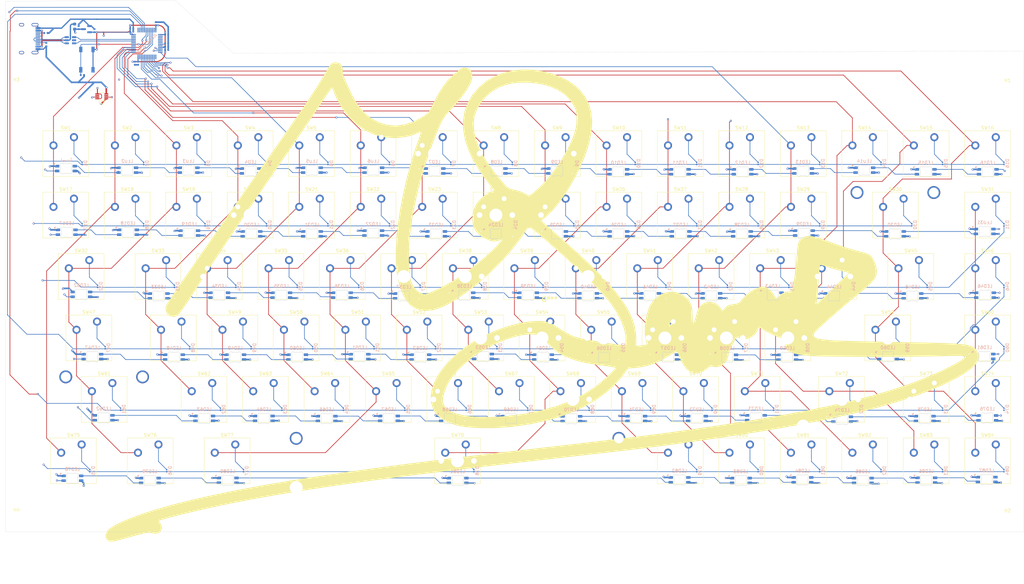
<source format=kicad_pcb>
(kicad_pcb (version 20241229) (generator "pcbnew") (generator_version "9.0")
  (title_block (title "ScottoModules (STM32F072CBT6)") (date "2024-07-13") (rev "2.0.0") (company "ScottoKeebs") (comment 1 "GND filled zone should be on In1.Cu and In2.Cu on a 4 layer board.") (comment 2 "GND can be used on F.Cu and B.Cu on a 2 layer board but not encouraged."))
  (layers (0 "F.Cu" signal) (4 "In1.Cu" signal) (6 "In2.Cu" signal) (2 "B.Cu" signal) (13 "F.Paste" user) (15 "B.Paste" user) (5 "F.SilkS" user "F.Silkscreen") (7 "B.SilkS" user "B.Silkscreen") (1 "F.Mask" user) (3 "B.Mask" user) (25 "Edge.Cuts" user))
  (net 0 "")
  (net 1 "GND")
  (net 2 "+3.3V")
  (net 3 "+5V")
  (net 4 "VBUS")
  (net 5 "/USB_D+")
  (net 6 "Net-(J1-CC1)")
  (net 7 "/USB_D-")
  (net 8 "Net-(J1-CC2)")
  (net 9 "Net-(D1-A)")
  (net 10 "Row_0")
  (net 11 "Net-(D2-A)")
  (net 12 "Net-(D3-A)")
  (net 13 "Net-(D4-A)")
  (net 14 "Net-(D5-A)")
  (net 15 "Net-(D6-A)")
  (net 16 "/A13")
  (net 17 "/A14")
  (net 18 "/A15")
  (net 19 "/A10")
  (net 20 "Net-(D7-A)")
  (net 21 "/MCU_D-")
  (net 22 "/MCU_D+")
  (net 23 "/NRST")
  (net 24 "/BOOT0")
  (net 25 "Net-(D8-A)")
  (net 26 "Net-(D9-A)")
  (net 27 "Net-(D10-A)")
  (net 28 "Net-(D11-A)")
  (net 29 "Net-(D12-A)")
  (net 30 "Net-(D13-A)")
  (net 31 "Net-(D14-A)")
  (net 32 "Net-(D15-A)")
  (net 33 "Net-(D16-A)")
  (net 34 "Net-(D17-A)")
  (net 35 "/F1")
  (net 36 "Row_1")
  (net 37 "/C13")
  (net 38 "Net-(D18-A)")
  (net 39 "/C14")
  (net 40 "Net-(D19-A)")
  (net 41 "/F0")
  (net 42 "/C15")
  (net 43 "Net-(D20-A)")
  (net 44 "Net-(D21-A)")
  (net 45 "Net-(D22-A)")
  (net 46 "Net-(D23-A)")
  (net 47 "Net-(D24-A)")
  (net 48 "Net-(D25-A)")
  (net 49 "Net-(D26-A)")
  (net 50 "Net-(D27-A)")
  (net 51 "Net-(D28-A)")
  (net 52 "Net-(D29-A)")
  (net 53 "Net-(D30-A)")
  (net 54 "Net-(D31-A)")
  (net 55 "Row_2")
  (net 56 "Net-(D32-A)")
  (net 57 "Net-(D33-A)")
  (net 58 "Net-(D34-A)")
  (net 59 "Net-(D35-A)")
  (net 60 "Net-(D36-A)")
  (net 61 "Net-(D37-A)")
  (net 62 "Net-(D38-A)")
  (net 63 "Net-(D39-A)")
  (net 64 "Net-(D40-A)")
  (net 65 "Net-(D41-A)")
  (net 66 "Net-(D42-A)")
  (net 67 "Net-(D43-A)")
  (net 68 "Net-(D44-A)")
  (net 69 "Net-(D45-A)")
  (net 70 "Net-(D46-A)")
  (net 71 "Row_3")
  (net 72 "Net-(D47-A)")
  (net 73 "Net-(D48-A)")
  (net 74 "Net-(D49-A)")
  (net 75 "Net-(D50-A)")
  (net 76 "Net-(D51-A)")
  (net 77 "Net-(D52-A)")
  (net 78 "Net-(D53-A)")
  (net 79 "Net-(D54-A)")
  (net 80 "Net-(D55-A)")
  (net 81 "Net-(D56-A)")
  (net 82 "Net-(D57-A)")
  (net 83 "Net-(D58-A)")
  (net 84 "Net-(D59-A)")
  (net 85 "Net-(D60-A)")
  (net 86 "Row_4")
  (net 87 "Net-(D61-A)")
  (net 88 "Net-(D62-A)")
  (net 89 "Net-(D63-A)")
  (net 90 "Net-(D64-A)")
  (net 91 "Net-(D65-A)")
  (net 92 "Net-(D66-A)")
  (net 93 "Net-(D67-A)")
  (net 94 "Net-(D68-A)")
  (net 95 "Net-(D69-A)")
  (net 96 "Net-(D70-A)")
  (net 97 "Net-(D71-A)")
  (net 98 "Net-(D72-A)")
  (net 99 "Net-(D73-A)")
  (net 100 "Net-(D74-A)")
  (net 101 "Row_5")
  (net 102 "Net-(D75-A)")
  (net 103 "Net-(D76-A)")
  (net 104 "Net-(D77-A)")
  (net 105 "Net-(D78-A)")
  (net 106 "Net-(D79-A)")
  (net 107 "Net-(D80-A)")
  (net 108 "Net-(D81-A)")
  (net 109 "Net-(D82-A)")
  (net 110 "Net-(D83-A)")
  (net 111 "Net-(D84-A)")
  (net 112 "RGB_OUTPUT")
  (net 113 "Col_0")
  (net 114 "Col_1")
  (net 115 "Col_2")
  (net 116 "Col_3")
  (net 117 "Col_4")
  (net 118 "Col_5")
  (net 119 "Col_6")
  (net 120 "Col_7")
  (net 121 "Col_8")
  (net 122 "Col_9")
  (net 123 "Col_10")
  (net 124 "Col_11")
  (net 125 "Col_12")
  (net 126 "Col_13")
  (net 127 "Col_14")
  (net 128 "Col_15")
  (net 130 "RGB_INPUT")
  (net 134 "Net-(LED1-DOUT)")
  (net 135 "Net-(LED2-DOUT)")
  (net 136 "Net-(LED3-DOUT)")
  (net 137 "Net-(LED4-DOUT)")
  (net 138 "Net-(LED5-DOUT)")
  (net 139 "Net-(LED6-DOUT)")
  (net 140 "Net-(LED7-DOUT)")
  (net 141 "Net-(LED8-DOUT)")
  (net 142 "Net-(LED10-DIN)")
  (net 143 "Net-(LED10-DOUT)")
  (net 144 "Net-(LED11-DOUT)")
  (net 145 "Net-(LED12-DOUT)")
  (net 146 "Net-(LED13-DOUT)")
  (net 147 "Net-(LED14-DOUT)")
  (net 148 "Net-(LED15-DOUT)")
  (net 149 "Net-(LED16-DOUT)")
  (net 150 "Net-(LED17-DOUT)")
  (net 151 "Net-(LED18-DOUT)")
  (net 152 "Net-(LED19-DOUT)")
  (net 153 "Net-(LED20-DOUT)")
  (net 154 "Net-(LED21-DOUT)")
  (net 155 "Net-(LED23-DOUT)")
  (net 156 "Net-(LED24-DOUT)")
  (net 157 "Net-(LED25-DOUT)")
  (net 158 "Net-(LED26-DOUT)")
  (net 159 "Net-(LED27-DOUT)")
  (net 160 "Net-(LED28-DOUT)")
  (net 161 "Net-(LED29-DOUT)")
  (net 162 "Net-(LED30-DOUT)")
  (net 163 "Net-(LED31-DOUT)")
  (net 164 "Net-(LED32-DOUT)")
  (net 165 "Net-(LED33-DOUT)")
  (net 166 "Net-(LED34-DOUT)")
  (net 167 "Net-(LED35-DOUT)")
  (net 168 "Net-(LED36-DOUT)")
  (net 169 "Net-(LED37-DOUT)")
  (net 170 "Net-(LED38-DOUT)")
  (net 171 "Net-(LED39-DOUT)")
  (net 172 "Net-(LED40-DOUT)")
  (net 173 "Net-(LED41-DOUT)")
  (net 174 "Net-(LED42-DOUT)")
  (net 175 "Net-(LED43-DOUT)")
  (net 176 "Net-(LED44-DOUT)")
  (net 177 "Net-(LED45-DOUT)")
  (net 178 "Net-(LED46-DOUT)")
  (net 179 "Net-(LED47-DOUT)")
  (net 180 "Net-(LED48-DOUT)")
  (net 181 "Net-(LED49-DOUT)")
  (net 182 "Net-(LED50-DOUT)")
  (net 183 "Net-(LED51-DOUT)")
  (net 184 "Net-(LED52-DOUT)")
  (net 185 "Net-(LED53-DOUT)")
  (net 186 "Net-(LED54-DOUT)")
  (net 187 "Net-(LED56-DOUT)")
  (net 188 "Net-(LED57-DOUT)")
  (net 189 "Net-(LED58-DOUT)")
  (net 190 "Net-(LED59-DOUT)")
  (net 191 "Net-(LED60-DOUT)")
  (net 192 "Net-(LED61-DOUT)")
  (net 193 "Net-(LED62-DOUT)")
  (net 194 "Net-(LED63-DOUT)")
  (net 195 "Net-(LED64-DOUT)")
  (net 196 "Net-(LED65-DOUT)")
  (net 197 "Net-(LED67-DOUT)")
  (net 198 "Net-(LED68-DOUT)")
  (net 199 "Net-(LED69-DOUT)")
  (net 200 "Net-(LED70-DOUT)")
  (net 201 "Net-(LED71-DOUT)")
  (net 202 "Net-(LED72-DOUT)")
  (net 203 "Net-(LED73-DOUT)")
  (net 204 "Net-(LED74-DOUT)")
  (net 205 "Net-(LED75-DOUT)")
  (net 206 "Net-(LED76-DOUT)")
  (net 207 "Net-(LED78-DOUT)")
  (net 208 "Net-(LED79-DOUT)")
  (net 209 "Net-(LED80-DOUT)")
  (net 210 "Net-(LED81-DOUT)")
  (net 211 "Net-(LED82-DOUT)")
  (net 212 "Net-(LED83-DOUT)")
  (net 213 "Net-(LED84-DOUT)")
  (net 214 "Net-(LED85-DOUT)")
  (net 215 "Net-(LED86-DOUT)")
  (net 217 "Net-(LED22-DOUT)")
  (footprint "PCM_Switch_Keyboard_Cherry_MX:SW_Cherry_MX_PCB_1.00u" (layer "F.Cu") (at 233.3625 114.3)
    (property "Reference" "SW70")
    (property "Value" "SW_Push_45deg")
  )
  (footprint "PCM_Switch_Keyboard_Cherry_MX:SW_Cherry_MX_PCB_1.00u" (layer "F.Cu") (at 266.7 133.35)
    (property "Reference" "SW81")
    (property "Value" "SW_Push_45deg")
  )
  (footprint "PCM_Switch_Keyboard_Cherry_MX:SW_Cherry_MX_PCB_1.00u" (layer "F.Cu") (at 76.2 57.15)
    (property "Reference" "SW19")
    (property "Value" "SW_Push_45deg")
  )
  (footprint "PCM_Switch_Keyboard_Cherry_MX:SW_Cherry_MX_PCB_1.00u" (layer "F.Cu") (at 157.1625 114.3)
    (property "Reference" "SW66")
    (property "Value" "SW_Push_45deg")
  )
  (footprint "PCM_Switch_Keyboard_Cherry_MX:SW_Cherry_MX_PCB_1.00u" (layer "F.Cu") (at 138.1125 114.3)
    (property "Reference" "SW65")
    (property "Value" "SW_Push_45deg")
  )
  (footprint "PCM_Switch_Keyboard_Cherry_MX:SW_Cherry_MX_PCB_1.00u" (layer "F.Cu") (at 66.675 76.2)
    (property "Reference" "SW33")
    (property "Value" "SW_Push_45deg")
  )
  (footprint "PCM_Switch_Keyboard_Cherry_MX:SW_Cherry_MX_PCB_1.00u" (layer "F.Cu") (at 223.8375 95.25)
    (property "Reference" "SW56")
    (property "Value" "SW_Push_45deg")
  )
  (footprint "PCM_Switch_Keyboard_Cherry_MX:SW_Cherry_MX_PCB_1.00u" (layer "F.Cu") (at 76.2 38.1)
    (property "Reference" "SW3")
    (property "Value" "SW_Push_45deg")
  )
  (footprint "PCM_Switch_Keyboard_Cherry_MX:SW_Cherry_MX_PCB_1.00u" (layer "F.Cu") (at 88.10625 133.35)
    (property "Reference" "SW77")
    (property "Value" "SW_Push_45deg")
  )
  (footprint "PCM_Switch_Keyboard_Cherry_MX:SW_Cherry_MX_PCB_1.00u" (layer "F.Cu") (at 228.6 38.1)
    (property "Reference" "SW11")
    (property "Value" "SW_Push_45deg")
  )
  (footprint "PCM_Switch_Keyboard_Cherry_MX:SW_Cherry_MX_PCB_1.00u" (layer "F.Cu") (at 304.8 38.1)
    (property "Reference" "SW15")
    (property "Value" "SW_Push_45deg")
  )
  (footprint "PCM_Switch_Keyboard_Cherry_MX:SW_Cherry_MX_PCB_1.00u" (layer "F.Cu") (at 266.7 57.15)
    (property "Reference" "SW29")
    (property "Value" "SW_Push_45deg")
  )
  (footprint "PCM_Switch_Keyboard_Cherry_MX:SW_Cherry_MX_PCB_1.00u" (layer "F.Cu") (at 42.8625 76.2)
    (property "Reference" "SW32")
    (property "Value" "SW_Push_45deg")
  )
  (footprint "PCM_Switch_Keyboard_Cherry_MX:SW_Cherry_MX_PCB_1.00u" (layer "F.Cu") (at 276.225 76.2)
    (property "Reference" "SW44")
    (property "Value" "SW_Push_45deg")
  )
  (footprint "PCM_marbastlib-mx:STAB_MX_P_2u" (layer "F.Cu") (at 295.275 57.15)
    (property "Reference" "S6" (hide yes))
    (property "Value" "MX_stab")
  )
  (footprint "PCM_Switch_Keyboard_Cherry_MX:SW_Cherry_MX_PCB_1.00u" (layer "F.Cu") (at 200.025 76.2)
    (property "Reference" "SW40")
    (property "Value" "SW_Push_45deg")
  )
  (footprint "PCM_Switch_Keyboard_Cherry_MX:SW_Cherry_MX_PCB_1.00u" (layer "F.Cu") (at 252.4125 114.3)
    (property "Reference" "SW71")
    (property "Value" "SW_Push_45deg")
  )
  (footprint "PCM_Switch_Keyboard_Cherry_MX:SW_Cherry_MX_PCB_1.00u" (layer "F.Cu") (at 295.275 57.15)
    (property "Reference" "SW30")
    (property "Value" "SW_Push_45deg")
  )
  (footprint "PCM_Switch_Keyboard_Cherry_MX:SW_Cherry_MX_PCB_1.00u" (layer "F.Cu") (at 38.1 38.1)
    (property "Reference" "SW1")
    (property "Value" "SW_Push_45deg")
  )
  (footprint "PCM_Switch_Keyboard_Cherry_MX:SW_Cherry_MX_PCB_1.00u" (layer "F.Cu") (at 247.65 38.1)
    (property "Reference" "SW12")
    (property "Value" "SW_Push_45deg")
  )
  (footprint "PCM_Switch_Keyboard_Cherry_MX:SW_Cherry_MX_PCB_1.00u" (layer "F.Cu") (at 45.24375 95.25)
    (property "Reference" "SW47")
    (property "Value" "SW_Push_45deg")
  )
  (footprint "PCM_Switch_Keyboard_Cherry_MX:SW_Cherry_MX_PCB_1.00u" (layer "F.Cu") (at 304.8 114.3)
    (property "Reference" "SW73")
    (property "Value" "SW_Push_45deg")
  )
  (footprint "PCM_Switch_Keyboard_Cherry_MX:SW_Cherry_MX_PCB_1.00u" (layer "F.Cu") (at 185.7375 95.25)
    (property "Reference" "SW54")
    (property "Value" "SW_Push_45deg")
  )
  (footprint "MountingHole:MountingHole_2.1mm" (layer "F.Cu") (at 22.862446 151.585029)
    (property "Reference" "H4")
    (property "Value" "MountingHole")
  )
  (footprint "PCM_marbastlib-mx:STAB_MX_P_2.25u" (layer "F.Cu") (at 50.00625 114.3)
    (property "Reference" "S2" (hide yes))
    (property "Value" "MX_stab")
  )
  (footprint "PCM_Switch_Keyboard_Cherry_MX:SW_Cherry_MX_PCB_1.00u" (layer "F.Cu") (at 323.85 114.3)
    (property "Reference" "SW74")
    (property "Value" "SW_Push_45deg")
  )
  (footprint "PCM_Switch_Keyboard_Cherry_MX:SW_Cherry_MX_PCB_1.00u" (layer "F.Cu") (at 292.89375 95.25)
    (property "Reference" "SW59")
    (property "Value" "SW_Push_45deg")
  )
  (footprint "PCM_Switch_Keyboard_Cherry_MX:SW_Cherry_MX_PCB_1.00u" (layer "F.Cu") (at 209.55 57.15)
    (property "Reference" "SW26")
    (property "Value" "SW_Push_45deg")
  )
  (footprint "PCM_Switch_Keyboard_Cherry_MX:SW_Cherry_MX_PCB_1.00u" (layer "F.Cu") (at 152.4 57.15)
    (property "Reference" "SW23")
    (property "Value" "SW_Push_45deg")
  )
  (footprint "PCM_Switch_Keyboard_Cherry_MX:SW_Cherry_MX_PCB_1.00u" (layer "F.Cu") (at 142.875 76.2)
    (property "Reference" "SW37")
    (property "Value" "SW_Push_45deg")
  )
  (footprint "PCM_Switch_Keyboard_Cherry_MX:SW_Cherry_MX_PCB_1.00u" (layer "F.Cu") (at 57.15 38.1)
    (property "Reference" "SW2")
    (property "Value" "SW_Push_45deg")
  )
  (footprint "PCM_Switch_Keyboard_Cherry_MX:SW_Cherry_MX_PCB_1.00u" (layer "F.Cu") (at 257.175 76.2)
    (property "Reference" "SW43")
    (property "Value" "SW_Push_45deg")
  )
  (footprint "PCM_Switch_Keyboard_Cherry_MX:SW_Cherry_MX_PCB_1.00u" (layer "F.Cu") (at 123.825 76.2)
    (property "Reference" "SW36")
    (property "Value" "SW_Push_45deg")
  )
  (footprint "PCM_Switch_Keyboard_Cherry_MX:SW_Cherry_MX_PCB_1.00u" (layer "F.Cu") (at 95.25 57.15)
    (property "Reference" "SW20")
    (property "Value" "SW_Push_45deg")
  )
  (footprint "PCM_Switch_Keyboard_Cherry_MX:SW_Cherry_MX_PCB_1.00u" (layer "F.Cu") (at 214.3125 114.3)
    (property "Reference" "SW69")
    (property "Value" "SW_Push_45deg")
  )
  (footprint "PCM_Switch_Keyboard_Cherry_MX:SW_Cherry_MX_PCB_1.00u" (layer "F.Cu") (at 95.25 38.1)
    (property "Reference" "SW4")
    (property "Value" "SW_Push_45deg")
  )
  (footprint "PCM_Switch_Keyboard_Cherry_MX:SW_Cherry_MX_PCB_1.00u" (layer "F.Cu") (at 323.85 76.2)
    (property "Reference" "SW46")
    (property "Value" "SW_Push_45deg")
  )
  (footprint "MountingHole:MountingHole_2.1mm" (layer "F.Cu") (at 330.012446 151.835029)
    (property "Reference" "H2")
    (property "Value" "MountingHole")
  )
  (footprint "PCM_Switch_Keyboard_Cherry_MX:SW_Cherry_MX_PCB_1.00u" (layer "F.Cu") (at 57.15 57.15)
    (property "Reference" "SW18")
    (property "Value" "SW_Push_45deg")
  )
  (footprint "PCM_Switch_Keyboard_Cherry_MX:SW_Cherry_MX_PCB_1.00u" (layer "F.Cu") (at 109.5375 95.25)
    (property "Reference" "SW50")
    (property "Value" "SW_Push_45deg")
  )
  (footprint "PCM_Switch_Keyboard_Cherry_MX:SW_Cherry_MX_PCB_1.00u" (layer "F.Cu") (at 166.6875 95.25)
    (property "Reference" "SW53")
    (property "Value" "SW_Push_45deg")
  )
  (footprint "PCM_Switch_Keyboard_Cherry_MX:SW_Cherry_MX_PCB_1.00u" (layer "F.Cu") (at 176.2125 114.3)
    (property "Reference" "SW67")
    (property "Value" "SW_Push_45deg")
  )
  (footprint "PCM_marbastlib-mx:STAB_MX_2u" (layer "F.Cu") (at 278.60625 114.3)
    (property "Reference" "S5" (hide yes))
    (property "Value" "MX_stab")
  )
  (footprint "PCM_Switch_Keyboard_Cherry_MX:SW_Cherry_MX_PCB_1.00u" (layer "F.Cu") (at 104.775 76.2)
    (property "Reference" "SW35")
    (property "Value" "SW_Push_45deg")
  )
  (footprint "PCM_Switch_Keyboard_Cherry_MX:SW_Cherry_MX_PCB_1.00u" (layer "F.Cu") (at 161.925 76.2)
    (property "Reference" "SW38")
    (property "Value" "SW_Push_45deg")
  )
  (footprint "PCM_Switch_Keyboard_Cherry_MX:SW_Cherry_MX_PCB_1.00u" (layer "F.Cu") (at 38.1 57.15)
    (property "Reference" "SW17")
    (property "Value" "SW_Push_45deg")
  )
  (footprint "PCM_Switch_Keyboard_Cherry_MX:SW_Cherry_MX_PCB_1.00u" (layer "F.Cu") (at 323.85 95.25)
    (property "Reference" "SW60")
    (property "Value" "SW_Push_45deg")
  )
  (footprint "PCM_Switch_Keyboard_Cherry_MX:SW_Cherry_MX_PCB_1.00u" (layer "F.Cu") (at 247.65 57.15)
    (property "Reference" "SW28")
    (property "Value" "SW_Push_45deg")
  )
  (footprint "PCM_Switch_Keyboard_Cherry_MX:SW_Cherry_MX_PCB_1.00u" (layer "F.Cu") (at 114.3 57.15)
    (property "Reference" "SW21")
    (property "Value" "SW_Push_45deg")
  )
  (footprint "PCM_Switch_Keyboard_Cherry_MX:SW_Cherry_MX_PCB_1.00u" (layer "F.Cu") (at 195.2625 114.3)
    (property "Reference" "SW68")
    (property "Value" "SW_Push_45deg")
  )
  (footprint "PCM_Switch_Keyboard_Cherry_MX:SW_Cherry_MX_PCB_1.00u" (layer "F.Cu") (at 219.075 76.2)
    (property "Reference" "SW41")
    (property "Value" "SW_Push_45deg")
  )
  (footprint "PCM_Switch_Keyboard_Cherry_MX:SW_Cherry_MX_PCB_1.00u" (layer "F.Cu") (at 204.7875 95.25)
    (property "Reference" "SW55")
    (property "Value" "SW_Push_45deg")
  )
  (footprint "PCM_Switch_Keyboard_Cherry_MX:SW_Cherry_MX_PCB_1.00u" (layer "F.Cu") (at 261.9375 95.25)
    (property "Reference" "SW58")
    (property "Value" "SW_Push_45deg")
  )
  (footprint "PCM_Switch_Keyboard_Cherry_MX:SW_Cherry_MX_PCB_1.00u" (layer "F.Cu") (at 119.0625 114.3)
    (property "Reference" "SW64")
    (property "Value" "SW_Push_45deg")
  )
  (footprint "PCM_marbastlib-mx:STAB_MX_2.25u" (layer "F.Cu") (at 292.89375 95.25)
    (property "Reference" "S7" (hide yes))
    (property "Value" "MX_stab")
  )
  (footprint "PCM_Switch_Keyboard_Cherry_MX:SW_Cherry_MX_PCB_1.00u" (layer "F.Cu") (at 100.0125 114.3)
    (property "Reference" "SW63")
    (property "Value" "SW_Push_45deg")
  )
  (footprint "PCM_Switch_Keyboard_Cherry_MX:SW_Cherry_MX_PCB_1.00u" (layer "F.Cu") (at 266.7 38.1)
    (property "Reference" "SW13")
    (property "Value" "SW_Push_45deg")
  )
  (footprint "PCM_Switch_Keyboard_Cherry_MX:SW_Cherry_MX_PCB_1.00u" (layer "F.Cu") (at 180.975 76.2)
    (property "Reference" "SW39")
    (property "Value" "SW_Push_45deg")
  )
  (footprint "PCM_Switch_Keyboard_Cherry_MX:SW_Cherry_MX_PCB_1.00u" (layer "F.Cu") (at 50.00625 114.3)
    (property "Reference" "SW61")
    (property "Value" "SW_Push_45deg")
  )
  (footprint "PCM_Switch_Keyboard_Cherry_MX:SW_Cherry_MX_PCB_1.00u" (layer "F.Cu") (at 71.4375 95.25)
    (property "Reference" "SW48")
    (property "Value" "SW_Push_45deg")
  )
  (footprint "PCM_Switch_Keyboard_Cherry_MX:SW_Cherry_MX_PCB_1.00u" (layer "F.Cu") (at 285.75 133.35)
    (property "Reference" "SW82")
    (property "Value" "SW_Push_45deg")
  )
  (footprint "PCM_Switch_Keyboard_Cherry_MX:SW_Cherry_MX_PCB_1.00u" (layer "F.Cu") (at 147.6375 95.25)
    (property "Reference" "SW52")
    (property "Value" "SW_Push_45deg")
  )
  (footprint "PCM_Switch_Keyboard_Cherry_MX:SW_Cherry_MX_PCB_1.00u" (layer "F.Cu") (at 190.5 57.15)
    (property "Reference" "SW25")
    (property "Value" "SW_Push_45deg")
  )
  (footprint "PCM_Switch_Keyboard_Cherry_MX:SW_Cherry_MX_PCB_1.00u" (layer "F.Cu") (at 171.45 57.15)
    (property "Reference" "SW24")
    (property "Value" "SW_Push_45deg")
  )
  (footprint "PCM_Switch_Keyboard_Cherry_MX:SW_Cherry_MX_PCB_1.00u" (layer "F.Cu") (at 64.29375 133.35)
    (property "Reference" "SW76")
    (property "Value" "SW_Push_45deg")
  )
  (footprint "PCM_Switch_Keyboard_Cherry_MX:SW_Cherry_MX_PCB_1.00u" (layer "F.Cu") (at 152.4 38.1)
    (property "Reference" "SW7")
    (property "Value" "SW_Push_45deg")
  )
  (footprint "PCM_Switch_Keyboard_Cherry_MX:SW_Cherry_MX_PCB_1.00u" (layer "F.Cu") (at 40.48125 133.35)
    (property "Reference" "SW75")
    (property "Value" "SW_Push_45deg")
  )
  (footprint "PCM_Switch_Keyboard_Cherry_MX:SW_Cherry_MX_PCB_1.00u" (layer "F.Cu") (at 238.125 76.2)
    (property "Reference" "SW42")
    (property "Value" "SW_Push_45deg")
  )
  (footprint "PCM_marbastlib-mx:STAB_MX_P_6.25u" (layer "F.Cu") (at 159.54375 133.35)
    (property "Reference" "S1" (hide yes))
    (property "Value" "MX_stab")
  )
  (footprint "PCM_Switch_Keyboard_Cherry_MX:SW_Cherry_MX_PCB_1.00u" (layer "F.Cu") (at 304.8 133.35)
    (property "Reference" "SW83")
    (property "Value" "SW_Push_45deg")
  )
  (footprint "MountingHole:MountingHole_2.1mm" (layer "F.Cu") (at 330.012446 18.485029)
    (property "Reference" "H1")
    (property "Value" "MountingHole")
  )
  (footprint "PCM_Switch_Keyboard_Cherry_MX:SW_Cherry_MX_PCB_1.00u" (layer "F.Cu") (at 90.4875 95.25)
    (property "Reference" "SW49")
    (property "Value" "SW_Push_45deg")
  )
  (footprint "PCM_Switch_Keyboard_Cherry_MX:SW_Cherry_MX_PCB_1.00u" (layer "F.Cu") (at 190.5 38.1)
    (property "Reference" "SW9")
    (property "Value" "SW_Push_45deg")
  )
  (footprint "PCM_Switch_Keyboard_Cherry_MX:SW_Cherry_MX_PCB_1.00u" (layer "F.Cu") (at 323.85 133.35)
    (property "Reference" "SW84")
    (property "Value" "SW_Push_45deg")
  )
  (footprint "PCM_Switch_Keyboard_Cherry_MX:SW_Cherry_MX_PCB_1.00u" (layer "F.Cu") (at 133.35 38.1)
    (property "Reference" "SW6")
    (property "Value" "SW_Push_45deg")
  )
  (footprint "PCM_Switch_Keyboard_Cherry_MX:SW_Cherry_MX_PCB_1.00u" (layer "F.Cu") (at 159.54375 133.35)
    (property "Reference" "SW78")
    (property "Value" "SW_Push_45deg")
  )
  (footprint "PCM_Switch_Keyboard_Cherry_MX:SW_Cherry_MX_PCB_1.00u" (layer "F.Cu") (at 133.35 57.15)
    (property "Reference" "SW22")
    (property "Value" "SW_Push_45deg")
  )
  (footprint "PCM_Switch_Keyboard_Cherry_MX:SW_Cherry_MX_PCB_1.00u" (layer "F.Cu") (at 247.65 133.35)
    (property "Reference" "SW80")
    (property "Value" "SW_Push_45deg")
  )
  (footprint "LOGO" (layer "F.Cu") (at 188.075 83.3)
    (property "Reference" "G***")
    (property "Value" "LOGO" (hide yes))
  )
  (footprint "PCM_Switch_Keyboard_Cherry_MX:SW_Cherry_MX_PCB_1.00u" (layer "F.Cu") (at 323.85 38.1)
    (property "Reference" "SW16")
    (property "Value" "SW_Push_45deg")
  )
  (footprint "MountingHole:MountingHole_2.1mm" (layer "F.Cu") (at 22.812446 18.235029)
    (property "Reference" "H3")
    (property "Value" "MountingHole")
  )
  (footprint "PCM_Switch_Keyboard_Cherry_MX:SW_Cherry_MX_PCB_1.00u" (layer "F.Cu") (at 171.45 38.1)
    (property "Reference" "SW8")
    (property "Value" "SW_Push_45deg")
  )
  (footprint "PCM_Switch_Keyboard_Cherry_MX:SW_Cherry_MX_PCB_1.00u" (layer "F.Cu") (at 85.725 76.2)
    (property "Reference" "SW34")
    (property "Value" "SW_Push_45deg")
  )
  (footprint "PCM_Switch_Keyboard_Cherry_MX:SW_Cherry_MX_PCB_1.00u" (layer "F.Cu") (at 80.9625 114.3)
    (property "Reference" "SW62")
    (property "Value" "SW_Push_45deg")
  )
  (footprint "PCM_Switch_Keyboard_Cherry_MX:SW_Cherry_MX_PCB_1.00u" (layer "F.Cu") (at 323.85 57.15)
    (property "Reference" "SW31")
    (property "Value" "SW_Push_45deg")
  )
  (footprint "PCM_Switch_Keyboard_Cherry_MX:SW_Cherry_MX_PCB_1.00u" (layer "F.Cu") (at 228.6 133.35)
    (property "Reference" "SW79")
    (property "Value" "SW_Push_45deg")
  )
  (footprint "PCM_Switch_Keyboard_Cherry_MX:SW_Cherry_MX_PCB_1.00u" (layer "F.Cu") (at 114.3 38.1)
    (property "Reference" "SW5")
    (property "Value" "SW_Push_45deg")
  )
  (footprint "PCM_Switch_Keyboard_Cherry_MX:SW_Cherry_MX_PCB_1.00u" (layer "F.Cu") (at 285.75 38.1)
    (property "Reference" "SW14")
    (property "Value" "SW_Push_45deg")
  )
  (footprint "PCM_Switch_Keyboard_Cherry_MX:SW_Cherry_MX_PCB_1.00u" (layer "F.Cu") (at 209.55 38.1)
    (property "Reference" "SW10")
    (property "Value" "SW_Push_45deg")
  )
  (footprint "PCM_Switch_Keyboard_Cherry_MX:SW_Cherry_MX_PCB_1.00u" (layer "F.Cu") (at 128.5875 95.25)
    (property "Reference" "SW51")
    (property "Value" "SW_Push_45deg")
  )
  (footprint "PCM_Switch_Keyboard_Cherry_MX:SW_Cherry_MX_PCB_1.00u" (layer "F.Cu") (at 228.6 57.15)
    (property "Reference" "SW27")
    (property "Value" "SW_Push_45deg")
  )
  (footprint "Package_SO:VSSOP-8_2.3x2mm_P0.5mm" (layer "F.Cu") (at 49.262446 20.335029 180)
    (property "Reference" "U2")
    (property "Value" "74LVCH2T45DC")
  )
  (footprint "PCM_Switch_Keyboard_Cherry_MX:SW_Cherry_MX_PCB_1.00u" (layer "F.Cu") (at 300.0375 76.2)
    (property "Reference" "SW45")
    (property "Value" "SW_Push_45deg")
  )
  (footprint "PCM_Switch_Keyboard_Cherry_MX:SW_Cherry_MX_PCB_1.00u" (layer "F.Cu") (at 278.60625 114.3)
    (property "Reference" "SW72")
    (property "Value" "SW_Push_45deg")
  )
  (footprint "PCM_Switch_Keyboard_Cherry_MX:SW_Cherry_MX_PCB_1.00u" (layer "F.Cu") (at 242.8875 95.25)
    (property "Reference" "SW57")
    (property "Value" "SW_Push_45deg")
  )
  (footprint "PCM_marbastlib-various:LED_6028R" (layer "B.Cu") (at 159.562446 139.435029)
    (property "Reference" "LED81")
    (property "Value" "SK6812MINI-E")
    (fp_line (start -1.699999 0.702843) (end -1.699999 -0.702841) (stroke (width 0.1)) (layer "Edge.Cuts"))
    (fp_line (start -0.794452 -1.499999) (end 0.794452 -1.499999) (stroke (width 0.1)) (layer "Edge.Cuts"))
    (fp_line (start 0.794452 1.5) (end -0.794453 1.5) (stroke (width 0.1)) (layer "Edge.Cuts"))
    (fp_line (start 1.699999 -0.702841) (end 1.699999 0.702843) (stroke (width 0.1)) (layer "Edge.Cuts"))
    (fp_arc (start -1.749484 -0.919719) (mid -1.712527 -0.814067) (end -1.699999 -0.702841) (stroke (width 0.1)) (layer "Edge.Cuts"))
    (fp_arc (start -1.749484 -0.919718) (mid -1.638072 -1.504034) (end -1.046711 -1.568298) (stroke (width 0.1)) (layer "Edge.Cuts"))
    (fp_arc (start -1.699999 0.702844) (mid -1.712527 0.814069) (end -1.749484 0.919721) (stroke (width 0.1)) (layer "Edge.Cuts"))
    (fp_arc (start -1.046711 1.568299) (mid -1.638071 1.504036) (end -1.749484 0.919721) (stroke (width 0.1)) (layer "Edge.Cuts"))
    (fp_arc (start -1.046711 1.568299) (mid -0.925123 1.517377) (end -0.794453 1.5) (stroke (width 0.1)) (layer "Edge.Cuts"))
    (fp_arc (start -0.794452 -1.499999) (mid -0.925123 -1.517376) (end -1.046711 -1.568298) (stroke (width 0.1)) (layer "Edge.Cuts"))
    (fp_arc (start 0.794453 1.500001) (mid 0.925123 1.517378) (end 1.046711 1.5683) (stroke (width 0.1)) (layer "Edge.Cuts"))
    (fp_arc (start 1.04671 -1.568298) (mid 0.925122 -1.517376) (end 0.794452 -1.499999) (stroke (width 0.1)) (layer "Edge.Cuts"))
    (fp_arc (start 1.046711 -1.568296) (mid 1.63807 -1.504033) (end 1.749484 -0.919719) (stroke (width 0.1)) (layer "Edge.Cuts"))
    (fp_arc (start 1.699999 -0.702842) (mid 1.712536 -0.814064) (end 1.749484 -0.919719) (stroke (width 0.1)) (layer "Edge.Cuts"))
    (fp_arc (start 1.749484 0.919721) (mid 1.638072 1.504036) (end 1.046711 1.5683) (stroke (width 0.1)) (layer "Edge.Cuts"))
    (fp_arc (start 1.749484 0.919721) (mid 1.712526 0.814069) (end 1.699999 0.702843) (stroke (width 0.1)) (layer "Edge.Cuts"))
  )
  (footprint "PCM_marbastlib-various:LED_6028R" (layer "B.Cu") (at 295.137446 62.985029)
    (property "Reference" "LED30")
    (property "Value" "SK6812MINI-E")
    (fp_line (start -1.699999 0.702843) (end -1.699999 -0.702841) (stroke (width 0.1)) (layer "Edge.Cuts"))
    (fp_line (start -0.794452 -1.499999) (end 0.794452 -1.499999) (stroke (width 0.1)) (layer "Edge.Cuts"))
    (fp_line (start 0.794452 1.5) (end -0.794453 1.5) (stroke (width 0.1)) (layer "Edge.Cuts"))
    (fp_line (start 1.699999 -0.702841) (end 1.699999 0.702843) (stroke (width 0.1)) (layer "Edge.Cuts"))
    (fp_arc (start -1.749484 -0.919719) (mid -1.712527 -0.814067) (end -1.699999 -0.702841) (stroke (width 0.1)) (layer "Edge.Cuts"))
    (fp_arc (start -1.749484 -0.919718) (mid -1.638072 -1.504034) (end -1.046711 -1.568298) (stroke (width 0.1)) (layer "Edge.Cuts"))
    (fp_arc (start -1.699999 0.702844) (mid -1.712527 0.814069) (end -1.749484 0.919721) (stroke (width 0.1)) (layer "Edge.Cuts"))
    (fp_arc (start -1.046711 1.568299) (mid -1.638071 1.504036) (end -1.749484 0.919721) (stroke (width 0.1)) (layer "Edge.Cuts"))
    (fp_arc (start -1.046711 1.568299) (mid -0.925123 1.517377) (end -0.794453 1.5) (stroke (width 0.1)) (layer "Edge.Cuts"))
    (fp_arc (start -0.794452 -1.499999) (mid -0.925123 -1.517376) (end -1.046711 -1.568298) (stroke (width 0.1)) (layer "Edge.Cuts"))
    (fp_arc (start 0.794453 1.500001) (mid 0.925123 1.517378) (end 1.046711 1.5683) (stroke (width 0.1)) (layer "Edge.Cuts"))
    (fp_arc (start 1.04671 -1.568298) (mid 0.925122 -1.517376) (end 0.794452 -1.499999) (stroke (width 0.1)) (layer "Edge.Cuts"))
    (fp_arc (start 1.046711 -1.568296) (mid 1.63807 -1.504033) (end 1.749484 -0.919719) (stroke (width 0.1)) (layer "Edge.Cuts"))
    (fp_arc (start 1.699999 -0.702842) (mid 1.712536 -0.814064) (end 1.749484 -0.919719) (stroke (width 0.1)) (layer "Edge.Cuts"))
    (fp_arc (start 1.749484 0.919721) (mid 1.638072 1.504036) (end 1.046711 1.5683) (stroke (width 0.1)) (layer "Edge.Cuts"))
    (fp_arc (start 1.749484 0.919721) (mid 1.712526 0.814069) (end 1.699999 0.702843) (stroke (width 0.1)) (layer "Edge.Cuts"))
  )
  (footprint "PCM_marbastlib-various:LED_6028R" (layer "B.Cu") (at 99.487446 120.185029)
    (property "Reference" "LED64")
    (property "Value" "SK6812MINI-E")
    (fp_line (start -1.699999 0.702843) (end -1.699999 -0.702841) (stroke (width 0.1)) (layer "Edge.Cuts"))
    (fp_line (start -0.794452 -1.499999) (end 0.794452 -1.499999) (stroke (width 0.1)) (layer "Edge.Cuts"))
    (fp_line (start 0.794452 1.5) (end -0.794453 1.5) (stroke (width 0.1)) (layer "Edge.Cuts"))
    (fp_line (start 1.699999 -0.702841) (end 1.699999 0.702843) (stroke (width 0.1)) (layer "Edge.Cuts"))
    (fp_arc (start -1.749484 -0.919719) (mid -1.712527 -0.814067) (end -1.699999 -0.702841) (stroke (width 0.1)) (layer "Edge.Cuts"))
    (fp_arc (start -1.749484 -0.919718) (mid -1.638072 -1.504034) (end -1.046711 -1.568298) (stroke (width 0.1)) (layer "Edge.Cuts"))
    (fp_arc (start -1.699999 0.702844) (mid -1.712527 0.814069) (end -1.749484 0.919721) (stroke (width 0.1)) (layer "Edge.Cuts"))
    (fp_arc (start -1.046711 1.568299) (mid -1.638071 1.504036) (end -1.749484 0.919721) (stroke (width 0.1)) (layer "Edge.Cuts"))
    (fp_arc (start -1.046711 1.568299) (mid -0.925123 1.517377) (end -0.794453 1.5) (stroke (width 0.1)) (layer "Edge.Cuts"))
    (fp_arc (start -0.794452 -1.499999) (mid -0.925123 -1.517376) (end -1.046711 -1.568298) (stroke (width 0.1)) (layer "Edge.Cuts"))
    (fp_arc (start 0.794453 1.500001) (mid 0.925123 1.517378) (end 1.046711 1.5683) (stroke (width 0.1)) (layer "Edge.Cuts"))
    (fp_arc (start 1.04671 -1.568298) (mid 0.925122 -1.517376) (end 0.794452 -1.499999) (stroke (width 0.1)) (layer "Edge.Cuts"))
    (fp_arc (start 1.046711 -1.568296) (mid 1.63807 -1.504033) (end 1.749484 -0.919719) (stroke (width 0.1)) (layer "Edge.Cuts"))
    (fp_arc (start 1.699999 -0.702842) (mid 1.712536 -0.814064) (end 1.749484 -0.919719) (stroke (width 0.1)) (layer "Edge.Cuts"))
    (fp_arc (start 1.749484 0.919721) (mid 1.638072 1.504036) (end 1.046711 1.5683) (stroke (width 0.1)) (layer "Edge.Cuts"))
    (fp_arc (start 1.749484 0.919721) (mid 1.712526 0.814069) (end 1.699999 0.702843) (stroke (width 0.1)) (layer "Edge.Cuts"))
  )
  (footprint "Diode_SMD:D_0201_0603Metric" (layer "B.Cu") (at 93.18625 136.38 90)
    (property "Reference" "D77")
    (property "Value" "D")
  )
  (footprint "PCM_marbastlib-various:LED_6028R" (layer "B.Cu") (at 38.162446 42.735029)
    (property "Reference" "LED1")
    (property "Value" "SK6812MINI-E")
    (fp_line (start -1.699999 0.702843) (end -1.699999 -0.702841) (stroke (width 0.1)) (layer "Edge.Cuts"))
    (fp_line (start -0.794452 -1.499999) (end 0.794452 -1.499999) (stroke (width 0.1)) (layer "Edge.Cuts"))
    (fp_line (start 0.794452 1.5) (end -0.794453 1.5) (stroke (width 0.1)) (layer "Edge.Cuts"))
    (fp_line (start 1.699999 -0.702841) (end 1.699999 0.702843) (stroke (width 0.1)) (layer "Edge.Cuts"))
    (fp_arc (start -1.749484 -0.919719) (mid -1.712527 -0.814067) (end -1.699999 -0.702841) (stroke (width 0.1)) (layer "Edge.Cuts"))
    (fp_arc (start -1.749484 -0.919718) (mid -1.638072 -1.504034) (end -1.046711 -1.568298) (stroke (width 0.1)) (layer "Edge.Cuts"))
    (fp_arc (start -1.699999 0.702844) (mid -1.712527 0.814069) (end -1.749484 0.919721) (stroke (width 0.1)) (layer "Edge.Cuts"))
    (fp_arc (start -1.046711 1.568299) (mid -1.638071 1.504036) (end -1.749484 0.919721) (stroke (width 0.1)) (layer "Edge.Cuts"))
    (fp_arc (start -1.046711 1.568299) (mid -0.925123 1.517377) (end -0.794453 1.5) (stroke (width 0.1)) (layer "Edge.Cuts"))
    (fp_arc (start -0.794452 -1.499999) (mid -0.925123 -1.517376) (end -1.046711 -1.568298) (stroke (width 0.1)) (layer "Edge.Cuts"))
    (fp_arc (start 0.794453 1.500001) (mid 0.925123 1.517378) (end 1.046711 1.5683) (stroke (width 0.1)) (layer "Edge.Cuts"))
    (fp_arc (start 1.04671 -1.568298) (mid 0.925122 -1.517376) (end 0.794452 -1.499999) (stroke (width 0.1)) (layer "Edge.Cuts"))
    (fp_arc (start 1.046711 -1.568296) (mid 1.63807 -1.504033) (end 1.749484 -0.919719) (stroke (width 0.1)) (layer "Edge.Cuts"))
    (fp_arc (start 1.699999 -0.702842) (mid 1.712536 -0.814064) (end 1.749484 -0.919719) (stroke (width 0.1)) (layer "Edge.Cuts"))
    (fp_arc (start 1.749484 0.919721) (mid 1.638072 1.504036) (end 1.046711 1.5683) (stroke (width 0.1)) (layer "Edge.Cuts"))
    (fp_arc (start 1.749484 0.919721) (mid 1.712526 0.814069) (end 1.699999 0.702843) (stroke (width 0.1)) (layer "Edge.Cuts"))
  )
  (footprint "Diode_SMD:D_0201_0603Metric" (layer "B.Cu") (at 95.5675 98.28 90)
    (property "Reference" "D49")
    (property "Value" "D")
  )
  (footprint "PCM_marbastlib-various:LED_6028R" (layer "B.Cu") (at 243.162446 101.235029)
    (property "Reference" "LED58")
    (property "Value" "SK6812MINI-E")
    (fp_line (start -1.699999 0.702843) (end -1.699999 -0.702841) (stroke (width 0.1)) (layer "Edge.Cuts"))
    (fp_line (start -0.794452 -1.499999) (end 0.794452 -1.499999) (stroke (width 0.1)) (layer "Edge.Cuts"))
    (fp_line (start 0.794452 1.5) (end -0.794453 1.5) (stroke (width 0.1)) (layer "Edge.Cuts"))
    (fp_line (start 1.699999 -0.702841) (end 1.699999 0.702843) (stroke (width 0.1)) (layer "Edge.Cuts"))
    (fp_arc (start -1.749484 -0.919719) (mid -1.712527 -0.814067) (end -1.699999 -0.702841) (stroke (width 0.1)) (layer "Edge.Cuts"))
    (fp_arc (start -1.749484 -0.919718) (mid -1.638072 -1.504034) (end -1.046711 -1.568298) (stroke (width 0.1)) (layer "Edge.Cuts"))
    (fp_arc (start -1.699999 0.702844) (mid -1.712527 0.814069) (end -1.749484 0.919721) (stroke (width 0.1)) (layer "Edge.Cuts"))
    (fp_arc (start -1.046711 1.568299) (mid -1.638071 1.504036) (end -1.749484 0.919721) (stroke (width 0.1)) (layer "Edge.Cuts"))
    (fp_arc (start -1.046711 1.568299) (mid -0.925123 1.517377) (end -0.794453 1.5) (stroke (width 0.1)) (layer "Edge.Cuts"))
    (fp_arc (start -0.794452 -1.499999) (mid -0.925123 -1.517376) (end -1.046711 -1.568298) (stroke (width 0.1)) (layer "Edge.Cuts"))
    (fp_arc (start 0.794453 1.500001) (mid 0.925123 1.517378) (end 1.046711 1.5683) (stroke (width 0.1)) (layer "Edge.Cuts"))
    (fp_arc (start 1.04671 -1.568298) (mid 0.925122 -1.517376) (end 0.794452 -1.499999) (stroke (width 0.1)) (layer "Edge.Cuts"))
    (fp_arc (start 1.046711 -1.568296) (mid 1.63807 -1.504033) (end 1.749484 -0.919719) (stroke (width 0.1)) (layer "Edge.Cuts"))
    (fp_arc (start 1.699999 -0.702842) (mid 1.712536 -0.814064) (end 1.749484 -0.919719) (stroke (width 0.1)) (layer "Edge.Cuts"))
    (fp_arc (start 1.749484 0.919721) (mid 1.638072 1.504036) (end 1.046711 1.5683) (stroke (width 0.1)) (layer "Edge.Cuts"))
    (fp_arc (start 1.749484 0.919721) (mid 1.712526 0.814069) (end 1.699999 0.702843) (stroke (width 0.1)) (layer "Edge.Cuts"))
  )
  (footprint "PCM_marbastlib-various:LED_6028R" (layer "B.Cu") (at 38.387446 62.485029)
    (property "Reference" "LED17")
    (property "Value" "SK6812MINI-E")
    (fp_line (start -1.699999 0.702843) (end -1.699999 -0.702841) (stroke (width 0.1)) (layer "Edge.Cuts"))
    (fp_line (start -0.794452 -1.499999) (end 0.794452 -1.499999) (stroke (width 0.1)) (layer "Edge.Cuts"))
    (fp_line (start 0.794452 1.5) (end -0.794453 1.5) (stroke (width 0.1)) (layer "Edge.Cuts"))
    (fp_line (start 1.699999 -0.702841) (end 1.699999 0.702843) (stroke (width 0.1)) (layer "Edge.Cuts"))
    (fp_arc (start -1.749484 -0.919719) (mid -1.712527 -0.814067) (end -1.699999 -0.702841) (stroke (width 0.1)) (layer "Edge.Cuts"))
    (fp_arc (start -1.749484 -0.919718) (mid -1.638072 -1.504034) (end -1.046711 -1.568298) (stroke (width 0.1)) (layer "Edge.Cuts"))
    (fp_arc (start -1.699999 0.702844) (mid -1.712527 0.814069) (end -1.749484 0.919721) (stroke (width 0.1)) (layer "Edge.Cuts"))
    (fp_arc (start -1.046711 1.568299) (mid -1.638071 1.504036) (end -1.749484 0.919721) (stroke (width 0.1)) (layer "Edge.Cuts"))
    (fp_arc (start -1.046711 1.568299) (mid -0.925123 1.517377) (end -0.794453 1.5) (stroke (width 0.1)) (layer "Edge.Cuts"))
    (fp_arc (start -0.794452 -1.499999) (mid -0.925123 -1.517376) (end -1.046711 -1.568298) (stroke (width 0.1)) (layer "Edge.Cuts"))
    (fp_arc (start 0.794453 1.500001) (mid 0.925123 1.517378) (end 1.046711 1.5683) (stroke (width 0.1)) (layer "Edge.Cuts"))
    (fp_arc (start 1.04671 -1.568298) (mid 0.925122 -1.517376) (end 0.794452 -1.499999) (stroke (width 0.1)) (layer "Edge.Cuts"))
    (fp_arc (start 1.046711 -1.568296) (mid 1.63807 -1.504033) (end 1.749484 -0.919719) (stroke (width 0.1)) (layer "Edge.Cuts"))
    (fp_arc (start 1.699999 -0.702842) (mid 1.712536 -0.814064) (end 1.749484 -0.919719) (stroke (width 0.1)) (layer "Edge.Cuts"))
    (fp_arc (start 1.749484 0.919721) (mid 1.638072 1.504036) (end 1.046711 1.5683) (stroke (width 0.1)) (layer "Edge.Cuts"))
    (fp_arc (start 1.749484 0.919721) (mid 1.712526 0.814069) (end 1.699999 0.702843) (stroke (width 0.1)) (layer "Edge.Cuts"))
  )
  (footprint "ScottoKeebs_Components:Resistor_0402" (layer "B.Cu") (at 31.949946 0.710027)
    (property "Reference" "R7" (hide yes))
    (property "Value" "5.1k" (hide yes))
  )
  (footprint "PCM_marbastlib-various:LED_6028R" (layer "B.Cu") (at 181.412446 81.985029)
    (property "Reference" "LED39")
    (property "Value" "SK6812MINI-E")
    (fp_line (start -1.699999 0.702843) (end -1.699999 -0.702841) (stroke (width 0.1)) (layer "Edge.Cuts"))
    (fp_line (start -0.794452 -1.499999) (end 0.794452 -1.499999) (stroke (width 0.1)) (layer "Edge.Cuts"))
    (fp_line (start 0.794452 1.5) (end -0.794453 1.5) (stroke (width 0.1)) (layer "Edge.Cuts"))
    (fp_line (start 1.699999 -0.702841) (end 1.699999 0.702843) (stroke (width 0.1)) (layer "Edge.Cuts"))
    (fp_arc (start -1.749484 -0.919719) (mid -1.712527 -0.814067) (end -1.699999 -0.702841) (stroke (width 0.1)) (layer "Edge.Cuts"))
    (fp_arc (start -1.749484 -0.919718) (mid -1.638072 -1.504034) (end -1.046711 -1.568298) (stroke (width 0.1)) (layer "Edge.Cuts"))
    (fp_arc (start -1.699999 0.702844) (mid -1.712527 0.814069) (end -1.749484 0.919721) (stroke (width 0.1)) (layer "Edge.Cuts"))
    (fp_arc (start -1.046711 1.568299) (mid -1.638071 1.504036) (end -1.749484 0.919721) (stroke (width 0.1)) (layer "Edge.Cuts"))
    (fp_arc (start -1.046711 1.568299) (mid -0.925123 1.517377) (end -0.794453 1.5) (stroke (width 0.1)) (layer "Edge.Cuts"))
    (fp_arc (start -0.794452 -1.499999) (mid -0.925123 -1.517376) (end -1.046711 -1.568298) (stroke (width 0.1)) (layer "Edge.Cuts"))
    (fp_arc (start 0.794453 1.500001) (mid 0.925123 1.517378) (end 1.046711 1.5683) (stroke (width 0.1)) (layer "Edge.Cuts"))
    (fp_arc (start 1.04671 -1.568298) (mid 0.925122 -1.517376) (end 0.794452 -1.499999) (stroke (width 0.1)) (layer "Edge.Cuts"))
    (fp_arc (start 1.046711 -1.568296) (mid 1.63807 -1.504033) (end 1.749484 -0.919719) (stroke (width 0.1)) (layer "Edge.Cuts"))
    (fp_arc (start 1.699999 -0.702842) (mid 1.712536 -0.814064) (end 1.749484 -0.919719) (stroke (width 0.1)) (layer "Edge.Cuts"))
    (fp_arc (start 1.749484 0.919721) (mid 1.638072 1.504036) (end 1.046711 1.5683) (stroke (width 0.1)) (layer "Edge.Cuts"))
    (fp_arc (start 1.749484 0.919721) (mid 1.712526 0.814069) (end 1.699999 0.702843) (stroke (width 0.1)) (layer "Edge.Cuts"))
  )
  (footprint "PCM_marbastlib-various:LED_6028R" (layer "B.Cu") (at 123.687446 81.985029)
    (property "Reference" "LED36")
    (property "Value" "SK6812MINI-E")
    (fp_line (start -1.699999 0.702843) (end -1.699999 -0.702841) (stroke (width 0.1)) (layer "Edge.Cuts"))
    (fp_line (start -0.794452 -1.499999) (end 0.794452 -1.499999) (stroke (width 0.1)) (layer "Edge.Cuts"))
    (fp_line (start 0.794452 1.5) (end -0.794453 1.5) (stroke (width 0.1)) (layer "Edge.Cuts"))
    (fp_line (start 1.699999 -0.702841) (end 1.699999 0.702843) (stroke (width 0.1)) (layer "Edge.Cuts"))
    (fp_arc (start -1.749484 -0.919719) (mid -1.712527 -0.814067) (end -1.699999 -0.702841) (stroke (width 0.1)) (layer "Edge.Cuts"))
    (fp_arc (start -1.749484 -0.919718) (mid -1.638072 -1.504034) (end -1.046711 -1.568298) (stroke (width 0.1)) (layer "Edge.Cuts"))
    (fp_arc (start -1.699999 0.702844) (mid -1.712527 0.814069) (end -1.749484 0.919721) (stroke (width 0.1)) (layer "Edge.Cuts"))
    (fp_arc (start -1.046711 1.568299) (mid -1.638071 1.504036) (end -1.749484 0.919721) (stroke (width 0.1)) (layer "Edge.Cuts"))
    (fp_arc (start -1.046711 1.568299) (mid -0.925123 1.517377) (end -0.794453 1.5) (stroke (width 0.1)) (layer "Edge.Cuts"))
    (fp_arc (start -0.794452 -1.499999) (mid -0.925123 -1.517376) (end -1.046711 -1.568298) (stroke (width 0.1)) (layer "Edge.Cuts"))
    (fp_arc (start 0.794453 1.500001) (mid 0.925123 1.517378) (end 1.046711 1.5683) (stroke (width 0.1)) (layer "Edge.Cuts"))
    (fp_arc (start 1.04671 -1.568298) (mid 0.925122 -1.517376) (end 0.794452 -1.499999) (stroke (width 0.1)) (layer "Edge.Cuts"))
    (fp_arc (start 1.046711 -1.568296) (mid 1.63807 -1.504033) (end 1.749484 -0.919719) (stroke (width 0.1)) (layer "Edge.Cuts"))
    (fp_arc (start 1.699999 -0.702842) (mid 1.712536 -0.814064) (end 1.749484 -0.919719) (stroke (width 0.1)) (layer "Edge.Cuts"))
    (fp_arc (start 1.749484 0.919721) (mid 1.638072 1.504036) (end 1.046711 1.5683) (stroke (width 0.1)) (layer "Edge.Cuts"))
    (fp_arc (start 1.749484 0.919721) (mid 1.712526 0.814069) (end 1.699999 0.702843) (stroke (width 0.1)) (layer "Edge.Cuts"))
  )
  (footprint "Diode_SMD:D_0201_0603Metric" (layer "B.Cu") (at 290.83 136.38 90)
    (property "Reference" "D82")
    (property "Value" "D")
  )
  (footprint "PCM_marbastlib-various:LED_6028R" (layer "B.Cu") (at 46.362446 101.035029)
    (property "Reference" "LED47")
    (property "Value" "SK6812MINI-E")
    (fp_line (start -1.699999 0.702843) (end -1.699999 -0.702841) (stroke (width 0.1)) (layer "Edge.Cuts"))
    (fp_line (start -0.794452 -1.499999) (end 0.794452 -1.499999) (stroke (width 0.1)) (layer "Edge.Cuts"))
    (fp_line (start 0.794452 1.5) (end -0.794453 1.5) (stroke (width 0.1)) (layer "Edge.Cuts"))
    (fp_line (start 1.699999 -0.702841) (end 1.699999 0.702843) (stroke (width 0.1)) (layer "Edge.Cuts"))
    (fp_arc (start -1.749484 -0.919719) (mid -1.712527 -0.814067) (end -1.699999 -0.702841) (stroke (width 0.1)) (layer "Edge.Cuts"))
    (fp_arc (start -1.749484 -0.919718) (mid -1.638072 -1.504034) (end -1.046711 -1.568298) (stroke (width 0.1)) (layer "Edge.Cuts"))
    (fp_arc (start -1.699999 0.702844) (mid -1.712527 0.814069) (end -1.749484 0.919721) (stroke (width 0.1)) (layer "Edge.Cuts"))
    (fp_arc (start -1.046711 1.568299) (mid -1.638071 1.504036) (end -1.749484 0.919721) (stroke (width 0.1)) (layer "Edge.Cuts"))
    (fp_arc (start -1.046711 1.568299) (mid -0.925123 1.517377) (end -0.794453 1.5) (stroke (width 0.1)) (layer "Edge.Cuts"))
    (fp_arc (start -0.794452 -1.499999) (mid -0.925123 -1.517376) (end -1.046711 -1.568298) (stroke (width 0.1)) (layer "Edge.Cuts"))
    (fp_arc (start 0.794453 1.500001) (mid 0.925123 1.517378) (end 1.046711 1.5683) (stroke (width 0.1)) (layer "Edge.Cuts"))
    (fp_arc (start 1.04671 -1.568298) (mid 0.925122 -1.517376) (end 0.794452 -1.499999) (stroke (width 0.1)) (layer "Edge.Cuts"))
    (fp_arc (start 1.046711 -1.568296) (mid 1.63807 -1.504033) (end 1.749484 -0.919719) (stroke (width 0.1)) (layer "Edge.Cuts"))
    (fp_arc (start 1.699999 -0.702842) (mid 1.712536 -0.814064) (end 1.749484 -0.919719) (stroke (width 0.1)) (layer "Edge.Cuts"))
    (fp_arc (start 1.749484 0.919721) (mid 1.638072 1.504036) (end 1.046711 1.5683) (stroke (width 0.1)) (layer "Edge.Cuts"))
    (fp_arc (start 1.749484 0.919721) (mid 1.712526 0.814069) (end 1.699999 0.702843) (stroke (width 0.1)) (layer "Edge.Cuts"))
  )
  (footprint "PCM_marbastlib-various:LED_6028R" (layer "B.Cu") (at 171.412446 62.985029)
    (property "Reference" "LED24")
    (property "Value" "SK6812MINI-E")
    (fp_line (start -1.699999 0.702843) (end -1.699999 -0.702841) (stroke (width 0.1)) (layer "Edge.Cuts"))
    (fp_line (start -0.794452 -1.499999) (end 0.794452 -1.499999) (stroke (width 0.1)) (layer "Edge.Cuts"))
    (fp_line (start 0.794452 1.5) (end -0.794453 1.5) (stroke (width 0.1)) (layer "Edge.Cuts"))
    (fp_line (start 1.699999 -0.702841) (end 1.699999 0.702843) (stroke (width 0.1)) (layer "Edge.Cuts"))
    (fp_arc (start -1.749484 -0.919719) (mid -1.712527 -0.814067) (end -1.699999 -0.702841) (stroke (width 0.1)) (layer "Edge.Cuts"))
    (fp_arc (start -1.749484 -0.919718) (mid -1.638072 -1.504034) (end -1.046711 -1.568298) (stroke (width 0.1)) (layer "Edge.Cuts"))
    (fp_arc (start -1.699999 0.702844) (mid -1.712527 0.814069) (end -1.749484 0.919721) (stroke (width 0.1)) (layer "Edge.Cuts"))
    (fp_arc (start -1.046711 1.568299) (mid -1.638071 1.504036) (end -1.749484 0.919721) (stroke (width 0.1)) (layer "Edge.Cuts"))
    (fp_arc (start -1.046711 1.568299) (mid -0.925123 1.517377) (end -0.794453 1.5) (stroke (width 0.1)) (layer "Edge.Cuts"))
    (fp_arc (start -0.794452 -1.499999) (mid -0.925123 -1.517376) (end -1.046711 -1.568298) (stroke (width 0.1)) (layer "Edge.Cuts"))
    (fp_arc (start 0.794453 1.500001) (mid 0.925123 1.517378) (end 1.046711 1.5683) (stroke (width 0.1)) (layer "Edge.Cuts"))
    (fp_arc (start 1.04671 -1.568298) (mid 0.925122 -1.517376) (end 0.794452 -1.499999) (stroke (width 0.1)) (layer "Edge.Cuts"))
    (fp_arc (start 1.046711 -1.568296) (mid 1.63807 -1.504033) (end 1.749484 -0.919719) (stroke (width 0.1)) (layer "Edge.Cuts"))
    (fp_arc (start 1.699999 -0.702842) (mid 1.712536 -0.814064) (end 1.749484 -0.919719) (stroke (width 0.1)) (layer "Edge.Cuts"))
    (fp_arc (start 1.749484 0.919721) (mid 1.638072 1.504036) (end 1.046711 1.5683) (stroke (width 0.1)) (layer "Edge.Cuts"))
    (fp_arc (start 1.749484 0.919721) (mid 1.712526 0.814069) (end 1.699999 0.702843) (stroke (width 0.1)) (layer "Edge.Cuts"))
  )
  (footprint "PCM_marbastlib-various:LED_6028R" (layer "B.Cu") (at 88.287446 139.385029)
    (property "Reference" "LED80")
    (property "Value" "SK6812MINI-E")
    (fp_line (start -1.699999 0.702843) (end -1.699999 -0.702841) (stroke (width 0.1)) (layer "Edge.Cuts"))
    (fp_line (start -0.794452 -1.499999) (end 0.794452 -1.499999) (stroke (width 0.1)) (layer "Edge.Cuts"))
    (fp_line (start 0.794452 1.5) (end -0.794453 1.5) (stroke (width 0.1)) (layer "Edge.Cuts"))
    (fp_line (start 1.699999 -0.702841) (end 1.699999 0.702843) (stroke (width 0.1)) (layer "Edge.Cuts"))
    (fp_arc (start -1.749484 -0.919719) (mid -1.712527 -0.814067) (end -1.699999 -0.702841) (stroke (width 0.1)) (layer "Edge.Cuts"))
    (fp_arc (start -1.749484 -0.919718) (mid -1.638072 -1.504034) (end -1.046711 -1.568298) (stroke (width 0.1)) (layer "Edge.Cuts"))
    (fp_arc (start -1.699999 0.702844) (mid -1.712527 0.814069) (end -1.749484 0.919721) (stroke (width 0.1)) (layer "Edge.Cuts"))
    (fp_arc (start -1.046711 1.568299) (mid -1.638071 1.504036) (end -1.749484 0.919721) (stroke (width 0.1)) (layer "Edge.Cuts"))
    (fp_arc (start -1.046711 1.568299) (mid -0.925123 1.517377) (end -0.794453 1.5) (stroke (width 0.1)) (layer "Edge.Cuts"))
    (fp_arc (start -0.794452 -1.499999) (mid -0.925123 -1.517376) (end -1.046711 -1.568298) (stroke (width 0.1)) (layer "Edge.Cuts"))
    (fp_arc (start 0.794453 1.500001) (mid 0.925123 1.517378) (end 1.046711 1.5683) (stroke (width 0.1)) (layer "Edge.Cuts"))
    (fp_arc (start 1.04671 -1.568298) (mid 0.925122 -1.517376) (end 0.794452 -1.499999) (stroke (width 0.1)) (layer "Edge.Cuts"))
    (fp_arc (start 1.046711 -1.568296) (mid 1.63807 -1.504033) (end 1.749484 -0.919719) (stroke (width 0.1)) (layer "Edge.Cuts"))
    (fp_arc (start 1.699999 -0.702842) (mid 1.712536 -0.814064) (end 1.749484 -0.919719) (stroke (width 0.1)) (layer "Edge.Cuts"))
    (fp_arc (start 1.749484 0.919721) (mid 1.638072 1.504036) (end 1.046711 1.5683) (stroke (width 0.1)) (layer "Edge.Cuts"))
    (fp_arc (start 1.749484 0.919721) (mid 1.712526 0.814069) (end 1.699999 0.702843) (stroke (width 0.1)) (layer "Edge.Cuts"))
  )
  (footprint "Diode_SMD:D_0201_0603Metric" (layer "B.Cu") (at 176.53 60.18 90)
    (property "Reference" "D24")
    (property "Value" "D")
  )
  (footprint "ScottoKeebs_Components:Capacitor_0402" (layer "B.Cu") (at 58.539947 0.287522 180)
    (property "Reference" "C10" (hide yes))
    (property "Value" "100nF")
  )
  (footprint "PCM_marbastlib-various:LED_6028R" (layer "B.Cu") (at 95.662446 62.985029)
    (property "Reference" "LED20")
    (property "Value" "SK6812MINI-E")
    (fp_line (start -1.699999 0.702843) (end -1.699999 -0.702841) (stroke (width 0.1)) (layer "Edge.Cuts"))
    (fp_line (start -0.794452 -1.499999) (end 0.794452 -1.499999) (stroke (width 0.1)) (layer "Edge.Cuts"))
    (fp_line (start 0.794452 1.5) (end -0.794453 1.5) (stroke (width 0.1)) (layer "Edge.Cuts"))
    (fp_line (start 1.699999 -0.702841) (end 1.699999 0.702843) (stroke (width 0.1)) (layer "Edge.Cuts"))
    (fp_arc (start -1.749484 -0.919719) (mid -1.712527 -0.814067) (end -1.699999 -0.702841) (stroke (width 0.1)) (layer "Edge.Cuts"))
    (fp_arc (start -1.749484 -0.919718) (mid -1.638072 -1.504034) (end -1.046711 -1.568298) (stroke (width 0.1)) (layer "Edge.Cuts"))
    (fp_arc (start -1.699999 0.702844) (mid -1.712527 0.814069) (end -1.749484 0.919721) (stroke (width 0.1)) (layer "Edge.Cuts"))
    (fp_arc (start -1.046711 1.568299) (mid -1.638071 1.504036) (end -1.749484 0.919721) (stroke (width 0.1)) (layer "Edge.Cuts"))
    (fp_arc (start -1.046711 1.568299) (mid -0.925123 1.517377) (end -0.794453 1.5) (stroke (width 0.1)) (layer "Edge.Cuts"))
    (fp_arc (start -0.794452 -1.499999) (mid -0.925123 -1.517376) (end -1.046711 -1.568298) (stroke (width 0.1)) (layer "Edge.Cuts"))
    (fp_arc (start 0.794453 1.500001) (mid 0.925123 1.517378) (end 1.046711 1.5683) (stroke (width 0.1)) (layer "Edge.Cuts"))
    (fp_arc (start 1.04671 -1.568298) (mid 0.925122 -1.517376) (end 0.794452 -1.499999) (stroke (width 0.1)) (layer "Edge.Cuts"))
    (fp_arc (start 1.046711 -1.568296) (mid 1.63807 -1.504033) (end 1.749484 -0.919719) (stroke (width 0.1)) (layer "Edge.Cuts"))
    (fp_arc (start 1.699999 -0.702842) (mid 1.712536 -0.814064) (end 1.749484 -0.919719) (stroke (width 0.1)) (layer "Edge.Cuts"))
    (fp_arc (start 1.749484 0.919721) (mid 1.638072 1.504036) (end 1.046711 1.5683) (stroke (width 0.1)) (layer "Edge.Cuts"))
    (fp_arc (start 1.749484 0.919721) (mid 1.712526 0.814069) (end 1.699999 0.702843) (stroke (width 0.1)) (layer "Edge.Cuts"))
  )
  (footprint "Diode_SMD:D_0201_0603Metric" (layer "B.Cu") (at 147.955 79.23 90)
    (property "Reference" "D37")
    (property "Value" "D")
  )
  (footprint "Diode_SMD:D_0201_0603Metric" (layer "B.Cu") (at 69.37375 136.38 90)
    (property "Reference" "D76")
    (property "Value" "D")
  )
  (footprint "PCM_marbastlib-various:LED_6028R" (layer "B.Cu") (at 322.937446 62.235029)
    (property "Reference" "LED31")
    (property "Value" "SK6812MINI-E")
    (fp_line (start -1.699999 0.702843) (end -1.699999 -0.702841) (stroke (width 0.1)) (layer "Edge.Cuts"))
    (fp_line (start -0.794452 -1.499999) (end 0.794452 -1.499999) (stroke (width 0.1)) (layer "Edge.Cuts"))
    (fp_line (start 0.794452 1.5) (end -0.794453 1.5) (stroke (width 0.1)) (layer "Edge.Cuts"))
    (fp_line (start 1.699999 -0.702841) (end 1.699999 0.702843) (stroke (width 0.1)) (layer "Edge.Cuts"))
    (fp_arc (start -1.749484 -0.919719) (mid -1.712527 -0.814067) (end -1.699999 -0.702841) (stroke (width 0.1)) (layer "Edge.Cuts"))
    (fp_arc (start -1.749484 -0.919718) (mid -1.638072 -1.504034) (end -1.046711 -1.568298) (stroke (width 0.1)) (layer "Edge.Cuts"))
    (fp_arc (start -1.699999 0.702844) (mid -1.712527 0.814069) (end -1.749484 0.919721) (stroke (width 0.1)) (layer "Edge.Cuts"))
    (fp_arc (start -1.046711 1.568299) (mid -1.638071 1.504036) (end -1.749484 0.919721) (stroke (width 0.1)) (layer "Edge.Cuts"))
    (fp_arc (start -1.046711 1.568299) (mid -0.925123 1.517377) (end -0.794453 1.5) (stroke (width 0.1)) (layer "Edge.Cuts"))
    (fp_arc (start -0.794452 -1.499999) (mid -0.925123 -1.517376) (end -1.046711 -1.568298) (stroke (width 0.1)) (layer "Edge.Cuts"))
    (fp_arc (start 0.794453 1.500001) (mid 0.925123 1.517378) (end 1.046711 1.5683) (stroke (width 0.1)) (layer "Edge.Cuts"))
    (fp_arc (start 1.04671 -1.568298) (mid 0.925122 -1.517376) (end 0.794452 -1.499999) (stroke (width 0.1)) (layer "Edge.Cuts"))
    (fp_arc (start 1.046711 -1.568296) (mid 1.63807 -1.504033) (end 1.749484 -0.919719) (stroke (width 0.1)) (layer "Edge.Cuts"))
    (fp_arc (start 1.699999 -0.702842) (mid 1.712536 -0.814064) (end 1.749484 -0.919719) (stroke (width 0.1)) (layer "Edge.Cuts"))
    (fp_arc (start 1.749484 0.919721) (mid 1.638072 1.504036) (end 1.046711 1.5683) (stroke (width 0.1)) (layer "Edge.Cuts"))
    (fp_arc (start 1.749484 0.919721) (mid 1.712526 0.814069) (end 1.699999 0.702843) (stroke (width 0.1)) (layer "Edge.Cuts"))
  )
  (footprint "PCM_marbastlib-various:LED_6028R" (layer "B.Cu") (at 157.162446 120.235029)
    (property "Reference" "LED68")
    (property "Value" "SK6812MINI-E")
    (fp_line (start -1.699999 0.702843) (end -1.699999 -0.702841) (stroke (width 0.1)) (layer "Edge.Cuts"))
    (fp_line (start -0.794452 -1.499999) (end 0.794452 -1.499999) (stroke (width 0.1)) (layer "Edge.Cuts"))
    (fp_line (start 0.794452 1.5) (end -0.794453 1.5) (stroke (width 0.1)) (layer "Edge.Cuts"))
    (fp_line (start 1.699999 -0.702841) (end 1.699999 0.702843) (stroke (width 0.1)) (layer "Edge.Cuts"))
    (fp_arc (start -1.749484 -0.919719) (mid -1.712527 -0.814067) (end -1.699999 -0.702841) (stroke (width 0.1)) (layer "Edge.Cuts"))
    (fp_arc (start -1.749484 -0.919718) (mid -1.638072 -1.504034) (end -1.046711 -1.568298) (stroke (width 0.1)) (layer "Edge.Cuts"))
    (fp_arc (start -1.699999 0.702844) (mid -1.712527 0.814069) (end -1.749484 0.919721) (stroke (width 0.1)) (layer "Edge.Cuts"))
    (fp_arc (start -1.046711 1.568299) (mid -1.638071 1.504036) (end -1.749484 0.919721) (stroke (width 0.1)) (layer "Edge.Cuts"))
    (fp_arc (start -1.046711 1.568299) (mid -0.925123 1.517377) (end -0.794453 1.5) (stroke (width 0.1)) (layer "Edge.Cuts"))
    (fp_arc (start -0.794452 -1.499999) (mid -0.925123 -1.517376) (end -1.046711 -1.568298) (stroke (width 0.1)) (layer "Edge.Cuts"))
    (fp_arc (start 0.794453 1.500001) (mid 0.925123 1.517378) (end 1.046711 1.5683) (stroke (width 0.1)) (layer "Edge.Cuts"))
    (fp_arc (start 1.04671 -1.568298) (mid 0.925122 -1.517376) (end 0.794452 -1.499999) (stroke (width 0.1)) (layer "Edge.Cuts"))
    (fp_arc (start 1.046711 -1.568296) (mid 1.63807 -1.504033) (end 1.749484 -0.919719) (stroke (width 0.1)) (layer "Edge.Cuts"))
    (fp_arc (start 1.699999 -0.702842) (mid 1.712536 -0.814064) (end 1.749484 -0.919719) (stroke (width 0.1)) (layer "Edge.Cuts"))
    (fp_arc (start 1.749484 0.919721) (mid 1.638072 1.504036) (end 1.046711 1.5683) (stroke (width 0.1)) (layer "Edge.Cuts"))
    (fp_arc (start 1.749484 0.919721) (mid 1.712526 0.814069) (end 1.699999 0.702843) (stroke (width 0.1)) (layer "Edge.Cuts"))
  )
  (footprint "Diode_SMD:D_0201_0603Metric" (layer "B.Cu") (at 309.88 136.38 90)
    (property "Reference" "D83")
    (property "Value" "D")
  )
  (footprint "Diode_SMD:D_0201_0603Metric" (layer "B.Cu") (at 81.28 41.13 90)
    (property "Reference" "D3")
    (property "Value" "D")
  )
  (footprint "Diode_SMD:D_0201_0603Metric" (layer "B.Cu") (at 271.78 136.38 90)
    (property "Reference" "D81")
    (property "Value" "D")
  )
  (footprint "Diode_SMD:D_0201_0603Metric" (layer "B.Cu") (at 267.0175 98.28 90)
    (property "Reference" "D58")
    (property "Value" "D")
  )
  (footprint "Diode_SMD:D_0201_0603Metric" (layer "B.Cu") (at 283.68625 117.33 90)
    (property "Reference" "D72")
    (property "Value" "D")
  )
  (footprint "ScottoKeebs_Components:USB_C_HRO_TYPE-C-31-M-12" (layer "B.Cu") (at 25.437446 2.460029 90)
    (property "Reference" "J1" (hide yes))
    (property "Value" "USB_C")
  )
  (footprint "ScottoKeebs_Components:ESD_SOT-23-6" (layer "B.Cu") (at 39.537446 2.960029 180)
    (property "Reference" "U3" (hide yes))
    (property "Value" "USBLC6-2SC6" (hide yes))
  )
  (footprint "PCM_marbastlib-various:LED_6028R" (layer "B.Cu") (at 152.912446 62.985029)
    (property "Reference" "LED23")
    (property "Value" "SK6812MINI-E")
    (fp_line (start -1.699999 0.702843) (end -1.699999 -0.702841) (stroke (width 0.1)) (layer "Edge.Cuts"))
    (fp_line (start -0.794452 -1.499999) (end 0.794452 -1.499999) (stroke (width 0.1)) (layer "Edge.Cuts"))
    (fp_line (start 0.794452 1.5) (end -0.794453 1.5) (stroke (width 0.1)) (layer "Edge.Cuts"))
    (fp_line (start 1.699999 -0.702841) (end 1.699999 0.702843) (stroke (width 0.1)) (layer "Edge.Cuts"))
    (fp_arc (start -1.749484 -0.919719) (mid -1.712527 -0.814067) (end -1.699999 -0.702841) (stroke (width 0.1)) (layer "Edge.Cuts"))
    (fp_arc (start -1.749484 -0.919718) (mid -1.638072 -1.504034) (end -1.046711 -1.568298) (stroke (width 0.1)) (layer "Edge.Cuts"))
    (fp_arc (start -1.699999 0.702844) (mid -1.712527 0.814069) (end -1.749484 0.919721) (stroke (width 0.1)) (layer "Edge.Cuts"))
    (fp_arc (start -1.046711 1.568299) (mid -1.638071 1.504036) (end -1.749484 0.919721) (stroke (width 0.1)) (layer "Edge.Cuts"))
    (fp_arc (start -1.046711 1.568299) (mid -0.925123 1.517377) (end -0.794453 1.5) (stroke (width 0.1)) (layer "Edge.Cuts"))
    (fp_arc (start -0.794452 -1.499999) (mid -0.925123 -1.517376) (end -1.046711 -1.568298) (stroke (width 0.1)) (layer "Edge.Cuts"))
    (fp_arc (start 0.794453 1.500001) (mid 0.925123 1.517378) (end 1.046711 1.5683) (stroke (width 0.1)) (layer "Edge.Cuts"))
    (fp_arc (start 1.04671 -1.568298) (mid 0.925122 -1.517376) (end 0.794452 -1.499999) (stroke (width 0.1)) (layer "Edge.Cuts"))
    (fp_arc (start 1.046711 -1.568296) (mid 1.63807 -1.504033) (end 1.749484 -0.919719) (stroke (width 0.1)) (layer "Edge.Cuts"))
    (fp_arc (start 1.699999 -0.702842) (mid 1.712536 -0.814064) (end 1.749484 -0.919719) (stroke (width 0.1)) (layer "Edge.Cuts"))
    (fp_arc (start 1.749484 0.919721) (mid 1.638072 1.504036) (end 1.046711 1.5683) (stroke (width 0.1)) (layer "Edge.Cuts"))
    (fp_arc (start 1.749484 0.919721) (mid 1.712526 0.814069) (end 1.699999 0.702843) (stroke (width 0.1)) (layer "Edge.Cuts"))
  )
  (footprint "PCM_marbastlib-various:LED_6028R" (layer "B.Cu") (at 152.412446 43.485029)
    (property "Reference" "LED7")
    (property "Value" "SK6812MINI-E")
    (fp_line (start -1.699999 0.702843) (end -1.699999 -0.702841) (stroke (width 0.1)) (layer "Edge.Cuts"))
    (fp_line (start -0.794452 -1.499999) (end 0.794452 -1.499999) (stroke (width 0.1)) (layer "Edge.Cuts"))
    (fp_line (start 0.794452 1.5) (end -0.794453 1.5) (stroke (width 0.1)) (layer "Edge.Cuts"))
    (fp_line (start 1.699999 -0.702841) (end 1.699999 0.702843) (stroke (width 0.1)) (layer "Edge.Cuts"))
    (fp_arc (start -1.749484 -0.919719) (mid -1.712527 -0.814067) (end -1.699999 -0.702841) (stroke (width 0.1)) (layer "Edge.Cuts"))
    (fp_arc (start -1.749484 -0.919718) (mid -1.638072 -1.504034) (end -1.046711 -1.568298) (stroke (width 0.1)) (layer "Edge.Cuts"))
    (fp_arc (start -1.699999 0.702844) (mid -1.712527 0.814069) (end -1.749484 0.919721) (stroke (width 0.1)) (layer "Edge.Cuts"))
    (fp_arc (start -1.046711 1.568299) (mid -1.638071 1.504036) (end -1.749484 0.919721) (stroke (width 0.1)) (layer "Edge.Cuts"))
    (fp_arc (start -1.046711 1.568299) (mid -0.925123 1.517377) (end -0.794453 1.5) (stroke (width 0.1)) (layer "Edge.Cuts"))
    (fp_arc (start -0.794452 -1.499999) (mid -0.925123 -1.517376) (end -1.046711 -1.568298) (stroke (width 0.1)) (layer "Edge.Cuts"))
    (fp_arc (start 0.794453 1.500001) (mid 0.925123 1.517378) (end 1.046711 1.5683) (stroke (width 0.1)) (layer "Edge.Cuts"))
    (fp_arc (start 1.04671 -1.568298) (mid 0.925122 -1.517376) (end 0.794452 -1.499999) (stroke (width 0.1)) (layer "Edge.Cuts"))
    (fp_arc (start 1.046711 -1.568296) (mid 1.63807 -1.504033) (end 1.749484 -0.919719) (stroke (width 0.1)) (layer "Edge.Cuts"))
    (fp_arc (start 1.699999 -0.702842) (mid 1.712536 -0.814064) (end 1.749484 -0.919719) (stroke (width 0.1)) (layer "Edge.Cuts"))
    (fp_arc (start 1.749484 0.919721) (mid 1.638072 1.504036) (end 1.046711 1.5683) (stroke (width 0.1)) (layer "Edge.Cuts"))
    (fp_arc (start 1.749484 0.919721) (mid 1.712526 0.814069) (end 1.699999 0.702843) (stroke (width 0.1)) (layer "Edge.Cuts"))
  )
  (footprint "PCM_marbastlib-various:LED_6028R" (layer "B.Cu") (at 81.037446 120.185029)
    (property "Reference" "LED63")
    (property "Value" "SK6812MINI-E")
    (fp_line (start -1.699999 0.702843) (end -1.699999 -0.702841) (stroke (width 0.1)) (layer "Edge.Cuts"))
    (fp_line (start -0.794452 -1.499999) (end 0.794452 -1.499999) (stroke (width 0.1)) (layer "Edge.Cuts"))
    (fp_line (start 0.794452 1.5) (end -0.794453 1.5) (stroke (width 0.1)) (layer "Edge.Cuts"))
    (fp_line (start 1.699999 -0.702841) (end 1.699999 0.702843) (stroke (width 0.1)) (layer "Edge.Cuts"))
    (fp_arc (start -1.749484 -0.919719) (mid -1.712527 -0.814067) (end -1.699999 -0.702841) (stroke (width 0.1)) (layer "Edge.Cuts"))
    (fp_arc (start -1.749484 -0.919718) (mid -1.638072 -1.504034) (end -1.046711 -1.568298) (stroke (width 0.1)) (layer "Edge.Cuts"))
    (fp_arc (start -1.699999 0.702844) (mid -1.712527 0.814069) (end -1.749484 0.919721) (stroke (width 0.1)) (layer "Edge.Cuts"))
    (fp_arc (start -1.046711 1.568299) (mid -1.638071 1.504036) (end -1.749484 0.919721) (stroke (width 0.1)) (layer "Edge.Cuts"))
    (fp_arc (start -1.046711 1.568299) (mid -0.925123 1.517377) (end -0.794453 1.5) (stroke (width 0.1)) (layer "Edge.Cuts"))
    (fp_arc (start -0.794452 -1.499999) (mid -0.925123 -1.517376) (end -1.046711 -1.568298) (stroke (width 0.1)) (layer "Edge.Cuts"))
    (fp_arc (start 0.794453 1.500001) (mid 0.925123 1.517378) (end 1.046711 1.5683) (stroke (width 0.1)) (layer "Edge.Cuts"))
    (fp_arc (start 1.04671 -1.568298) (mid 0.925122 -1.517376) (end 0.794452 -1.499999) (stroke (width 0.1)) (layer "Edge.Cuts"))
    (fp_arc (start 1.046711 -1.568296) (mid 1.63807 -1.504033) (end 1.749484 -0.919719) (stroke (width 0.1)) (layer "Edge.Cuts"))
    (fp_arc (start 1.699999 -0.702842) (mid 1.712536 -0.814064) (end 1.749484 -0.919719) (stroke (width 0.1)) (layer "Edge.Cuts"))
    (fp_arc (start 1.749484 0.919721) (mid 1.638072 1.504036) (end 1.046711 1.5683) (stroke (width 0.1)) (layer "Edge.Cuts"))
    (fp_arc (start 1.749484 0.919721) (mid 1.712526 0.814069) (end 1.699999 0.702843) (stroke (width 0.1)) (layer "Edge.Cuts"))
  )
  (footprint "Diode_SMD:D_0201_0603Metric" (layer "B.Cu") (at 228.9175 98.28 90)
    (property "Reference" "D56")
    (property "Value" "D")
  )
  (footprint "PCM_marbastlib-various:LED_6028R" (layer "B.Cu") (at 57.162446 43.235029)
    (property "Reference" "LED2")
    (property "Value" "SK6812MINI-E")
    (fp_line (start -1.699999 0.702843) (end -1.699999 -0.702841) (stroke (width 0.1)) (layer "Edge.Cuts"))
    (fp_line (start -0.794452 -1.499999) (end 0.794452 -1.499999) (stroke (width 0.1)) (layer "Edge.Cuts"))
    (fp_line (start 0.794452 1.5) (end -0.794453 1.5) (stroke (width 0.1)) (layer "Edge.Cuts"))
    (fp_line (start 1.699999 -0.702841) (end 1.699999 0.702843) (stroke (width 0.1)) (layer "Edge.Cuts"))
    (fp_arc (start -1.749484 -0.919719) (mid -1.712527 -0.814067) (end -1.699999 -0.702841) (stroke (width 0.1)) (layer "Edge.Cuts"))
    (fp_arc (start -1.749484 -0.919718) (mid -1.638072 -1.504034) (end -1.046711 -1.568298) (stroke (width 0.1)) (layer "Edge.Cuts"))
    (fp_arc (start -1.699999 0.702844) (mid -1.712527 0.814069) (end -1.749484 0.919721) (stroke (width 0.1)) (layer "Edge.Cuts"))
    (fp_arc (start -1.046711 1.568299) (mid -1.638071 1.504036) (end -1.749484 0.919721) (stroke (width 0.1)) (layer "Edge.Cuts"))
    (fp_arc (start -1.046711 1.568299) (mid -0.925123 1.517377) (end -0.794453 1.5) (stroke (width 0.1)) (layer "Edge.Cuts"))
    (fp_arc (start -0.794452 -1.499999) (mid -0.925123 -1.517376) (end -1.046711 -1.568298) (stroke (width 0.1)) (layer "Edge.Cuts"))
    (fp_arc (start 0.794453 1.500001) (mid 0.925123 1.517378) (end 1.046711 1.5683) (stroke (width 0.1)) (layer "Edge.Cuts"))
    (fp_arc (start 1.04671 -1.568298) (mid 0.925122 -1.517376) (end 0.794452 -1.499999) (stroke (width 0.1)) (layer "Edge.Cuts"))
    (fp_arc (start 1.046711 -1.568296) (mid 1.63807 -1.504033) (end 1.749484 -0.919719) (stroke (width 0.1)) (layer "Edge.Cuts"))
    (fp_arc (start 1.699999 -0.702842) (mid 1.712536 -0.814064) (end 1.749484 -0.919719) (stroke (width 0.1)) (layer "Edge.Cuts"))
    (fp_arc (start 1.749484 0.919721) (mid 1.638072 1.504036) (end 1.046711 1.5683) (stroke (width 0.1)) (layer "Edge.Cuts"))
    (fp_arc (start 1.749484 0.919721) (mid 1.712526 0.814069) (end 1.699999 0.702843) (stroke (width 0.1)) (layer "Edge.Cuts"))
  )
  (footprint "PCM_marbastlib-various:LED_6028R" (layer "B.Cu") (at 194.837446 120.285029)
    (property "Reference" "LED70")
    (property "Value" "SK6812MINI-E")
    (fp_line (start -1.699999 0.702843) (end -1.699999 -0.702841) (stroke (width 0.1)) (layer "Edge.Cuts"))
    (fp_line (start -0.794452 -1.499999) (end 0.794452 -1.499999) (stroke (width 0.1)) (layer "Edge.Cuts"))
    (fp_line (start 0.794452 1.5) (end -0.794453 1.5) (stroke (width 0.1)) (layer "Edge.Cuts"))
    (fp_line (start 1.699999 -0.702841) (end 1.699999 0.702843) (stroke (width 0.1)) (layer "Edge.Cuts"))
    (fp_arc (start -1.749484 -0.919719) (mid -1.712527 -0.814067) (end -1.699999 -0.702841) (stroke (width 0.1)) (layer "Edge.Cuts"))
    (fp_arc (start -1.749484 -0.919718) (mid -1.638072 -1.504034) (end -1.046711 -1.568298) (stroke (width 0.1)) (layer "Edge.Cuts"))
    (fp_arc (start -1.699999 0.702844) (mid -1.712527 0.814069) (end -1.749484 0.919721) (stroke (width 0.1)) (layer "Edge.Cuts"))
    (fp_arc (start -1.046711 1.568299) (mid -1.638071 1.504036) (end -1.749484 0.919721) (stroke (width 0.1)) (layer "Edge.Cuts"))
    (fp_arc (start -1.046711 1.568299) (mid -0.925123 1.517377) (end -0.794453 1.5) (stroke (width 0.1)) (layer "Edge.Cuts"))
    (fp_arc (start -0.794452 -1.499999) (mid -0.925123 -1.517376) (end -1.046711 -1.568298) (stroke (width 0.1)) (layer "Edge.Cuts"))
    (fp_arc (start 0.794453 1.500001) (mid 0.925123 1.517378) (end 1.046711 1.5683) (stroke (width 0.1)) (layer "Edge.Cuts"))
    (fp_arc (start 1.04671 -1.568298) (mid 0.925122 -1.517376) (end 0.794452 -1.499999) (stroke (width 0.1)) (layer "Edge.Cuts"))
    (fp_arc (start 1.046711 -1.568296) (mid 1.63807 -1.504033) (end 1.749484 -0.919719) (stroke (width 0.1)) (layer "Edge.Cuts"))
    (fp_arc (start 1.699999 -0.702842) (mid 1.712536 -0.814064) (end 1.749484 -0.919719) (stroke (width 0.1)) (layer "Edge.Cuts"))
    (fp_arc (start 1.749484 0.919721) (mid 1.638072 1.504036) (end 1.046711 1.5683) (stroke (width 0.1)) (layer "Edge.Cuts"))
    (fp_arc (start 1.749484 0.919721) (mid 1.712526 0.814069) (end 1.699999 0.702843) (stroke (width 0.1)) (layer "Edge.Cuts"))
  )
  (footprint "Diode_SMD:D_0201_0603Metric" (layer "B.Cu") (at 205.105 79.23 90)
    (property "Reference" "D40")
    (property "Value" "D")
  )
  (footprint "PCM_marbastlib-various:LED_6028R" (layer "B.Cu") (at 209.412446 62.985029)
    (property "Reference" "LED26")
    (property "Value" "SK6812MINI-E")
    (fp_line (start -1.699999 0.702843) (end -1.699999 -0.702841) (stroke (width 0.1)) (layer "Edge.Cuts"))
    (fp_line (start -0.794452 -1.499999) (end 0.794452 -1.499999) (stroke (width 0.1)) (layer "Edge.Cuts"))
    (fp_line (start 0.794452 1.5) (end -0.794453 1.5) (stroke (width 0.1)) (layer "Edge.Cuts"))
    (fp_line (start 1.699999 -0.702841) (end 1.699999 0.702843) (stroke (width 0.1)) (layer "Edge.Cuts"))
    (fp_arc (start -1.749484 -0.919719) (mid -1.712527 -0.814067) (end -1.699999 -0.702841) (stroke (width 0.1)) (layer "Edge.Cuts"))
    (fp_arc (start -1.749484 -0.919718) (mid -1.638072 -1.504034) (end -1.046711 -1.568298) (stroke (width 0.1)) (layer "Edge.Cuts"))
    (fp_arc (start -1.699999 0.702844) (mid -1.712527 0.814069) (end -1.749484 0.919721) (stroke (width 0.1)) (layer "Edge.Cuts"))
    (fp_arc (start -1.046711 1.568299) (mid -1.638071 1.504036) (end -1.749484 0.919721) (stroke (width 0.1)) (layer "Edge.Cuts"))
    (fp_arc (start -1.046711 1.568299) (mid -0.925123 1.517377) (end -0.794453 1.5) (stroke (width 0.1)) (layer "Edge.Cuts"))
    (fp_arc (start -0.794452 -1.499999) (mid -0.925123 -1.517376) (end -1.046711 -1.568298) (stroke (width 0.1)) (layer "Edge.Cuts"))
    (fp_arc (start 0.794453 1.500001) (mid 0.925123 1.517378) (end 1.046711 1.5683) (stroke (width 0.1)) (layer "Edge.Cuts"))
    (fp_arc (start 1.04671 -1.568298) (mid 0.925122 -1.517376) (end 0.794452 -1.499999) (stroke (width 0.1)) (layer "Edge.Cuts"))
    (fp_arc (start 1.046711 -1.568296) (mid 1.63807 -1.504033) (end 1.749484 -0.919719) (stroke (width 0.1)) (layer "Edge.Cuts"))
    (fp_arc (start 1.699999 -0.702842) (mid 1.712536 -0.814064) (end 1.749484 -0.919719) (stroke (width 0.1)) (layer "Edge.Cuts"))
    (fp_arc (start 1.749484 0.919721) (mid 1.638072 1.504036) (end 1.046711 1.5683) (stroke (width 0.1)) (layer "Edge.Cuts"))
    (fp_arc (start 1.749484 0.919721) (mid 1.712526 0.814069) (end 1.699999 0.702843) (stroke (width 0.1)) (layer "Edge.Cuts"))
  )
  (footprint "PCM_marbastlib-various:LED_6028R" (layer "B.Cu") (at 252.037446 119.985029)
    (property "Reference" "LED73")
    (property "Value" "SK6812MINI-E")
    (fp_line (start -1.699999 0.702843) (end -1.699999 -0.702841) (stroke (width 0.1)) (layer "Edge.Cuts"))
    (fp_line (start -0.794452 -1.499999) (end 0.794452 -1.499999) (stroke (width 0.1)) (layer "Edge.Cuts"))
    (fp_line (start 0.794452 1.5) (end -0.794453 1.5) (stroke (width 0.1)) (layer "Edge.Cuts"))
    (fp_line (start 1.699999 -0.702841) (end 1.699999 0.702843) (stroke (width 0.1)) (layer "Edge.Cuts"))
    (fp_arc (start -1.749484 -0.919719) (mid -1.712527 -0.814067) (end -1.699999 -0.702841) (stroke (width 0.1)) (layer "Edge.Cuts"))
    (fp_arc (start -1.749484 -0.919718) (mid -1.638072 -1.504034) (end -1.046711 -1.568298) (stroke (width 0.1)) (layer "Edge.Cuts"))
    (fp_arc (start -1.699999 0.702844) (mid -1.712527 0.814069) (end -1.749484 0.919721) (stroke (width 0.1)) (layer "Edge.Cuts"))
    (fp_arc (start -1.046711 1.568299) (mid -1.638071 1.504036) (end -1.749484 0.919721) (stroke (width 0.1)) (layer "Edge.Cuts"))
    (fp_arc (start -1.046711 1.568299) (mid -0.925123 1.517377) (end -0.794453 1.5) (stroke (width 0.1)) (layer "Edge.Cuts"))
    (fp_arc (start -0.794452 -1.499999) (mid -0.925123 -1.517376) (end -1.046711 -1.568298) (stroke (width 0.1)) (layer "Edge.Cuts"))
    (fp_arc (start 0.794453 1.500001) (mid 0.925123 1.517378) (end 1.046711 1.5683) (stroke (width 0.1)) (layer "Edge.Cuts"))
    (fp_arc (start 1.04671 -1.568298) (mid 0.925122 -1.517376) (end 0.794452 -1.499999) (stroke (width 0.1)) (layer "Edge.Cuts"))
    (fp_arc (start 1.046711 -1.568296) (mid 1.63807 -1.504033) (end 1.749484 -0.919719) (stroke (width 0.1)) (layer "Edge.Cuts"))
    (fp_arc (start 1.699999 -0.702842) (mid 1.712536 -0.814064) (end 1.749484 -0.919719) (stroke (width 0.1)) (layer "Edge.Cuts"))
    (fp_arc (start 1.749484 0.919721) (mid 1.638072 1.504036) (end 1.046711 1.5683) (stroke (width 0.1)) (layer "Edge.Cuts"))
    (fp_arc (start 1.749484 0.919721) (mid 1.712526 0.814069) (end 1.699999 0.702843) (stroke (width 0.1)) (layer "Edge.Cuts"))
  )
  (footprint "Diode_SMD:D_0201_0603Metric" (layer "B.Cu") (at 214.63 41.13 90)
    (property "Reference" "D10")
    (property "Value" "D")
  )
  (footprint "Diode_SMD:D_0201_0603Metric" (layer "B.Cu") (at 305.1175 79.23 90)
    (property "Reference" "D45")
    (property "Value" "D")
  )
  (footprint "PCM_marbastlib-various:LED_6028R" (layer "B.Cu") (at 114.387446 43.235029)
    (property "Reference" "LED5")
    (property "Value" "SK6812MINI-E")
    (fp_line (start -1.699999 0.702843) (end -1.699999 -0.702841) (stroke (width 0.1)) (layer "Edge.Cuts"))
    (fp_line (start -0.794452 -1.499999) (end 0.794452 -1.499999) (stroke (width 0.1)) (layer "Edge.Cuts"))
    (fp_line (start 0.794452 1.5) (end -0.794453 1.5) (stroke (width 0.1)) (layer "Edge.Cuts"))
    (fp_line (start 1.699999 -0.702841) (end 1.699999 0.702843) (stroke (width 0.1)) (layer "Edge.Cuts"))
    (fp_arc (start -1.749484 -0.919719) (mid -1.712527 -0.814067) (end -1.699999 -0.702841) (stroke (width 0.1)) (layer "Edge.Cuts"))
    (fp_arc (start -1.749484 -0.919718) (mid -1.638072 -1.504034) (end -1.046711 -1.568298) (stroke (width 0.1)) (layer "Edge.Cuts"))
    (fp_arc (start -1.699999 0.702844) (mid -1.712527 0.814069) (end -1.749484 0.919721) (stroke (width 0.1)) (layer "Edge.Cuts"))
    (fp_arc (start -1.046711 1.568299) (mid -1.638071 1.504036) (end -1.749484 0.919721) (stroke (width 0.1)) (layer "Edge.Cuts"))
    (fp_arc (start -1.046711 1.568299) (mid -0.925123 1.517377) (end -0.794453 1.5) (stroke (width 0.1)) (layer "Edge.Cuts"))
    (fp_arc (start -0.794452 -1.499999) (mid -0.925123 -1.517376) (end -1.046711 -1.568298) (stroke (width 0.1)) (layer "Edge.Cuts"))
    (fp_arc (start 0.794453 1.500001) (mid 0.925123 1.517378) (end 1.046711 1.5683) (stroke (width 0.1)) (layer "Edge.Cuts"))
    (fp_arc (start 1.04671 -1.568298) (mid 0.925122 -1.517376) (end 0.794452 -1.499999) (stroke (width 0.1)) (layer "Edge.Cuts"))
    (fp_arc (start 1.046711 -1.568296) (mid 1.63807 -1.504033) (end 1.749484 -0.919719) (stroke (width 0.1)) (layer "Edge.Cuts"))
    (fp_arc (start 1.699999 -0.702842) (mid 1.712536 -0.814064) (end 1.749484 -0.919719) (stroke (width 0.1)) (layer "Edge.Cuts"))
    (fp_arc (start 1.749484 0.919721) (mid 1.638072 1.504036) (end 1.046711 1.5683) (stroke (width 0.1)) (layer "Edge.Cuts"))
    (fp_arc (start 1.749484 0.919721) (mid 1.712526 0.814069) (end 1.699999 0.702843) (stroke (width 0.1)) (layer "Edge.Cuts"))
  )
  (footprint "PCM_marbastlib-various:LED_6028R" (layer "B.Cu") (at 138.287446 120.185029)
    (property "Reference" "LED67")
    (property "Value" "SK6812MINI-E")
    (fp_line (start -1.699999 0.702843) (end -1.699999 -0.702841) (stroke (width 0.1)) (layer "Edge.Cuts"))
    (fp_line (start -0.794452 -1.499999) (end 0.794452 -1.499999) (stroke (width 0.1)) (layer "Edge.Cuts"))
    (fp_line (start 0.794452 1.5) (end -0.794453 1.5) (stroke (width 0.1)) (layer "Edge.Cuts"))
    (fp_line (start 1.699999 -0.702841) (end 1.699999 0.702843) (stroke (width 0.1)) (layer "Edge.Cuts"))
    (fp_arc (start -1.749484 -0.919719) (mid -1.712527 -0.814067) (end -1.699999 -0.702841) (stroke (width 0.1)) (layer "Edge.Cuts"))
    (fp_arc (start -1.749484 -0.919718) (mid -1.638072 -1.504034) (end -1.046711 -1.568298) (stroke (width 0.1)) (layer "Edge.Cuts"))
    (fp_arc (start -1.699999 0.702844) (mid -1.712527 0.814069) (end -1.749484 0.919721) (stroke (width 0.1)) (layer "Edge.Cuts"))
    (fp_arc (start -1.046711 1.568299) (mid -1.638071 1.504036) (end -1.749484 0.919721) (stroke (width 0.1)) (layer "Edge.Cuts"))
    (fp_arc (start -1.046711 1.568299) (mid -0.925123 1.517377) (end -0.794453 1.5) (stroke (width 0.1)) (layer "Edge.Cuts"))
    (fp_arc (start -0.794452 -1.499999) (mid -0.925123 -1.517376) (end -1.046711 -1.568298) (stroke (width 0.1)) (layer "Edge.Cuts"))
    (fp_arc (start 0.794453 1.500001) (mid 0.925123 1.517378) (end 1.046711 1.5683) (stroke (width 0.1)) (layer "Edge.Cuts"))
    (fp_arc (start 1.04671 -1.568298) (mid 0.925122 -1.517376) (end 0.794452 -1.499999) (stroke (width 0.1)) (layer "Edge.Cuts"))
    (fp_arc (start 1.046711 -1.568296) (mid 1.63807 -1.504033) (end 1.749484 -0.919719) (stroke (width 0.1)) (layer "Edge.Cuts"))
    (fp_arc (start 1.699999 -0.702842) (mid 1.712536 -0.814064) (end 1.749484 -0.919719) (stroke (width 0.1)) (layer "Edge.Cuts"))
    (fp_arc (start 1.749484 0.919721) (mid 1.638072 1.504036) (end 1.046711 1.5683) (stroke (width 0.1)) (layer "Edge.Cuts"))
    (fp_arc (start 1.749484 0.919721) (mid 1.712526 0.814069) (end 1.699999 0.702843) (stroke (width 0.1)) (layer "Edge.Cuts"))
  )
  (footprint "PCM_marbastlib-various:LED_6028R" (layer "B.Cu") (at 76.162446 43.235029)
    (property "Reference" "LED3")
    (property "Value" "SK6812MINI-E")
    (fp_line (start -1.699999 0.702843) (end -1.699999 -0.702841) (stroke (width 0.1)) (layer "Edge.Cuts"))
    (fp_line (start -0.794452 -1.499999) (end 0.794452 -1.499999) (stroke (width 0.1)) (layer "Edge.Cuts"))
    (fp_line (start 0.794452 1.5) (end -0.794453 1.5) (stroke (width 0.1)) (layer "Edge.Cuts"))
    (fp_line (start 1.699999 -0.702841) (end 1.699999 0.702843) (stroke (width 0.1)) (layer "Edge.Cuts"))
    (fp_arc (start -1.749484 -0.919719) (mid -1.712527 -0.814067) (end -1.699999 -0.702841) (stroke (width 0.1)) (layer "Edge.Cuts"))
    (fp_arc (start -1.749484 -0.919718) (mid -1.638072 -1.504034) (end -1.046711 -1.568298) (stroke (width 0.1)) (layer "Edge.Cuts"))
    (fp_arc (start -1.699999 0.702844) (mid -1.712527 0.814069) (end -1.749484 0.919721) (stroke (width 0.1)) (layer "Edge.Cuts"))
    (fp_arc (start -1.046711 1.568299) (mid -1.638071 1.504036) (end -1.749484 0.919721) (stroke (width 0.1)) (layer "Edge.Cuts"))
    (fp_arc (start -1.046711 1.568299) (mid -0.925123 1.517377) (end -0.794453 1.5) (stroke (width 0.1)) (layer "Edge.Cuts"))
    (fp_arc (start -0.794452 -1.499999) (mid -0.925123 -1.517376) (end -1.046711 -1.568298) (stroke (width 0.1)) (layer "Edge.Cuts"))
    (fp_arc (start 0.794453 1.500001) (mid 0.925123 1.517378) (end 1.046711 1.5683) (stroke (width 0.1)) (layer "Edge.Cuts"))
    (fp_arc (start 1.04671 -1.568298) (mid 0.925122 -1.517376) (end 0.794452 -1.499999) (stroke (width 0.1)) (layer "Edge.Cuts"))
    (fp_arc (start 1.046711 -1.568296) (mid 1.63807 -1.504033) (end 1.749484 -0.919719) (stroke (width 0.1)) (layer "Edge.Cuts"))
    (fp_arc (start 1.699999 -0.702842) (mid 1.712536 -0.814064) (end 1.749484 -0.919719) (stroke (width 0.1)) (layer "Edge.Cuts"))
    (fp_arc (start 1.749484 0.919721) (mid 1.638072 1.504036) (end 1.046711 1.5683) (stroke (width 0.1)) (layer "Edge.Cuts"))
    (fp_arc (start 1.749484 0.919721) (mid 1.712526 0.814069) (end 1.699999 0.702843) (stroke (width 0.1)) (layer "Edge.Cuts"))
  )
  (footprint "Diode_SMD:D_0201_0603Metric" (layer "B.Cu") (at 171.7675 98.28 90)
    (property "Reference" "D53")
    (property "Value" "D")
  )
  (footprint "PCM_marbastlib-various:LED_6028R" (layer "B.Cu") (at 285.162446 139.435029)
    (property "Reference" "LED85")
    (property "Value" "SK6812MINI-E")
    (fp_line (start -1.699999 0.702843) (end -1.699999 -0.702841) (stroke (width 0.1)) (layer "Edge.Cuts"))
    (fp_line (start -0.794452 -1.499999) (end 0.794452 -1.499999) (stroke (width 0.1)) (layer "Edge.Cuts"))
    (fp_line (start 0.794452 1.5) (end -0.794453 1.5) (stroke (width 0.1)) (layer "Edge.Cuts"))
    (fp_line (start 1.699999 -0.702841) (end 1.699999 0.702843) (stroke (width 0.1)) (layer "Edge.Cuts"))
    (fp_arc (start -1.749484 -0.919719) (mid -1.712527 -0.814067) (end -1.699999 -0.702841) (stroke (width 0.1)) (layer "Edge.Cuts"))
    (fp_arc (start -1.749484 -0.919718) (mid -1.638072 -1.504034) (end -1.046711 -1.568298) (stroke (width 0.1)) (layer "Edge.Cuts"))
    (fp_arc (start -1.699999 0.702844) (mid -1.712527 0.814069) (end -1.749484 0.919721) (stroke (width 0.1)) (layer "Edge.Cuts"))
    (fp_arc (start -1.046711 1.568299) (mid -1.638071 1.504036) (end -1.749484 0.919721) (stroke (width 0.1)) (layer "Edge.Cuts"))
    (fp_arc (start -1.046711 1.568299) (mid -0.925123 1.517377) (end -0.794453 1.5) (stroke (width 0.1)) (layer "Edge.Cuts"))
    (fp_arc (start -0.794452 -1.499999) (mid -0.925123 -1.517376) (end -1.046711 -1.568298) (stroke (width 0.1)) (layer "Edge.Cuts"))
    (fp_arc (start 0.794453 1.500001) (mid 0.925123 1.517378) (end 1.046711 1.5683) (stroke (width 0.1)) (layer "Edge.Cuts"))
    (fp_arc (start 1.04671 -1.568298) (mid 0.925122 -1.517376) (end 0.794452 -1.499999) (stroke (width 0.1)) (layer "Edge.Cuts"))
    (fp_arc (start 1.046711 -1.568296) (mid 1.63807 -1.504033) (end 1.749484 -0.919719) (stroke (width 0.1)) (layer "Edge.Cuts"))
    (fp_arc (start 1.699999 -0.702842) (mid 1.712536 -0.814064) (end 1.749484 -0.919719) (stroke (width 0.1)) (layer "Edge.Cuts"))
    (fp_arc (start 1.749484 0.919721) (mid 1.638072 1.504036) (end 1.046711 1.5683) (stroke (width 0.1)) (layer "Edge.Cuts"))
    (fp_arc (start 1.749484 0.919721) (mid 1.712526 0.814069) (end 1.699999 0.702843) (stroke (width 0.1)) (layer "Edge.Cuts"))
  )
  (footprint "Diode_SMD:D_0201_0603Metric" (layer "B.Cu") (at 100.33 60.18 90)
    (property "Reference" "D20")
    (property "Value" "D")
  )
  (footprint "Diode_SMD:D_0201_0603Metric" (layer "B.Cu") (at 328.93 41.13 90)
    (property "Reference" "D16")
    (property "Value" "D")
  )
  (footprint "PCM_marbastlib-various:LED_6028R" (layer "B.Cu") (at 190.412446 62.985029)
    (property "Reference" "LED25")
    (property "Value" "SK6812MINI-E")
    (fp_line (start -1.699999 0.702843) (end -1.699999 -0.702841) (stroke (width 0.1)) (layer "Edge.Cuts"))
    (fp_line (start -0.794452 -1.499999) (end 0.794452 -1.499999) (stroke (width 0.1)) (layer "Edge.Cuts"))
    (fp_line (start 0.794452 1.5) (end -0.794453 1.5) (stroke (width 0.1)) (layer "Edge.Cuts"))
    (fp_line (start 1.699999 -0.702841) (end 1.699999 0.702843) (stroke (width 0.1)) (layer "Edge.Cuts"))
    (fp_arc (start -1.749484 -0.919719) (mid -1.712527 -0.814067) (end -1.699999 -0.702841) (stroke (width 0.1)) (layer "Edge.Cuts"))
    (fp_arc (start -1.749484 -0.919718) (mid -1.638072 -1.504034) (end -1.046711 -1.568298) (stroke (width 0.1)) (layer "Edge.Cuts"))
    (fp_arc (start -1.699999 0.702844) (mid -1.712527 0.814069) (end -1.749484 0.919721) (stroke (width 0.1)) (layer "Edge.Cuts"))
    (fp_arc (start -1.046711 1.568299) (mid -1.638071 1.504036) (end -1.749484 0.919721) (stroke (width 0.1)) (layer "Edge.Cuts"))
    (fp_arc (start -1.046711 1.568299) (mid -0.925123 1.517377) (end -0.794453 1.5) (stroke (width 0.1)) (layer "Edge.Cuts"))
    (fp_arc (start -0.794452 -1.499999) (mid -0.925123 -1.517376) (end -1.046711 -1.568298) (stroke (width 0.1)) (layer "Edge.Cuts"))
    (fp_arc (start 0.794453 1.500001) (mid 0.925123 1.517378) (end 1.046711 1.5683) (stroke (width 0.1)) (layer "Edge.Cuts"))
    (fp_arc (start 1.04671 -1.568298) (mid 0.925122 -1.517376) (end 0.794452 -1.499999) (stroke (width 0.1)) (layer "Edge.Cuts"))
    (fp_arc (start 1.046711 -1.568296) (mid 1.63807 -1.504033) (end 1.749484 -0.919719) (stroke (width 0.1)) (layer "Edge.Cuts"))
    (fp_arc (start 1.699999 -0.702842) (mid 1.712536 -0.814064) (end 1.749484 -0.919719) (stroke (width 0.1)) (layer "Edge.Cuts"))
    (fp_arc (start 1.749484 0.919721) (mid 1.638072 1.504036) (end 1.046711 1.5683) (stroke (width 0.1)) (layer "Edge.Cuts"))
    (fp_arc (start 1.749484 0.919721) (mid 1.712526 0.814069) (end 1.699999 0.702843) (stroke (width 0.1)) (layer "Edge.Cuts"))
  )
  (footprint "PCM_marbastlib-various:LED_6028R" (layer "B.Cu") (at 49.837446 119.985029)
    (property "Reference" "LED62")
    (property "Value" "SK6812MINI-E")
    (fp_line (start -1.699999 0.702843) (end -1.699999 -0.702841) (stroke (width 0.1)) (layer "Edge.Cuts"))
    (fp_line (start -0.794452 -1.499999) (end 0.794452 -1.499999) (stroke (width 0.1)) (layer "Edge.Cuts"))
    (fp_line (start 0.794452 1.5) (end -0.794453 1.5) (stroke (width 0.1)) (layer "Edge.Cuts"))
    (fp_line (start 1.699999 -0.702841) (end 1.699999 0.702843) (stroke (width 0.1)) (layer "Edge.Cuts"))
    (fp_arc (start -1.749484 -0.919719) (mid -1.712527 -0.814067) (end -1.699999 -0.702841) (stroke (width 0.1)) (layer "Edge.Cuts"))
    (fp_arc (start -1.749484 -0.919718) (mid -1.638072 -1.504034) (end -1.046711 -1.568298) (stroke (width 0.1)) (layer "Edge.Cuts"))
    (fp_arc (start -1.699999 0.702844) (mid -1.712527 0.814069) (end -1.749484 0.919721) (stroke (width 0.1)) (layer "Edge.Cuts"))
    (fp_arc (start -1.046711 1.568299) (mid -1.638071 1.504036) (end -1.749484 0.919721) (stroke (width 0.1)) (layer "Edge.Cuts"))
    (fp_arc (start -1.046711 1.568299) (mid -0.925123 1.517377) (end -0.794453 1.5) (stroke (width 0.1)) (layer "Edge.Cuts"))
    (fp_arc (start -0.794452 -1.499999) (mid -0.925123 -1.517376) (end -1.046711 -1.568298) (stroke (width 0.1)) (layer "Edge.Cuts"))
    (fp_arc (start 0.794453 1.500001) (mid 0.925123 1.517378) (end 1.046711 1.5683) (stroke (width 0.1)) (layer "Edge.Cuts"))
    (fp_arc (start 1.04671 -1.568298) (mid 0.925122 -1.517376) (end 0.794452 -1.499999) (stroke (width 0.1)) (layer "Edge.Cuts"))
    (fp_arc (start 1.046711 -1.568296) (mid 1.63807 -1.504033) (end 1.749484 -0.919719) (stroke (width 0.1)) (layer "Edge.Cuts"))
    (fp_arc (start 1.699999 -0.702842) (mid 1.712536 -0.814064) (end 1.749484 -0.919719) (stroke (width 0.1)) (layer "Edge.Cuts"))
    (fp_arc (start 1.749484 0.919721) (mid 1.638072 1.504036) (end 1.046711 1.5683) (stroke (width 0.1)) (layer "Edge.Cuts"))
    (fp_arc (start 1.749484 0.919721) (mid 1.712526 0.814069) (end 1.699999 0.702843) (stroke (width 0.1)) (layer "Edge.Cuts"))
  )
  (footprint "Diode_SMD:D_0201_0603Metric" (layer "B.Cu") (at 252.73 60.18 90)
    (property "Reference" "D28")
    (property "Value" "D")
  )
  (footprint "ScottoKeebs_Components:Capacitor_0402" (layer "B.Cu") (at 66.012446 -2.162471 -90)
    (property "Reference" "C7" (hide yes))
    (property "Value" "100nF")
  )
  (footprint "PCM_marbastlib-various:LED_6028R" (layer "B.Cu") (at 57.387446 62.485029)
    (property "Reference" "LED18")
    (property "Value" "SK6812MINI-E")
    (fp_line (start -1.699999 0.702843) (end -1.699999 -0.702841) (stroke (width 0.1)) (layer "Edge.Cuts"))
    (fp_line (start -0.794452 -1.499999) (end 0.794452 -1.499999) (stroke (width 0.1)) (layer "Edge.Cuts"))
    (fp_line (start 0.794452 1.5) (end -0.794453 1.5) (stroke (width 0.1)) (layer "Edge.Cuts"))
    (fp_line (start 1.699999 -0.702841) (end 1.699999 0.702843) (stroke (width 0.1)) (layer "Edge.Cuts"))
    (fp_arc (start -1.749484 -0.919719) (mid -1.712527 -0.814067) (end -1.699999 -0.702841) (stroke (width 0.1)) (layer "Edge.Cuts"))
    (fp_arc (start -1.749484 -0.919718) (mid -1.638072 -1.504034) (end -1.046711 -1.568298) (stroke (width 0.1)) (layer "Edge.Cuts"))
    (fp_arc (start -1.699999 0.702844) (mid -1.712527 0.814069) (end -1.749484 0.919721) (stroke (width 0.1)) (layer "Edge.Cuts"))
    (fp_arc (start -1.046711 1.568299) (mid -1.638071 1.504036) (end -1.749484 0.919721) (stroke (width 0.1)) (layer "Edge.Cuts"))
    (fp_arc (start -1.046711 1.568299) (mid -0.925123 1.517377) (end -0.794453 1.5) (stroke (width 0.1)) (layer "Edge.Cuts"))
    (fp_arc (start -0.794452 -1.499999) (mid -0.925123 -1.517376) (end -1.046711 -1.568298) (stroke (width 0.1)) (layer "Edge.Cuts"))
    (fp_arc (start 0.794453 1.500001) (mid 0.925123 1.517378) (end 1.046711 1.5683) (stroke (width 0.1)) (layer "Edge.Cuts"))
    (fp_arc (start 1.04671 -1.568298) (mid 0.925122 -1.517376) (end 0.794452 -1.499999) (stroke (width 0.1)) (layer "Edge.Cuts"))
    (fp_arc (start 1.046711 -1.568296) (mid 1.63807 -1.504033) (end 1.749484 -0.919719) (stroke (width 0.1)) (layer "Edge.Cuts"))
    (fp_arc (start 1.699999 -0.702842) (mid 1.712536 -0.814064) (end 1.749484 -0.919719) (stroke (width 0.1)) (layer "Edge.Cuts"))
    (fp_arc (start 1.749484 0.919721) (mid 1.638072 1.504036) (end 1.046711 1.5683) (stroke (width 0.1)) (layer "Edge.Cuts"))
    (fp_arc (start 1.749484 0.919721) (mid 1.712526 0.814069) (end 1.699999 0.702843) (stroke (width 0.1)) (layer "Edge.Cuts"))
  )
  (footprint "ScottoKeebs_Components:Capacitor_0402" (layer "B.Cu") (at 69.384946 4.960029 180)
    (property "Reference" "C8" (hide yes))
    (property "Value" "10nF")
  )
  (footprint "PCM_marbastlib-various:LED_6028R" (layer "B.Cu") (at 176.162446 120.235029)
    (property "Reference" "LED69")
    (property "Value" "SK6812MINI-E")
    (fp_line (start -1.699999 0.702843) (end -1.699999 -0.702841) (stroke (width 0.1)) (layer "Edge.Cuts"))
    (fp_line (start -0.794452 -1.499999) (end 0.794452 -1.499999) (stroke (width 0.1)) (layer "Edge.Cuts"))
    (fp_line (start 0.794452 1.5) (end -0.794453 1.5) (stroke (width 0.1)) (layer "Edge.Cuts"))
    (fp_line (start 1.699999 -0.702841) (end 1.699999 0.702843) (stroke (width 0.1)) (layer "Edge.Cuts"))
    (fp_arc (start -1.749484 -0.919719) (mid -1.712527 -0.814067) (end -1.699999 -0.702841) (stroke (width 0.1)) (layer "Edge.Cuts"))
    (fp_arc (start -1.749484 -0.919718) (mid -1.638072 -1.504034) (end -1.046711 -1.568298) (stroke (width 0.1)) (layer "Edge.Cuts"))
    (fp_arc (start -1.699999 0.702844) (mid -1.712527 0.814069) (end -1.749484 0.919721) (stroke (width 0.1)) (layer "Edge.Cuts"))
    (fp_arc (start -1.046711 1.568299) (mid -1.638071 1.504036) (end -1.749484 0.919721) (stroke (width 0.1)) (layer "Edge.Cuts"))
    (fp_arc (start -1.046711 1.568299) (mid -0.925123 1.517377) (end -0.794453 1.5) (stroke (width 0.1)) (layer "Edge.Cuts"))
    (fp_arc (start -0.794452 -1.499999) (mid -0.925123 -1.517376) (end -1.046711 -1.568298) (stroke (width 0.1)) (layer "Edge.Cuts"))
    (fp_arc (start 0.794453 1.500001) (mid 0.925123 1.517378) (end 1.046711 1.5683) (stroke (width 0.1)) (layer "Edge.Cuts"))
    (fp_arc (start 1.04671 -1.568298) (mid 0.925122 -1.517376) (end 0.794452 -1.499999) (stroke (width 0.1)) (layer "Edge.Cuts"))
    (fp_arc (start 1.046711 -1.568296) (mid 1.63807 -1.504033) (end 1.749484 -0.919719) (stroke (width 0.1)) (layer "Edge.Cuts"))
    (fp_arc (start 1.699999 -0.702842) (mid 1.712536 -0.814064) (end 1.749484 -0.919719) (stroke (width 0.1)) (layer "Edge.Cuts"))
    (fp_arc (start 1.749484 0.919721) (mid 1.638072 1.504036) (end 1.046711 1.5683) (stroke (width 0.1)) (layer "Edge.Cuts"))
    (fp_arc (start 1.749484 0.919721) (mid 1.712526 0.814069) (end 1.699999 0.702843) (stroke (width 0.1)) (layer "Edge.Cuts"))
  )
  (footprint "Diode_SMD:D_0201_0603Metric" (layer "B.Cu") (at 238.4425 117.33 90)
    (property "Reference" "D70")
    (property "Value" "D")
  )
  (footprint "PCM_marbastlib-various:LED_6028R" (layer "B.Cu") (at 219.237446 82.185029)
    (property "Reference" "LED41")
    (property "Value" "SK6812MINI-E")
    (fp_line (start -1.699999 0.702843) (end -1.699999 -0.702841) (stroke (width 0.1)) (layer "Edge.Cuts"))
    (fp_line (start -0.794452 -1.499999) (end 0.794452 -1.499999) (stroke (width 0.1)) (layer "Edge.Cuts"))
    (fp_line (start 0.794452 1.5) (end -0.794453 1.5) (stroke (width 0.1)) (layer "Edge.Cuts"))
    (fp_line (start 1.699999 -0.702841) (end 1.699999 0.702843) (stroke (width 0.1)) (layer "Edge.Cuts"))
    (fp_arc (start -1.749484 -0.919719) (mid -1.712527 -0.814067) (end -1.699999 -0.702841) (stroke (width 0.1)) (layer "Edge.Cuts"))
    (fp_arc (start -1.749484 -0.919718) (mid -1.638072 -1.504034) (end -1.046711 -1.568298) (stroke (width 0.1)) (layer "Edge.Cuts"))
    (fp_arc (start -1.699999 0.702844) (mid -1.712527 0.814069) (end -1.749484 0.919721) (stroke (width 0.1)) (layer "Edge.Cuts"))
    (fp_arc (start -1.046711 1.568299) (mid -1.638071 1.504036) (end -1.749484 0.919721) (stroke (width 0.1)) (layer "Edge.Cuts"))
    (fp_arc (start -1.046711 1.568299) (mid -0.925123 1.517377) (end -0.794453 1.5) (stroke (width 0.1)) (layer "Edge.Cuts"))
    (fp_arc (start -0.794452 -1.499999) (mid -0.925123 -1.517376) (end -1.046711 -1.568298) (stroke (width 0.1)) (layer "Edge.Cuts"))
    (fp_arc (start 0.794453 1.500001) (mid 0.925123 1.517378) (end 1.046711 1.5683) (stroke (width 0.1)) (layer "Edge.Cuts"))
    (fp_arc (start 1.04671 -1.568298) (mid 0.925122 -1.517376) (end 0.794452 -1.499999) (stroke (width 0.1)) (layer "Edge.Cuts"))
    (fp_arc (start 1.046711 -1.568296) (mid 1.63807 -1.504033) (end 1.749484 -0.919719) (stroke (width 0.1)) (layer "Edge.Cuts"))
    (fp_arc (start 1.699999 -0.702842) (mid 1.712536 -0.814064) (end 1.749484 -0.919719) (stroke (width 0.1)) (layer "Edge.Cuts"))
    (fp_arc (start 1.749484 0.919721) (mid 1.638072 1.504036) (end 1.046711 1.5683) (stroke (width 0.1)) (layer "Edge.Cuts"))
    (fp_arc (start 1.749484 0.919721) (mid 1.712526 0.814069) (end 1.699999 0.702843) (stroke (width 0.1)) (layer "Edge.Cuts"))
  )
  (footprint "PCM_marbastlib-various:LED_6028R" (layer "B.Cu") (at 266.662446 43.485029)
    (property "Reference" "LED13")
    (property "Value" "SK6812MINI-E")
    (fp_line (start -1.699999 0.702843) (end -1.699999 -0.702841) (stroke (width 0.1)) (layer "Edge.Cuts"))
    (fp_line (start -0.794452 -1.499999) (end 0.794452 -1.499999) (stroke (width 0.1)) (layer "Edge.Cuts"))
    (fp_line (start 0.794452 1.5) (end -0.794453 1.5) (stroke (width 0.1)) (layer "Edge.Cuts"))
    (fp_line (start 1.699999 -0.702841) (end 1.699999 0.702843) (stroke (width 0.1)) (layer "Edge.Cuts"))
    (fp_arc (start -1.749484 -0.919719) (mid -1.712527 -0.814067) (end -1.699999 -0.702841) (stroke (width 0.1)) (layer "Edge.Cuts"))
    (fp_arc (start -1.749484 -0.919718) (mid -1.638072 -1.504034) (end -1.046711 -1.568298) (stroke (width 0.1)) (layer "Edge.Cuts"))
    (fp_arc (start -1.699999 0.702844) (mid -1.712527 0.814069) (end -1.749484 0.919721) (stroke (width 0.1)) (layer "Edge.Cuts"))
    (fp_arc (start -1.046711 1.568299) (mid -1.638071 1.504036) (end -1.749484 0.919721) (stroke (width 0.1)) (layer "Edge.Cuts"))
    (fp_arc (start -1.046711 1.568299) (mid -0.925123 1.517377) (end -0.794453 1.5) (stroke (width 0.1)) (layer "Edge.Cuts"))
    (fp_arc (start -0.794452 -1.499999) (mid -0.925123 -1.517376) (end -1.046711 -1.568298) (stroke (width 0.1)) (layer "Edge.Cuts"))
    (fp_arc (start 0.794453 1.500001) (mid 0.925123 1.517378) (end 1.046711 1.5683) (stroke (width 0.1)) (layer "Edge.Cuts"))
    (fp_arc (start 1.04671 -1.568298) (mid 0.925122 -1.517376) (end 0.794452 -1.499999) (stroke (width 0.1)) (layer "Edge.Cuts"))
    (fp_arc (start 1.046711 -1.568296) (mid 1.63807 -1.504033) (end 1.749484 -0.919719) (stroke (width 0.1)) (layer "Edge.Cuts"))
    (fp_arc (start 1.699999 -0.702842) (mid 1.712536 -0.814064) (end 1.749484 -0.919719) (stroke (width 0.1)) (layer "Edge.Cuts"))
    (fp_arc (start 1.749484 0.919721) (mid 1.638072 1.504036) (end 1.046711 1.5683) (stroke (width 0.1)) (layer "Edge.Cuts"))
    (fp_arc (start 1.749484 0.919721) (mid 1.712526 0.814069) (end 1.699999 0.702843) (stroke (width 0.1)) (layer "Edge.Cuts"))
  )
  (footprint "Diode_SMD:D_0201_0603Metric" (layer "B.Cu") (at 43.18 41.13 90)
    (property "Reference" "D1")
    (property "Value" "D")
  )
  (footprint "Diode_SMD:D_0201_0603Metric" (layer "B.Cu") (at 152.7175 98.28 90)
    (property "Reference" "D52")
    (property "Value" "D")
  )
  (footprint "Diode_SMD:D_0201_0603Metric" (layer "B.Cu") (at 167.005 79.23 90)
    (property "Reference" "D38")
    (property "Value" "D")
  )
  (footprint "Diode_SMD:D_0201_0603Metric" (layer "B.Cu") (at 81.28 60.18 90)
    (property "Reference" "D19")
    (property "Value" "D")
  )
  (footprint "Diode_SMD:D_0201_0603Metric" (layer "B.Cu") (at 233.68 41.13 90)
    (property "Reference" "D11")
    (property "Value" "D")
  )
  (footprint "Diode_SMD:D_0201_0603Metric" (layer "B.Cu") (at 224.155 79.23 90)
    (property "Reference" "D41")
    (property "Value" "D")
  )
  (footprint "PCM_marbastlib-various:LED_6028R" (layer "B.Cu") (at 190.412446 43.485029)
    (property "Reference" "LED9")
    (property "Value" "SK6812MINI-E")
    (fp_line (start -1.699999 0.702843) (end -1.699999 -0.702841) (stroke (width 0.1)) (layer "Edge.Cuts"))
    (fp_line (start -0.794452 -1.499999) (end 0.794452 -1.499999) (stroke (width 0.1)) (layer "Edge.Cuts"))
    (fp_line (start 0.794452 1.5) (end -0.794453 1.5) (stroke (width 0.1)) (layer "Edge.Cuts"))
    (fp_line (start 1.699999 -0.702841) (end 1.699999 0.702843) (stroke (width 0.1)) (layer "Edge.Cuts"))
    (fp_arc (start -1.749484 -0.919719) (mid -1.712527 -0.814067) (end -1.699999 -0.702841) (stroke (width 0.1)) (layer "Edge.Cuts"))
    (fp_arc (start -1.749484 -0.919718) (mid -1.638072 -1.504034) (end -1.046711 -1.568298) (stroke (width 0.1)) (layer "Edge.Cuts"))
    (fp_arc (start -1.699999 0.702844) (mid -1.712527 0.814069) (end -1.749484 0.919721) (stroke (width 0.1)) (layer "Edge.Cuts"))
    (fp_arc (start -1.046711 1.568299) (mid -1.638071 1.504036) (end -1.749484 0.919721) (stroke (width 0.1)) (layer "Edge.Cuts"))
    (fp_arc (start -1.046711 1.568299) (mid -0.925123 1.517377) (end -0.794453 1.5) (stroke (width 0.1)) (layer "Edge.Cuts"))
    (fp_arc (start -0.794452 -1.499999) (mid -0.925123 -1.517376) (end -1.046711 -1.568298) (stroke (width 0.1)) (layer "Edge.Cuts"))
    (fp_arc (start 0.794453 1.500001) (mid 0.925123 1.517378) (end 1.046711 1.5683) (stroke (width 0.1)) (layer "Edge.Cuts"))
    (fp_arc (start 1.04671 -1.568298) (mid 0.925122 -1.517376) (end 0.794452 -1.499999) (stroke (width 0.1)) (layer "Edge.Cuts"))
    (fp_arc (start 1.046711 -1.568296) (mid 1.63807 -1.504033) (end 1.749484 -0.919719) (stroke (width 0.1)) (layer "Edge.Cuts"))
    (fp_arc (start 1.699999 -0.702842) (mid 1.712536 -0.814064) (end 1.749484 -0.919719) (stroke (width 0.1)) (layer "Edge.Cuts"))
    (fp_arc (start 1.749484 0.919721) (mid 1.638072 1.504036) (end 1.046711 1.5683) (stroke (width 0.1)) (layer "Edge.Cuts"))
    (fp_arc (start 1.749484 0.919721) (mid 1.712526 0.814069) (end 1.699999 0.702843) (stroke (width 0.1)) (layer "Edge.Cuts"))
  )
  (footprint "PCM_marbastlib-various:LED_6028R" (layer "B.Cu") (at 323.037446 81.985029)
    (property "Reference" "LED46")
    (property "Value" "SK6812MINI-E")
    (fp_line (start -1.699999 0.702843) (end -1.699999 -0.702841) (stroke (width 0.1)) (layer "Edge.Cuts"))
    (fp_line (start -0.794452 -1.499999) (end 0.794452 -1.499999) (stroke (width 0.1)) (layer "Edge.Cuts"))
    (fp_line (start 0.794452 1.5) (end -0.794453 1.5) (stroke (width 0.1)) (layer "Edge.Cuts"))
    (fp_line (start 1.699999 -0.702841) (end 1.699999 0.702843) (stroke (width 0.1)) (layer "Edge.Cuts"))
    (fp_arc (start -1.749484 -0.919719) (mid -1.712527 -0.814067) (end -1.699999 -0.702841) (stroke (width 0.1)) (layer "Edge.Cuts"))
    (fp_arc (start -1.749484 -0.919718) (mid -1.638072 -1.504034) (end -1.046711 -1.568298) (stroke (width 0.1)) (layer "Edge.Cuts"))
    (fp_arc (start -1.699999 0.702844) (mid -1.712527 0.814069) (end -1.749484 0.919721) (stroke (width 0.1)) (layer "Edge.Cuts"))
    (fp_arc (start -1.046711 1.568299) (mid -1.638071 1.504036) (end -1.749484 0.919721) (stroke (width 0.1)) (layer "Edge.Cuts"))
    (fp_arc (start -1.046711 1.568299) (mid -0.925123 1.517377) (end -0.794453 1.5) (stroke (width 0.1)) (layer "Edge.Cuts"))
    (fp_arc (start -0.794452 -1.499999) (mid -0.925123 -1.517376) (end -1.046711 -1.568298) (stroke (width 0.1)) (layer "Edge.Cuts"))
    (fp_arc (start 0.794453 1.500001) (mid 0.925123 1.517378) (end 1.046711 1.5683) (stroke (width 0.1)) (layer "Edge.Cuts"))
    (fp_arc (start 1.04671 -1.568298) (mid 0.925122 -1.517376) (end 0.794452 -1.499999) (stroke (width 0.1)) (layer "Edge.Cuts"))
    (fp_arc (start 1.046711 -1.568296) (mid 1.63807 -1.504033) (end 1.749484 -0.919719) (stroke (width 0.1)) (layer "Edge.Cuts"))
    (fp_arc (start 1.699999 -0.702842) (mid 1.712536 -0.814064) (end 1.749484 -0.919719) (stroke (width 0.1)) (layer "Edge.Cuts"))
    (fp_arc (start 1.749484 0.919721) (mid 1.638072 1.504036) (end 1.046711 1.5683) (stroke (width 0.1)) (layer "Edge.Cuts"))
    (fp_arc (start 1.749484 0.919721) (mid 1.712526 0.814069) (end 1.699999 0.702843) (stroke (width 0.1)) (layer "Edge.Cuts"))
  )
  (footprint "Diode_SMD:D_0201_0603Metric" (layer "B.Cu") (at 114.6175 98.28 90)
    (property "Reference" "D50")
    (property "Value" "D")
  )
  (footprint "Diode_SMD:D_0201_0603Metric" (layer "B.Cu") (at 90.805 79.23 90)
    (property "Reference" "D34")
    (property "Value" "D")
  )
  (footprint "PCM_marbastlib-various:LED_6028R" (layer "B.Cu") (at 71.637446 101.185029)
    (property "Reference" "LED48")
    (property "Value" "SK6812MINI-E")
    (fp_line (start -1.699999 0.702843) (end -1.699999 -0.702841) (stroke (width 0.1)) (layer "Edge.Cuts"))
    (fp_line (start -0.794452 -1.499999) (end 0.794452 -1.499999) (stroke (width 0.1)) (layer "Edge.Cuts"))
    (fp_line (start 0.794452 1.5) (end -0.794453 1.5) (stroke (width 0.1)) (layer "Edge.Cuts"))
    (fp_line (start 1.699999 -0.702841) (end 1.699999 0.702843) (stroke (width 0.1)) (layer "Edge.Cuts"))
    (fp_arc (start -1.749484 -0.919719) (mid -1.712527 -0.814067) (end -1.699999 -0.702841) (stroke (width 0.1)) (layer "Edge.Cuts"))
    (fp_arc (start -1.749484 -0.919718) (mid -1.638072 -1.504034) (end -1.046711 -1.568298) (stroke (width 0.1)) (layer "Edge.Cuts"))
    (fp_arc (start -1.699999 0.702844) (mid -1.712527 0.814069) (end -1.749484 0.919721) (stroke (width 0.1)) (layer "Edge.Cuts"))
    (fp_arc (start -1.046711 1.568299) (mid -1.638071 1.504036) (end -1.749484 0.919721) (stroke (width 0.1)) (layer "Edge.Cuts"))
    (fp_arc (start -1.046711 1.568299) (mid -0.925123 1.517377) (end -0.794453 1.5) (stroke (width 0.1)) (layer "Edge.Cuts"))
    (fp_arc (start -0.794452 -1.499999) (mid -0.925123 -1.517376) (end -1.046711 -1.568298) (stroke (width 0.1)) (layer "Edge.Cuts"))
    (fp_arc (start 0.794453 1.500001) (mid 0.925123 1.517378) (end 1.046711 1.5683) (stroke (width 0.1)) (layer "Edge.Cuts"))
    (fp_arc (start 1.04671 -1.568298) (mid 0.925122 -1.517376) (end 0.794452 -1.499999) (stroke (width 0.1)) (layer "Edge.Cuts"))
    (fp_arc (start 1.046711 -1.568296) (mid 1.63807 -1.504033) (end 1.749484 -0.919719) (stroke (width 0.1)) (layer "Edge.Cuts"))
    (fp_arc (start 1.699999 -0.702842) (mid 1.712536 -0.814064) (end 1.749484 -0.919719) (stroke (width 0.1)) (layer "Edge.Cuts"))
    (fp_arc (start 1.749484 0.919721) (mid 1.638072 1.504036) (end 1.046711 1.5683) (stroke (width 0.1)) (layer "Edge.Cuts"))
    (fp_arc (start 1.749484 0.919721) (mid 1.712526 0.814069) (end 1.699999 0.702843) (stroke (width 0.1)) (layer "Edge.Cuts"))
  )
  (footprint "PCM_marbastlib-various:LED_6028R" (layer "B.Cu") (at 167.437446 100.985029)
    (property "Reference" "LED53")
    (property "Value" "SK6812MINI-E")
    (fp_line (start -1.699999 0.702843) (end -1.699999 -0.702841) (stroke (width 0.1)) (layer "Edge.Cuts"))
    (fp_line (start -0.794452 -1.499999) (end 0.794452 -1.499999) (stroke (width 0.1)) (layer "Edge.Cuts"))
    (fp_line (start 0.794452 1.5) (end -0.794453 1.5) (stroke (width 0.1)) (layer "Edge.Cuts"))
    (fp_line (start 1.699999 -0.702841) (end 1.699999 0.702843) (stroke (width 0.1)) (layer "Edge.Cuts"))
    (fp_arc (start -1.749484 -0.919719) (mid -1.712527 -0.814067) (end -1.699999 -0.702841) (stroke (width 0.1)) (layer "Edge.Cuts"))
    (fp_arc (start -1.749484 -0.919718) (mid -1.638072 -1.504034) (end -1.046711 -1.568298) (stroke (width 0.1)) (layer "Edge.Cuts"))
    (fp_arc (start -1.699999 0.702844) (mid -1.712527 0.814069) (end -1.749484 0.919721) (stroke (width 0.1)) (layer "Edge.Cuts"))
    (fp_arc (start -1.046711 1.568299) (mid -1.638071 1.504036) (end -1.749484 0.919721) (stroke (width 0.1)) (layer "Edge.Cuts"))
    (fp_arc (start -1.046711 1.568299) (mid -0.925123 1.517377) (end -0.794453 1.5) (stroke (width 0.1)) (layer "Edge.Cuts"))
    (fp_arc (start -0.794452 -1.499999) (mid -0.925123 -1.517376) (end -1.046711 -1.568298) (stroke (width 0.1)) (layer "Edge.Cuts"))
    (fp_arc (start 0.794453 1.500001) (mid 0.925123 1.517378) (end 1.046711 1.5683) (stroke (width 0.1)) (layer "Edge.Cuts"))
    (fp_arc (start 1.04671 -1.568298) (mid 0.925122 -1.517376) (end 0.794452 -1.499999) (stroke (width 0.1)) (layer "Edge.Cuts"))
    (fp_arc (start 1.046711 -1.568296) (mid 1.63807 -1.504033) (end 1.749484 -0.919719) (stroke (width 0.1)) (layer "Edge.Cuts"))
    (fp_arc (start 1.699999 -0.702842) (mid 1.712536 -0.814064) (end 1.749484 -0.919719) (stroke (width 0.1)) (layer "Edge.Cuts"))
    (fp_arc (start 1.749484 0.919721) (mid 1.638072 1.504036) (end 1.046711 1.5683) (stroke (width 0.1)) (layer "Edge.Cuts"))
    (fp_arc (start 1.749484 0.919721) (mid 1.712526 0.814069) (end 1.699999 0.702843) (stroke (width 0.1)) (layer "Edge.Cuts"))
  )
  (footprint "PCM_marbastlib-various:LED_6028R" (layer "B.Cu") (at 304.862446 139.335029)
    (property "Reference" "LED86")
    (property "Value" "SK6812MINI-E")
    (fp_line (start -1.699999 0.702843) (end -1.699999 -0.702841) (stroke (width 0.1)) (layer "Edge.Cuts"))
    (fp_line (start -0.794452 -1.499999) (end 0.794452 -1.499999) (stroke (width 0.1)) (layer "Edge.Cuts"))
    (fp_line (start 0.794452 1.5) (end -0.794453 1.5) (stroke (width 0.1)) (layer "Edge.Cuts"))
    (fp_line (start 1.699999 -0.702841) (end 1.699999 0.702843) (stroke (width 0.1)) (layer "Edge.Cuts"))
    (fp_arc (start -1.749484 -0.919719) (mid -1.712527 -0.814067) (end -1.699999 -0.702841) (stroke (width 0.1)) (layer "Edge.Cuts"))
    (fp_arc (start -1.749484 -0.919718) (mid -1.638072 -1.504034) (end -1.046711 -1.568298) (stroke (width 0.1)) (layer "Edge.Cuts"))
    (fp_arc (start -1.699999 0.702844) (mid -1.712527 0.814069) (end -1.749484 0.919721) (stroke (width 0.1)) (layer "Edge.Cuts"))
    (fp_arc (start -1.046711 1.568299) (mid -1.638071 1.504036) (end -1.749484 0.919721) (stroke (width 0.1)) (layer "Edge.Cuts"))
    (fp_arc (start -1.046711 1.568299) (mid -0.925123 1.517377) (end -0.794453 1.5) (stroke (width 0.1)) (layer "Edge.Cuts"))
    (fp_arc (start -0.794452 -1.499999) (mid -0.925123 -1.517376) (end -1.046711 -1.568298) (stroke (width 0.1)) (layer "Edge.Cuts"))
    (fp_arc (start 0.794453 1.500001) (mid 0.925123 1.517378) (end 1.046711 1.5683) (stroke (width 0.1)) (layer "Edge.Cuts"))
    (fp_arc (start 1.04671 -1.568298) (mid 0.925122 -1.517376) (end 0.794452 -1.499999) (stroke (width 0.1)) (layer "Edge.Cuts"))
    (fp_arc (start 1.046711 -1.568296) (mid 1.63807 -1.504033) (end 1.749484 -0.919719) (stroke (width 0.1)) (layer "Edge.Cuts"))
    (fp_arc (start 1.699999 -0.702842) (mid 1.712536 -0.814064) (end 1.749484 -0.919719) (stroke (width 0.1)) (layer "Edge.Cuts"))
    (fp_arc (start 1.749484 0.919721) (mid 1.638072 1.504036) (end 1.046711 1.5683) (stroke (width 0.1)) (layer "Edge.Cuts"))
    (fp_arc (start 1.749484 0.919721) (mid 1.712526 0.814069) (end 1.699999 0.702843) (stroke (width 0.1)) (layer "Edge.Cuts"))
  )
  (footprint "Diode_SMD:D_0201_0603Metric" (layer "B.Cu") (at 195.58 41.13 90)
    (property "Reference" "D9")
    (property "Value" "D")
  )
  (footprint "ScottoKeebs_Components:Package_LQFP-48_7x7mm_P0.5" (layer "B.Cu") (at 63.262446 3.960029 180)
    (property "Reference" "U1" (hide yes))
    (property "Value" "STM32F072CBT6" (hide yes))
  )
  (footprint "PCM_marbastlib-various:LED_6028R" (layer "B.Cu") (at 161.687446 81.985029)
    (property "Reference" "LED38")
    (property "Value" "SK6812MINI-E")
    (fp_line (start -1.699999 0.702843) (end -1.699999 -0.702841) (stroke (width 0.1)) (layer "Edge.Cuts"))
    (fp_line (start -0.794452 -1.499999) (end 0.794452 -1.499999) (stroke (width 0.1)) (layer "Edge.Cuts"))
    (fp_line (start 0.794452 1.5) (end -0.794453 1.5) (stroke (width 0.1)) (layer "Edge.Cuts"))
    (fp_line (start 1.699999 -0.702841) (end 1.699999 0.702843) (stroke (width 0.1)) (layer "Edge.Cuts"))
    (fp_arc (start -1.749484 -0.919719) (mid -1.712527 -0.814067) (end -1.699999 -0.702841) (stroke (width 0.1)) (layer "Edge.Cuts"))
    (fp_arc (start -1.749484 -0.919718) (mid -1.638072 -1.504034) (end -1.046711 -1.568298) (stroke (width 0.1)) (layer "Edge.Cuts"))
    (fp_arc (start -1.699999 0.702844) (mid -1.712527 0.814069) (end -1.749484 0.919721) (stroke (width 0.1)) (layer "Edge.Cuts"))
    (fp_arc (start -1.046711 1.568299) (mid -1.638071 1.504036) (end -1.749484 0.919721) (stroke (width 0.1)) (layer "Edge.Cuts"))
    (fp_arc (start -1.046711 1.568299) (mid -0.925123 1.517377) (end -0.794453 1.5) (stroke (width 0.1)) (layer "Edge.Cuts"))
    (fp_arc (start -0.794452 -1.499999) (mid -0.925123 -1.517376) (end -1.046711 -1.568298) (stroke (width 0.1)) (layer "Edge.Cuts"))
    (fp_arc (start 0.794453 1.500001) (mid 0.925123 1.517378) (end 1.046711 1.5683) (stroke (width 0.1)) (layer "Edge.Cuts"))
    (fp_arc (start 1.04671 -1.568298) (mid 0.925122 -1.517376) (end 0.794452 -1.499999) (stroke (width 0.1)) (layer "Edge.Cuts"))
    (fp_arc (start 1.046711 -1.568296) (mid 1.63807 -1.504033) (end 1.749484 -0.919719) (stroke (width 0.1)) (layer "Edge.Cuts"))
    (fp_arc (start 1.699999 -0.702842) (mid 1.712536 -0.814064) (end 1.749484 -0.919719) (stroke (width 0.1)) (layer "Edge.Cuts"))
    (fp_arc (start 1.749484 0.919721) (mid 1.638072 1.504036) (end 1.046711 1.5683) (stroke (width 0.1)) (layer "Edge.Cuts"))
    (fp_arc (start 1.749484 0.919721) (mid 1.712526 0.814069) (end 1.699999 0.702843) (stroke (width 0.1)) (layer "Edge.Cuts"))
  )
  (footprint "Diode_SMD:D_0201_0603Metric" (layer "B.Cu") (at 124.1425 117.33 90)
    (property "Reference" "D64")
    (property "Value" "D")
  )
  (footprint "ScottoKeebs_Components:Capacitor_0402" (layer "B.Cu") (at 60.512443 10.08253 90)
    (property "Reference" "C3" (hide yes))
    (property "Value" "100nF")
  )
  (footprint "PCM_marbastlib-various:LED_6028R" (layer "B.Cu") (at 238.237446 82.185029)
    (property "Reference" "LED42")
    (property "Value" "SK6812MINI-E")
    (fp_line (start -1.699999 0.702843) (end -1.699999 -0.702841) (stroke (width 0.1)) (layer "Edge.Cuts"))
    (fp_line (start -0.794452 -1.499999) (end 0.794452 -1.499999) (stroke (width 0.1)) (layer "Edge.Cuts"))
    (fp_line (start 0.794452 1.5) (end -0.794453 1.5) (stroke (width 0.1)) (layer "Edge.Cuts"))
    (fp_line (start 1.699999 -0.702841) (end 1.699999 0.702843) (stroke (width 0.1)) (layer "Edge.Cuts"))
    (fp_arc (start -1.749484 -0.919719) (mid -1.712527 -0.814067) (end -1.699999 -0.702841) (stroke (width 0.1)) (layer "Edge.Cuts"))
    (fp_arc (start -1.749484 -0.919718) (mid -1.638072 -1.504034) (end -1.046711 -1.568298) (stroke (width 0.1)) (layer "Edge.Cuts"))
    (fp_arc (start -1.699999 0.702844) (mid -1.712527 0.814069) (end -1.749484 0.919721) (stroke (width 0.1)) (layer "Edge.Cuts"))
    (fp_arc (start -1.046711 1.568299) (mid -1.638071 1.504036) (end -1.749484 0.919721) (stroke (width 0.1)) (layer "Edge.Cuts"))
    (fp_arc (start -1.046711 1.568299) (mid -0.925123 1.517377) (end -0.794453 1.5) (stroke (width 0.1)) (layer "Edge.Cuts"))
    (fp_arc (start -0.794452 -1.499999) (mid -0.925123 -1.517376) (end -1.046711 -1.568298) (stroke (width 0.1)) (layer "Edge.Cuts"))
    (fp_arc (start 0.794453 1.500001) (mid 0.925123 1.517378) (end 1.046711 1.5683) (stroke (width 0.1)) (layer "Edge.Cuts"))
    (fp_arc (start 1.04671 -1.568298) (mid 0.925122 -1.517376) (end 0.794452 -1.499999) (stroke (width 0.1)) (layer "Edge.Cuts"))
    (fp_arc (start 1.046711 -1.568296) (mid 1.63807 -1.504033) (end 1.749484 -0.919719) (stroke (width 0.1)) (layer "Edge.Cuts"))
    (fp_arc (start 1.699999 -0.702842) (mid 1.712536 -0.814064) (end 1.749484 -0.919719) (stroke (width 0.1)) (layer "Edge.Cuts"))
    (fp_arc (start 1.749484 0.919721) (mid 1.638072 1.504036) (end 1.046711 1.5683) (stroke (width 0.1)) (layer "Edge.Cuts"))
    (fp_arc (start 1.749484 0.919721) (mid 1.712526 0.814069) (end 1.699999 0.702843) (stroke (width 0.1)) (layer "Edge.Cuts"))
  )
  (footprint "Diode_SMD:D_0201_0603Metric" (layer "B.Cu") (at 138.43 60.18 90)
    (property "Reference" "D22")
    (property "Value" "D")
  )
  (footprint "PCM_marbastlib-various:LED_6028R" (layer "B.Cu") (at 276.237446 82.185029)
    (property "Reference" "LED44")
    (property "Value" "SK6812MINI-E")
    (fp_line (start -1.699999 0.702843) (end -1.699999 -0.702841) (stroke (width 0.1)) (layer "Edge.Cuts"))
    (fp_line (start -0.794452 -1.499999) (end 0.794452 -1.499999) (stroke (width 0.1)) (layer "Edge.Cuts"))
    (fp_line (start 0.794452 1.5) (end -0.794453 1.5) (stroke (width 0.1)) (layer "Edge.Cuts"))
    (fp_line (start 1.699999 -0.702841) (end 1.699999 0.702843) (stroke (width 0.1)) (layer "Edge.Cuts"))
    (fp_arc (start -1.749484 -0.919719) (mid -1.712527 -0.814067) (end -1.699999 -0.702841) (stroke (width 0.1)) (layer "Edge.Cuts"))
    (fp_arc (start -1.749484 -0.919718) (mid -1.638072 -1.504034) (end -1.046711 -1.568298) (stroke (width 0.1)) (layer "Edge.Cuts"))
    (fp_arc (start -1.699999 0.702844) (mid -1.712527 0.814069) (end -1.749484 0.919721) (stroke (width 0.1)) (layer "Edge.Cuts"))
    (fp_arc (start -1.046711 1.568299) (mid -1.638071 1.504036) (end -1.749484 0.919721) (stroke (width 0.1)) (layer "Edge.Cuts"))
    (fp_arc (start -1.046711 1.568299) (mid -0.925123 1.517377) (end -0.794453 1.5) (stroke (width 0.1)) (layer "Edge.Cuts"))
    (fp_arc (start -0.794452 -1.499999) (mid -0.925123 -1.517376) (end -1.046711 -1.568298) (stroke (width 0.1)) (layer "Edge.Cuts"))
    (fp_arc (start 0.794453 1.500001) (mid 0.925123 1.517378) (end 1.046711 1.5683) (stroke (width 0.1)) (layer "Edge.Cuts"))
    (fp_arc (start 1.04671 -1.568298) (mid 0.925122 -1.517376) (end 0.794452 -1.499999) (stroke (width 0.1)) (layer "Edge.Cuts"))
    (fp_arc (start 1.046711 -1.568296) (mid 1.63807 -1.504033) (end 1.749484 -0.919719) (stroke (width 0.1)) (layer "Edge.Cuts"))
    (fp_arc (start 1.699999 -0.702842) (mid 1.712536 -0.814064) (end 1.749484 -0.919719) (stroke (width 0.1)) (layer "Edge.Cuts"))
    (fp_arc (start 1.749484 0.919721) (mid 1.638072 1.504036) (end 1.046711 1.5683) (stroke (width 0.1)) (layer "Edge.Cuts"))
    (fp_arc (start 1.749484 0.919721) (mid 1.712526 0.814069) (end 1.699999 0.702843) (stroke (width 0.1)) (layer "Edge.Cuts"))
  )
  (footprint "PCM_marbastlib-various:LED_6028R" (layer "B.Cu") (at 285.662446 43.235029)
    (property "Reference" "LED14")
    (property "Value" "SK6812MINI-E")
    (fp_line (start -1.699999 0.702843) (end -1.699999 -0.702841) (stroke (width 0.1)) (layer "Edge.Cuts"))
    (fp_line (start -0.794452 -1.499999) (end 0.794452 -1.499999) (stroke (width 0.1)) (layer "Edge.Cuts"))
    (fp_line (start 0.794452 1.5) (end -0.794453 1.5) (stroke (width 0.1)) (layer "Edge.Cuts"))
    (fp_line (start 1.699999 -0.702841) (end 1.699999 0.702843) (stroke (width 0.1)) (layer "Edge.Cuts"))
    (fp_arc (start -1.749484 -0.919719) (mid -1.712527 -0.814067) (end -1.699999 -0.702841) (stroke (width 0.1)) (layer "Edge.Cuts"))
    (fp_arc (start -1.749484 -0.919718) (mid -1.638072 -1.504034) (end -1.046711 -1.568298) (stroke (width 0.1)) (layer "Edge.Cuts"))
    (fp_arc (start -1.699999 0.702844) (mid -1.712527 0.814069) (end -1.749484 0.919721) (stroke (width 0.1)) (layer "Edge.Cuts"))
    (fp_arc (start -1.046711 1.568299) (mid -1.638071 1.504036) (end -1.749484 0.919721) (stroke (width 0.1)) (layer "Edge.Cuts"))
    (fp_arc (start -1.046711 1.568299) (mid -0.925123 1.517377) (end -0.794453 1.5) (stroke (width 0.1)) (layer "Edge.Cuts"))
    (fp_arc (start -0.794452 -1.499999) (mid -0.925123 -1.517376) (end -1.046711 -1.568298) (stroke (width 0.1)) (layer "Edge.Cuts"))
    (fp_arc (start 0.794453 1.500001) (mid 0.925123 1.517378) (end 1.046711 1.5683) (stroke (width 0.1)) (layer "Edge.Cuts"))
    (fp_arc (start 1.04671 -1.568298) (mid 0.925122 -1.517376) (end 0.794452 -1.499999) (stroke (width 0.1)) (layer "Edge.Cuts"))
    (fp_arc (start 1.046711 -1.568296) (mid 1.63807 -1.504033) (end 1.749484 -0.919719) (stroke (width 0.1)) (layer "Edge.Cuts"))
    (fp_arc (start 1.699999 -0.702842) (mid 1.712536 -0.814064) (end 1.749484 -0.919719) (stroke (width 0.1)) (layer "Edge.Cuts"))
    (fp_arc (start 1.749484 0.919721) (mid 1.638072 1.504036) (end 1.046711 1.5683) (stroke (width 0.1)) (layer "Edge.Cuts"))
    (fp_arc (start 1.749484 0.919721) (mid 1.712526 0.814069) (end 1.699999 0.702843) (stroke (width 0.1)) (layer "Edge.Cuts"))
  )
  (footprint "ScottoKeebs_Components:Capacitor_0402" (layer "B.Cu") (at 42.104943 -0.954722 90)
    (property "Reference" "C12" (hide yes))
    (property "Value" "1uF")
  )
  (footprint "PCM_marbastlib-various:LED_6028R" (layer "B.Cu") (at 214.962446 120.235029)
    (property "Reference" "LED71")
    (property "Value" "SK6812MINI-E")
    (fp_line (start -1.699999 0.702843) (end -1.699999 -0.702841) (stroke (width 0.1)) (layer "Edge.Cuts"))
    (fp_line (start -0.794452 -1.499999) (end 0.794452 -1.499999) (stroke (width 0.1)) (layer "Edge.Cuts"))
    (fp_line (start 0.794452 1.5) (end -0.794453 1.5) (stroke (width 0.1)) (layer "Edge.Cuts"))
    (fp_line (start 1.699999 -0.702841) (end 1.699999 0.702843) (stroke (width 0.1)) (layer "Edge.Cuts"))
    (fp_arc (start -1.749484 -0.919719) (mid -1.712527 -0.814067) (end -1.699999 -0.702841) (stroke (width 0.1)) (layer "Edge.Cuts"))
    (fp_arc (start -1.749484 -0.919718) (mid -1.638072 -1.504034) (end -1.046711 -1.568298) (stroke (width 0.1)) (layer "Edge.Cuts"))
    (fp_arc (start -1.699999 0.702844) (mid -1.712527 0.814069) (end -1.749484 0.919721) (stroke (width 0.1)) (layer "Edge.Cuts"))
    (fp_arc (start -1.046711 1.568299) (mid -1.638071 1.504036) (end -1.749484 0.919721) (stroke (width 0.1)) (layer "Edge.Cuts"))
    (fp_arc (start -1.046711 1.568299) (mid -0.925123 1.517377) (end -0.794453 1.5) (stroke (width 0.1)) (layer "Edge.Cuts"))
    (fp_arc (start -0.794452 -1.499999) (mid -0.925123 -1.517376) (end -1.046711 -1.568298) (stroke (width 0.1)) (layer "Edge.Cuts"))
    (fp_arc (start 0.794453 1.500001) (mid 0.925123 1.517378) (end 1.046711 1.5683) (stroke (width 0.1)) (layer "Edge.Cuts"))
    (fp_arc (start 1.04671 -1.568298) (mid 0.925122 -1.517376) (end 0.794452 -1.499999) (stroke (width 0.1)) (layer "Edge.Cuts"))
    (fp_arc (start 1.046711 -1.568296) (mid 1.63807 -1.504033) (end 1.749484 -0.919719) (stroke (width 0.1)) (layer "Edge.Cuts"))
    (fp_arc (start 1.699999 -0.702842) (mid 1.712536 -0.814064) (end 1.749484 -0.919719) (stroke (width 0.1)) (layer "Edge.Cuts"))
    (fp_arc (start 1.749484 0.919721) (mid 1.638072 1.504036) (end 1.046711 1.5683) (stroke (width 0.1)) (layer "Edge.Cuts"))
    (fp_arc (start 1.749484 0.919721) (mid 1.712526 0.814069) (end 1.699999 0.702843) (stroke (width 0.1)) (layer "Edge.Cuts"))
  )
  (footprint "Diode_SMD:D_0201_0603Metric" (layer "B.Cu") (at 157.48 60.18 90)
    (property "Reference" "D23")
    (property "Value" "D")
  )
  (footprint "PCM_marbastlib-various:LED_6028R" (layer "B.Cu") (at 247.362446 139.435029)
    (property "Reference" "LED83")
    (property "Value" "SK6812MINI-E")
    (fp_line (start -1.699999 0.702843) (end -1.699999 -0.702841) (stroke (width 0.1)) (layer "Edge.Cuts"))
    (fp_line (start -0.794452 -1.499999) (end 0.794452 -1.499999) (stroke (width 0.1)) (layer "Edge.Cuts"))
    (fp_line (start 0.794452 1.5) (end -0.794453 1.5) (stroke (width 0.1)) (layer "Edge.Cuts"))
    (fp_line (start 1.699999 -0.702841) (end 1.699999 0.702843) (stroke (width 0.1)) (layer "Edge.Cuts"))
    (fp_arc (start -1.749484 -0.919719) (mid -1.712527 -0.814067) (end -1.699999 -0.702841) (stroke (width 0.1)) (layer "Edge.Cuts"))
    (fp_arc (start -1.749484 -0.919718) (mid -1.638072 -1.504034) (end -1.046711 -1.568298) (stroke (width 0.1)) (layer "Edge.Cuts"))
    (fp_arc (start -1.699999 0.702844) (mid -1.712527 0.814069) (end -1.749484 0.919721) (stroke (width 0.1)) (layer "Edge.Cuts"))
    (fp_arc (start -1.046711 1.568299) (mid -1.638071 1.504036) (end -1.749484 0.919721) (stroke (width 0.1)) (layer "Edge.Cuts"))
    (fp_arc (start -1.046711 1.568299) (mid -0.925123 1.517377) (end -0.794453 1.5) (stroke (width 0.1)) (layer "Edge.Cuts"))
    (fp_arc (start -0.794452 -1.499999) (mid -0.925123 -1.517376) (end -1.046711 -1.568298) (stroke (width 0.1)) (layer "Edge.Cuts"))
    (fp_arc (start 0.794453 1.500001) (mid 0.925123 1.517378) (end 1.046711 1.5683) (stroke (width 0.1)) (layer "Edge.Cuts"))
    (fp_arc (start 1.04671 -1.568298) (mid 0.925122 -1.517376) (end 0.794452 -1.499999) (stroke (width 0.1)) (layer "Edge.Cuts"))
    (fp_arc (start 1.046711 -1.568296) (mid 1.63807 -1.504033) (end 1.749484 -0.919719) (stroke (width 0.1)) (layer "Edge.Cuts"))
    (fp_arc (start 1.699999 -0.702842) (mid 1.712536 -0.814064) (end 1.749484 -0.919719) (stroke (width 0.1)) (layer "Edge.Cuts"))
    (fp_arc (start 1.749484 0.919721) (mid 1.638072 1.504036) (end 1.046711 1.5683) (stroke (width 0.1)) (layer "Edge.Cuts"))
    (fp_arc (start 1.749484 0.919721) (mid 1.712526 0.814069) (end 1.699999 0.702843) (stroke (width 0.1)) (layer "Edge.Cuts"))
  )
  (footprint "Diode_SMD:D_0201_0603Metric" (layer "B.Cu") (at 50.32375 98.28 90)
    (property "Reference" "D47")
    (property "Value" "D")
  )
  (footprint "PCM_marbastlib-various:LED_6028R" (layer "B.Cu") (at 228.437446 43.735029)
    (property "Reference" "LED11")
    (property "Value" "SK6812MINI-E")
    (fp_line (start -1.699999 0.702843) (end -1.699999 -0.702841) (stroke (width 0.1)) (layer "Edge.Cuts"))
    (fp_line (start -0.794452 -1.499999) (end 0.794452 -1.499999) (stroke (width 0.1)) (layer "Edge.Cuts"))
    (fp_line (start 0.794452 1.5) (end -0.794453 1.5) (stroke (width 0.1)) (layer "Edge.Cuts"))
    (fp_line (start 1.699999 -0.702841) (end 1.699999 0.702843) (stroke (width 0.1)) (layer "Edge.Cuts"))
    (fp_arc (start -1.749484 -0.919719) (mid -1.712527 -0.814067) (end -1.699999 -0.702841) (stroke (width 0.1)) (layer "Edge.Cuts"))
    (fp_arc (start -1.749484 -0.919718) (mid -1.638072 -1.504034) (end -1.046711 -1.568298) (stroke (width 0.1)) (layer "Edge.Cuts"))
    (fp_arc (start -1.699999 0.702844) (mid -1.712527 0.814069) (end -1.749484 0.919721) (stroke (width 0.1)) (layer "Edge.Cuts"))
    (fp_arc (start -1.046711 1.568299) (mid -1.638071 1.504036) (end -1.749484 0.919721) (stroke (width 0.1)) (layer "Edge.Cuts"))
    (fp_arc (start -1.046711 1.568299) (mid -0.925123 1.517377) (end -0.794453 1.5) (stroke (width 0.1)) (layer "Edge.Cuts"))
    (fp_arc (start -0.794452 -1.499999) (mid -0.925123 -1.517376) (end -1.046711 -1.568298) (stroke (width 0.1)) (layer "Edge.Cuts"))
    (fp_arc (start 0.794453 1.500001) (mid 0.925123 1.517378) (end 1.046711 1.5683) (stroke (width 0.1)) (layer "Edge.Cuts"))
    (fp_arc (start 1.04671 -1.568298) (mid 0.925122 -1.517376) (end 0.794452 -1.499999) (stroke (width 0.1)) (layer "Edge.Cuts"))
    (fp_arc (start 1.046711 -1.568296) (mid 1.63807 -1.504033) (end 1.749484 -0.919719) (stroke (width 0.1)) (layer "Edge.Cuts"))
    (fp_arc (start 1.699999 -0.702842) (mid 1.712536 -0.814064) (end 1.749484 -0.919719) (stroke (width 0.1)) (layer "Edge.Cuts"))
    (fp_arc (start 1.749484 0.919721) (mid 1.638072 1.504036) (end 1.046711 1.5683) (stroke (width 0.1)) (layer "Edge.Cuts"))
    (fp_arc (start 1.749484 0.919721) (mid 1.712526 0.814069) (end 1.699999 0.702843) (stroke (width 0.1)) (layer "Edge.Cuts"))
  )
  (footprint "Diode_SMD:D_0201_0603Metric" (layer "B.Cu") (at 252.73 41.13 90)
    (property "Reference" "D12")
    (property "Value" "D")
  )
  (footprint "Diode_SMD:D_0201_0603Metric" (layer "B.Cu") (at 262.255 79.23 90)
    (property "Reference" "D43")
    (property "Value" "D")
  )
  (footprint "Diode_SMD:D_0201_0603Metric" (layer "B.Cu") (at 252.73 136.38 90)
    (property "Reference" "D80")
    (property "Value" "D")
  )
  (footprint "Diode_SMD:D_0201_0603Metric" (layer "B.Cu") (at 62.23 41.13 90)
    (property "Reference" "D2")
    (property "Value" "D")
  )
  (footprint "PCM_marbastlib-various:LED_6028R" (layer "B.Cu") (at 247.887446 43.735029)
    (property "Reference" "LED12")
    (property "Value" "SK6812MINI-E")
    (fp_line (start -1.699999 0.702843) (end -1.699999 -0.702841) (stroke (width 0.1)) (layer "Edge.Cuts"))
    (fp_line (start -0.794452 -1.499999) (end 0.794452 -1.499999) (stroke (width 0.1)) (layer "Edge.Cuts"))
    (fp_line (start 0.794452 1.5) (end -0.794453 1.5) (stroke (width 0.1)) (layer "Edge.Cuts"))
    (fp_line (start 1.699999 -0.702841) (end 1.699999 0.702843) (stroke (width 0.1)) (layer "Edge.Cuts"))
    (fp_arc (start -1.749484 -0.919719) (mid -1.712527 -0.814067) (end -1.699999 -0.702841) (stroke (width 0.1)) (layer "Edge.Cuts"))
    (fp_arc (start -1.749484 -0.919718) (mid -1.638072 -1.504034) (end -1.046711 -1.568298) (stroke (width 0.1)) (layer "Edge.Cuts"))
    (fp_arc (start -1.699999 0.702844) (mid -1.712527 0.814069) (end -1.749484 0.919721) (stroke (width 0.1)) (layer "Edge.Cuts"))
    (fp_arc (start -1.046711 1.568299) (mid -1.638071 1.504036) (end -1.749484 0.919721) (stroke (width 0.1)) (layer "Edge.Cuts"))
    (fp_arc (start -1.046711 1.568299) (mid -0.925123 1.517377) (end -0.794453 1.5) (stroke (width 0.1)) (layer "Edge.Cuts"))
    (fp_arc (start -0.794452 -1.499999) (mid -0.925123 -1.517376) (end -1.046711 -1.568298) (stroke (width 0.1)) (layer "Edge.Cuts"))
    (fp_arc (start 0.794453 1.500001) (mid 0.925123 1.517378) (end 1.046711 1.5683) (stroke (width 0.1)) (layer "Edge.Cuts"))
    (fp_arc (start 1.04671 -1.568298) (mid 0.925122 -1.517376) (end 0.794452 -1.499999) (stroke (width 0.1)) (layer "Edge.Cuts"))
    (fp_arc (start 1.046711 -1.568296) (mid 1.63807 -1.504033) (end 1.749484 -0.919719) (stroke (width 0.1)) (layer "Edge.Cuts"))
    (fp_arc (start 1.699999 -0.702842) (mid 1.712536 -0.814064) (end 1.749484 -0.919719) (stroke (width 0.1)) (layer "Edge.Cuts"))
    (fp_arc (start 1.749484 0.919721) (mid 1.638072 1.504036) (end 1.046711 1.5683) (stroke (width 0.1)) (layer "Edge.Cuts"))
    (fp_arc (start 1.749484 0.919721) (mid 1.712526 0.814069) (end 1.699999 0.702843) (stroke (width 0.1)) (layer "Edge.Cuts"))
  )
  (footprint "PCM_marbastlib-various:LED_6028R" (layer "B.Cu") (at 304.662446 43.735029)
    (property "Reference" "LED15")
    (property "Value" "SK6812MINI-E")
    (fp_line (start -1.699999 0.702843) (end -1.699999 -0.702841) (stroke (width 0.1)) (layer "Edge.Cuts"))
    (fp_line (start -0.794452 -1.499999) (end 0.794452 -1.499999) (stroke (width 0.1)) (layer "Edge.Cuts"))
    (fp_line (start 0.794452 1.5) (end -0.794453 1.5) (stroke (width 0.1)) (layer "Edge.Cuts"))
    (fp_line (start 1.699999 -0.702841) (end 1.699999 0.702843) (stroke (width 0.1)) (layer "Edge.Cuts"))
    (fp_arc (start -1.749484 -0.919719) (mid -1.712527 -0.814067) (end -1.699999 -0.702841) (stroke (width 0.1)) (layer "Edge.Cuts"))
    (fp_arc (start -1.749484 -0.919718) (mid -1.638072 -1.504034) (end -1.046711 -1.568298) (stroke (width 0.1)) (layer "Edge.Cuts"))
    (fp_arc (start -1.699999 0.702844) (mid -1.712527 0.814069) (end -1.749484 0.919721) (stroke (width 0.1)) (layer "Edge.Cuts"))
    (fp_arc (start -1.046711 1.568299) (mid -1.638071 1.504036) (end -1.749484 0.919721) (stroke (width 0.1)) (layer "Edge.Cuts"))
    (fp_arc (start -1.046711 1.568299) (mid -0.925123 1.517377) (end -0.794453 1.5) (stroke (width 0.1)) (layer "Edge.Cuts"))
    (fp_arc (start -0.794452 -1.499999) (mid -0.925123 -1.517376) (end -1.046711 -1.568298) (stroke (width 0.1)) (layer "Edge.Cuts"))
    (fp_arc (start 0.794453 1.500001) (mid 0.925123 1.517378) (end 1.046711 1.5683) (stroke (width 0.1)) (layer "Edge.Cuts"))
    (fp_arc (start 1.04671 -1.568298) (mid 0.925122 -1.517376) (end 0.794452 -1.499999) (stroke (width 0.1)) (layer "Edge.Cuts"))
    (fp_arc (start 1.046711 -1.568296) (mid 1.63807 -1.504033) (end 1.749484 -0.919719) (stroke (width 0.1)) (layer "Edge.Cuts"))
    (fp_arc (start 1.699999 -0.702842) (mid 1.712536 -0.814064) (end 1.749484 -0.919719) (stroke (width 0.1)) (layer "Edge.Cuts"))
    (fp_arc (start 1.749484 0.919721) (mid 1.638072 1.504036) (end 1.046711 1.5683) (stroke (width 0.1)) (layer "Edge.Cuts"))
    (fp_arc (start 1.749484 0.919721) (mid 1.712526 0.814069) (end 1.699999 0.702843) (stroke (width 0.1)) (layer "Edge.Cuts"))
  )
  (footprint "Diode_SMD:D_0201_0603Metric" (layer "B.Cu") (at 290.83 41.13 90)
    (property "Reference" "D14")
    (property "Value" "D")
  )
  (footprint "PCM_marbastlib-various:LED_6028R" (layer "B.Cu") (at 323.762446 120.035029)
    (property "Reference" "LED76")
    (property "Value" "SK6812MINI-E")
    (fp_line (start -1.699999 0.702843) (end -1.699999 -0.702841) (stroke (width 0.1)) (layer "Edge.Cuts"))
    (fp_line (start -0.794452 -1.499999) (end 0.794452 -1.499999) (stroke (width 0.1)) (layer "Edge.Cuts"))
    (fp_line (start 0.794452 1.5) (end -0.794453 1.5) (stroke (width 0.1)) (layer "Edge.Cuts"))
    (fp_line (start 1.699999 -0.702841) (end 1.699999 0.702843) (stroke (width 0.1)) (layer "Edge.Cuts"))
    (fp_arc (start -1.749484 -0.919719) (mid -1.712527 -0.814067) (end -1.699999 -0.702841) (stroke (width 0.1)) (layer "Edge.Cuts"))
    (fp_arc (start -1.749484 -0.919718) (mid -1.638072 -1.504034) (end -1.046711 -1.568298) (stroke (width 0.1)) (layer "Edge.Cuts"))
    (fp_arc (start -1.699999 0.702844) (mid -1.712527 0.814069) (end -1.749484 0.919721) (stroke (width 0.1)) (layer "Edge.Cuts"))
    (fp_arc (start -1.046711 1.568299) (mid -1.638071 1.504036) (end -1.749484 0.919721) (stroke (width 0.1)) (layer "Edge.Cuts"))
    (fp_arc (start -1.046711 1.568299) (mid -0.925123 1.517377) (end -0.794453 1.5) (stroke (width 0.1)) (layer "Edge.Cuts"))
    (fp_arc (start -0.794452 -1.499999) (mid -0.925123 -1.517376) (end -1.046711 -1.568298) (stroke (width 0.1)) (layer "Edge.Cuts"))
    (fp_arc (start 0.794453 1.500001) (mid 0.925123 1.517378) (end 1.046711 1.5683) (stroke (width 0.1)) (layer "Edge.Cuts"))
    (fp_arc (start 1.04671 -1.568298) (mid 0.925122 -1.517376) (end 0.794452 -1.499999) (stroke (width 0.1)) (layer "Edge.Cuts"))
    (fp_arc (start 1.046711 -1.568296) (mid 1.63807 -1.504033) (end 1.749484 -0.919719) (stroke (width 0.1)) (layer "Edge.Cuts"))
    (fp_arc (start 1.699999 -0.702842) (mid 1.712536 -0.814064) (end 1.749484 -0.919719) (stroke (width 0.1)) (layer "Edge.Cuts"))
    (fp_arc (start 1.749484 0.919721) (mid 1.638072 1.504036) (end 1.046711 1.5683) (stroke (width 0.1)) (layer "Edge.Cuts"))
    (fp_arc (start 1.749484 0.919721) (mid 1.712526 0.814069) (end 1.699999 0.702843) (stroke (width 0.1)) (layer "Edge.Cuts"))
  )
  (footprint "PCM_marbastlib-various:LED_6028R" (layer "B.Cu") (at 233.762446 120.235029)
    (property "Reference" "LED72")
    (property "Value" "SK6812MINI-E")
    (fp_line (start -1.699999 0.702843) (end -1.699999 -0.702841) (stroke (width 0.1)) (layer "Edge.Cuts"))
    (fp_line (start -0.794452 -1.499999) (end 0.794452 -1.499999) (stroke (width 0.1)) (layer "Edge.Cuts"))
    (fp_line (start 0.794452 1.5) (end -0.794453 1.5) (stroke (width 0.1)) (layer "Edge.Cuts"))
    (fp_line (start 1.699999 -0.702841) (end 1.699999 0.702843) (stroke (width 0.1)) (layer "Edge.Cuts"))
    (fp_arc (start -1.749484 -0.919719) (mid -1.712527 -0.814067) (end -1.699999 -0.702841) (stroke (width 0.1)) (layer "Edge.Cuts"))
    (fp_arc (start -1.749484 -0.919718) (mid -1.638072 -1.504034) (end -1.046711 -1.568298) (stroke (width 0.1)) (layer "Edge.Cuts"))
    (fp_arc (start -1.699999 0.702844) (mid -1.712527 0.814069) (end -1.749484 0.919721) (stroke (width 0.1)) (layer "Edge.Cuts"))
    (fp_arc (start -1.046711 1.568299) (mid -1.638071 1.504036) (end -1.749484 0.919721) (stroke (width 0.1)) (layer "Edge.Cuts"))
    (fp_arc (start -1.046711 1.568299) (mid -0.925123 1.517377) (end -0.794453 1.5) (stroke (width 0.1)) (layer "Edge.Cuts"))
    (fp_arc (start -0.794452 -1.499999) (mid -0.925123 -1.517376) (end -1.046711 -1.568298) (stroke (width 0.1)) (layer "Edge.Cuts"))
    (fp_arc (start 0.794453 1.500001) (mid 0.925123 1.517378) (end 1.046711 1.5683) (stroke (width 0.1)) (layer "Edge.Cuts"))
    (fp_arc (start 1.04671 -1.568298) (mid 0.925122 -1.517376) (end 0.794452 -1.499999) (stroke (width 0.1)) (layer "Edge.Cuts"))
    (fp_arc (start 1.046711 -1.568296) (mid 1.63807 -1.504033) (end 1.749484 -0.919719) (stroke (width 0.1)) (layer "Edge.Cuts"))
    (fp_arc (start 1.699999 -0.702842) (mid 1.712536 -0.814064) (end 1.749484 -0.919719) (stroke (width 0.1)) (layer "Edge.Cuts"))
    (fp_arc (start 1.749484 0.919721) (mid 1.638072 1.504036) (end 1.046711 1.5683) (stroke (width 0.1)) (layer "Edge.Cuts"))
    (fp_arc (start 1.749484 0.919721) (mid 1.712526 0.814069) (end 1.699999 0.702843) (stroke (width 0.1)) (layer "Edge.Cuts"))
  )
  (footprint "Diode_SMD:D_0201_0603Metric" (layer "B.Cu") (at 43.18 60.18 90)
    (property "Reference" "D17")
    (property "Value" "D")
  )
  (footprint "Diode_SMD:D_0201_0603Metric" (layer "B.Cu") (at 181.2925 117.33 90)
    (property "Reference" "D67")
    (property "Value" "D")
  )
  (footprint "ScottoKeebs_Components:Capacitor_0402" (layer "B.Cu") (at 69.384947 1.21003 180)
    (property "Reference" "C1" (hide yes))
    (property "Value" "100nF")
  )
  (footprint "PCM_marbastlib-various:LED_6028R" (layer "B.Cu") (at 266.462446 139.235029)
    (property "Reference" "LED84")
    (property "Value" "SK6812MINI-E")
    (fp_line (start -1.699999 0.702843) (end -1.699999 -0.702841) (stroke (width 0.1)) (layer "Edge.Cuts"))
    (fp_line (start -0.794452 -1.499999) (end 0.794452 -1.499999) (stroke (width 0.1)) (layer "Edge.Cuts"))
    (fp_line (start 0.794452 1.5) (end -0.794453 1.5) (stroke (width 0.1)) (layer "Edge.Cuts"))
    (fp_line (start 1.699999 -0.702841) (end 1.699999 0.702843) (stroke (width 0.1)) (layer "Edge.Cuts"))
    (fp_arc (start -1.749484 -0.919719) (mid -1.712527 -0.814067) (end -1.699999 -0.702841) (stroke (width 0.1)) (layer "Edge.Cuts"))
    (fp_arc (start -1.749484 -0.919718) (mid -1.638072 -1.504034) (end -1.046711 -1.568298) (stroke (width 0.1)) (layer "Edge.Cuts"))
    (fp_arc (start -1.699999 0.702844) (mid -1.712527 0.814069) (end -1.749484 0.919721) (stroke (width 0.1)) (layer "Edge.Cuts"))
    (fp_arc (start -1.046711 1.568299) (mid -1.638071 1.504036) (end -1.749484 0.919721) (stroke (width 0.1)) (layer "Edge.Cuts"))
    (fp_arc (start -1.046711 1.568299) (mid -0.925123 1.517377) (end -0.794453 1.5) (stroke (width 0.1)) (layer "Edge.Cuts"))
    (fp_arc (start -0.794452 -1.499999) (mid -0.925123 -1.517376) (end -1.046711 -1.568298) (stroke (width 0.1)) (layer "Edge.Cuts"))
    (fp_arc (start 0.794453 1.500001) (mid 0.925123 1.517378) (end 1.046711 1.5683) (stroke (width 0.1)) (layer "Edge.Cuts"))
    (fp_arc (start 1.04671 -1.568298) (mid 0.925122 -1.517376) (end 0.794452 -1.499999) (stroke (width 0.1)) (layer "Edge.Cuts"))
    (fp_arc (start 1.046711 -1.568296) (mid 1.63807 -1.504033) (end 1.749484 -0.919719) (stroke (width 0.1)) (layer "Edge.Cuts"))
    (fp_arc (start 1.699999 -0.702842) (mid 1.712536 -0.814064) (end 1.749484 -0.919719) (stroke (width 0.1)) (layer "Edge.Cuts"))
    (fp_arc (start 1.749484 0.919721) (mid 1.638072 1.504036) (end 1.046711 1.5683) (stroke (width 0.1)) (layer "Edge.Cuts"))
    (fp_arc (start 1.749484 0.919721) (mid 1.712526 0.814069) (end 1.699999 0.702843) (stroke (width 0.1)) (layer "Edge.Cuts"))
  )
  (footprint "Diode_SMD:D_0201_0603Metric" (layer "B.Cu") (at 157.48 41.13 90)
    (property "Reference" "D7")
    (property "Value" "D")
  )
  (footprint "PCM_marbastlib-various:LED_6028R" (layer "B.Cu") (at 42.937446 81.735029)
    (property "Reference" "LED32")
    (property "Value" "SK6812MINI-E")
    (fp_line (start -1.699999 0.702843) (end -1.699999 -0.702841) (stroke (width 0.1)) (layer "Edge.Cuts"))
    (fp_line (start -0.794452 -1.499999) (end 0.794452 -1.499999) (stroke (width 0.1)) (layer "Edge.Cuts"))
    (fp_line (start 0.794452 1.5) (end -0.794453 1.5) (stroke (width 0.1)) (layer "Edge.Cuts"))
    (fp_line (start 1.699999 -0.702841) (end 1.699999 0.702843) (stroke (width 0.1)) (layer "Edge.Cuts"))
    (fp_arc (start -1.749484 -0.919719) (mid -1.712527 -0.814067) (end -1.699999 -0.702841) (stroke (width 0.1)) (layer "Edge.Cuts"))
    (fp_arc (start -1.749484 -0.919718) (mid -1.638072 -1.504034) (end -1.046711 -1.568298) (stroke (width 0.1)) (layer "Edge.Cuts"))
    (fp_arc (start -1.699999 0.702844) (mid -1.712527 0.814069) (end -1.749484 0.919721) (stroke (width 0.1)) (layer "Edge.Cuts"))
    (fp_arc (start -1.046711 1.568299) (mid -1.638071 1.504036) (end -1.749484 0.919721) (stroke (width 0.1)) (layer "Edge.Cuts"))
    (fp_arc (start -1.046711 1.568299) (mid -0.925123 1.517377) (end -0.794453 1.5) (stroke (width 0.1)) (layer "Edge.Cuts"))
    (fp_arc (start -0.794452 -1.499999) (mid -0.925123 -1.517376) (end -1.046711 -1.568298) (stroke (width 0.1)) (layer "Edge.Cuts"))
    (fp_arc (start 0.794453 1.500001) (mid 0.925123 1.517378) (end 1.046711 1.5683) (stroke (width 0.1)) (layer "Edge.Cuts"))
    (fp_arc (start 1.04671 -1.568298) (mid 0.925122 -1.517376) (end 0.794452 -1.499999) (stroke (width 0.1)) (layer "Edge.Cuts"))
    (fp_arc (start 1.046711 -1.568296) (mid 1.63807 -1.504033) (end 1.749484 -0.919719) (stroke (width 0.1)) (layer "Edge.Cuts"))
    (fp_arc (start 1.699999 -0.702842) (mid 1.712536 -0.814064) (end 1.749484 -0.919719) (stroke (width 0.1)) (layer "Edge.Cuts"))
    (fp_arc (start 1.749484 0.919721) (mid 1.638072 1.504036) (end 1.046711 1.5683) (stroke (width 0.1)) (layer "Edge.Cuts"))
    (fp_arc (start 1.749484 0.919721) (mid 1.712526 0.814069) (end 1.699999 0.702843) (stroke (width 0.1)) (layer "Edge.Cuts"))
  )
  (footprint "ScottoKeebs_Components:Capacitor_0402" (layer "B.Cu") (at 69.384947 5.942529 180)
    (property "Reference" "C9" (hide yes))
    (property "Value" "1uF")
  )
  (footprint "PCM_marbastlib-various:LED_6028R" (layer "B.Cu") (at 266.912446 62.735029)
    (property "Reference" "LED29")
    (property "Value" "SK6812MINI-E")
    (fp_line (start -1.699999 0.702843) (end -1.699999 -0.702841) (stroke (width 0.1)) (layer "Edge.Cuts"))
    (fp_line (start -0.794452 -1.499999) (end 0.794452 -1.499999) (stroke (width 0.1)) (layer "Edge.Cuts"))
    (fp_line (start 0.794452 1.5) (end -0.794453 1.5) (stroke (width 0.1)) (layer "Edge.Cuts"))
    (fp_line (start 1.699999 -0.702841) (end 1.699999 0.702843) (stroke (width 0.1)) (layer "Edge.Cuts"))
    (fp_arc (start -1.749484 -0.919719) (mid -1.712527 -0.814067) (end -1.699999 -0.702841) (stroke (width 0.1)) (layer "Edge.Cuts"))
    (fp_arc (start -1.749484 -0.919718) (mid -1.638072 -1.504034) (end -1.046711 -1.568298) (stroke (width 0.1)) (layer "Edge.Cuts"))
    (fp_arc (start -1.699999 0.702844) (mid -1.712527 0.814069) (end -1.749484 0.919721) (stroke (width 0.1)) (layer "Edge.Cuts"))
    (fp_arc (start -1.046711 1.568299) (mid -1.638071 1.504036) (end -1.749484 0.919721) (stroke (width 0.1)) (layer "Edge.Cuts"))
    (fp_arc (start -1.046711 1.568299) (mid -0.925123 1.517377) (end -0.794453 1.5) (stroke (width 0.1)) (layer "Edge.Cuts"))
    (fp_arc (start -0.794452 -1.499999) (mid -0.925123 -1.517376) (end -1.046711 -1.568298) (stroke (width 0.1)) (layer "Edge.Cuts"))
    (fp_arc (start 0.794453 1.500001) (mid 0.925123 1.517378) (end 1.046711 1.5683) (stroke (width 0.1)) (layer "Edge.Cuts"))
    (fp_arc (start 1.04671 -1.568298) (mid 0.925122 -1.517376) (end 0.794452 -1.499999) (stroke (width 0.1)) (layer "Edge.Cuts"))
    (fp_arc (start 1.046711 -1.568296) (mid 1.63807 -1.504033) (end 1.749484 -0.919719) (stroke (width 0.1)) (layer "Edge.Cuts"))
    (fp_arc (start 1.699999 -0.702842) (mid 1.712536 -0.814064) (end 1.749484 -0.919719) (stroke (width 0.1)) (layer "Edge.Cuts"))
    (fp_arc (start 1.749484 0.919721) (mid 1.638072 1.504036) (end 1.046711 1.5683) (stroke (width 0.1)) (layer "Edge.Cuts"))
    (fp_arc (start 1.749484 0.919721) (mid 1.712526 0.814069) (end 1.699999 0.702843) (stroke (width 0.1)) (layer "Edge.Cuts"))
  )
  (footprint "Diode_SMD:D_0201_0603Metric" (layer "B.Cu") (at 119.38 41.13 90)
    (property "Reference" "D5")
    (property "Value" "D")
  )
  (footprint "Diode_SMD:D_0201_0603Metric" (layer "B.Cu") (at 257.4925 117.33 90)
    (property "Reference" "D71")
    (property "Value" "D")
  )
  (footprint "Diode_SMD:D_0201_0603Metric" (layer "B.Cu") (at 243.205 79.23 90)
    (property "Reference" "D42")
    (property "Value" "D")
  )
  (footprint "PCM_marbastlib-various:LED_6028R" (layer "B.Cu") (at 142.912446 82.235029)
    (property "Reference" "LED37")
    (property "Value" "SK6812MINI-E")
    (fp_line (start -1.699999 0.702843) (end -1.699999 -0.702841) (stroke (width 0.1)) (layer "Edge.Cuts"))
    (fp_line (start -0.794452 -1.499999) (end 0.794452 -1.499999) (stroke (width 0.1)) (layer "Edge.Cuts"))
    (fp_line (start 0.794452 1.5) (end -0.794453 1.5) (stroke (width 0.1)) (layer "Edge.Cuts"))
    (fp_line (start 1.699999 -0.702841) (end 1.699999 0.702843) (stroke (width 0.1)) (layer "Edge.Cuts"))
    (fp_arc (start -1.749484 -0.919719) (mid -1.712527 -0.814067) (end -1.699999 -0.702841) (stroke (width 0.1)) (layer "Edge.Cuts"))
    (fp_arc (start -1.749484 -0.919718) (mid -1.638072 -1.504034) (end -1.046711 -1.568298) (stroke (width 0.1)) (layer "Edge.Cuts"))
    (fp_arc (start -1.699999 0.702844) (mid -1.712527 0.814069) (end -1.749484 0.919721) (stroke (width 0.1)) (layer "Edge.Cuts"))
    (fp_arc (start -1.046711 1.568299) (mid -1.638071 1.504036) (end -1.749484 0.919721) (stroke (width 0.1)) (layer "Edge.Cuts"))
    (fp_arc (start -1.046711 1.568299) (mid -0.925123 1.517377) (end -0.794453 1.5) (stroke (width 0.1)) (layer "Edge.Cuts"))
    (fp_arc (start -0.794452 -1.499999) (mid -0.925123 -1.517376) (end -1.046711 -1.568298) (stroke (width 0.1)) (layer "Edge.Cuts"))
    (fp_arc (start 0.794453 1.500001) (mid 0.925123 1.517378) (end 1.046711 1.5683) (stroke (width 0.1)) (layer "Edge.Cuts"))
    (fp_arc (start 1.04671 -1.568298) (mid 0.925122 -1.517376) (end 0.794452 -1.499999) (stroke (width 0.1)) (layer "Edge.Cuts"))
    (fp_arc (start 1.046711 -1.568296) (mid 1.63807 -1.504033) (end 1.749484 -0.919719) (stroke (width 0.1)) (layer "Edge.Cuts"))
    (fp_arc (start 1.699999 -0.702842) (mid 1.712536 -0.814064) (end 1.749484 -0.919719) (stroke (width 0.1)) (layer "Edge.Cuts"))
    (fp_arc (start 1.749484 0.919721) (mid 1.638072 1.504036) (end 1.046711 1.5683) (stroke (width 0.1)) (layer "Edge.Cuts"))
    (fp_arc (start 1.749484 0.919721) (mid 1.712526 0.814069) (end 1.699999 0.702843) (stroke (width 0.1)) (layer "Edge.Cuts"))
  )
  (footprint "PCM_marbastlib-various:LED_6028R" (layer "B.Cu") (at 129.162446 101.035029)
    (property "Reference" "LED51")
    (property "Value" "SK6812MINI-E")
    (fp_line (start -1.699999 0.702843) (end -1.699999 -0.702841) (stroke (width 0.1)) (layer "Edge.Cuts"))
    (fp_line (start -0.794452 -1.499999) (end 0.794452 -1.499999) (stroke (width 0.1)) (layer "Edge.Cuts"))
    (fp_line (start 0.794452 1.5) (end -0.794453 1.5) (stroke (width 0.1)) (layer "Edge.Cuts"))
    (fp_line (start 1.699999 -0.702841) (end 1.699999 0.702843) (stroke (width 0.1)) (layer "Edge.Cuts"))
    (fp_arc (start -1.749484 -0.919719) (mid -1.712527 -0.814067) (end -1.699999 -0.702841) (stroke (width 0.1)) (layer "Edge.Cuts"))
    (fp_arc (start -1.749484 -0.919718) (mid -1.638072 -1.504034) (end -1.046711 -1.568298) (stroke (width 0.1)) (layer "Edge.Cuts"))
    (fp_arc (start -1.699999 0.702844) (mid -1.712527 0.814069) (end -1.749484 0.919721) (stroke (width 0.1)) (layer "Edge.Cuts"))
    (fp_arc (start -1.046711 1.568299) (mid -1.638071 1.504036) (end -1.749484 0.919721) (stroke (width 0.1)) (layer "Edge.Cuts"))
    (fp_arc (start -1.046711 1.568299) (mid -0.925123 1.517377) (end -0.794453 1.5) (stroke (width 0.1)) (layer "Edge.Cuts"))
    (fp_arc (start -0.794452 -1.499999) (mid -0.925123 -1.517376) (end -1.046711 -1.568298) (stroke (width 0.1)) (layer "Edge.Cuts"))
    (fp_arc (start 0.794453 1.500001) (mid 0.925123 1.517378) (end 1.046711 1.5683) (stroke (width 0.1)) (layer "Edge.Cuts"))
    (fp_arc (start 1.04671 -1.568298) (mid 0.925122 -1.517376) (end 0.794452 -1.499999) (stroke (width 0.1)) (layer "Edge.Cuts"))
    (fp_arc (start 1.046711 -1.568296) (mid 1.63807 -1.504033) (end 1.749484 -0.919719) (stroke (width 0.1)) (layer "Edge.Cuts"))
    (fp_arc (start 1.699999 -0.702842) (mid 1.712536 -0.814064) (end 1.749484 -0.919719) (stroke (width 0.1)) (layer "Edge.Cuts"))
    (fp_arc (start 1.749484 0.919721) (mid 1.638072 1.504036) (end 1.046711 1.5683) (stroke (width 0.1)) (layer "Edge.Cuts"))
    (fp_arc (start 1.749484 0.919721) (mid 1.712526 0.814069) (end 1.699999 0.702843) (stroke (width 0.1)) (layer "Edge.Cuts"))
  )
  (footprint "Diode_SMD:D_0201_0603Metric" (layer "B.Cu") (at 164.62375 136.38 90)
    (property "Reference" "D78")
    (property "Value" "D")
  )
  (footprint "Diode_SMD:D_0201_0603Metric" (layer "B.Cu") (at 309.88 117.33 90)
    (property "Reference" "D73")
    (property "Value" "D")
  )
  (footprint "PCM_marbastlib-various:LED_6028R" (layer "B.Cu") (at 261.762446 101.235029)
    (property "Reference" "LED59")
    (property "Value" "SK6812MINI-E")
    (fp_line (start -1.699999 0.702843) (end -1.699999 -0.702841) (stroke (width 0.1)) (layer "Edge.Cuts"))
    (fp_line (start -0.794452 -1.499999) (end 0.794452 -1.499999) (stroke (width 0.1)) (layer "Edge.Cuts"))
    (fp_line (start 0.794452 1.5) (end -0.794453 1.5) (stroke (width 0.1)) (layer "Edge.Cuts"))
    (fp_line (start 1.699999 -0.702841) (end 1.699999 0.702843) (stroke (width 0.1)) (layer "Edge.Cuts"))
    (fp_arc (start -1.749484 -0.919719) (mid -1.712527 -0.814067) (end -1.699999 -0.702841) (stroke (width 0.1)) (layer "Edge.Cuts"))
    (fp_arc (start -1.749484 -0.919718) (mid -1.638072 -1.504034) (end -1.046711 -1.568298) (stroke (width 0.1)) (layer "Edge.Cuts"))
    (fp_arc (start -1.699999 0.702844) (mid -1.712527 0.814069) (end -1.749484 0.919721) (stroke (width 0.1)) (layer "Edge.Cuts"))
    (fp_arc (start -1.046711 1.568299) (mid -1.638071 1.504036) (end -1.749484 0.919721) (stroke (width 0.1)) (layer "Edge.Cuts"))
    (fp_arc (start -1.046711 1.568299) (mid -0.925123 1.517377) (end -0.794453 1.5) (stroke (width 0.1)) (layer "Edge.Cuts"))
    (fp_arc (start -0.794452 -1.499999) (mid -0.925123 -1.517376) (end -1.046711 -1.568298) (stroke (width 0.1)) (layer "Edge.Cuts"))
    (fp_arc (start 0.794453 1.500001) (mid 0.925123 1.517378) (end 1.046711 1.5683) (stroke (width 0.1)) (layer "Edge.Cuts"))
    (fp_arc (start 1.04671 -1.568298) (mid 0.925122 -1.517376) (end 0.794452 -1.499999) (stroke (width 0.1)) (layer "Edge.Cuts"))
    (fp_arc (start 1.046711 -1.568296) (mid 1.63807 -1.504033) (end 1.749484 -0.919719) (stroke (width 0.1)) (layer "Edge.Cuts"))
    (fp_arc (start 1.699999 -0.702842) (mid 1.712536 -0.814064) (end 1.749484 -0.919719) (stroke (width 0.1)) (layer "Edge.Cuts"))
    (fp_arc (start 1.749484 0.919721) (mid 1.638072 1.504036) (end 1.046711 1.5683) (stroke (width 0.1)) (layer "Edge.Cuts"))
    (fp_arc (start 1.749484 0.919721) (mid 1.712526 0.814069) (end 1.699999 0.702843) (stroke (width 0.1)) (layer "Edge.Cuts"))
  )
  (footprint "Diode_SMD:D_0201_0603Metric" (layer "B.Cu") (at 200.3425 117.33 90)
    (property "Reference" "D68")
    (property "Value" "D")
  )
  (footprint "Diode_SMD:D_0201_0603Metric" (layer "B.Cu") (at 247.9675 98.28 90)
    (property "Reference" "D57")
    (property "Value" "D")
  )
  (footprint "Diode_SMD:D_0201_0603Metric" (layer "B.Cu") (at 71.755 79.23 90)
    (property "Reference" "D33")
    (property "Value" "D")
  )
  (footprint "PCM_marbastlib-various:LED_6028R" (layer "B.Cu") (at 64.162446 139.435029)
    (property "Reference" "LED79")
    (property "Value" "SK6812MINI-E")
    (fp_line (start -1.699999 0.702843) (end -1.699999 -0.702841) (stroke (width 0.1)) (layer "Edge.Cuts"))
    (fp_line (start -0.794452 -1.499999) (end 0.794452 -1.499999) (stroke (width 0.1)) (layer "Edge.Cuts"))
    (fp_line (start 0.794452 1.5) (end -0.794453 1.5) (stroke (width 0.1)) (layer "Edge.Cuts"))
    (fp_line (start 1.699999 -0.702841) (end 1.699999 0.702843) (stroke (width 0.1)) (layer "Edge.Cuts"))
    (fp_arc (start -1.749484 -0.919719) (mid -1.712527 -0.814067) (end -1.699999 -0.702841) (stroke (width 0.1)) (layer "Edge.Cuts"))
    (fp_arc (start -1.749484 -0.919718) (mid -1.638072 -1.504034) (end -1.046711 -1.568298) (stroke (width 0.1)) (layer "Edge.Cuts"))
    (fp_arc (start -1.699999 0.702844) (mid -1.712527 0.814069) (end -1.749484 0.919721) (stroke (width 0.1)) (layer "Edge.Cuts"))
    (fp_arc (start -1.046711 1.568299) (mid -1.638071 1.504036) (end -1.749484 0.919721) (stroke (width 0.1)) (layer "Edge.Cuts"))
    (fp_arc (start -1.046711 1.568299) (mid -0.925123 1.517377) (end -0.794453 1.5) (stroke (width 0.1)) (layer "Edge.Cuts"))
    (fp_arc (start -0.794452 -1.499999) (mid -0.925123 -1.517376) (end -1.046711 -1.568298) (stroke (width 0.1)) (layer "Edge.Cuts"))
    (fp_arc (start 0.794453 1.500001) (mid 0.925123 1.517378) (end 1.046711 1.5683) (stroke (width 0.1)) (layer "Edge.Cuts"))
    (fp_arc (start 1.04671 -1.568298) (mid 0.925122 -1.517376) (end 0.794452 -1.499999) (stroke (width 0.1)) (layer "Edge.Cuts"))
    (fp_arc (start 1.046711 -1.568296) (mid 1.63807 -1.504033) (end 1.749484 -0.919719) (stroke (width 0.1)) (layer "Edge.Cuts"))
    (fp_arc (start 1.699999 -0.702842) (mid 1.712536 -0.814064) (end 1.749484 -0.919719) (stroke (width 0.1)) (layer "Edge.Cuts"))
    (fp_arc (start 1.749484 0.919721) (mid 1.638072 1.504036) (end 1.046711 1.5683) (stroke (width 0.1)) (layer "Edge.Cuts"))
    (fp_arc (start 1.749484 0.919721) (mid 1.712526 0.814069) (end 1.699999 0.702843) (stroke (width 0.1)) (layer "Edge.Cuts"))
  )
  (footprint "Diode_SMD:D_0201_0603Metric" (layer "B.Cu") (at 100.33 41.13 90)
    (property "Reference" "D4")
    (property "Value" "D")
  )
  (footprint "ScottoKeebs_Components:Resistor_0402" (layer "B.Cu") (at 32.062446 4.305029 -90)
    (property "Reference" "R6" (hide yes))
    (property "Value" "5.1k" (hide yes))
  )
  (footprint "Diode_SMD:D_0201_0603Metric" (layer "B.Cu") (at 143.1925 117.33 90)
    (property "Reference" "D65")
    (property "Value" "D")
  )
  (footprint "Diode_SMD:D_0201_0603Metric" (layer "B.Cu") (at 219.3925 117.33 90)
    (property "Reference" "D69")
    (property "Value" "D")
  )
  (footprint "Diode_SMD:D_0201_0603Metric" (layer "B.Cu") (at 271.78 41.13 90)
    (property "Reference" "D13")
    (property "Value" "D")
  )
  (footprint "PCM_marbastlib-various:LED_6028R" (layer "B.Cu") (at 247.687446 62.985029)
    (property "Reference" "LED28")
    (property "Value" "SK6812MINI-E")
    (fp_line (start -1.699999 0.702843) (end -1.699999 -0.702841) (stroke (width 0.1)) (layer "Edge.Cuts"))
    (fp_line (start -0.794452 -1.499999) (end 0.794452 -1.499999) (stroke (width 0.1)) (layer "Edge.Cuts"))
    (fp_line (start 0.794452 1.5) (end -0.794453 1.5) (stroke (width 0.1)) (layer "Edge.Cuts"))
    (fp_line (start 1.699999 -0.702841) (end 1.699999 0.702843) (stroke (width 0.1)) (layer "Edge.Cuts"))
    (fp_arc (start -1.749484 -0.919719) (mid -1.712527 -0.814067) (end -1.699999 -0.702841) (stroke (width 0.1)) (layer "Edge.Cuts"))
    (fp_arc (start -1.749484 -0.919718) (mid -1.638072 -1.504034) (end -1.046711 -1.568298) (stroke (width 0.1)) (layer "Edge.Cuts"))
    (fp_arc (start -1.699999 0.702844) (mid -1.712527 0.814069) (end -1.749484 0.919721) (stroke (width 0.1)) (layer "Edge.Cuts"))
    (fp_arc (start -1.046711 1.568299) (mid -1.638071 1.504036) (end -1.749484 0.919721) (stroke (width 0.1)) (layer "Edge.Cuts"))
    (fp_arc (start -1.046711 1.568299) (mid -0.925123 1.517377) (end -0.794453 1.5) (stroke (width 0.1)) (layer "Edge.Cuts"))
    (fp_arc (start -0.794452 -1.499999) (mid -0.925123 -1.517376) (end -1.046711 -1.568298) (stroke (width 0.1)) (layer "Edge.Cuts"))
    (fp_arc (start 0.794453 1.500001) (mid 0.925123 1.517378) (end 1.046711 1.5683) (stroke (width 0.1)) (layer "Edge.Cuts"))
    (fp_arc (start 1.04671 -1.568298) (mid 0.925122 -1.517376) (end 0.794452 -1.499999) (stroke (width 0.1)) (layer "Edge.Cuts"))
    (fp_arc (start 1.046711 -1.568296) (mid 1.63807 -1.504033) (end 1.749484 -0.919719) (stroke (width 0.1)) (layer "Edge.Cuts"))
    (fp_arc (start 1.699999 -0.702842) (mid 1.712536 -0.814064) (end 1.749484 -0.919719) (stroke (width 0.1)) (layer "Edge.Cuts"))
    (fp_arc (start 1.749484 0.919721) (mid 1.638072 1.504036) (end 1.046711 1.5683) (stroke (width 0.1)) (layer "Edge.Cuts"))
    (fp_arc (start 1.749484 0.919721) (mid 1.712526 0.814069) (end 1.699999 0.702843) (stroke (width 0.1)) (layer "Edge.Cuts"))
  )
  (footprint "Diode_SMD:D_0201_0603Metric" (layer "B.Cu") (at 162.2425 117.33 90)
    (property "Reference" "D66")
    (property "Value" "D")
  )
  (footprint "Diode_SMD:D_0201_0603Metric" (layer "B.Cu") (at 233.68 60.18 90)
    (property "Reference" "D27")
    (property "Value" "D")
  )
  (footprint "Diode_SMD:D_0201_0603Metric" (layer "B.Cu") (at 128.905 79.23 90)
    (property "Reference" "D36")
    (property "Value" "D")
  )
  (footprint "ScottoKeebs_Components:Capacitor_0402" (layer "B.Cu") (at 69.384946 3.96003)
    (property "Reference" "C2" (hide yes))
    (property "Value" "100nF")
  )
  (footprint "Diode_SMD:D_0201_0603Metric" (layer "B.Cu") (at 328.93 117.33 90)
    (property "Reference" "D74")
    (property "Value" "D")
  )
  (footprint "PCM_marbastlib-various:LED_6028R" (layer "B.Cu") (at 204.962446 101.235029)
    (property "Reference" "LED56")
    (property "Value" "SK6812MINI-E")
    (fp_line (start -1.699999 0.702843) (end -1.699999 -0.702841) (stroke (width 0.1)) (layer "Edge.Cuts"))
    (fp_line (start -0.794452 -1.499999) (end 0.794452 -1.499999) (stroke (width 0.1)) (layer "Edge.Cuts"))
    (fp_line (start 0.794452 1.5) (end -0.794453 1.5) (stroke (width 0.1)) (layer "Edge.Cuts"))
    (fp_line (start 1.699999 -0.702841) (end 1.699999 0.702843) (stroke (width 0.1)) (layer "Edge.Cuts"))
    (fp_arc (start -1.749484 -0.919719) (mid -1.712527 -0.814067) (end -1.699999 -0.702841) (stroke (width 0.1)) (layer "Edge.Cuts"))
    (fp_arc (start -1.749484 -0.919718) (mid -1.638072 -1.504034) (end -1.046711 -1.568298) (stroke (width 0.1)) (layer "Edge.Cuts"))
    (fp_arc (start -1.699999 0.702844) (mid -1.712527 0.814069) (end -1.749484 0.919721) (stroke (width 0.1)) (layer "Edge.Cuts"))
    (fp_arc (start -1.046711 1.568299) (mid -1.638071 1.504036) (end -1.749484 0.919721) (stroke (width 0.1)) (layer "Edge.Cuts"))
    (fp_arc (start -1.046711 1.568299) (mid -0.925123 1.517377) (end -0.794453 1.5) (stroke (width 0.1)) (layer "Edge.Cuts"))
    (fp_arc (start -0.794452 -1.499999) (mid -0.925123 -1.517376) (end -1.046711 -1.568298) (stroke (width 0.1)) (layer "Edge.Cuts"))
    (fp_arc (start 0.794453 1.500001) (mid 0.925123 1.517378) (end 1.046711 1.5683) (stroke (width 0.1)) (layer "Edge.Cuts"))
    (fp_arc (start 1.04671 -1.568298) (mid 0.925122 -1.517376) (end 0.794452 -1.499999) (stroke (width 0.1)) (layer "Edge.Cuts"))
    (fp_arc (start 1.046711 -1.568296) (mid 1.63807 -1.504033) (end 1.749484 -0.919719) (stroke (width 0.1)) (layer "Edge.Cuts"))
    (fp_arc (start 1.699999 -0.702842) (mid 1.712536 -0.814064) (end 1.749484 -0.919719) (stroke (width 0.1)) (layer "Edge.Cuts"))
    (fp_arc (start 1.749484 0.919721) (mid 1.638072 1.504036) (end 1.046711 1.5683) (stroke (width 0.1)) (layer "Edge.Cuts"))
    (fp_arc (start 1.749484 0.919721) (mid 1.712526 0.814069) (end 1.699999 0.702843) (stroke (width 0.1)) (layer "Edge.Cuts"))
  )
  (footprint "Diode_SMD:D_0201_0603Metric" (layer "B.Cu") (at 47.9425 79.23 90)
    (property "Reference" "D32")
    (property "Value" "D")
  )
  (footprint "PCM_marbastlib-various:LED_6028R" (layer "B.Cu") (at 171.662446 43.485029)
    (property "Reference" "LED8")
    (property "Value" "SK6812MINI-E")
    (fp_line (start -1.699999 0.702843) (end -1.699999 -0.702841) (stroke (width 0.1)) (layer "Edge.Cuts"))
    (fp_line (start -0.794452 -1.499999) (end 0.794452 -1.499999) (stroke (width 0.1)) (layer "Edge.Cuts"))
    (fp_line (start 0.794452 1.5) (end -0.794453 1.5) (stroke (width 0.1)) (layer "Edge.Cuts"))
    (fp_line (start 1.699999 -0.702841) (end 1.699999 0.702843) (stroke (width 0.1)) (layer "Edge.Cuts"))
    (fp_arc (start -1.749484 -0.919719) (mid -1.712527 -0.814067) (end -1.699999 -0.702841) (stroke (width 0.1)) (layer "Edge.Cuts"))
    (fp_arc (start -1.749484 -0.919718) (mid -1.638072 -1.504034) (end -1.046711 -1.568298) (stroke (width 0.1)) (layer "Edge.Cuts"))
    (fp_arc (start -1.699999 0.702844) (mid -1.712527 0.814069) (end -1.749484 0.919721) (stroke (width 0.1)) (layer "Edge.Cuts"))
    (fp_arc (start -1.046711 1.568299) (mid -1.638071 1.504036) (end -1.749484 0.919721) (stroke (width 0.1)) (layer "Edge.Cuts"))
    (fp_arc (start -1.046711 1.568299) (mid -0.925123 1.517377) (end -0.794453 1.5) (stroke (width 0.1)) (layer "Edge.Cuts"))
    (fp_arc (start -0.794452 -1.499999) (mid -0.925123 -1.517376) (end -1.046711 -1.568298) (stroke (width 0.1)) (layer "Edge.Cuts"))
    (fp_arc (start 0.794453 1.500001) (mid 0.925123 1.517378) (end 1.046711 1.5683) (stroke (width 0.1)) (layer "Edge.Cuts"))
    (fp_arc (start 1.04671 -1.568298) (mid 0.925122 -1.517376) (end 0.794452 -1.499999) (stroke (width 0.1)) (layer "Edge.Cuts"))
    (fp_arc (start 1.046711 -1.568296) (mid 1.63807 -1.504033) (end 1.749484 -0.919719) (stroke (width 0.1)) (layer "Edge.Cuts"))
    (fp_arc (start 1.699999 -0.702842) (mid 1.712536 -0.814064) (end 1.749484 -0.919719) (stroke (width 0.1)) (layer "Edge.Cuts"))
    (fp_arc (start 1.749484 0.919721) (mid 1.638072 1.504036) (end 1.046711 1.5683) (stroke (width 0.1)) (layer "Edge.Cuts"))
    (fp_arc (start 1.749484 0.919721) (mid 1.712526 0.814069) (end 1.699999 0.702843) (stroke (width 0.1)) (layer "Edge.Cuts"))
  )
  (footprint "PCM_marbastlib-various:LED_6028R" (layer "B.Cu") (at 76.387446 62.735029)
    (property "Reference" "LED19")
    (property "Value" "SK6812MINI-E")
    (fp_line (start -1.699999 0.702843) (end -1.699999 -0.702841) (stroke (width 0.1)) (layer "Edge.Cuts"))
    (fp_line (start -0.794452 -1.499999) (end 0.794452 -1.499999) (stroke (width 0.1)) (layer "Edge.Cuts"))
    (fp_line (start 0.794452 1.5) (end -0.794453 1.5) (stroke (width 0.1)) (layer "Edge.Cuts"))
    (fp_line (start 1.699999 -0.702841) (end 1.699999 0.702843) (stroke (width 0.1)) (layer "Edge.Cuts"))
    (fp_arc (start -1.749484 -0.919719) (mid -1.712527 -0.814067) (end -1.699999 -0.702841) (stroke (width 0.1)) (layer "Edge.Cuts"))
    (fp_arc (start -1.749484 -0.919718) (mid -1.638072 -1.504034) (end -1.046711 -1.568298) (stroke (width 0.1)) (layer "Edge.Cuts"))
    (fp_arc (start -1.699999 0.702844) (mid -1.712527 0.814069) (end -1.749484 0.919721) (stroke (width 0.1)) (layer "Edge.Cuts"))
    (fp_arc (start -1.046711 1.568299) (mid -1.638071 1.504036) (end -1.749484 0.919721) (stroke (width 0.1)) (layer "Edge.Cuts"))
    (fp_arc (start -1.046711 1.568299) (mid -0.925123 1.517377) (end -0.794453 1.5) (stroke (width 0.1)) (layer "Edge.Cuts"))
    (fp_arc (start -0.794452 -1.499999) (mid -0.925123 -1.517376) (end -1.046711 -1.568298) (stroke (width 0.1)) (layer "Edge.Cuts"))
    (fp_arc (start 0.794453 1.500001) (mid 0.925123 1.517378) (end 1.046711 1.5683) (stroke (width 0.1)) (layer "Edge.Cuts"))
    (fp_arc (start 1.04671 -1.568298) (mid 0.925122 -1.517376) (end 0.794452 -1.499999) (stroke (width 0.1)) (layer "Edge.Cuts"))
    (fp_arc (start 1.046711 -1.568296) (mid 1.63807 -1.504033) (end 1.749484 -0.919719) (stroke (width 0.1)) (layer "Edge.Cuts"))
    (fp_arc (start 1.699999 -0.702842) (mid 1.712536 -0.814064) (end 1.749484 -0.919719) (stroke (width 0.1)) (layer "Edge.Cuts"))
    (fp_arc (start 1.749484 0.919721) (mid 1.638072 1.504036) (end 1.046711 1.5683) (stroke (width 0.1)) (layer "Edge.Cuts"))
    (fp_arc (start 1.749484 0.919721) (mid 1.712526 0.814069) (end 1.699999 0.702843) (stroke (width 0.1)) (layer "Edge.Cuts"))
  )
  (footprint "ScottoKeebs_Components:Capacitor_0402" (layer "B.Cu") (at 58.539949 -0.694971 180)
    (property "Reference" "C11" (hide yes))
    (property "Value" "4.7uF")
  )
  (footprint "PCM_marbastlib-various:LED_6028R" (layer "B.Cu") (at 118.962446 120.235029)
    (property "Reference" "LED65")
    (property "Value" "SK6812MINI-E")
    (fp_line (start -1.699999 0.702843) (end -1.699999 -0.702841) (stroke (width 0.1)) (layer "Edge.Cuts"))
    (fp_line (start -0.794452 -1.499999) (end 0.794452 -1.499999) (stroke (width 0.1)) (layer "Edge.Cuts"))
    (fp_line (start 0.794452 1.5) (end -0.794453 1.5) (stroke (width 0.1)) (layer "Edge.Cuts"))
    (fp_line (start 1.699999 -0.702841) (end 1.699999 0.702843) (stroke (width 0.1)) (layer "Edge.Cuts"))
    (fp_arc (start -1.749484 -0.919719) (mid -1.712527 -0.814067) (end -1.699999 -0.702841) (stroke (width 0.1)) (layer "Edge.Cuts"))
    (fp_arc (start -1.749484 -0.919718) (mid -1.638072 -1.504034) (end -1.046711 -1.568298) (stroke (width 0.1)) (layer "Edge.Cuts"))
    (fp_arc (start -1.699999 0.702844) (mid -1.712527 0.814069) (end -1.749484 0.919721) (stroke (width 0.1)) (layer "Edge.Cuts"))
    (fp_arc (start -1.046711 1.568299) (mid -1.638071 1.504036) (end -1.749484 0.919721) (stroke (width 0.1)) (layer "Edge.Cuts"))
    (fp_arc (start -1.046711 1.568299) (mid -0.925123 1.517377) (end -0.794453 1.5) (stroke (width 0.1)) (layer "Edge.Cuts"))
    (fp_arc (start -0.794452 -1.499999) (mid -0.925123 -1.517376) (end -1.046711 -1.568298) (stroke (width 0.1)) (layer "Edge.Cuts"))
    (fp_arc (start 0.794453 1.500001) (mid 0.925123 1.517378) (end 1.046711 1.5683) (stroke (width 0.1)) (layer "Edge.Cuts"))
    (fp_arc (start 1.04671 -1.568298) (mid 0.925122 -1.517376) (end 0.794452 -1.499999) (stroke (width 0.1)) (layer "Edge.Cuts"))
    (fp_arc (start 1.046711 -1.568296) (mid 1.63807 -1.504033) (end 1.749484 -0.919719) (stroke (width 0.1)) (layer "Edge.Cuts"))
    (fp_arc (start 1.699999 -0.702842) (mid 1.712536 -0.814064) (end 1.749484 -0.919719) (stroke (width 0.1)) (layer "Edge.Cuts"))
    (fp_arc (start 1.749484 0.919721) (mid 1.638072 1.504036) (end 1.046711 1.5683) (stroke (width 0.1)) (layer "Edge.Cuts"))
    (fp_arc (start 1.749484 0.919721) (mid 1.712526 0.814069) (end 1.699999 0.702843) (stroke (width 0.1)) (layer "Edge.Cuts"))
  )
  (footprint "Diode_SMD:D_0201_0603Metric" (layer "B.Cu") (at 309.88 41.13 90)
    (property "Reference" "D15")
    (property "Value" "D")
  )
  (footprint "Diode_SMD:D_0201_0603Metric" (layer "B.Cu") (at 138.43 41.13 90)
    (property "Reference" "D6")
    (property "Value" "D")
  )
  (footprint "PCM_marbastlib-various:LED_6028R" (layer "B.Cu") (at 104.912446 81.985029)
    (property "Reference" "LED35")
    (property "Value" "SK6812MINI-E")
    (fp_line (start -1.699999 0.702843) (end -1.699999 -0.702841) (stroke (width 0.1)) (layer "Edge.Cuts"))
    (fp_line (start -0.794452 -1.499999) (end 0.794452 -1.499999) (stroke (width 0.1)) (layer "Edge.Cuts"))
    (fp_line (start 0.794452 1.5) (end -0.794453 1.5) (stroke (width 0.1)) (layer "Edge.Cuts"))
    (fp_line (start 1.699999 -0.702841) (end 1.699999 0.702843) (stroke (width 0.1)) (layer "Edge.Cuts"))
    (fp_arc (start -1.749484 -0.919719) (mid -1.712527 -0.814067) (end -1.699999 -0.702841) (stroke (width 0.1)) (layer "Edge.Cuts"))
    (fp_arc (start -1.749484 -0.919718) (mid -1.638072 -1.504034) (end -1.046711 -1.568298) (stroke (width 0.1)) (layer "Edge.Cuts"))
    (fp_arc (start -1.699999 0.702844) (mid -1.712527 0.814069) (end -1.749484 0.919721) (stroke (width 0.1)) (layer "Edge.Cuts"))
    (fp_arc (start -1.046711 1.568299) (mid -1.638071 1.504036) (end -1.749484 0.919721) (stroke (width 0.1)) (layer "Edge.Cuts"))
    (fp_arc (start -1.046711 1.568299) (mid -0.925123 1.517377) (end -0.794453 1.5) (stroke (width 0.1)) (layer "Edge.Cuts"))
    (fp_arc (start -0.794452 -1.499999) (mid -0.925123 -1.517376) (end -1.046711 -1.568298) (stroke (width 0.1)) (layer "Edge.Cuts"))
    (fp_arc (start 0.794453 1.500001) (mid 0.925123 1.517378) (end 1.046711 1.5683) (stroke (width 0.1)) (layer "Edge.Cuts"))
    (fp_arc (start 1.04671 -1.568298) (mid 0.925122 -1.517376) (end 0.794452 -1.499999) (stroke (width 0.1)) (layer "Edge.Cuts"))
    (fp_arc (start 1.046711 -1.568296) (mid 1.63807 -1.504033) (end 1.749484 -0.919719) (stroke (width 0.1)) (layer "Edge.Cuts"))
    (fp_arc (start 1.699999 -0.702842) (mid 1.712536 -0.814064) (end 1.749484 -0.919719) (stroke (width 0.1)) (layer "Edge.Cuts"))
    (fp_arc (start 1.749484 0.919721) (mid 1.638072 1.504036) (end 1.046711 1.5683) (stroke (width 0.1)) (layer "Edge.Cuts"))
    (fp_arc (start 1.749484 0.919721) (mid 1.712526 0.814069) (end 1.699999 0.702843) (stroke (width 0.1)) (layer "Edge.Cuts"))
  )
  (footprint "Diode_SMD:D_0201_0603Metric" (layer "B.Cu") (at 328.93 136.38 90)
    (property "Reference" "D84")
    (property "Value" "D")
  )
  (footprint "Diode_SMD:D_0201_0603Metric" (layer "B.Cu") (at 328.93 60.18 90)
    (property "Reference" "D31")
    (property "Value" "D")
  )
  (footprint "Diode_SMD:D_0201_0603Metric" (layer "B.Cu") (at 176.53 41.13 90)
    (property "Reference" "D8")
    (property "Value" "D")
  )
  (footprint "PCM_marbastlib-various:LED_6028R" (layer "B.Cu") (at 224.837446 101.185029)
    (property "Reference" "LED57")
    (property "Value" "SK6812MINI-E")
    (fp_line (start -1.699999 0.702843) (end -1.699999 -0.702841) (stroke (width 0.1)) (layer "Edge.Cuts"))
    (fp_line (start -0.794452 -1.499999) (end 0.794452 -1.499999) (stroke (width 0.1)) (layer "Edge.Cuts"))
    (fp_line (start 0.794452 1.5) (end -0.794453 1.5) (stroke (width 0.1)) (layer "Edge.Cuts"))
    (fp_line (start 1.699999 -0.702841) (end 1.699999 0.702843) (stroke (width 0.1)) (layer "Edge.Cuts"))
    (fp_arc (start -1.749484 -0.919719) (mid -1.712527 -0.814067) (end -1.699999 -0.702841) (stroke (width 0.1)) (layer "Edge.Cuts"))
    (fp_arc (start -1.749484 -0.919718) (mid -1.638072 -1.504034) (end -1.046711 -1.568298) (stroke (width 0.1)) (layer "Edge.Cuts"))
    (fp_arc (start -1.699999 0.702844) (mid -1.712527 0.814069) (end -1.749484 0.919721) (stroke (width 0.1)) (layer "Edge.Cuts"))
    (fp_arc (start -1.046711 1.568299) (mid -1.638071 1.504036) (end -1.749484 0.919721) (stroke (width 0.1)) (layer "Edge.Cuts"))
    (fp_arc (start -1.046711 1.568299) (mid -0.925123 1.517377) (end -0.794453 1.5) (stroke (width 0.1)) (layer "Edge.Cuts"))
    (fp_arc (start -0.794452 -1.499999) (mid -0.925123 -1.517376) (end -1.046711 -1.568298) (stroke (width 0.1)) (layer "Edge.Cuts"))
    (fp_arc (start 0.794453 1.500001) (mid 0.925123 1.517378) (end 1.046711 1.5683) (stroke (width 0.1)) (layer "Edge.Cuts"))
    (fp_arc (start 1.04671 -1.568298) (mid 0.925122 -1.517376) (end 0.794452 -1.499999) (stroke (width 0.1)) (layer "Edge.Cuts"))
    (fp_arc (start 1.046711 -1.568296) (mid 1.63807 -1.504033) (end 1.749484 -0.919719) (stroke (width 0.1)) (layer "Edge.Cuts"))
    (fp_arc (start 1.699999 -0.702842) (mid 1.712536 -0.814064) (end 1.749484 -0.919719) (stroke (width 0.1)) (layer "Edge.Cuts"))
    (fp_arc (start 1.749484 0.919721) (mid 1.638072 1.504036) (end 1.046711 1.5683) (stroke (width 0.1)) (layer "Edge.Cuts"))
    (fp_arc (start 1.749484 0.919721) (mid 1.712526 0.814069) (end 1.699999 0.702843) (stroke (width 0.1)) (layer "Edge.Cuts"))
  )
  (footprint "PCM_marbastlib-various:LED_6028R" (layer "B.Cu") (at 209.387446 43.735029)
    (property "Reference" "LED10")
    (property "Value" "SK6812MINI-E")
    (fp_line (start -1.699999 0.702843) (end -1.699999 -0.702841) (stroke (width 0.1)) (layer "Edge.Cuts"))
    (fp_line (start -0.794452 -1.499999) (end 0.794452 -1.499999) (stroke (width 0.1)) (layer "Edge.Cuts"))
    (fp_line (start 0.794452 1.5) (end -0.794453 1.5) (stroke (width 0.1)) (layer "Edge.Cuts"))
    (fp_line (start 1.699999 -0.702841) (end 1.699999 0.702843) (stroke (width 0.1)) (layer "Edge.Cuts"))
    (fp_arc (start -1.749484 -0.919719) (mid -1.712527 -0.814067) (end -1.699999 -0.702841) (stroke (width 0.1)) (layer "Edge.Cuts"))
    (fp_arc (start -1.749484 -0.919718) (mid -1.638072 -1.504034) (end -1.046711 -1.568298) (stroke (width 0.1)) (layer "Edge.Cuts"))
    (fp_arc (start -1.699999 0.702844) (mid -1.712527 0.814069) (end -1.749484 0.919721) (stroke (width 0.1)) (layer "Edge.Cuts"))
    (fp_arc (start -1.046711 1.568299) (mid -1.638071 1.504036) (end -1.749484 0.919721) (stroke (width 0.1)) (layer "Edge.Cuts"))
    (fp_arc (start -1.046711 1.568299) (mid -0.925123 1.517377) (end -0.794453 1.5) (stroke (width 0.1)) (layer "Edge.Cuts"))
    (fp_arc (start -0.794452 -1.499999) (mid -0.925123 -1.517376) (end -1.046711 -1.568298) (stroke (width 0.1)) (layer "Edge.Cuts"))
    (fp_arc (start 0.794453 1.500001) (mid 0.925123 1.517378) (end 1.046711 1.5683) (stroke (width 0.1)) (layer "Edge.Cuts"))
    (fp_arc (start 1.04671 -1.568298) (mid 0.925122 -1.517376) (end 0.794452 -1.499999) (stroke (width 0.1)) (layer "Edge.Cuts"))
    (fp_arc (start 1.046711 -1.568296) (mid 1.63807 -1.504033) (end 1.749484 -0.919719) (stroke (width 0.1)) (layer "Edge.Cuts"))
    (fp_arc (start 1.699999 -0.702842) (mid 1.712536 -0.814064) (end 1.749484 -0.919719) (stroke (width 0.1)) (layer "Edge.Cuts"))
    (fp_arc (start 1.749484 0.919721) (mid 1.638072 1.504036) (end 1.046711 1.5683) (stroke (width 0.1)) (layer "Edge.Cuts"))
    (fp_arc (start 1.749484 0.919721) (mid 1.712526 0.814069) (end 1.699999 0.702843) (stroke (width 0.1)) (layer "Edge.Cuts"))
  )
  (footprint "PCM_marbastlib-various:LED_6028R" (layer "B.Cu") (at 292.962446 101.035029)
    (property "Reference" "LED60")
    (property "Value" "SK6812MINI-E")
    (fp_line (start -1.699999 0.702843) (end -1.699999 -0.702841) (stroke (width 0.1)) (layer "Edge.Cuts"))
    (fp_line (start -0.794452 -1.499999) (end 0.794452 -1.499999) (stroke (width 0.1)) (layer "Edge.Cuts"))
    (fp_line (start 0.794452 1.5) (end -0.794453 1.5) (stroke (width 0.1)) (layer "Edge.Cuts"))
    (fp_line (start 1.699999 -0.702841) (end 1.699999 0.702843) (stroke (width 0.1)) (layer "Edge.Cuts"))
    (fp_arc (start -1.749484 -0.919719) (mid -1.712527 -0.814067) (end -1.699999 -0.702841) (stroke (width 0.1)) (layer "Edge.Cuts"))
    (fp_arc (start -1.749484 -0.919718) (mid -1.638072 -1.504034) (end -1.046711 -1.568298) (stroke (width 0.1)) (layer "Edge.Cuts"))
    (fp_arc (start -1.699999 0.702844) (mid -1.712527 0.814069) (end -1.749484 0.919721) (stroke (width 0.1)) (layer "Edge.Cuts"))
    (fp_arc (start -1.046711 1.568299) (mid -1.638071 1.504036) (end -1.749484 0.919721) (stroke (width 0.1)) (layer "Edge.Cuts"))
    (fp_arc (start -1.046711 1.568299) (mid -0.925123 1.517377) (end -0.794453 1.5) (stroke (width 0.1)) (layer "Edge.Cuts"))
    (fp_arc (start -0.794452 -1.499999) (mid -0.925123 -1.517376) (end -1.046711 -1.568298) (stroke (width 0.1)) (layer "Edge.Cuts"))
    (fp_arc (start 0.794453 1.500001) (mid 0.925123 1.517378) (end 1.046711 1.5683) (stroke (width 0.1)) (layer "Edge.Cuts"))
    (fp_arc (start 1.04671 -1.568298) (mid 0.925122 -1.517376) (end 0.794452 -1.499999) (stroke (width 0.1)) (layer "Edge.Cuts"))
    (fp_arc (start 1.046711 -1.568296) (mid 1.63807 -1.504033) (end 1.749484 -0.919719) (stroke (width 0.1)) (layer "Edge.Cuts"))
    (fp_arc (start 1.699999 -0.702842) (mid 1.712536 -0.814064) (end 1.749484 -0.919719) (stroke (width 0.1)) (layer "Edge.Cuts"))
    (fp_arc (start 1.749484 0.919721) (mid 1.638072 1.504036) (end 1.046711 1.5683) (stroke (width 0.1)) (layer "Edge.Cuts"))
    (fp_arc (start 1.749484 0.919721) (mid 1.712526 0.814069) (end 1.699999 0.702843) (stroke (width 0.1)) (layer "Edge.Cuts"))
  )
  (footprint "Diode_SMD:D_0201_0603Metric" (layer "B.Cu") (at 62.23 60.18 90)
    (property "Reference" "D18")
    (property "Value" "D")
  )
  (footprint "Diode_SMD:D_0201_0603Metric" (layer "B.Cu") (at 55.08625 117.33 90)
    (property "Reference" "D61")
    (property "Value" "D")
  )
  (footprint "PCM_marbastlib-various:LED_6028R" (layer "B.Cu") (at 257.237446 81.985029)
    (property "Reference" "LED43")
    (property "Value" "SK6812MINI-E")
    (fp_line (start -1.699999 0.702843) (end -1.699999 -0.702841) (stroke (width 0.1)) (layer "Edge.Cuts"))
    (fp_line (start -0.794452 -1.499999) (end 0.794452 -1.499999) (stroke (width 0.1)) (layer "Edge.Cuts"))
    (fp_line (start 0.794452 1.5) (end -0.794453 1.5) (stroke (width 0.1)) (layer "Edge.Cuts"))
    (fp_line (start 1.699999 -0.702841) (end 1.699999 0.702843) (stroke (width 0.1)) (layer "Edge.Cuts"))
    (fp_arc (start -1.749484 -0.919719) (mid -1.712527 -0.814067) (end -1.699999 -0.702841) (stroke (width 0.1)) (layer "Edge.Cuts"))
    (fp_arc (start -1.749484 -0.919718) (mid -1.638072 -1.504034) (end -1.046711 -1.568298) (stroke (width 0.1)) (layer "Edge.Cuts"))
    (fp_arc (start -1.699999 0.702844) (mid -1.712527 0.814069) (end -1.749484 0.919721) (stroke (width 0.1)) (layer "Edge.Cuts"))
    (fp_arc (start -1.046711 1.568299) (mid -1.638071 1.504036) (end -1.749484 0.919721) (stroke (width 0.1)) (layer "Edge.Cuts"))
    (fp_arc (start -1.046711 1.568299) (mid -0.925123 1.517377) (end -0.794453 1.5) (stroke (width 0.1)) (layer "Edge.Cuts"))
    (fp_arc (start -0.794452 -1.499999) (mid -0.925123 -1.517376) (end -1.046711 -1.568298) (stroke (width 0.1)) (layer "Edge.Cuts"))
    (fp_arc (start 0.794453 1.500001) (mid 0.925123 1.517378) (end 1.046711 1.5683) (stroke (width 0.1)) (layer "Edge.Cuts"))
    (fp_arc (start 1.04671 -1.568298) (mid 0.925122 -1.517376) (end 0.794452 -1.499999) (stroke (width 0.1)) (layer "Edge.Cuts"))
    (fp_arc (start 1.046711 -1.568296) (mid 1.63807 -1.504033) (end 1.749484 -0.919719) (stroke (width 0.1)) (layer "Edge.Cuts"))
    (fp_arc (start 1.699999 -0.702842) (mid 1.712536 -0.814064) (end 1.749484 -0.919719) (stroke (width 0.1)) (layer "Edge.Cuts"))
    (fp_arc (start 1.749484 0.919721) (mid 1.638072 1.504036) (end 1.046711 1.5683) (stroke (width 0.1)) (layer "Edge.Cuts"))
    (fp_arc (start 1.749484 0.919721) (mid 1.712526 0.814069) (end 1.699999 0.702843) (stroke (width 0.1)) (layer "Edge.Cuts"))
  )
  (footprint "Diode_SMD:D_0201_0603Metric" (layer "B.Cu") (at 186.055 79.23 90)
    (property "Reference" "D39")
    (property "Value" "D")
  )
  (footprint "ScottoKeebs_Components:Voltage_SOT-23" (layer "B.Cu") (at 44.547443 -0.473722 180)
    (property "Reference" "U4" (hide yes))
    (property "Value" "XC6206")
  )
  (footprint "ScottoKeebs_Components:Resistor_0402" (layer "B.Cu") (at 43.262441 13.755025 180)
    (property "Reference" "R5" (hide yes))
    (property "Value" "10k" (hide yes))
  )
  (footprint "PCM_marbastlib-various:LED_6028R" (layer "B.Cu") (at 85.687446 81.985029)
    (property "Reference" "LED34")
    (property "Value" "SK6812MINI-E")
    (fp_line (start -1.699999 0.702843) (end -1.699999 -0.702841) (stroke (width 0.1)) (layer "Edge.Cuts"))
    (fp_line (start -0.794452 -1.499999) (end 0.794452 -1.499999) (stroke (width 0.1)) (layer "Edge.Cuts"))
    (fp_line (start 0.794452 1.5) (end -0.794453 1.5) (stroke (width 0.1)) (layer "Edge.Cuts"))
    (fp_line (start 1.699999 -0.702841) (end 1.699999 0.702843) (stroke (width 0.1)) (layer "Edge.Cuts"))
    (fp_arc (start -1.749484 -0.919719) (mid -1.712527 -0.814067) (end -1.699999 -0.702841) (stroke (width 0.1)) (layer "Edge.Cuts"))
    (fp_arc (start -1.749484 -0.919718) (mid -1.638072 -1.504034) (end -1.046711 -1.568298) (stroke (width 0.1)) (layer "Edge.Cuts"))
    (fp_arc (start -1.699999 0.702844) (mid -1.712527 0.814069) (end -1.749484 0.919721) (stroke (width 0.1)) (layer "Edge.Cuts"))
    (fp_arc (start -1.046711 1.568299) (mid -1.638071 1.504036) (end -1.749484 0.919721) (stroke (width 0.1)) (layer "Edge.Cuts"))
    (fp_arc (start -1.046711 1.568299) (mid -0.925123 1.517377) (end -0.794453 1.5) (stroke (width 0.1)) (layer "Edge.Cuts"))
    (fp_arc (start -0.794452 -1.499999) (mid -0.925123 -1.517376) (end -1.046711 -1.568298) (stroke (width 0.1)) (layer "Edge.Cuts"))
    (fp_arc (start 0.794453 1.500001) (mid 0.925123 1.517378) (end 1.046711 1.5683) (stroke (width 0.1)) (layer "Edge.Cuts"))
    (fp_arc (start 1.04671 -1.568298) (mid 0.925122 -1.517376) (end 0.794452 -1.499999) (stroke (width 0.1)) (layer "Edge.Cuts"))
    (fp_arc (start 1.046711 -1.568296) (mid 1.63807 -1.504033) (end 1.749484 -0.919719) (stroke (width 0.1)) (layer "Edge.Cuts"))
    (fp_arc (start 1.699999 -0.702842) (mid 1.712536 -0.814064) (end 1.749484 -0.919719) (stroke (width 0.1)) (layer "Edge.Cuts"))
    (fp_arc (start 1.749484 0.919721) (mid 1.638072 1.504036) (end 1.046711 1.5683) (stroke (width 0.1)) (layer "Edge.Cuts"))
    (fp_arc (start 1.749484 0.919721) (mid 1.712526 0.814069) (end 1.699999 0.702843) (stroke (width 0.1)) (layer "Edge.Cuts"))
  )
  (footprint "Diode_SMD:D_0201_0603Metric" (layer "B.Cu") (at 328.93 79.23 90)
    (property "Reference" "D46")
    (property "Value" "D")
  )
  (footprint "Diode_SMD:D_0201_0603Metric" (layer "B.Cu") (at 76.5175 98.28 90)
    (property "Reference" "D48")
    (property "Value" "D")
  )
  (footprint "PCM_marbastlib-various:LED_6028R" (layer "B.Cu") (at 322.887446 100.985029)
    (property "Reference" "LED61")
    (property "Value" "SK6812MINI-E")
    (fp_line (start -1.699999 0.702843) (end -1.699999 -0.702841) (stroke (width 0.1)) (layer "Edge.Cuts"))
    (fp_line (start -0.794452 -1.499999) (end 0.794452 -1.499999) (stroke (width 0.1)) (layer "Edge.Cuts"))
    (fp_line (start 0.794452 1.5) (end -0.794453 1.5) (stroke (width 0.1)) (layer "Edge.Cuts"))
    (fp_line (start 1.699999 -0.702841) (end 1.699999 0.702843) (stroke (width 0.1)) (layer "Edge.Cuts"))
    (fp_arc (start -1.749484 -0.919719) (mid -1.712527 -0.814067) (end -1.699999 -0.702841) (stroke (width 0.1)) (layer "Edge.Cuts"))
    (fp_arc (start -1.749484 -0.919718) (mid -1.638072 -1.504034) (end -1.046711 -1.568298) (stroke (width 0.1)) (layer "Edge.Cuts"))
    (fp_arc (start -1.699999 0.702844) (mid -1.712527 0.814069) (end -1.749484 0.919721) (stroke (width 0.1)) (layer "Edge.Cuts"))
    (fp_arc (start -1.046711 1.568299) (mid -1.638071 1.504036) (end -1.749484 0.919721) (stroke (width 0.1)) (layer "Edge.Cuts"))
    (fp_arc (start -1.046711 1.568299) (mid -0.925123 1.517377) (end -0.794453 1.5) (stroke (width 0.1)) (layer "Edge.Cuts"))
    (fp_arc (start -0.794452 -1.499999) (mid -0.925123 -1.517376) (end -1.046711 -1.568298) (stroke (width 0.1)) (layer "Edge.Cuts"))
    (fp_arc (start 0.794453 1.500001) (mid 0.925123 1.517378) (end 1.046711 1.5683) (stroke (width 0.1)) (layer "Edge.Cuts"))
    (fp_arc (start 1.04671 -1.568298) (mid 0.925122 -1.517376) (end 0.794452 -1.499999) (stroke (width 0.1)) (layer "Edge.Cuts"))
    (fp_arc (start 1.046711 -1.568296) (mid 1.63807 -1.504033) (end 1.749484 -0.919719) (stroke (width 0.1)) (layer "Edge.Cuts"))
    (fp_arc (start 1.699999 -0.702842) (mid 1.712536 -0.814064) (end 1.749484 -0.919719) (stroke (width 0.1)) (layer "Edge.Cuts"))
    (fp_arc (start 1.749484 0.919721) (mid 1.638072 1.504036) (end 1.046711 1.5683) (stroke (width 0.1)) (layer "Edge.Cuts"))
    (fp_arc (start 1.749484 0.919721) (mid 1.712526 0.814069) (end 1.699999 0.702843) (stroke (width 0.1)) (layer "Edge.Cuts"))
  )
  (footprint "Diode_SMD:D_0201_0603Metric" (layer "B.Cu") (at 300.355 60.18 90)
    (property "Reference" "D30")
    (property "Value" "D")
  )
  (footprint "PCM_marbastlib-various:LED_6028R" (layer "B.Cu") (at 228.687446 62.985029)
    (property "Reference" "LED27")
    (property "Value" "SK6812MINI-E")
    (fp_line (start -1.699999 0.702843) (end -1.699999 -0.702841) (stroke (width 0.1)) (layer "Edge.Cuts"))
    (fp_line (start -0.794452 -1.499999) (end 0.794452 -1.499999) (stroke (width 0.1)) (layer "Edge.Cuts"))
    (fp_line (start 0.794452 1.5) (end -0.794453 1.5) (stroke (width 0.1)) (layer "Edge.Cuts"))
    (fp_line (start 1.699999 -0.702841) (end 1.699999 0.702843) (stroke (width 0.1)) (layer "Edge.Cuts"))
    (fp_arc (start -1.749484 -0.919719) (mid -1.712527 -0.814067) (end -1.699999 -0.702841) (stroke (width 0.1)) (layer "Edge.Cuts"))
    (fp_arc (start -1.749484 -0.919718) (mid -1.638072 -1.504034) (end -1.046711 -1.568298) (stroke (width 0.1)) (layer "Edge.Cuts"))
    (fp_arc (start -1.699999 0.702844) (mid -1.712527 0.814069) (end -1.749484 0.919721) (stroke (width 0.1)) (layer "Edge.Cuts"))
    (fp_arc (start -1.046711 1.568299) (mid -1.638071 1.504036) (end -1.749484 0.919721) (stroke (width 0.1)) (layer "Edge.Cuts"))
    (fp_arc (start -1.046711 1.568299) (mid -0.925123 1.517377) (end -0.794453 1.5) (stroke (width 0.1)) (layer "Edge.Cuts"))
    (fp_arc (start -0.794452 -1.499999) (mid -0.925123 -1.517376) (end -1.046711 -1.568298) (stroke (width 0.1)) (layer "Edge.Cuts"))
    (fp_arc (start 0.794453 1.500001) (mid 0.925123 1.517378) (end 1.046711 1.5683) (stroke (width 0.1)) (layer "Edge.Cuts"))
    (fp_arc (start 1.04671 -1.568298) (mid 0.925122 -1.517376) (end 0.794452 -1.499999) (stroke (width 0.1)) (layer "Edge.Cuts"))
    (fp_arc (start 1.046711 -1.568296) (mid 1.63807 -1.504033) (end 1.749484 -0.919719) (stroke (width 0.1)) (layer "Edge.Cuts"))
    (fp_arc (start 1.699999 -0.702842) (mid 1.712536 -0.814064) (end 1.749484 -0.919719) (stroke (width 0.1)) (layer "Edge.Cuts"))
    (fp_arc (start 1.749484 0.919721) (mid 1.638072 1.504036) (end 1.046711 1.5683) (stroke (width 0.1)) (layer "Edge.Cuts"))
    (fp_arc (start 1.749484 0.919721) (mid 1.712526 0.814069) (end 1.699999 0.702843) (stroke (width 0.1)) (layer "Edge.Cuts"))
  )
  (footprint "PCM_marbastlib-various:LED_6028R" (layer "B.Cu") (at 323.887446 43.735029)
    (property "Reference" "LED16")
    (property "Value" "SK6812MINI-E")
    (fp_line (start -1.699999 0.702843) (end -1.699999 -0.702841) (stroke (width 0.1)) (layer "Edge.Cuts"))
    (fp_line (start -0.794452 -1.499999) (end 0.794452 -1.499999) (stroke (width 0.1)) (layer "Edge.Cuts"))
    (fp_line (start 0.794452 1.5) (end -0.794453 1.5) (stroke (width 0.1)) (layer "Edge.Cuts"))
    (fp_line (start 1.699999 -0.702841) (end 1.699999 0.702843) (stroke (width 0.1)) (layer "Edge.Cuts"))
    (fp_arc (start -1.749484 -0.919719) (mid -1.712527 -0.814067) (end -1.699999 -0.702841) (stroke (width 0.1)) (layer "Edge.Cuts"))
    (fp_arc (start -1.749484 -0.919718) (mid -1.638072 -1.504034) (end -1.046711 -1.568298) (stroke (width 0.1)) (layer "Edge.Cuts"))
    (fp_arc (start -1.699999 0.702844) (mid -1.712527 0.814069) (end -1.749484 0.919721) (stroke (width 0.1)) (layer "Edge.Cuts"))
    (fp_arc (start -1.046711 1.568299) (mid -1.638071 1.504036) (end -1.749484 0.919721) (stroke (width 0.1)) (layer "Edge.Cuts"))
    (fp_arc (start -1.046711 1.568299) (mid -0.925123 1.517377) (end -0.794453 1.5) (stroke (width 0.1)) (layer "Edge.Cuts"))
    (fp_arc (start -0.794452 -1.499999) (mid -0.925123 -1.517376) (end -1.046711 -1.568298) (stroke (width 0.1)) (layer "Edge.Cuts"))
    (fp_arc (start 0.794453 1.500001) (mid 0.925123 1.517378) (end 1.046711 1.5683) (stroke (width 0.1)) (layer "Edge.Cuts"))
    (fp_arc (start 1.04671 -1.568298) (mid 0.925122 -1.517376) (end 0.794452 -1.499999) (stroke (width 0.1)) (layer "Edge.Cuts"))
    (fp_arc (start 1.046711 -1.568296) (mid 1.63807 -1.504033) (end 1.749484 -0.919719) (stroke (width 0.1)) (layer "Edge.Cuts"))
    (fp_arc (start 1.699999 -0.702842) (mid 1.712536 -0.814064) (end 1.749484 -0.919719) (stroke (width 0.1)) (layer "Edge.Cuts"))
    (fp_arc (start 1.749484 0.919721) (mid 1.638072 1.504036) (end 1.046711 1.5683) (stroke (width 0.1)) (layer "Edge.Cuts"))
    (fp_arc (start 1.749484 0.919721) (mid 1.712526 0.814069) (end 1.699999 0.702843) (stroke (width 0.1)) (layer "Edge.Cuts"))
  )
  (footprint "ScottoKeebs_Components:Fuse_0603" (layer "B.Cu") (at 40.852443 -1.26372 -90)
    (property "Reference" "F1" (hide yes))
    (property "Value" "500mA" (hide yes))
  )
  (footprint "Diode_SMD:D_0201_0603Metric" (layer "B.Cu") (at 209.8675 98.28 90)
    (property "Reference" "D55")
    (property "Value" "D")
  )
  (footprint "Diode_SMD:D_0201_0603Metric" (layer "B.Cu") (at 109.855 79.23 90)
    (property "Reference" "D35")
    (property "Value" "D")
  )
  (footprint "PCM_marbastlib-various:LED_6028R" (layer "B.Cu") (at 323.562446 139.135029)
    (property "Reference" "LED87")
    (property "Value" "SK6812MINI-E")
    (fp_line (start -1.699999 0.702843) (end -1.699999 -0.702841) (stroke (width 0.1)) (layer "Edge.Cuts"))
    (fp_line (start -0.794452 -1.499999) (end 0.794452 -1.499999) (stroke (width 0.1)) (layer "Edge.Cuts"))
    (fp_line (start 0.794452 1.5) (end -0.794453 1.5) (stroke (width 0.1)) (layer "Edge.Cuts"))
    (fp_line (start 1.699999 -0.702841) (end 1.699999 0.702843) (stroke (width 0.1)) (layer "Edge.Cuts"))
    (fp_arc (start -1.749484 -0.919719) (mid -1.712527 -0.814067) (end -1.699999 -0.702841) (stroke (width 0.1)) (layer "Edge.Cuts"))
    (fp_arc (start -1.749484 -0.919718) (mid -1.638072 -1.504034) (end -1.046711 -1.568298) (stroke (width 0.1)) (layer "Edge.Cuts"))
    (fp_arc (start -1.699999 0.702844) (mid -1.712527 0.814069) (end -1.749484 0.919721) (stroke (width 0.1)) (layer "Edge.Cuts"))
    (fp_arc (start -1.046711 1.568299) (mid -1.638071 1.504036) (end -1.749484 0.919721) (stroke (width 0.1)) (layer "Edge.Cuts"))
    (fp_arc (start -1.046711 1.568299) (mid -0.925123 1.517377) (end -0.794453 1.5) (stroke (width 0.1)) (layer "Edge.Cuts"))
    (fp_arc (start -0.794452 -1.499999) (mid -0.925123 -1.517376) (end -1.046711 -1.568298) (stroke (width 0.1)) (layer "Edge.Cuts"))
    (fp_arc (start 0.794453 1.500001) (mid 0.925123 1.517378) (end 1.046711 1.5683) (stroke (width 0.1)) (layer "Edge.Cuts"))
    (fp_arc (start 1.04671 -1.568298) (mid 0.925122 -1.517376) (end 0.794452 -1.499999) (stroke (width 0.1)) (layer "Edge.Cuts"))
    (fp_arc (start 1.046711 -1.568296) (mid 1.63807 -1.504033) (end 1.749484 -0.919719) (stroke (width 0.1)) (layer "Edge.Cuts"))
    (fp_arc (start 1.699999 -0.702842) (mid 1.712536 -0.814064) (end 1.749484 -0.919719) (stroke (width 0.1)) (layer "Edge.Cuts"))
    (fp_arc (start 1.749484 0.919721) (mid 1.638072 1.504036) (end 1.046711 1.5683) (stroke (width 0.1)) (layer "Edge.Cuts"))
    (fp_arc (start 1.749484 0.919721) (mid 1.712526 0.814069) (end 1.699999 0.702843) (stroke (width 0.1)) (layer "Edge.Cuts"))
  )
  (footprint "Diode_SMD:D_0201_0603Metric" (layer "B.Cu") (at 86.0425 117.33 90)
    (property "Reference" "D62")
    (property "Value" "D")
  )
  (footprint "ScottoKeebs_Components:Button_TL3342" (layer "B.Cu") (at 44.649947 8.972529 90)
    (property "Reference" "SW343" (hide yes))
    (property "Value" "SW_Push")
  )
  (footprint "PCM_marbastlib-various:LED_6028R" (layer "B.Cu") (at 109.837446 101.185029)
    (property "Reference" "LED50")
    (property "Value" "SK6812MINI-E")
    (fp_line (start -1.699999 0.702843) (end -1.699999 -0.702841) (stroke (width 0.1)) (layer "Edge.Cuts"))
    (fp_line (start -0.794452 -1.499999) (end 0.794452 -1.499999) (stroke (width 0.1)) (layer "Edge.Cuts"))
    (fp_line (start 0.794452 1.5) (end -0.794453 1.5) (stroke (width 0.1)) (layer "Edge.Cuts"))
    (fp_line (start 1.699999 -0.702841) (end 1.699999 0.702843) (stroke (width 0.1)) (layer "Edge.Cuts"))
    (fp_arc (start -1.749484 -0.919719) (mid -1.712527 -0.814067) (end -1.699999 -0.702841) (stroke (width 0.1)) (layer "Edge.Cuts"))
    (fp_arc (start -1.749484 -0.919718) (mid -1.638072 -1.504034) (end -1.046711 -1.568298) (stroke (width 0.1)) (layer "Edge.Cuts"))
    (fp_arc (start -1.699999 0.702844) (mid -1.712527 0.814069) (end -1.749484 0.919721) (stroke (width 0.1)) (layer "Edge.Cuts"))
    (fp_arc (start -1.046711 1.568299) (mid -1.638071 1.504036) (end -1.749484 0.919721) (stroke (width 0.1)) (layer "Edge.Cuts"))
    (fp_arc (start -1.046711 1.568299) (mid -0.925123 1.517377) (end -0.794453 1.5) (stroke (width 0.1)) (layer "Edge.Cuts"))
    (fp_arc (start -0.794452 -1.499999) (mid -0.925123 -1.517376) (end -1.046711 -1.568298) (stroke (width 0.1)) (layer "Edge.Cuts"))
    (fp_arc (start 0.794453 1.500001) (mid 0.925123 1.517378) (end 1.046711 1.5683) (stroke (width 0.1)) (layer "Edge.Cuts"))
    (fp_arc (start 1.04671 -1.568298) (mid 0.925122 -1.517376) (end 0.794452 -1.499999) (stroke (width 0.1)) (layer "Edge.Cuts"))
    (fp_arc (start 1.046711 -1.568296) (mid 1.63807 -1.504033) (end 1.749484 -0.919719) (stroke (width 0.1)) (layer "Edge.Cuts"))
    (fp_arc (start 1.699999 -0.702842) (mid 1.712536 -0.814064) (end 1.749484 -0.919719) (stroke (width 0.1)) (layer "Edge.Cuts"))
    (fp_arc (start 1.749484 0.919721) (mid 1.638072 1.504036) (end 1.046711 1.5683) (stroke (width 0.1)) (layer "Edge.Cuts"))
    (fp_arc (start 1.749484 0.919721) (mid 1.712526 0.814069) (end 1.699999 0.702843) (stroke (width 0.1)) (layer "Edge.Cuts"))
  )
  (footprint "Diode_SMD:D_0201_0603Metric" (layer "B.Cu") (at 328.93 98.28 90)
    (property "Reference" "D60")
    (property "Value" "D")
  )
  (footprint "PCM_marbastlib-various:LED_6028R" (layer "B.Cu") (at 300.562446 82.235029)
    (property "Reference" "LED45")
    (property "Value" "SK6812MINI-E")
    (fp_line (start -1.699999 0.702843) (end -1.699999 -0.702841) (stroke (width 0.1)) (layer "Edge.Cuts"))
    (fp_line (start -0.794452 -1.499999) (end 0.794452 -1.499999) (stroke (width 0.1)) (layer "Edge.Cuts"))
    (fp_line (start 0.794452 1.5) (end -0.794453 1.5) (stroke (width 0.1)) (layer "Edge.Cuts"))
    (fp_line (start 1.699999 -0.702841) (end 1.699999 0.702843) (stroke (width 0.1)) (layer "Edge.Cuts"))
    (fp_arc (start -1.749484 -0.919719) (mid -1.712527 -0.814067) (end -1.699999 -0.702841) (stroke (width 0.1)) (layer "Edge.Cuts"))
    (fp_arc (start -1.749484 -0.919718) (mid -1.638072 -1.504034) (end -1.046711 -1.568298) (stroke (width 0.1)) (layer "Edge.Cuts"))
    (fp_arc (start -1.699999 0.702844) (mid -1.712527 0.814069) (end -1.749484 0.919721) (stroke (width 0.1)) (layer "Edge.Cuts"))
    (fp_arc (start -1.046711 1.568299) (mid -1.638071 1.504036) (end -1.749484 0.919721) (stroke (width 0.1)) (layer "Edge.Cuts"))
    (fp_arc (start -1.046711 1.568299) (mid -0.925123 1.517377) (end -0.794453 1.5) (stroke (width 0.1)) (layer "Edge.Cuts"))
    (fp_arc (start -0.794452 -1.499999) (mid -0.925123 -1.517376) (end -1.046711 -1.568298) (stroke (width 0.1)) (layer "Edge.Cuts"))
    (fp_arc (start 0.794453 1.500001) (mid 0.925123 1.517378) (end 1.046711 1.5683) (stroke (width 0.1)) (layer "Edge.Cuts"))
    (fp_arc (start 1.04671 -1.568298) (mid 0.925122 -1.517376) (end 0.794452 -1.499999) (stroke (width 0.1)) (layer "Edge.Cuts"))
    (fp_arc (start 1.046711 -1.568296) (mid 1.63807 -1.504033) (end 1.749484 -0.919719) (stroke (width 0.1)) (layer "Edge.Cuts"))
    (fp_arc (start 1.699999 -0.702842) (mid 1.712536 -0.814064) (end 1.749484 -0.919719) (stroke (width 0.1)) (layer "Edge.Cuts"))
    (fp_arc (start 1.749484 0.919721) (mid 1.638072 1.504036) (end 1.046711 1.5683) (stroke (width 0.1)) (layer "Edge.Cuts"))
    (fp_arc (start 1.749484 0.919721) (mid 1.712526 0.814069) (end 1.699999 0.702843) (stroke (width 0.1)) (layer "Edge.Cuts"))
  )
  (footprint "PCM_marbastlib-various:LED_6028R" (layer "B.Cu") (at 186.037446 101.185029)
    (property "Reference" "LED54")
    (property "Value" "SK6812MINI-E")
    (fp_line (start -1.699999 0.702843) (end -1.699999 -0.702841) (stroke (width 0.1)) (layer "Edge.Cuts"))
    (fp_line (start -0.794452 -1.499999) (end 0.794452 -1.499999) (stroke (width 0.1)) (layer "Edge.Cuts"))
    (fp_line (start 0.794452 1.5) (end -0.794453 1.5) (stroke (width 0.1)) (layer "Edge.Cuts"))
    (fp_line (start 1.699999 -0.702841) (end 1.699999 0.702843) (stroke (width 0.1)) (layer "Edge.Cuts"))
    (fp_arc (start -1.749484 -0.919719) (mid -1.712527 -0.814067) (end -1.699999 -0.702841) (stroke (width 0.1)) (layer "Edge.Cuts"))
    (fp_arc (start -1.749484 -0.919718) (mid -1.638072 -1.504034) (end -1.046711 -1.568298) (stroke (width 0.1)) (layer "Edge.Cuts"))
    (fp_arc (start -1.699999 0.702844) (mid -1.712527 0.814069) (end -1.749484 0.919721) (stroke (width 0.1)) (layer "Edge.Cuts"))
    (fp_arc (start -1.046711 1.568299) (mid -1.638071 1.504036) (end -1.749484 0.919721) (stroke (width 0.1)) (layer "Edge.Cuts"))
    (fp_arc (start -1.046711 1.568299) (mid -0.925123 1.517377) (end -0.794453 1.5) (stroke (width 0.1)) (layer "Edge.Cuts"))
    (fp_arc (start -0.794452 -1.499999) (mid -0.925123 -1.517376) (end -1.046711 -1.568298) (stroke (width 0.1)) (layer "Edge.Cuts"))
    (fp_arc (start 0.794453 1.500001) (mid 0.925123 1.517378) (end 1.046711 1.5683) (stroke (width 0.1)) (layer "Edge.Cuts"))
    (fp_arc (start 1.04671 -1.568298) (mid 0.925122 -1.517376) (end 0.794452 -1.499999) (stroke (width 0.1)) (layer "Edge.Cuts"))
    (fp_arc (start 1.046711 -1.568296) (mid 1.63807 -1.504033) (end 1.749484 -0.919719) (stroke (width 0.1)) (layer "Edge.Cuts"))
    (fp_arc (start 1.699999 -0.702842) (mid 1.712536 -0.814064) (end 1.749484 -0.919719) (stroke (width 0.1)) (layer "Edge.Cuts"))
    (fp_arc (start 1.749484 0.919721) (mid 1.638072 1.504036) (end 1.046711 1.5683) (stroke (width 0.1)) (layer "Edge.Cuts"))
    (fp_arc (start 1.749484 0.919721) (mid 1.712526 0.814069) (end 1.699999 0.702843) (stroke (width 0.1)) (layer "Edge.Cuts"))
  )
  (footprint "Diode_SMD:D_0201_0603Metric" (layer "B.Cu") (at 133.6675 98.28 90)
    (property "Reference" "D51")
    (property "Value" "D")
  )
  (footprint "Diode_SMD:D_0201_0603Metric" (layer "B.Cu") (at 297.97375 98.28 90)
    (property "Reference" "D59")
    (property "Value" "D")
  )
  (footprint "Diode_SMD:D_0201_0603Metric" (layer "B.Cu") (at 271.78 60.18 90)
    (property "Reference" "D29")
    (property "Value" "D")
  )
  (footprint "PCM_marbastlib-various:LED_6028R" (layer "B.Cu") (at 200.037446 82.185029)
    (property "Reference" "LED40")
    (property "Value" "SK6812MINI-E")
    (fp_line (start -1.699999 0.702843) (end -1.699999 -0.702841) (stroke (width 0.1)) (layer "Edge.Cuts"))
    (fp_line (start -0.794452 -1.499999) (end 0.794452 -1.499999) (stroke (width 0.1)) (layer "Edge.Cuts"))
    (fp_line (start 0.794452 1.5) (end -0.794453 1.5) (stroke (width 0.1)) (layer "Edge.Cuts"))
    (fp_line (start 1.699999 -0.702841) (end 1.699999 0.702843) (stroke (width 0.1)) (layer "Edge.Cuts"))
    (fp_arc (start -1.749484 -0.919719) (mid -1.712527 -0.814067) (end -1.699999 -0.702841) (stroke (width 0.1)) (layer "Edge.Cuts"))
    (fp_arc (start -1.749484 -0.919718) (mid -1.638072 -1.504034) (end -1.046711 -1.568298) (stroke (width 0.1)) (layer "Edge.Cuts"))
    (fp_arc (start -1.699999 0.702844) (mid -1.712527 0.814069) (end -1.749484 0.919721) (stroke (width 0.1)) (layer "Edge.Cuts"))
    (fp_arc (start -1.046711 1.568299) (mid -1.638071 1.504036) (end -1.749484 0.919721) (stroke (width 0.1)) (layer "Edge.Cuts"))
    (fp_arc (start -1.046711 1.568299) (mid -0.925123 1.517377) (end -0.794453 1.5) (stroke (width 0.1)) (layer "Edge.Cuts"))
    (fp_arc (start -0.794452 -1.499999) (mid -0.925123 -1.517376) (end -1.046711 -1.568298) (stroke (width 0.1)) (layer "Edge.Cuts"))
    (fp_arc (start 0.794453 1.500001) (mid 0.925123 1.517378) (end 1.046711 1.5683) (stroke (width 0.1)) (layer "Edge.Cuts"))
    (fp_arc (start 1.04671 -1.568298) (mid 0.925122 -1.517376) (end 0.794452 -1.499999) (stroke (width 0.1)) (layer "Edge.Cuts"))
    (fp_arc (start 1.046711 -1.568296) (mid 1.63807 -1.504033) (end 1.749484 -0.919719) (stroke (width 0.1)) (layer "Edge.Cuts"))
    (fp_arc (start 1.699999 -0.702842) (mid 1.712536 -0.814064) (end 1.749484 -0.919719) (stroke (width 0.1)) (layer "Edge.Cuts"))
    (fp_arc (start 1.749484 0.919721) (mid 1.638072 1.504036) (end 1.046711 1.5683) (stroke (width 0.1)) (layer "Edge.Cuts"))
    (fp_arc (start 1.749484 0.919721) (mid 1.712526 0.814069) (end 1.699999 0.702843) (stroke (width 0.1)) (layer "Edge.Cuts"))
  )
  (footprint "Diode_SMD:D_0201_0603Metric" (layer "B.Cu") (at 195.58 60.18 90)
    (property "Reference" "D25")
    (property "Value" "D")
  )
  (footprint "PCM_marbastlib-various:LED_6028R" (layer "B.Cu") (at 133.412446 62.735029)
    (property "Reference" "LED22")
    (property "Value" "SK6812MINI-E")
    (fp_line (start -1.699999 0.702843) (end -1.699999 -0.702841) (stroke (width 0.1)) (layer "Edge.Cuts"))
    (fp_line (start -0.794452 -1.499999) (end 0.794452 -1.499999) (stroke (width 0.1)) (layer "Edge.Cuts"))
    (fp_line (start 0.794452 1.5) (end -0.794453 1.5) (stroke (width 0.1)) (layer "Edge.Cuts"))
    (fp_line (start 1.699999 -0.702841) (end 1.699999 0.702843) (stroke (width 0.1)) (layer "Edge.Cuts"))
    (fp_arc (start -1.749484 -0.919719) (mid -1.712527 -0.814067) (end -1.699999 -0.702841) (stroke (width 0.1)) (layer "Edge.Cuts"))
    (fp_arc (start -1.749484 -0.919718) (mid -1.638072 -1.504034) (end -1.046711 -1.568298) (stroke (width 0.1)) (layer "Edge.Cuts"))
    (fp_arc (start -1.699999 0.702844) (mid -1.712527 0.814069) (end -1.749484 0.919721) (stroke (width 0.1)) (layer "Edge.Cuts"))
    (fp_arc (start -1.046711 1.568299) (mid -1.638071 1.504036) (end -1.749484 0.919721) (stroke (width 0.1)) (layer "Edge.Cuts"))
    (fp_arc (start -1.046711 1.568299) (mid -0.925123 1.517377) (end -0.794453 1.5) (stroke (width 0.1)) (layer "Edge.Cuts"))
    (fp_arc (start -0.794452 -1.499999) (mid -0.925123 -1.517376) (end -1.046711 -1.568298) (stroke (width 0.1)) (layer "Edge.Cuts"))
    (fp_arc (start 0.794453 1.500001) (mid 0.925123 1.517378) (end 1.046711 1.5683) (stroke (width 0.1)) (layer "Edge.Cuts"))
    (fp_arc (start 1.04671 -1.568298) (mid 0.925122 -1.517376) (end 0.794452 -1.499999) (stroke (width 0.1)) (layer "Edge.Cuts"))
    (fp_arc (start 1.046711 -1.568296) (mid 1.63807 -1.504033) (end 1.749484 -0.919719) (stroke (width 0.1)) (layer "Edge.Cuts"))
    (fp_arc (start 1.699999 -0.702842) (mid 1.712536 -0.814064) (end 1.749484 -0.919719) (stroke (width 0.1)) (layer "Edge.Cuts"))
    (fp_arc (start 1.749484 0.919721) (mid 1.638072 1.504036) (end 1.046711 1.5683) (stroke (width 0.1)) (layer "Edge.Cuts"))
    (fp_arc (start 1.749484 0.919721) (mid 1.712526 0.814069) (end 1.699999 0.702843) (stroke (width 0.1)) (layer "Edge.Cuts"))
  )
  (footprint "Diode_SMD:D_0201_0603Metric" (layer "B.Cu") (at 105.0925 117.33 90)
    (property "Reference" "D63")
    (property "Value" "D")
  )
  (footprint "Diode_SMD:D_0201_0603Metric" (layer "B.Cu") (at 119.38 60.18 90)
    (property "Reference" "D21")
    (property "Value" "D")
  )
  (footprint "PCM_marbastlib-various:LED_6028R" (layer "B.Cu") (at 95.387446 43.485029)
    (property "Reference" "LED4")
    (property "Value" "SK6812MINI-E")
    (fp_line (start -1.699999 0.702843) (end -1.699999 -0.702841) (stroke (width 0.1)) (layer "Edge.Cuts"))
    (fp_line (start -0.794452 -1.499999) (end 0.794452 -1.499999) (stroke (width 0.1)) (layer "Edge.Cuts"))
    (fp_line (start 0.794452 1.5) (end -0.794453 1.5) (stroke (width 0.1)) (layer "Edge.Cuts"))
    (fp_line (start 1.699999 -0.702841) (end 1.699999 0.702843) (stroke (width 0.1)) (layer "Edge.Cuts"))
    (fp_arc (start -1.749484 -0.919719) (mid -1.712527 -0.814067) (end -1.699999 -0.702841) (stroke (width 0.1)) (layer "Edge.Cuts"))
    (fp_arc (start -1.749484 -0.919718) (mid -1.638072 -1.504034) (end -1.046711 -1.568298) (stroke (width 0.1)) (layer "Edge.Cuts"))
    (fp_arc (start -1.699999 0.702844) (mid -1.712527 0.814069) (end -1.749484 0.919721) (stroke (width 0.1)) (layer "Edge.Cuts"))
    (fp_arc (start -1.046711 1.568299) (mid -1.638071 1.504036) (end -1.749484 0.919721) (stroke (width 0.1)) (layer "Edge.Cuts"))
    (fp_arc (start -1.046711 1.568299) (mid -0.925123 1.517377) (end -0.794453 1.5) (stroke (width 0.1)) (layer "Edge.Cuts"))
    (fp_arc (start -0.794452 -1.499999) (mid -0.925123 -1.517376) (end -1.046711 -1.568298) (stroke (width 0.1)) (layer "Edge.Cuts"))
    (fp_arc (start 0.794453 1.500001) (mid 0.925123 1.517378) (end 1.046711 1.5683) (stroke (width 0.1)) (layer "Edge.Cuts"))
    (fp_arc (start 1.04671 -1.568298) (mid 0.925122 -1.517376) (end 0.794452 -1.499999) (stroke (width 0.1)) (layer "Edge.Cuts"))
    (fp_arc (start 1.046711 -1.568296) (mid 1.63807 -1.504033) (end 1.749484 -0.919719) (stroke (width 0.1)) (layer "Edge.Cuts"))
    (fp_arc (start 1.699999 -0.702842) (mid 1.712536 -0.814064) (end 1.749484 -0.919719) (stroke (width 0.1)) (layer "Edge.Cuts"))
    (fp_arc (start 1.749484 0.919721) (mid 1.638072 1.504036) (end 1.046711 1.5683) (stroke (width 0.1)) (layer "Edge.Cuts"))
    (fp_arc (start 1.749484 0.919721) (mid 1.712526 0.814069) (end 1.699999 0.702843) (stroke (width 0.1)) (layer "Edge.Cuts"))
  )
  (footprint "Diode_SMD:D_0201_0603Metric" (layer "B.Cu") (at 214.63 60.18 90)
    (property "Reference" "D26")
    (property "Value" "D")
  )
  (footprint "PCM_marbastlib-various:LED_6028R" (layer "B.Cu") (at 133.437446 43.235029)
    (property "Reference" "LED6")
    (property "Value" "SK6812MINI-E")
    (fp_line (start -1.699999 0.702843) (end -1.699999 -0.702841) (stroke (width 0.1)) (layer "Edge.Cuts"))
    (fp_line (start -0.794452 -1.499999) (end 0.794452 -1.499999) (stroke (width 0.1)) (layer "Edge.Cuts"))
    (fp_line (start 0.794452 1.5) (end -0.794453 1.5) (stroke (width 0.1)) (layer "Edge.Cuts"))
    (fp_line (start 1.699999 -0.702841) (end 1.699999 0.702843) (stroke (width 0.1)) (layer "Edge.Cuts"))
    (fp_arc (start -1.749484 -0.919719) (mid -1.712527 -0.814067) (end -1.699999 -0.702841) (stroke (width 0.1)) (layer "Edge.Cuts"))
    (fp_arc (start -1.749484 -0.919718) (mid -1.638072 -1.504034) (end -1.046711 -1.568298) (stroke (width 0.1)) (layer "Edge.Cuts"))
    (fp_arc (start -1.699999 0.702844) (mid -1.712527 0.814069) (end -1.749484 0.919721) (stroke (width 0.1)) (layer "Edge.Cuts"))
    (fp_arc (start -1.046711 1.568299) (mid -1.638071 1.504036) (end -1.749484 0.919721) (stroke (width 0.1)) (layer "Edge.Cuts"))
    (fp_arc (start -1.046711 1.568299) (mid -0.925123 1.517377) (end -0.794453 1.5) (stroke (width 0.1)) (layer "Edge.Cuts"))
    (fp_arc (start -0.794452 -1.499999) (mid -0.925123 -1.517376) (end -1.046711 -1.568298) (stroke (width 0.1)) (layer "Edge.Cuts"))
    (fp_arc (start 0.794453 1.500001) (mid 0.925123 1.517378) (end 1.046711 1.5683) (stroke (width 0.1)) (layer "Edge.Cuts"))
    (fp_arc (start 1.04671 -1.568298) (mid 0.925122 -1.517376) (end 0.794452 -1.499999) (stroke (width 0.1)) (layer "Edge.Cuts"))
    (fp_arc (start 1.046711 -1.568296) (mid 1.63807 -1.504033) (end 1.749484 -0.919719) (stroke (width 0.1)) (layer "Edge.Cuts"))
    (fp_arc (start 1.699999 -0.702842) (mid 1.712536 -0.814064) (end 1.749484 -0.919719) (stroke (width 0.1)) (layer "Edge.Cuts"))
    (fp_arc (start 1.749484 0.919721) (mid 1.638072 1.504036) (end 1.046711 1.5683) (stroke (width 0.1)) (layer "Edge.Cuts"))
    (fp_arc (start 1.749484 0.919721) (mid 1.712526 0.814069) (end 1.699999 0.702843) (stroke (width 0.1)) (layer "Edge.Cuts"))
  )
  (footprint "PCM_marbastlib-various:LED_6028R" (layer "B.Cu") (at 228.362446 139.235029)
    (property "Reference" "LED82")
    (property "Value" "SK6812MINI-E")
    (fp_line (start -1.699999 0.702843) (end -1.699999 -0.702841) (stroke (width 0.1)) (layer "Edge.Cuts"))
    (fp_line (start -0.794452 -1.499999) (end 0.794452 -1.499999) (stroke (width 0.1)) (layer "Edge.Cuts"))
    (fp_line (start 0.794452 1.5) (end -0.794453 1.5) (stroke (width 0.1)) (layer "Edge.Cuts"))
    (fp_line (start 1.699999 -0.702841) (end 1.699999 0.702843) (stroke (width 0.1)) (layer "Edge.Cuts"))
    (fp_arc (start -1.749484 -0.919719) (mid -1.712527 -0.814067) (end -1.699999 -0.702841) (stroke (width 0.1)) (layer "Edge.Cuts"))
    (fp_arc (start -1.749484 -0.919718) (mid -1.638072 -1.504034) (end -1.046711 -1.568298) (stroke (width 0.1)) (layer "Edge.Cuts"))
    (fp_arc (start -1.699999 0.702844) (mid -1.712527 0.814069) (end -1.749484 0.919721) (stroke (width 0.1)) (layer "Edge.Cuts"))
    (fp_arc (start -1.046711 1.568299) (mid -1.638071 1.504036) (end -1.749484 0.919721) (stroke (width 0.1)) (layer "Edge.Cuts"))
    (fp_arc (start -1.046711 1.568299) (mid -0.925123 1.517377) (end -0.794453 1.5) (stroke (width 0.1)) (layer "Edge.Cuts"))
    (fp_arc (start -0.794452 -1.499999) (mid -0.925123 -1.517376) (end -1.046711 -1.568298) (stroke (width 0.1)) (layer "Edge.Cuts"))
    (fp_arc (start 0.794453 1.500001) (mid 0.925123 1.517378) (end 1.046711 1.5683) (stroke (width 0.1)) (layer "Edge.Cuts"))
    (fp_arc (start 1.04671 -1.568298) (mid 0.925122 -1.517376) (end 0.794452 -1.499999) (stroke (width 0.1)) (layer "Edge.Cuts"))
    (fp_arc (start 1.046711 -1.568296) (mid 1.63807 -1.504033) (end 1.749484 -0.919719) (stroke (width 0.1)) (layer "Edge.Cuts"))
    (fp_arc (start 1.699999 -0.702842) (mid 1.712536 -0.814064) (end 1.749484 -0.919719) (stroke (width 0.1)) (layer "Edge.Cuts"))
    (fp_arc (start 1.749484 0.919721) (mid 1.638072 1.504036) (end 1.046711 1.5683) (stroke (width 0.1)) (layer "Edge.Cuts"))
    (fp_arc (start 1.749484 0.919721) (mid 1.712526 0.814069) (end 1.699999 0.702843) (stroke (width 0.1)) (layer "Edge.Cuts"))
  )
  (footprint "PCM_marbastlib-various:LED_6028R" (layer "B.Cu") (at 278.762446 120.435029)
    (property "Reference" "LED74")
    (property "Value" "SK6812MINI-E")
    (fp_line (start -1.699999 0.702843) (end -1.699999 -0.702841) (stroke (width 0.1)) (layer "Edge.Cuts"))
    (fp_line (start -0.794452 -1.499999) (end 0.794452 -1.499999) (stroke (width 0.1)) (layer "Edge.Cuts"))
    (fp_line (start 0.794452 1.5) (end -0.794453 1.5) (stroke (width 0.1)) (layer "Edge.Cuts"))
    (fp_line (start 1.699999 -0.702841) (end 1.699999 0.702843) (stroke (width 0.1)) (layer "Edge.Cuts"))
    (fp_arc (start -1.749484 -0.919719) (mid -1.712527 -0.814067) (end -1.699999 -0.702841) (stroke (width 0.1)) (layer "Edge.Cuts"))
    (fp_arc (start -1.749484 -0.919718) (mid -1.638072 -1.504034) (end -1.046711 -1.568298) (stroke (width 0.1)) (layer "Edge.Cuts"))
    (fp_arc (start -1.699999 0.702844) (mid -1.712527 0.814069) (end -1.749484 0.919721) (stroke (width 0.1)) (layer "Edge.Cuts"))
    (fp_arc (start -1.046711 1.568299) (mid -1.638071 1.504036) (end -1.749484 0.919721) (stroke (width 0.1)) (layer "Edge.Cuts"))
    (fp_arc (start -1.046711 1.568299) (mid -0.925123 1.517377) (end -0.794453 1.5) (stroke (width 0.1)) (layer "Edge.Cuts"))
    (fp_arc (start -0.794452 -1.499999) (mid -0.925123 -1.517376) (end -1.046711 -1.568298) (stroke (width 0.1)) (layer "Edge.Cuts"))
    (fp_arc (start 0.794453 1.500001) (mid 0.925123 1.517378) (end 1.046711 1.5683) (stroke (width 0.1)) (layer "Edge.Cuts"))
    (fp_arc (start 1.04671 -1.568298) (mid 0.925122 -1.517376) (end 0.794452 -1.499999) (stroke (width 0.1)) (layer "Edge.Cuts"))
    (fp_arc (start 1.046711 -1.568296) (mid 1.63807 -1.504033) (end 1.749484 -0.919719) (stroke (width 0.1)) (layer "Edge.Cuts"))
    (fp_arc (start 1.699999 -0.702842) (mid 1.712536 -0.814064) (end 1.749484 -0.919719) (stroke (width 0.1)) (layer "Edge.Cuts"))
    (fp_arc (start 1.749484 0.919721) (mid 1.638072 1.504036) (end 1.046711 1.5683) (stroke (width 0.1)) (layer "Edge.Cuts"))
    (fp_arc (start 1.749484 0.919721) (mid 1.712526 0.814069) (end 1.699999 0.702843) (stroke (width 0.1)) (layer "Edge.Cuts"))
  )
  (footprint "PCM_marbastlib-various:LED_6028R" (layer "B.Cu") (at 40.162446 138.735029)
    (property "Reference" "LED78")
    (property "Value" "SK6812MINI-E")
    (fp_line (start -1.699999 0.702843) (end -1.699999 -0.702841) (stroke (width 0.1)) (layer "Edge.Cuts"))
    (fp_line (start -0.794452 -1.499999) (end 0.794452 -1.499999) (stroke (width 0.1)) (layer "Edge.Cuts"))
    (fp_line (start 0.794452 1.5) (end -0.794453 1.5) (stroke (width 0.1)) (layer "Edge.Cuts"))
    (fp_line (start 1.699999 -0.702841) (end 1.699999 0.702843) (stroke (width 0.1)) (layer "Edge.Cuts"))
    (fp_arc (start -1.749484 -0.919719) (mid -1.712527 -0.814067) (end -1.699999 -0.702841) (stroke (width 0.1)) (layer "Edge.Cuts"))
    (fp_arc (start -1.749484 -0.919718) (mid -1.638072 -1.504034) (end -1.046711 -1.568298) (stroke (width 0.1)) (layer "Edge.Cuts"))
    (fp_arc (start -1.699999 0.702844) (mid -1.712527 0.814069) (end -1.749484 0.919721) (stroke (width 0.1)) (layer "Edge.Cuts"))
    (fp_arc (start -1.046711 1.568299) (mid -1.638071 1.504036) (end -1.749484 0.919721) (stroke (width 0.1)) (layer "Edge.Cuts"))
    (fp_arc (start -1.046711 1.568299) (mid -0.925123 1.517377) (end -0.794453 1.5) (stroke (width 0.1)) (layer "Edge.Cuts"))
    (fp_arc (start -0.794452 -1.499999) (mid -0.925123 -1.517376) (end -1.046711 -1.568298) (stroke (width 0.1)) (layer "Edge.Cuts"))
    (fp_arc (start 0.794453 1.500001) (mid 0.925123 1.517378) (end 1.046711 1.5683) (stroke (width 0.1)) (layer "Edge.Cuts"))
    (fp_arc (start 1.04671 -1.568298) (mid 0.925122 -1.517376) (end 0.794452 -1.499999) (stroke (width 0.1)) (layer "Edge.Cuts"))
    (fp_arc (start 1.046711 -1.568296) (mid 1.63807 -1.504033) (end 1.749484 -0.919719) (stroke (width 0.1)) (layer "Edge.Cuts"))
    (fp_arc (start 1.699999 -0.702842) (mid 1.712536 -0.814064) (end 1.749484 -0.919719) (stroke (width 0.1)) (layer "Edge.Cuts"))
    (fp_arc (start 1.749484 0.919721) (mid 1.638072 1.504036) (end 1.046711 1.5683) (stroke (width 0.1)) (layer "Edge.Cuts"))
    (fp_arc (start 1.749484 0.919721) (mid 1.712526 0.814069) (end 1.699999 0.702843) (stroke (width 0.1)) (layer "Edge.Cuts"))
  )
  (footprint "PCM_marbastlib-various:LED_6028R" (layer "B.Cu") (at 114.412446 62.985029)
    (property "Reference" "LED21")
    (property "Value" "SK6812MINI-E")
    (fp_line (start -1.699999 0.702843) (end -1.699999 -0.702841) (stroke (width 0.1)) (layer "Edge.Cuts"))
    (fp_line (start -0.794452 -1.499999) (end 0.794452 -1.499999) (stroke (width 0.1)) (layer "Edge.Cuts"))
    (fp_line (start 0.794452 1.5) (end -0.794453 1.5) (stroke (width 0.1)) (layer "Edge.Cuts"))
    (fp_line (start 1.699999 -0.702841) (end 1.699999 0.702843) (stroke (width 0.1)) (layer "Edge.Cuts"))
    (fp_arc (start -1.749484 -0.919719) (mid -1.712527 -0.814067) (end -1.699999 -0.702841) (stroke (width 0.1)) (layer "Edge.Cuts"))
    (fp_arc (start -1.749484 -0.919718) (mid -1.638072 -1.504034) (end -1.046711 -1.568298) (stroke (width 0.1)) (layer "Edge.Cuts"))
    (fp_arc (start -1.699999 0.702844) (mid -1.712527 0.814069) (end -1.749484 0.919721) (stroke (width 0.1)) (layer "Edge.Cuts"))
    (fp_arc (start -1.046711 1.568299) (mid -1.638071 1.504036) (end -1.749484 0.919721) (stroke (width 0.1)) (layer "Edge.Cuts"))
    (fp_arc (start -1.046711 1.568299) (mid -0.925123 1.517377) (end -0.794453 1.5) (stroke (width 0.1)) (layer "Edge.Cuts"))
    (fp_arc (start -0.794452 -1.499999) (mid -0.925123 -1.517376) (end -1.046711 -1.568298) (stroke (width 0.1)) (layer "Edge.Cuts"))
    (fp_arc (start 0.794453 1.500001) (mid 0.925123 1.517378) (end 1.046711 1.5683) (stroke (width 0.1)) (layer "Edge.Cuts"))
    (fp_arc (start 1.04671 -1.568298) (mid 0.925122 -1.517376) (end 0.794452 -1.499999) (stroke (width 0.1)) (layer "Edge.Cuts"))
    (fp_arc (start 1.046711 -1.568296) (mid 1.63807 -1.504033) (end 1.749484 -0.919719) (stroke (width 0.1)) (layer "Edge.Cuts"))
    (fp_arc (start 1.699999 -0.702842) (mid 1.712536 -0.814064) (end 1.749484 -0.919719) (stroke (width 0.1)) (layer "Edge.Cuts"))
    (fp_arc (start 1.749484 0.919721) (mid 1.638072 1.504036) (end 1.046711 1.5683) (stroke (width 0.1)) (layer "Edge.Cuts"))
    (fp_arc (start 1.749484 0.919721) (mid 1.712526 0.814069) (end 1.699999 0.702843) (stroke (width 0.1)) (layer "Edge.Cuts"))
  )
  (footprint "PCM_marbastlib-various:LED_6028R" (layer "B.Cu") (at 90.637446 101.185029)
    (property "Reference" "LED49")
    (property "Value" "SK6812MINI-E")
    (fp_line (start -1.699999 0.702843) (end -1.699999 -0.702841) (stroke (width 0.1)) (layer "Edge.Cuts"))
    (fp_line (start -0.794452 -1.499999) (end 0.794452 -1.499999) (stroke (width 0.1)) (layer "Edge.Cuts"))
    (fp_line (start 0.794452 1.5) (end -0.794453 1.5) (stroke (width 0.1)) (layer "Edge.Cuts"))
    (fp_line (start 1.699999 -0.702841) (end 1.699999 0.702843) (stroke (width 0.1)) (layer "Edge.Cuts"))
    (fp_arc (start -1.749484 -0.919719) (mid -1.712527 -0.814067) (end -1.699999 -0.702841) (stroke (width 0.1)) (layer "Edge.Cuts"))
    (fp_arc (start -1.749484 -0.919718) (mid -1.638072 -1.504034) (end -1.046711 -1.568298) (stroke (width 0.1)) (layer "Edge.Cuts"))
    (fp_arc (start -1.699999 0.702844) (mid -1.712527 0.814069) (end -1.749484 0.919721) (stroke (width 0.1)) (layer "Edge.Cuts"))
    (fp_arc (start -1.046711 1.568299) (mid -1.638071 1.504036) (end -1.749484 0.919721) (stroke (width 0.1)) (layer "Edge.Cuts"))
    (fp_arc (start -1.046711 1.568299) (mid -0.925123 1.517377) (end -0.794453 1.5) (stroke (width 0.1)) (layer "Edge.Cuts"))
    (fp_arc (start -0.794452 -1.499999) (mid -0.925123 -1.517376) (end -1.046711 -1.568298) (stroke (width 0.1)) (layer "Edge.Cuts"))
    (fp_arc (start 0.794453 1.500001) (mid 0.925123 1.517378) (end 1.046711 1.5683) (stroke (width 0.1)) (layer "Edge.Cuts"))
    (fp_arc (start 1.04671 -1.568298) (mid 0.925122 -1.517376) (end 0.794452 -1.499999) (stroke (width 0.1)) (layer "Edge.Cuts"))
    (fp_arc (start 1.046711 -1.568296) (mid 1.63807 -1.504033) (end 1.749484 -0.919719) (stroke (width 0.1)) (layer "Edge.Cuts"))
    (fp_arc (start 1.699999 -0.702842) (mid 1.712536 -0.814064) (end 1.749484 -0.919719) (stroke (width 0.1)) (layer "Edge.Cuts"))
    (fp_arc (start 1.749484 0.919721) (mid 1.638072 1.504036) (end 1.046711 1.5683) (stroke (width 0.1)) (layer "Edge.Cuts"))
    (fp_arc (start 1.749484 0.919721) (mid 1.712526 0.814069) (end 1.699999 0.702843) (stroke (width 0.1)) (layer "Edge.Cuts"))
  )
  (footprint "ScottoKeebs_Components:Capacitor_0402" (layer "B.Cu") (at 46.989943 -0.003722 90)
    (property "Reference" "C13" (hide yes))
    (property "Value" "1uF")
  )
  (footprint "PCM_marbastlib-various:LED_6028R" (layer "B.Cu") (at 304.362446 120.235029)
    (property "Reference" "LED75")
    (property "Value" "SK6812MINI-E")
    (fp_line (start -1.699999 0.702843) (end -1.699999 -0.702841) (stroke (width 0.1)) (layer "Edge.Cuts"))
    (fp_line (start -0.794452 -1.499999) (end 0.794452 -1.499999) (stroke (width 0.1)) (layer "Edge.Cuts"))
    (fp_line (start 0.794452 1.5) (end -0.794453 1.5) (stroke (width 0.1)) (layer "Edge.Cuts"))
    (fp_line (start 1.699999 -0.702841) (end 1.699999 0.702843) (stroke (width 0.1)) (layer "Edge.Cuts"))
    (fp_arc (start -1.749484 -0.919719) (mid -1.712527 -0.814067) (end -1.699999 -0.702841) (stroke (width 0.1)) (layer "Edge.Cuts"))
    (fp_arc (start -1.749484 -0.919718) (mid -1.638072 -1.504034) (end -1.046711 -1.568298) (stroke (width 0.1)) (layer "Edge.Cuts"))
    (fp_arc (start -1.699999 0.702844) (mid -1.712527 0.814069) (end -1.749484 0.919721) (stroke (width 0.1)) (layer "Edge.Cuts"))
    (fp_arc (start -1.046711 1.568299) (mid -1.638071 1.504036) (end -1.749484 0.919721) (stroke (width 0.1)) (layer "Edge.Cuts"))
    (fp_arc (start -1.046711 1.568299) (mid -0.925123 1.517377) (end -0.794453 1.5) (stroke (width 0.1)) (layer "Edge.Cuts"))
    (fp_arc (start -0.794452 -1.499999) (mid -0.925123 -1.517376) (end -1.046711 -1.568298) (stroke (width 0.1)) (layer "Edge.Cuts"))
    (fp_arc (start 0.794453 1.500001) (mid 0.925123 1.517378) (end 1.046711 1.5683) (stroke (width 0.1)) (layer "Edge.Cuts"))
    (fp_arc (start 1.04671 -1.568298) (mid 0.925122 -1.517376) (end 0.794452 -1.499999) (stroke (width 0.1)) (layer "Edge.Cuts"))
    (fp_arc (start 1.046711 -1.568296) (mid 1.63807 -1.504033) (end 1.749484 -0.919719) (stroke (width 0.1)) (layer "Edge.Cuts"))
    (fp_arc (start 1.699999 -0.702842) (mid 1.712536 -0.814064) (end 1.749484 -0.919719) (stroke (width 0.1)) (layer "Edge.Cuts"))
    (fp_arc (start 1.749484 0.919721) (mid 1.638072 1.504036) (end 1.046711 1.5683) (stroke (width 0.1)) (layer "Edge.Cuts"))
    (fp_arc (start 1.749484 0.919721) (mid 1.712526 0.814069) (end 1.699999 0.702843) (stroke (width 0.1)) (layer "Edge.Cuts"))
  )
  (footprint "Diode_SMD:D_0201_0603Metric" (layer "B.Cu") (at 281.305 79.23 90)
    (property "Reference" "D44")
    (property "Value" "D")
  )
  (footprint "Diode_SMD:D_0201_0603Metric" (layer "B.Cu") (at 233.68 136.38 90)
    (property "Reference" "D79")
    (property "Value" "D")
  )
  (footprint "ScottoKeebs_Components:Capacitor_0402" (layer "B.Cu") (at 59.529943 10.082537 90)
    (property "Reference" "C6" (hide yes))
    (property "Value" "4.7uF")
  )
  (footprint "Diode_SMD:D_0201_0603Metric" (layer "B.Cu") (at 45.56125 136.38 90)
    (property "Reference" "D75")
    (property "Value" "D")
  )
  (footprint "PCM_marbastlib-various:LED_6028R" (layer "B.Cu") (at 66.887446 82.235029)
    (property "Reference" "LED33")
    (property "Value" "SK6812MINI-E")
    (fp_line (start -1.699999 0.702843) (end -1.699999 -0.702841) (stroke (width 0.1)) (layer "Edge.Cuts"))
    (fp_line (start -0.794452 -1.499999) (end 0.794452 -1.499999) (stroke (width 0.1)) (layer "Edge.Cuts"))
    (fp_line (start 0.794452 1.5) (end -0.794453 1.5) (stroke (width 0.1)) (layer "Edge.Cuts"))
    (fp_line (start 1.699999 -0.702841) (end 1.699999 0.702843) (stroke (width 0.1)) (layer "Edge.Cuts"))
    (fp_arc (start -1.749484 -0.919719) (mid -1.712527 -0.814067) (end -1.699999 -0.702841) (stroke (width 0.1)) (layer "Edge.Cuts"))
    (fp_arc (start -1.749484 -0.919718) (mid -1.638072 -1.504034) (end -1.046711 -1.568298) (stroke (width 0.1)) (layer "Edge.Cuts"))
    (fp_arc (start -1.699999 0.702844) (mid -1.712527 0.814069) (end -1.749484 0.919721) (stroke (width 0.1)) (layer "Edge.Cuts"))
    (fp_arc (start -1.046711 1.568299) (mid -1.638071 1.504036) (end -1.749484 0.919721) (stroke (width 0.1)) (layer "Edge.Cuts"))
    (fp_arc (start -1.046711 1.568299) (mid -0.925123 1.517377) (end -0.794453 1.5) (stroke (width 0.1)) (layer "Edge.Cuts"))
    (fp_arc (start -0.794452 -1.499999) (mid -0.925123 -1.517376) (end -1.046711 -1.568298) (stroke (width 0.1)) (layer "Edge.Cuts"))
    (fp_arc (start 0.794453 1.500001) (mid 0.925123 1.517378) (end 1.046711 1.5683) (stroke (width 0.1)) (layer "Edge.Cuts"))
    (fp_arc (start 1.04671 -1.568298) (mid 0.925122 -1.517376) (end 0.794452 -1.499999) (stroke (width 0.1)) (layer "Edge.Cuts"))
    (fp_arc (start 1.046711 -1.568296) (mid 1.63807 -1.504033) (end 1.749484 -0.919719) (stroke (width 0.1)) (layer "Edge.Cuts"))
    (fp_arc (start 1.699999 -0.702842) (mid 1.712536 -0.814064) (end 1.749484 -0.919719) (stroke (width 0.1)) (layer "Edge.Cuts"))
    (fp_arc (start 1.749484 0.919721) (mid 1.638072 1.504036) (end 1.046711 1.5683) (stroke (width 0.1)) (layer "Edge.Cuts"))
    (fp_arc (start 1.749484 0.919721) (mid 1.712526 0.814069) (end 1.699999 0.702843) (stroke (width 0.1)) (layer "Edge.Cuts"))
  )
  (footprint "PCM_marbastlib-various:LED_6028R" (layer "B.Cu") (at 148.037446 101.185029)
    (property "Reference" "LED52")
    (property "Value" "SK6812MINI-E")
    (fp_line (start -1.699999 0.702843) (end -1.699999 -0.702841) (stroke (width 0.1)) (layer "Edge.Cuts"))
    (fp_line (start -0.794452 -1.499999) (end 0.794452 -1.499999) (stroke (width 0.1)) (layer "Edge.Cuts"))
    (fp_line (start 0.794452 1.5) (end -0.794453 1.5) (stroke (width 0.1)) (layer "Edge.Cuts"))
    (fp_line (start 1.699999 -0.702841) (end 1.699999 0.702843) (stroke (width 0.1)) (layer "Edge.Cuts"))
    (fp_arc (start -1.749484 -0.919719) (mid -1.712527 -0.814067) (end -1.699999 -0.702841) (stroke (width 0.1)) (layer "Edge.Cuts"))
    (fp_arc (start -1.749484 -0.919718) (mid -1.638072 -1.504034) (end -1.046711 -1.568298) (stroke (width 0.1)) (layer "Edge.Cuts"))
    (fp_arc (start -1.699999 0.702844) (mid -1.712527 0.814069) (end -1.749484 0.919721) (stroke (width 0.1)) (layer "Edge.Cuts"))
    (fp_arc (start -1.046711 1.568299) (mid -1.638071 1.504036) (end -1.749484 0.919721) (stroke (width 0.1)) (layer "Edge.Cuts"))
    (fp_arc (start -1.046711 1.568299) (mid -0.925123 1.517377) (end -0.794453 1.5) (stroke (width 0.1)) (layer "Edge.Cuts"))
    (fp_arc (start -0.794452 -1.499999) (mid -0.925123 -1.517376) (end -1.046711 -1.568298) (stroke (width 0.1)) (layer "Edge.Cuts"))
    (fp_arc (start 0.794453 1.500001) (mid 0.925123 1.517378) (end 1.046711 1.5683) (stroke (width 0.1)) (layer "Edge.Cuts"))
    (fp_arc (start 1.04671 -1.568298) (mid 0.925122 -1.517376) (end 0.794452 -1.499999) (stroke (width 0.1)) (layer "Edge.Cuts"))
    (fp_arc (start 1.046711 -1.568296) (mid 1.63807 -1.504033) (end 1.749484 -0.919719) (stroke (width 0.1)) (layer "Edge.Cuts"))
    (fp_arc (start 1.699999 -0.702842) (mid 1.712536 -0.814064) (end 1.749484 -0.919719) (stroke (width 0.1)) (layer "Edge.Cuts"))
    (fp_arc (start 1.749484 0.919721) (mid 1.638072 1.504036) (end 1.046711 1.5683) (stroke (width 0.1)) (layer "Edge.Cuts"))
    (fp_arc (start 1.749484 0.919721) (mid 1.712526 0.814069) (end 1.699999 0.702843) (stroke (width 0.1)) (layer "Edge.Cuts"))
  )
  (footprint "Diode_SMD:D_0201_0603Metric" (layer "B.Cu") (at 190.8175 98.28 90)
    (property "Reference" "D54")
    (property "Value" "D")
  )
  (gr_poly (pts (xy 19.412446 155.385029) (xy 19.412446 -9.111522) (xy 71.962446 -9.489971) (xy 90.062446 6.960029) (xy 335.012446 6.335029) (xy 335.012446 155.385029)) (stroke (width 0.05)) (fill no) (layer "Edge.Cuts"))
  (gr_text "JLCJLCJLCJLC" (at 63.262446 3.960029 45) (layer "B.SilkS") (effects (font (size 0.8 0.8)) (justify mirror)))
  (segment (start 50.662446 17.635029) (end 50.662446 19.459029) (width 0.5) (layer "F.Cu") (net 1))
  (segment (start 50.699946 17.597529) (end 50.662446 17.635029) (width 0.5) (layer "F.Cu") (net 1))
  (via (at 176.712446 81.185029) (size 0.6) (drill 0.3) (layers "F.Cu" "B.Cu") (net 1))
  (via (at 209.612446 119.385029) (size 0.6) (drill 0.3) (layers "F.Cu" "B.Cu") (net 1))
  (via (at 223.662446 43.085029) (size 0.6) (drill 0.3) (layers "F.Cu" "B.Cu") (net 1))
  (via (at 104.662446 100.335029) (size 0.6) (drill 0.3) (layers "F.Cu" "B.Cu") (net 1))
  (via (at 44.762446 117.185029) (size 0.6) (drill 0.3) (layers "F.Cu" "B.Cu") (net 1))
  (via (at 290.662446 62.235029) (size 0.6) (drill 0.3) (layers "F.Cu" "B.Cu") (net 1))
  (via (at 52.162446 42.635029) (size 0.6) (drill 0.3) (layers "F.Cu" "B.Cu") (net 1))
  (via (at 128.612446 62.035029) (size 0.6) (drill 0.3) (layers "F.Cu" "B.Cu") (net 1))
  (via (at 166.762446 62.235029) (size 0.6) (drill 0.3) (layers "F.Cu" "B.Cu") (net 1))
  (via (at 204.862446 42.935029) (size 0.6) (drill 0.3) (layers "F.Cu" "B.Cu") (net 1))
  (via (at 90.812446 42.835029) (size 0.6) (drill 0.3) (layers "F.Cu" "B.Cu") (net 1))
  (via (at 162.062446 100.235029) (size 0.6) (drill 0.3) (layers "F.Cu" "B.Cu") (net 1))
  (via (at 52.712446 61.835029) (size 0.6) (drill 0.3) (layers "F.Cu" "B.Cu") (net 1))
  (via (at 59.812446 138.585029) (size 0.6) (drill 0.3) (layers "F.Cu" "B.Cu") (net 1))
  (via (at 91.112446 62.235029) (size 0.6) (drill 0.3) (layers "F.Cu" "B.Cu") (net 1))
  (via (at 204.762446 62.135029) (size 0.6) (drill 0.3) (layers "F.Cu" "B.Cu") (net 1))
  (via (at 242.712446 138.635029) (size 0.6) (drill 0.3) (layers "F.Cu" "B.Cu") (net 1))
  (via (at 242.962446 42.985029) (size 0.6) (drill 0.3) (layers "F.Cu" "B.Cu") (net 1))
  (via (at 123.762446 100.285029) (size 0.6) (drill 0.3) (layers "F.Cu" "B.Cu") (net 1))
  (via (at 228.612446 119.335029) (size 0.6) (drill 0.3) (layers "F.Cu" "B.Cu") (net 1))
  (via (at 114.412446 119.435029) (size 0.6) (drill 0.3) (layers "F.Cu" "B.Cu") (net 1))
  (via (at 299.962446 138.435029) (size 0.6) (drill 0.3) (layers "F.Cu" "B.Cu") (net 1))
  (via (at 214.312446 81.435029) (size 0.6) (drill 0.3) (layers "F.Cu" "B.Cu") (net 1))
  (via (at 319.212446 43.035029) (size 0.6) (drill 0.3) (layers "F.Cu" "B.Cu") (net 1))
  (via (at 237.812446 100.285029) (size 0.6) (drill 0.3) (layers "F.Cu" "B.Cu") (net 1))
  (via (at 252.612446 81.285029) (size 0.6) (drill 0.3) (layers "F.Cu" "B.Cu") (net 1))
  (via (at 154.862446 138.585029) (size 0.6) (drill 0.3) (layers "F.Cu" "B.Cu") (net 1))
  (via (at 37.212446 79.985029) (size 0.6) (drill 0.3) (layers "F.Cu" "B.Cu") (net 1))
  (via (at 33.062446 61.335029) (size 0.6) (drill 0.3) (layers "F.Cu" "B.Cu") (net 1))
  (via (at 71.812446 42.635029) (size 0.6) (drill 0.3) (layers "F.Cu" "B.Cu") (net 1))
  (via (at 147.612446 42.835029) (size 0.6) (drill 0.3) (layers "F.Cu" "B.Cu") (net 1))
  (via (at 280.812446 42.485029) (size 0.6) (drill 0.3) (layers "F.Cu" "B.Cu") (net 1))
  (via (at 318.912446 138.235029) (size 0.6) (drill 0.3) (layers "F.Cu" "B.Cu") (net 1))
  (via (at 109.612446 42.585029) (size 0.6) (drill 0.3) (layers "F.Cu" "B.Cu") (net 1))
  (via (at 199.862446 100.435029) (size 0.6) (drill 0.3) (layers "F.Cu" "B.Cu") (net 1))
  (via (at 33.162446 42.085029) (size 0.6) (drill 0.3) (layers "F.Cu" "B.Cu") (net 1))
  (via (at 318.062446 100.185029) (size 0.6) (drill 0.3) (layers "F.Cu" "B.Cu") (net 1))
  (via (at 287.912446 100.185029) (size 0.6) (drill 0.3) (layers "F.Cu" "B.Cu") (net 1))
  (via (at 76.462446 119.235029) (size 0.6) (drill 0.3) (layers "F.Cu" "B.Cu") (net 1))
  (via (at 224.112446 62.135029) (size 0.6) (drill 0.3) (layers "F.Cu" "B.Cu") (net 1))
  (via (at 262.312446 62.035029) (size 0.6) (drill 0.3) (layers "F.Cu" "B.Cu") (net 1))
  (via (at 40.062446 99.135029) (size 0.6) (drill 0.3) (layers "F.Cu" "B.Cu") (net 1))
  (via (at 185.762446 62.185029) (size 0.6) (drill 0.3) (layers "F.Cu" "B.Cu") (net 1))
  (via (at 233.412446 81.535029) (size 0.6) (drill 0.3) (layers "F.Cu" "B.Cu") (net 1))
  (via (at 42.162446 20.810029) (size 0.6) (drill 0.3) (layers "F.Cu" "B.Cu") (net 1))
  (via (at 318.312446 81.435029) (size 0.6) (drill 0.3) (layers "F.Cu" "B.Cu") (net 1))
  (via (at 95.062446 119.535029) (size 0.6) (drill 0.3) (layers "F.Cu" "B.Cu") (net 1))
  (via (at 247.212446 119.135029) (size 0.6) (drill 0.3) (layers "F.Cu" "B.Cu") (net 1))
  (via (at 271.662446 81.585029) (size 0.6) (drill 0.3) (layers "F.Cu" "B.Cu") (net 1))
  (via (at 156.962446 81.235029) (size 0.6) (drill 0.3) (layers "F.Cu" "B.Cu") (net 1))
  (via (at 261.562446 138.185029) (size 0.6) (drill 0.3) (layers "F.Cu" "B.Cu") (net 1))
  (via (at 295.312446 81.485029) (size 0.6) (drill 0.3) (layers "F.Cu" "B.Cu") (net 1))
  (via (at 148.112446 62.185029) (size 0.6) (drill 0.3) (layers "F.Cu" "B.Cu") (net 1))
  (via (at 195.312446 81.485029) (size 0.6) (drill 0.3) (layers "F.Cu" "B.Cu") (net 1))
  (via (at 280.312446 138.535029) (size 0.6) (drill 0.3) (layers "F.Cu" "B.Cu") (net 1))
  (via (at 180.812446 100.435029) (size 0.6) (drill 0.3) (layers "F.Cu" "B.Cu") (net 1))
  (via (at 100.062446 81.185029) (size 0.6) (drill 0.3) (layers "F.Cu" "B.Cu") (net 1))
  (via (at 118.962446 81.235029) (size 0.6) (drill 0.3) (layers "F.Cu" "B.Cu") (net 1))
  (via (at 81.012446 81.235029) (size 0.6) (drill 0.3) (layers "F.Cu" "B.Cu") (net 1))
  (via (at 190.162446 119.435029) (size 0.6) (drill 0.3) (layers "F.Cu" "B.Cu") (net 1))
  (via (at 223.412446 138.285029) (size 0.6) (drill 0.3) (layers "F.Cu" "B.Cu") (net 1))
  (via (at 86.016727 100.356783) (size 0.6) (drill 0.3) (layers "F.Cu" "B.Cu") (net 1))
  (via (at 71.812446 62.085029) (size 0.6) (drill 0.3) (layers "F.Cu" "B.Cu") (net 1))
  (via (at 62.262446 81.235029) (size 0.6) (drill 0.3) (layers "F.Cu" "B.Cu") (net 1))
  (via (at 274.012446 119.635029) (size 0.6) (drill 0.3) (layers "F.Cu" "B.Cu") (net 1))
  (via (at 300.212446 42.935029) (size 0.6) (drill 0.3) (layers "F.Cu" "B.Cu") (net 1))
  (via (at 243.062446 62.335029) (size 0.6) (drill 0.3) (layers "F.Cu" "B.Cu") (net 1))
  (via (at 50.699946 17.597529) (size 0.6) (drill 0.3) (layers "F.Cu" "B.Cu") (net 1))
  (via (at 35.212446 137.485029) (size 0.6) (drill 0.3) (layers "F.Cu" "B.Cu") (net 1))
  (via (at 142.712446 100.335029) (size 0.6) (drill 0.3) (layers "F.Cu" "B.Cu") (net 1))
  (via (at 219.162446 100.285029) (size 0.6) (drill 0.3) (layers "F.Cu" "B.Cu") (net 1))
  (via (at 185.662446 42.885029) (size 0.6) (drill 0.3) (layers "F.Cu" "B.Cu") (net 1))
  (via (at 66.462446 100.335029) (size 0.6) (drill 0.3) (layers "F.Cu" "B.Cu") (net 1))
  (via (at 83.462446 138.635029) (size 0.6) (drill 0.3) (layers "F.Cu" "B.Cu") (net 1))
  (via (at 109.762446 62.185029) (size 0.6) (drill 0.3) (layers "F.Cu" "B.Cu") (net 1))
  (via (at 256.812446 100.435029) (size 0.6) (drill 0.3) (layers "F.Cu" "B.Cu") (net 1))
  (via (at 129.112446 42.585029) (size 0.6) (drill 0.3) (layers "F.Cu" "B.Cu") (net 1))
  (via (at 166.912446 42.885029) (size 0.6) (drill 0.3) (layers "F.Cu" "B.Cu") (net 1))
  (via (at 318.812446 119.185029) (size 0.6) (drill 0.3) (layers "F.Cu" "B.Cu") (net 1))
  (via (at 261.862446 42.785029) (size 0.6) (drill 0.3) (layers "F.Cu" "B.Cu") (net 1))
  (via (at 299.512446 119.435029) (size 0.6) (drill 0.3) (layers "F.Cu" "B.Cu") (net 1))
  (via (at 318.262446 61.335029) (size 0.6) (drill 0.3) (layers "F.Cu" "B.Cu") (net 1))
  (via (at 171.662446 119.335029) (size 0.6) (drill 0.3) (layers "F.Cu" "B.Cu") (net 1))
  (via (at 152.712446 119.185029) (size 0.6) (drill 0.3) (layers "F.Cu" "B.Cu") (net 1))
  (via (at 133.512446 119.235029) (size 0.6) (drill 0.3) (layers "F.Cu" "B.Cu") (net 1))
  (via (at 138.162446 81.535029) (size 0.6) (drill 0.3) (layers "F.Cu" "B.Cu") (net 1))
  (segment (start 116.237446 119.485029) (end 114.462446 119.485029) (width 0.5) (layer "B.Cu") (net 1))
  (segment (start 223.762446 42.985029) (end 223.662446 43.085029) (width 0.5) (layer "B.Cu") (net 1))
  (segment (start 107.112446 100.435029) (end 104.762446 100.435029) (width 0.5) (layer "B.Cu") (net 1))
  (segment (start 29.482446 5.710029) (end 31.167446 5.710029) (width 0.4) (layer "B.Cu") (net 1))
  (segment (start 178.687446 81.235029) (end 176.762446 81.235029) (width 0.5) (layer "B.Cu") (net 1))
  (segment (start 43.237446 -3.564971) (end 44.162446 -3.564971) (width 0.4) (layer "B.Cu") (net 1))
  (segment (start 150.187446 62.235029) (end 148.162446 62.235029) (width 0.5) (layer "B.Cu") (net 1))
  (segment (start 318.912446 119.285029) (end 318.812446 119.185029) (width 0.5) (layer "B.Cu") (net 1))
  (segment (start 46.687446 16.010029) (end 49.112446 16.010029) (width 0.5) (layer "B.Cu") (net 1))
  (segment (start 173.437446 119.485029) (end 171.812446 119.485029) (width 0.5) (layer "B.Cu") (net 1))
  (segment (start 92.662446 42.735029) (end 90.912446 42.735029) (width 0.5) (layer "B.Cu") (net 1))
  (segment (start 158.962446 81.235029) (end 156.962446 81.235029) (width 0.5) (layer "B.Cu") (net 1))
  (segment (start 59.019947 -0.694969) (end 59.019949 -0.694971) (width 0.5) (layer "B.Cu") (net 1))
  (segment (start 76.662446 119.435029) (end 76.462446 119.235029) (width 0.5) (layer "B.Cu") (net 1))
  (segment (start 43.237446 -3.564971) (end 43.343694 -3.564971) (width 0.4) (layer "B.Cu") (net 1))
  (segment (start 46.049943 -1.423722) (end 46.989943 -0.483722) (width 0.4) (layer "B.Cu") (net 1))
  (segment (start 274.062446 119.685029) (end 274.012446 119.635029) (width 0.5) (layer "B.Cu") (net 1))
  (segment (start 156.837446 138.685029) (end 154.962446 138.685029) (width 0.5) (layer "B.Cu") (net 1))
  (segment (start 261.912446 42.735029) (end 261.862446 42.785029) (width 0.5) (layer "B.Cu") (net 1))
  (segment (start 85.562446 138.635029) (end 83.462446 138.635029) (width 0.5) (layer "B.Cu") (net 1))
  (segment (start 299.562446 119.485029) (end 299.512446 119.435029) (width 0.5) (layer "B.Cu") (net 1))
  (segment (start 145.312446 100.435029) (end 142.812446 100.435029) (width 0.5) (layer "B.Cu") (net 1))
  (segment (start 235.512446 81.435029) (end 233.512446 81.435029) (width 0.5) (layer "B.Cu") (net 1))
  (segment (start 69.864946 3.96003) (end 69.864947 1.21003) (width 0.5) (layer "B.Cu") (net 1))
  (segment (start 223.612446 138.485029) (end 223.412446 138.285029) (width 0.5) (layer "B.Cu") (net 1))
  (segment (start 69.864947 1.21003) (end 69.864947 -1.21247) (width 0.5) (layer "B.Cu") (net 1))
  (segment (start 262.362446 61.985029) (end 262.312446 62.035029) (width 0.5) (layer "B.Cu") (net 1))
  (segment (start 228.762446 119.485029) (end 228.612446 119.335029) (width 0.5) (layer "B.Cu") (net 1))
  (segment (start 45.484943 -1.423722) (end 46.049943 -1.423722) (width 0.4) (layer "B.Cu") (net 1))
  (segment (start 154.437446 119.485029) (end 153.012446 119.485029) (width 0.5) (layer "B.Cu") (net 1))
  (segment (start 225.712446 42.985029) (end 223.762446 42.985029) (width 0.5) (layer "B.Cu") (net 1))
  (segment (start 276.037446 119.685029) (end 274.062446 119.685029) (width 0.5) (layer "B.Cu") (net 1))
  (segment (start 47.112446 119.235029) (end 46.812446 119.235029) (width 0.5) (layer "B.Cu") (net 1))
  (segment (start 320.212446 61.485029) (end 318.412446 61.485029) (width 0.5) (layer "B.Cu") (net 1))
  (segment (start 37.312446 79.885029) (end 37.212446 79.985029) (width 0.5) (layer "B.Cu") (net 1))
  (segment (start 242.762446 138.685029) (end 242.712446 138.635029) (width 0.5) (layer "B.Cu") (net 1))
  (segment (start 130.712446 42.485029) (end 129.212446 42.485029) (width 0.5) (layer "B.Cu") (net 1))
  (segment (start 59.019949 -2.507468) (end 59.019949 -0.694971) (width 0.4) (layer "B.Cu") (net 1))
  (segment (start 321.162446 42.985029) (end 319.262446 42.985029) (width 0.5) (layer "B.Cu") (net 1))
  (segment (start 46.687446 16.285029) (end 46.687446 16.010029) (width 0.5) (layer "B.Cu") (net 1))
  (segment (start 130.687446 61.985029) (end 128.662446 61.985029) (width 0.5) (layer "B.Cu") (net 1))
  (segment (start 318.412446 61.485029) (end 318.262446 61.335029) (width 0.5) (layer "B.Cu") (net 1))
  (segment (start 225.637446 138.485029) (end 223.612446 138.485029) (width 0.5) (layer "B.Cu") (net 1))
  (segment (start 164.712446 100.235029) (end 162.062446 100.235029) (width 0.5) (layer "B.Cu") (net 1))
  (segment (start 47.812446 -3.564971) (end 57.962446 -3.564971) (width 0.4) (layer "B.Cu") (net 1))
  (segment (start 40.212446 80.985029) (end 39.112446 79.885029) (width 0.5) (layer "B.Cu") (net 1))
  (segment (start 222.112446 100.435029) (end 219.312446 100.435029) (width 0.5) (layer "B.Cu") (net 1))
  (segment (start 96.762446 119.435029) (end 95.162446 119.435029) (width 0.5) (layer "B.Cu") (net 1))
  (segment (start 126.437446 100.285029) (end 123.762446 100.285029) (width 0.5) (layer "B.Cu") (net 1))
  (segment (start 320.312446 81.235029) (end 318.512446 81.235029) (width 0.5) (layer "B.Cu") (net 1))
  (segment (start 90.912446 42.735029) (end 90.812446 42.835029) (width 0.5) (layer "B.Cu") (net 1))
  (segment (start 197.312446 81.435029) (end 195.362446 81.435029) (width 0.5) (layer "B.Cu") (net 1))
  (segment (start 254.512446 81.235029) (end 252.662446 81.235029) (width 0.5) (layer "B.Cu") (net 1))
  (segment (start 216.512446 81.435029) (end 214.312446 81.435029) (width 0.5) (layer "B.Cu") (net 1))
  (segment (start 111.662446 42.485029) (end 109.712446 42.485029) (width 0.5) (layer "B.Cu") (net 1))
  (segment (start 168.687446 62.235029) (end 166.762446 62.235029) (width 0.5) (layer "B.Cu") (net 1))
  (segment (start 147.712446 42.735029) (end 147.612446 42.835029) (width 0.5) (layer "B.Cu") (net 1))
  (segment (start 42.104943 -1.957468) (end 43.52807 -3.380595) (width 0.5) (layer "B.Cu") (net 1))
  (segment (start 185.812446 62.235029) (end 185.762446 62.185029) (width 0.5) (layer "B.Cu") (net 1))
  (segment (start 60.512443 10.56253) (end 59.52995 10.56253) (width 0.5) (layer "B.Cu") (net 1))
  (segment (start 301.937446 42.985029) (end 300.262446 42.985029) (width 0.5) (layer "B.Cu") (net 1))
  (segment (start 149.687446 42.735029) (end 147.712446 42.735029) (width 0.5) (layer "B.Cu") (net 1))
  (segment (start 209.712446 119.485029) (end 209.612446 119.385029) (width 0.5) (layer "B.Cu") (net 1))
  (segment (start 52.812446 61.735029) (end 52.712446 61.835029) (width 0.5) (layer "B.Cu") (net 1))
  (segment (start 259.037446 100.485029) (end 256.862446 100.485029) (width 0.5) (layer "B.Cu") (net 1))
  (segment (start 43.772441 13.755025) (end 43.772441 14.200034) (width 0.5) (layer "B.Cu") (net 1))
  (segment (start 138.212446 81.485029) (end 138.162446 81.535029) (width 0.5) (layer "B.Cu") (net 1))
  (segment (start 59.52995 10.56253) (end 59.529943 10.562537) (width 0.5) (layer "B.Cu") (net 1))
  (segment (start 68.912446 100.435029) (end 66.562446 100.435029) (width 0.5) (layer "B.Cu") (net 1))
  (segment (start 247.312446 119.235029) (end 247.212446 119.135029) (width 0.5) (layer "B.Cu") (net 1))
  (segment (start 264.187446 61.985029) (end 262.362446 61.985029) (width 0.5) (layer "B.Cu") (net 1))
  (segment (start 212.237446 119.485029) (end 209.712446 119.485029) (width 0.5) (layer "B.Cu") (net 1))
  (segment (start 282.937446 42.485029) (end 280.812446 42.485029) (width 0.5) (layer "B.Cu") (net 1))
  (segment (start 128.662446 61.985029) (end 128.612446 62.035029) (width 0.5) (layer "B.Cu") (net 1))
  (segment (start 33.262446 41.985029) (end 33.162446 42.085029) (width 0.5) (layer "B.Cu") (net 1))
  (segment (start 297.837446 81.485029) (end 295.312446 81.485029) (width 0.5) (layer "B.Cu") (net 1))
  (segment (start 142.812446 100.435029) (end 142.712446 100.335029) (width 0.5) (layer "B.Cu") (net 1))
  (segment (start 192.112446 119.535029) (end 190.262446 119.535029) (width 0.5) (layer "B.Cu") (net 1))
  (segment (start 199.912446 100.485029) (end 199.862446 100.435029) (width 0.5) (layer "B.Cu") (net 1))
  (segment (start 280.462446 138.685029) (end 280.312446 138.535029) (width 0.5) (layer "B.Cu") (net 1))
  (segment (start 225.962446 62.235029) (end 224.212446 62.235029) (width 0.5) (layer "B.Cu") (net 1))
  (segment (start 54.437446 42.485029) (end 52.312446 42.485029) (width 0.5) (layer "B.Cu") (net 1))
  (segment (start 288.012446 100.285029) (end 287.912446 100.185029) (width 0.5) (layer "B.Cu") (net 1))
  (segment (start 319.262446 42.985029) (end 319.212446 43.035029) (width 0.5) (layer "B.Cu") (net 1))
  (segment (start 263.737446 138.485029) (end 261.862446 138.485029) (width 0.5) (layer "B.Cu") (net 1))
  (segment (start 39.887446 16.010029) (end 32.062446 8.185029) (width 0.5) (layer "B.Cu") (net 1))
  (segment (start 111.687446 62.235029) (end 109.812446 62.235029) (width 0.5) (layer "B.Cu") (net 1))
  (segment (start 35.662446 61.735029) (end 33.462446 61.735029) (width 0.5) (layer "B.Cu") (net 1))
  (segment (start 43.343694 -3.564971) (end 43.52807 -3.380595) (width 0.4) (layer "B.Cu") (net 1))
  (segment (start 187.687446 62.235029) (end 185.812446 62.235029) (width 0.5) (layer "B.Cu") (net 1))
  (segment (start 135.562446 119.435029) (end 133.712446 119.435029) (width 0.5) (layer "B.Cu") (net 1))
  (segment (start 243.162446 62.235029) (end 243.062446 62.335029) (width 0.5) (layer "B.Cu") (net 1))
  (segment (start 61.437446 138.685029) (end 59.912446 138.685029) (width 0.5) (layer "B.Cu") (net 1))
  (segment (start 41.962446 16.010029) (end 46.687446 16.010029) (width 0.5) (layer "B.Cu") (net 1))
  (segment (start 206.687446 62.235029) (end 204.862446 62.235029) (width 0.5) (layer "B.Cu") (net 1))
  (segment (start 86.094973 100.435029) (end 86.016727 100.356783) (width 0.5) (layer "B.Cu") (net 1))
  (segment (start 47.812446 -3.564971) (end 47.862446 -3.514971) (width 0.4) (layer "B.Cu") (net 1))
  (segment (start 133.712446 119.435029) (end 133.512446 119.235029) (width 0.5) (layer "B.Cu") (net 1))
  (segment (start 321.037446 119.285029) (end 318.912446 119.285029) (width 0.5) (layer "B.Cu") (net 1))
  (segment (start 282.437446 138.685029) (end 280.462446 138.685029) (width 0.5) (layer "B.Cu") (net 1))
  (segment (start 319.062446 138.385029) (end 318.912446 138.235029) (width 0.5) (layer "B.Cu") (net 1))
  (segment (start 244.962446 62.235029) (end 243.162446 62.235029) (width 0.5) (layer "B.Cu") (net 1))
  (segment (start 41.962446 16.010029) (end 39.887446 16.010029) (width 0.5) (layer "B.Cu") (net 1))
  (segment (start 64.162446 81.485029) (end 62.512446 81.485029) (width 0.5) (layer "B.Cu") (net 1))
  (segment (start 39.562446 -3.564971) (end 43.237446 -3.564971) (width 0.4) (layer "B.Cu") (net 1))
  (segment (start 185.812446 42.735029) (end 185.662446 42.885029) (width 0.5) (layer "B.Cu") (net 1))
  (segment (start 233.512446 81.435029) (end 233.412446 81.535029) (width 0.5) (layer "B.Cu") (net 1))
  (segment (start 153.012446 119.485029) (end 152.712446 119.185029) (width 0.5) (layer "B.Cu") (net 1))
  (segment (start 33.462446 61.735029) (end 33.062446 61.335029) (width 0.5) (layer "B.Cu") (net 1))
  (segment (start 32.062446 8.185029) (end 32.062446 4.815029) (width 0.5) (layer "B.Cu") (net 1))
  (segment (start 183.312446 100.435029) (end 180.812446 100.435029) (width 0.5) (layer "B.Cu") (net 1))
  (segment (start 168.937446 42.735029) (end 167.062446 42.735029) (width 0.5) (layer "B.Cu") (net 1))
  (segment (start 140.187446 81.485029) (end 138.212446 81.485029) (width 0.5) (layer "B.Cu") (net 1))
  (segment (start 109.812446 62.235029) (end 109.762446 62.185029) (width 0.5) (layer "B.Cu") (net 1))
  (segment (start 202.237446 100.485029) (end 199.912446 100.485029) (width 0.5) (layer "B.Cu") (net 1))
  (segment (start 204.912446 42.985029) (end 204.862446 42.935029) (width 0.5) (layer "B.Cu") (net 1))
  (segment (start 249.312446 119.235029) (end 247.312446 119.235029) (width 0.5) (layer "B.Cu") (net 1))
  (segment (start 263.937446 42.735029) (end 261.912446 42.735029) (width 0.5) (layer "B.Cu") (net 1))
  (segment (start 37.437446 137.985029) (end 35.712446 137.985029) (width 0.5) (layer "B.Cu") (net 1))
  (segment (start 29.482446 5.710029) (end 29.482446 5.865029) (width 0.4) (layer "B.Cu") (net 1))
  (segment (start 245.162446 42.985029) (end 242.962446 42.985029) (width 0.5) (layer "B.Cu") (net 1))
  (segment (start 167.062446 42.735029) (end 166.912446 42.885029) (width 0.5) (layer "B.Cu") (net 1))
  (segment (start 290.237446 100.285029) (end 288.012446 100.285029) (width 0.5) (layer "B.Cu") (net 1))
  (segment (start 32.459946 0.710027) (end 32.937448 0.710027) (width 0.5) (layer "B.Cu") (net 1))
  (segment (start 318.112446 100.235029) (end 318.062446 100.185029) (width 0.5) (layer "B.Cu") (net 1))
  (segment (start 35.437446 41.985029) (end 33.262446 41.985029) (width 0.5) (layer "B.Cu") (net 1))
  (segment (start 318.512446 81.235029) (end 318.312446 81.435029) (width 0.5) (layer "B.Cu") (net 1))
  (segment (start 109.712446 42.485029) (end 109.612446 42.585029) (width 0.5) (layer "B.Cu") (net 1))
  (segment (start 271.812446 81.435029) (end 271.662446 81.585029) (width 0.5) (layer "B.Cu") (net 1))
  (segment (start 190.262446 119.535029) (end 190.162446 119.435029) (width 0.5) (layer "B.Cu") (net 1))
  (segment (start 54.662446 61.735029) (end 52.812446 61.735029) (width 0.5) (layer "B.Cu") (net 1))
  (segment (start 171.812446 119.485029) (end 171.662446 119.335029) (width 0.5) (layer "B.Cu") (net 1))
  (segment (start 59.912446 138.685029) (end 59.812446 138.585029) (width 0.5) (layer "B.Cu") (net 1))
  (segment (start 82.962446 81.235029) (end 81.012446 81.235029) (width 0.5) (layer "B.Cu") (net 1))
  (segment (start 49.112446 16.010029) (end 50.699946 17.597529) (width 0.5) (layer "B.Cu") (net 1))
  (segment (start 320.162446 100.235029) (end 318.112446 100.235029) (width 0.5) (layer "B.Cu") (net 1))
  (segment (start 219.312446 100.435029) (end 219.162446 100.285029) (width 0.5) (layer "B.Cu") (net 1))
  (segment (start 44.162446 -3.564971) (end 47.812446 -3.564971) (width 0.4) (layer "B.Cu") (net 1))
  (segment (start 320.837446 138.385029) (end 319.062446 138.385029) (width 0.5) (layer "B.Cu") (net 1))
  (segment (start 69.864947 5.942529) (end 69.864946 4.960029) (width 0.5) (layer "B.Cu") (net 1))
  (segment (start 231.037446 119.485029) (end 228.762446 119.485029) (width 0.5) (layer "B.Cu") (net 1))
  (segment (start 71.962446 42.485029) (end 71.812446 42.635029) (width 0.5) (layer "B.Cu") (net 1))
  (segment (start 42.162446 20.810029) (end 46.687446 16.285029) (width 0.5) (layer "B.Cu") (net 1))
  (segment (start 92.937446 62.235029) (end 91.112446 62.235029) (width 0.5) (layer "B.Cu") (net 1))
  (segment (start 42.104943 -1.434722) (end 42.104943 -1.957468) (width 0.5) (layer "B.Cu") (net 1))
  (segment (start 244.637446 138.685029) (end 242.762446 138.685029) (width 0.5) (layer "B.Cu") (net 1))
  (segment (start 292.412446 62.235029) (end 290.662446 62.235029) (width 0.5) (layer "B.Cu") (net 1))
  (segment (start 261.862446 138.485029) (end 261.562446 138.185029) (width 0.5) (layer "B.Cu") (net 1))
  (segment (start 31.167446 5.710029) (end 32.062446 4.815029) (width 0.4) (layer "B.Cu") (net 1))
  (segment (start 148.162446 62.235029) (end 148.112446 62.185029) (width 0.5) (layer "B.Cu") (net 1))
  (segment (start 59.019947 0.287522) (end 59.019947 -0.694969) (width 0.5) (layer "B.Cu") (net 1))
  (segment (start 68.434946 -2.642471) (end 66.012446 -2.642471) (width 0.5) (layer "B.Cu") (net 1))
  (segment (start 57.962446 -3.564971) (end 59.019949 -2.507468) (width 0.4) (layer "B.Cu") (net 1))
  (segment (start 43.637446 100.285029) (end 41.212446 100.285029) (width 0.5) (layer "B.Cu") (net 1))
  (segment (start 120.962446 81.235029) (end 118.962446 81.235029) (width 0.5) (layer "B.Cu") (net 1))
  (segment (start 187.687446 42.735029) (end 185.812446 42.735029) (width 0.5) (layer "B.Cu") (net 1))
  (segment (start 62.512446 81.485029) (end 62.262446 81.235029) (width 0.5) (layer "B.Cu") (net 1))
  (segment (start 35.712446 137.985029) (end 35.212446 137.485029) (width 0.5) (layer "B.Cu") (net 1))
  (segment (start 301.637446 119.485029) (end 299.562446 119.485029) (width 0.5) (layer "B.Cu") (net 1))
  (segment (start 204.862446 62.235029) (end 204.762446 62.135029) (width 0.5) (layer "B.Cu") (net 1))
  (segment (start 102.187446 81.235029) (end 100.112446 81.235029) (width 0.5) (layer "B.Cu") (net 1))
  (segment (start 69.864946 4.960029) (end 69.864946 3.96003) (width 0.5) (layer "B.Cu") (net 1))
  (segment (start 73.437446 42.485029) (end 71.962446 42.485029) (width 0.5) (layer "B.Cu") (net 1))
  (segment (start 87.912446 100.435029) (end 86.094973 100.435029) (width 0.5) (layer "B.Cu") (net 1))
  (segment (start 29.482446 -0.789971) (end 29.482446 -0.944971) (width 0.4) (layer "B.Cu") (net 1))
  (segment (start 238.012446 100.485029) (end 237.812446 100.285029) (width 0.5) (layer "B.Cu") (net 1))
  (segment (start 252.662446 81.235029) (end 252.612446 81.285029) (width 0.5) (layer "B.Cu") (net 1))
  (segment (start 302.137446 138.585029) (end 300.112446 138.585029) (width 0.5) (layer "B.Cu") (net 1))
  (segment (start 300.262446 42.985029) (end 300.212446 42.935029) (width 0.5) (layer "B.Cu") (net 1))
  (segment (start 95.162446 119.435029) (end 95.062446 119.535029) (width 0.5) (layer "B.Cu") (net 1))
  (segment (start 39.112446 79.885029) (end 37.312446 79.885029) (width 0.5) (layer "B.Cu") (net 1))
  (segment (start 73.662446 61.985029) (end 71.912446 61.985029) (width 0.5) (layer "B.Cu") (net 1))
  (segment (start 206.662446 42.985029) (end 204.912446 42.985029) (width 0.5) (layer "B.Cu") (net 1))
  (segment (start 104.762446 100.435029) (end 104.662446 100.335029) (width 0.5) (layer "B.Cu") (net 1))
  (segment (start 256.862446 100.485029) (end 256.812446 100.435029) (width 0.5) (layer "B.Cu") (net 1))
  (segment (start 52.312446 42.485029) (end 52.162446 42.635029) (width 0.5) (layer "B.Cu") (net 1))
  (segment (start 69.864947 -1.21247) (end 68.434946 -2.642471) (width 0.5) (layer "B.Cu") (net 1))
  (segment (start 273.512446 81.435029) (end 271.812446 81.435029) (width 0.5) (layer "B.Cu") (net 1))
  (segment (start 32.937448 0.710027) (end 34.212446 -0.564971) (width 0.5) (layer "B.Cu") (net 1))
  (segment (start 29.482446 -0.789971) (end 36.787446 -0.789971) (width 0.4) (layer "B.Cu") (net 1))
  (segment (start 300.112446 138.585029) (end 299.962446 138.435029) (width 0.5) (layer "B.Cu") (net 1))
  (segment (start 41.212446 100.285029) (end 40.062446 99.135029) (width 0.5) (layer "B.Cu") (net 1))
  (segment (start 195.362446 81.435029) (end 195.312446 81.485029) (width 0.5) (layer "B.Cu") (net 1))
  (segment (start 224.212446 62.235029) (end 224.112446 62.135029) (width 0.5) (layer "B.Cu") (net 1))
  (segment (start 154.962446 138.685029) (end 154.862446 138.585029) (width 0.5) (layer "B.Cu") (net 1))
  (segment (start 114.462446 119.485029) (end 114.412446 119.435029) (width 0.5) (layer "B.Cu") (net 1))
  (segment (start 176.762446 81.235029) (end 176.712446 81.185029) (width 0.5) (layer "B.Cu") (net 1))
  (segment (start 43.52807 -3.380595) (end 45.484943 -1.423722) (width 0.4) (layer "B.Cu") (net 1))
  (segment (start 66.562446 100.435029) (end 66.462446 100.335029) (width 0.5) (layer "B.Cu") (net 1))
  (segment (start 46.812446 119.235029) (end 44.762446 117.185029) (width 0.5) (layer "B.Cu") (net 1))
  (segment (start 50.699946 17.597529) (end 50.712446 17.610029) (width 0.5) (layer "B.Cu") (net 1))
  (segment (start 36.787446 -0.789971) (end 39.562446 -3.564971) (width 0.4) (layer "B.Cu") (net 1))
  (segment (start 240.437446 100.485029) (end 238.012446 100.485029) (width 0.5) (layer "B.Cu") (net 1))
  (segment (start 100.112446 81.235029) (end 100.062446 81.185029) (width 0.5) (layer "B.Cu") (net 1))
  (segment (start 71.912446 61.985029) (end 71.812446 62.085029) (width 0.5) (layer "B.Cu") (net 1))
  (segment (start 129.212446 42.485029) (end 129.112446 42.585029) (width 0.5) (layer "B.Cu") (net 1))
  (segment (start 43.772441 14.200034) (end 41.962446 16.010029) (width 0.5) (layer "B.Cu") (net 1))
  (segment (start 78.312446 119.435029) (end 76.662446 119.435029) (width 0.5) (layer "B.Cu") (net 1))
  (arc (start 29.482446 -0.944971) (mid 29.214449 -1.591974) (end 28.567446 -1.859971) (width 0.4) (layer "B.Cu") (net 1))
  (arc (start 29.482446 5.865029) (mid 29.214449 6.512032) (end 28.567446 6.780029) (width 0.4) (layer "B.Cu") (net 1))
  (segment (start 68.904948 6.652528) (end 68.904947 6.652529) (width 0.3) (layer "F.Cu") (net 2))
  (segment (start 48.862446 19.585029) (end 49.212446 19.935029) (width 0.2) (layer "F.Cu") (net 2))
  (segment (start 66.722448 -1.682471) (end 66.722446 -1.682471) (width 0.3) (layer "F.Cu") (net 2))
  (segment (start 49.212446 19.935029) (end 49.212446 20.785029) (width 0.2) (layer "F.Cu") (net 2))
  (segment (start 47.862446 19.585029) (end 48.862446 19.585029) (width 0.2) (layer "F.Cu") (net 2))
  (segment (start 49.862446 0.476278) (end 57.141194 0.476278) (width 0.3) (layer "F.Cu") (net 2))
  (segment (start 49.862446 0.476278) (end 49.862446 1.560029) (width 0.3) (layer "F.Cu") (net 2))
  (segment (start 49.212446 20.785029) (end 48.912446 21.085029) (width 0.2) (layer "F.Cu") (net 2))
  (segment (start 66.722446 -1.682471) (end 58.059948 -1.682471) (width 0.3) (layer "F.Cu") (net 2))
  (segment (start 47.888446 19.559029) (end 47.862446 19.559029) (width 0.3) (layer "F.Cu") (net 2))
  (segment (start 47.912446 19.535029) (end 47.888446 19.559029) (width 0.3) (layer "F.Cu") (net 2))
  (segment (start 58.059948 -0.442476) (end 58.059948 -1.682471) (width 0.3) (layer "F.Cu") (net 2))
  (segment (start 47.699943 0.476278) (end 49.862446 0.476278) (width 0.3) (layer "F.Cu") (net 2))
  (segment (start 48.912446 21.085029) (end 47.862446 21.085029) (width 0.2) (layer "F.Cu") (net 2))
  (segment (start 68.904948 0.500029) (end 68.904948 6.652528) (width 0.3) (layer "F.Cu") (net 2))
  (segment (start 47.699943 0.476278) (end 47.699943 5.822524) (width 0.3) (layer "F.Cu") (net 2))
  (segment (start 65.954939 9.602537) (end 58.819943 9.602537) (width 0.3) (layer "F.Cu") (net 2))
  (segment (start 47.862446 19.585029) (end 47.888446 19.559029) (width 0.2) (layer "F.Cu") (net 2))
  (segment (start 47.912446 17.760029) (end 47.912446 19.535029) (width 0.3) (layer "F.Cu") (net 2))
  (via (at 49.862446 1.560029) (size 0.6) (drill 0.3) (layers "F.Cu" "B.Cu") (net 2))
  (via (at 68.904948 0.500029) (size 0.6) (drill 0.3) (layers "F.Cu" "B.Cu") (net 2))
  (via (at 47.699943 0.476278) (size 0.6) (drill 0.3) (layers "F.Cu" "B.Cu") (net 2))
  (via (at 66.722446 -1.682471) (size 0.6) (drill 0.3) (layers "F.Cu" "B.Cu") (net 2))
  (via (at 68.904947 6.652529) (size 0.6) (drill 0.3) (layers "F.Cu" "B.Cu") (net 2))
  (via (at 58.059948 -1.682471) (size 0.6) (drill 0.3) (layers "F.Cu" "B.Cu") (net 2))
  (via (at 47.912446 17.760029) (size 0.6) (drill 0.3) (layers "F.Cu" "B.Cu") (net 2))
  (via (at 58.819943 9.602537) (size 0.6) (drill 0.3) (layers "F.Cu" "B.Cu") (net 2))
  (via (at 47.699943 5.822524) (size 0.6) (drill 0.3) (layers "F.Cu" "B.Cu") (net 2))
  (arc (start 68.904947 6.652529) (mid 68.04091 8.7385) (end 65.954939 9.602537) (width 0.3) (layer "F.Cu") (net 2))
  (arc (start 57.141194 0.476278) (mid 57.790851 0.207181) (end 58.059948 -0.442476) (width 0.3) (layer "F.Cu") (net 2))
  (arc (start 68.904948 0.500029) (mid 68.265709 -1.043232) (end 66.722448 -1.682471) (width 0.3) (layer "F.Cu") (net 2))
  (segment (start 59.099946 1.210029) (end 58.407442 1.210029) (width 0.3) (layer "B.Cu") (net 2))
  (segment (start 57.871191 0.476278) (end 58.059947 0.287522) (width 0.2) (layer "B.Cu") (net 2))
  (segment (start 68.227084 5.197175) (end 68.266602 5.185101) (width 0.3) (layer "B.Cu") (net 2))
  (segment (start 68.904946 5.942528) (end 68.904947 5.942529) (width 0.2) (layer "B.Cu") (net 2))
  (segment (start 46.989943 0.476278) (end 57.871191 0.476278) (width 0.2) (layer "B.Cu") (net 2))
  (segment (start 60.512445 9.60253) (end 59.529949 9.60253) (width 0.3) (layer "B.Cu") (net 2))
  (segment (start 68.173058 5.206999) (end 68.227084 5.197175) (width 0.3) (layer "B.Cu") (net 2))
  (segment (start 68.904947 1.21003) (end 68.904946 1.210031) (width 0.2) (layer "B.Cu") (net 2))
  (segment (start 58.059948 -1.682471) (end 58.059948 -0.694975) (width 0.3) (layer "B.Cu") (net 2))
  (segment (start 58.059953 0.287515) (end 58.059948 0.28752) (width 0.3) (layer "B.Cu") (net 2))
  (segment (start 68.904947 5.94253) (end 68.904947 6.652529) (width 0.3) (layer "B.Cu") (net 2))
  (segment (start 60.512446 8.122529) (end 60.512446 9.60253) (width 0.3) (layer "B.Cu") (net 2))
  (segment (start 58.982454 1.210029) (end 59.099946 1.210029) (width 0.2) (layer "B.Cu") (net 2))
  (segment (start 68.904944 1.210029) (end 68.904945 1.210028) (width 0.3) (layer "B.Cu") (net 2))
  (segment (start 68.904946 4.960029) (end 68.904947 5.942529) (width 0.3) (layer "B.Cu") (net 2))
  (segment (start 58.059953 -0.69497) (end 58.059953 0.287515) (width 0.3) (layer "B.Cu") (net 2))
  (segment (start 68.904946 4.960029) (end 68.904946 5.942528) (width 0.2) (layer "B.Cu") (net 2))
  (segment (start 46.549947 5.822524) (end 47.699943 5.822524) (width 0.3) (layer "B.Cu") (net 2))
  (segment (start 68.2953 5.173211) (end 68.316055 5.162546) (width 0.3) (layer "B.Cu") (net 2))
  (segment (start 58.059948 -0.694975) (end 58.059953 -0.69497) (width 0.3) (layer "B.Cu") (net 2))
  (segment (start 45.484943 0.476278) (end 46.989943 0.476278) (width 0.3) (layer "B.Cu") (net 2))
  (segment (start 68.654946 5.210029) (end 67.424946 5.210029) (width 0.2) (layer "B.Cu") (net 2))
  (segment (start 68.266602 5.185101) (end 68.2953 5.173211) (width 0.3) (layer "B.Cu") (net 2))
  (segment (start 59.529945 9.602537) (end 58.819943 9.602537) (width 0.3) (layer "B.Cu") (net 2))
  (segment (start 67.424946 1.210029) (end 68.904946 1.210029) (width 0.2) (layer "B.Cu") (net 2))
  (segment (start 58.059948 0.28752) (end 58.059948 0.862535) (width 0.3) (layer "B.Cu") (net 2))
  (segment (start 66.012446 -1.682471) (end 66.722446 -1.682471) (width 0.3) (layer "B.Cu") (net 2))
  (segment (start 67.424946 5.210029) (end 68.100261 5.210029) (width 0.3) (layer "B.Cu") (net 2))
  (segment (start 59.529949 9.60253) (end 59.529945 9.602528) (width 0.3) (layer "B.Cu") (net 2))
  (segment (start 58.059947 0.287522) (end 58.059947 -0.694969) (width 0.2) (layer "B.Cu") (net 2))
  (segment (start 58.059947 0.287522) (end 58.982454 1.210029) (width 0.2) (layer "B.Cu") (net 2))
  (segment (start 46.549947 12.122529) (end 46.549947 5.822529) (width 0.3) (layer "B.Cu") (net 2))
  (segment (start 68.904946 1.210029) (end 68.904947 1.21003) (width 0.2) (layer "B.Cu") (net 2))
  (segment (start 60.512446 8.122529) (end 60.512446 9.602527) (width 0.2) (layer "B.Cu") (net 2))
  (segment (start 58.059947 -0.694969) (end 58.059949 -0.694971) (width 0.2) (layer "B.Cu") (net 2))
  (segment (start 68.904948 1.210028) (end 68.904948 0.500029) (width 0.3) (layer "B.Cu") (net 2))
  (segment (start 67.424946 1.210029) (end 68.904944 1.210029) (width 0.3) (layer "B.Cu") (net 2))
  (segment (start 68.904946 4.960029) (end 68.654946 5.210029) (width 0.2) (layer "B.Cu") (net 2))
  (segment (start 68.100261 5.210029) (end 68.173058 5.206999) (width 0.3) (layer "B.Cu") (net 2))
  (segment (start 68.804974 4.960029) (end 68.904946 4.960029) (width 0.3) (layer "B.Cu") (net 2))
  (segment (start 66.012446 -0.202471) (end 66.012446 -1.682471) (width 0.2) (layer "B.Cu") (net 2))
  (segment (start 46.989943 0.476278) (end 47.699943 0.476278) (width 0.3) (layer "B.Cu") (net 2))
  (segment (start 66.012446 -0.202471) (end 66.012446 -1.682471) (width 0.3) (layer "B.Cu") (net 2))
  (segment (start 46.989943 0.476278) (end 45.484943 0.476278) (width 0.2) (layer "B.Cu") (net 2))
  (arc (start 68.316055 5.162546) (mid 68.540373 5.012662) (end 68.804974 4.960029) (width 0.3) (layer "B.Cu") (net 2))
  (arc (start 58.059948 0.862535) (mid 58.161727 1.10825) (end 58.407442 1.210029) (width 0.3) (layer "B.Cu") (net 2))
  (segment (start 49.074946 22.672529) (end 50.586446 21.161029) (width 0.4) (layer "F.Cu") (net 3))
  (segment (start 50.586446 21.161029) (end 50.662446 21.161029) (width 0.4) (layer "F.Cu") (net 3))
  (segment (start 49.074946 22.697529) (end 49.074946 22.672529) (width 0.4) (layer "F.Cu") (net 3))
  (via (at 54.312446 120.735029) (size 0.6) (drill 0.3) (layers "F.Cu" "B.Cu") (net 3))
  (via (at 224.112446 83.035029) (size 0.6) (drill 0.3) (layers "F.Cu" "B.Cu") (net 3))
  (via (at 90.762446 82.885029) (size 0.6) (drill 0.3) (layers "F.Cu" "B.Cu") (net 3))
  (via (at 68.812446 140.285029) (size 0.6) (drill 0.3) (layers "F.Cu" "B.Cu") (net 3))
  (via (at 271.662446 140.235029) (size 0.6) (drill 0.3) (layers "F.Cu" "B.Cu") (net 3))
  (via (at 281.162446 82.885029) (size 0.6) (drill 0.3) (layers "F.Cu" "B.Cu") (net 3))
  (via (at 164.812446 140.285029) (size 0.6) (drill 0.3) (layers "F.Cu" "B.Cu") (net 3))
  (via (at 128.562446 82.785029) (size 0.6) (drill 0.3) (layers "F.Cu" "B.Cu") (net 3))
  (via (at 209.512446 101.985029) (size 0.6) (drill 0.3) (layers "F.Cu" "B.Cu") (net 3))
  (via (at 248.062446 102.085029) (size 0.6) (drill 0.3) (layers "F.Cu" "B.Cu") (net 3))
  (via (at 309.762446 140.285029) (size 0.6) (drill 0.3) (layers "F.Cu" "B.Cu") (net 3))
  (via (at 262.112446 82.835029) (size 0.6) (drill 0.3) (layers "F.Cu" "B.Cu") (net 3))
  (via (at 157.162446 63.785029) (size 0.6) (drill 0.3) (layers "F.Cu" "B.Cu") (net 3))
  (via (at 238.352257 120.991771) (size 0.6) (drill 0.3) (layers "F.Cu" "B.Cu") (net 3))
  (via (at 104.212446 120.885029) (size 0.6) (drill 0.3) (layers "F.Cu" "B.Cu") (net 3))
  (via (at 233.512446 140.185029) (size 0.6) (drill 0.3) (layers "F.Cu" "B.Cu") (net 3))
  (via (at 61.712446 44.035029) (size 0.6) (drill 0.3) (layers "F.Cu" "B.Cu") (net 3))
  (via (at 305.212446 82.885029) (size 0.6) (drill 0.3) (layers "F.Cu" "B.Cu") (net 3))
  (via (at 161.812446 120.985029) (size 0.6) (drill 0.3) (layers "F.Cu" "B.Cu") (net 3))
  (via (at 195.112446 44.235029) (size 0.6) (drill 0.3) (layers "F.Cu" "B.Cu") (net 3))
  (via (at 242.962446 82.935029) (size 0.6) (drill 0.3) (layers "F.Cu" "B.Cu") (net 3))
  (via (at 290.112446 140.435029) (size 0.6) (drill 0.3) (layers "F.Cu" "B.Cu") (net 3))
  (via (at 134.062446 101.885029) (size 0.6) (drill 0.3) (layers "F.Cu" "B.Cu") (net 3))
  (via (at 138.062446 63.635029) (size 0.6) (drill 0.3) (layers "F.Cu" "B.Cu") (net 3))
  (via (at 95.262446 101.935029) (size 0.6) (drill 0.3) (layers "F.Cu" "B.Cu") (net 3))
  (via (at 327.312446 82.785029) (size 0.6) (drill 0.3) (layers "F.Cu" "B.Cu") (net 3))
  (via (at 199.412446 121.035029) (size 0.6) (drill 0.3) (layers "F.Cu" "B.Cu") (net 3))
  (via (at 100.012446 44.235029) (size 0.6) (drill 0.3) (layers "F.Cu" "B.Cu") (net 3))
  (via (at 266.562446 102.035029) (size 0.6) (drill 0.3) (layers "F.Cu" "B.Cu") (net 3))
  (via (at 93.362446 140.285029) (size 0.6) (drill 0.3) (layers "F.Cu" "B.Cu") (net 3))
  (via (at 147.662446 83.085029) (size 0.6) (drill 0.3) (layers "F.Cu" "B.Cu") (net 3))
  (via (at 42.462446 44.185029) (size 0.6) (drill 0.3) (layers "F.Cu" "B.Cu") (net 3))
  (via (at 271.362446 63.535029) (size 0.6) (drill 0.3) (layers "F.Cu" "B.Cu") (net 3))
  (via (at 44.212446 63.335029) (size 0.6) (drill 0.3) (layers "F.Cu" "B.Cu") (net 3))
  (via (at 214.162446 44.435029) (size 0.6) (drill 0.3) (layers "F.Cu" "B.Cu") (net 3))
  (via (at 176.562446 63.785029) (size 0.6) (drill 0.3) (layers "F.Cu" "B.Cu") (net 3))
  (via (at 327.412446 62.985029) (size 0.6) (drill 0.3) (layers "F.Cu" "B.Cu") (net 3))
  (via (at 219.612446 121.035029) (size 0.6) (drill 0.3) (layers "F.Cu" "B.Cu") (net 3))
  (via (at 309.112446 120.985029) (size 0.6) (drill 0.3) (layers "F.Cu" "B.Cu") (net 3))
  (via (at 76.212446 101.935029) (size 0.6) (drill 0.3) (layers "F.Cu" "B.Cu") (net 3))
  (via (at 85.512446 120.885029) (size 0.6) (drill 0.3) (layers "F.Cu" "B.Cu") (net 3))
  (via (at 166.412446 82.835029) (size 0.6) (drill 0.3) (layers "F.Cu" "B.Cu") (net 3))
  (via (at 180.762446 121.035029) (size 0.6) (drill 0.3) (layers "F.Cu" "B.Cu") (net 3))
  (via (at 233.212446 44.535029) (size 0.6) (drill 0.3) (layers "F.Cu" "B.Cu") (net 3))
  (via (at 297.912446 101.885029) (size 0.6) (drill 0.3) (layers "F.Cu" "B.Cu") (net 3))
  (via (at 299.712446 63.735029) (size 0.6) (drill 0.3) (layers "F.Cu" "B.Cu") (net 3))
  (via (at 63.362446 63.285029) (size 0.6) (drill 0.3) (layers "F.Cu" "B.Cu") (net 3))
  (via (at 100.062446 63.735029) (size 0.6) (drill 0.3) (layers "F.Cu" "B.Cu") (net 3))
  (via (at 80.662446 43.985029) (size 0.6) (drill 0.3) (layers "F.Cu" "B.Cu") (net 3))
  (via (at 123.762446 121.035029) (size 0.6) (drill 0.3) (layers "F.Cu" "B.Cu") (net 3))
  (via (at 328.012446 140.085029) (size 0.6) (drill 0.3) (layers "F.Cu" "B.Cu") (net 3))
  (via (at 43.662446 141.085029) (size 0.6) (drill 0.3) (layers "F.Cu" "B.Cu") (net 3))
  (via (at 328.362446 120.935029) (size 0.6) (drill 0.3) (layers "F.Cu" "B.Cu") (net 3))
  (via (at 71.862446 82.985029) (size 0.6) (drill 0.3) (layers "F.Cu" "B.Cu") (net 3))
  (via (at 195.462446 63.735029) (size 0.6) (drill 0.3) (layers "F.Cu" "B.Cu") (net 3))
  (via (at 172.212446 101.785029) (size 0.6) (drill 0.3) (layers "F.Cu" "B.Cu") (net 3))
  (via (at 51.112446 101.785029) (size 0.6) (drill 0.3) (layers "F.Cu" "B.Cu") (net 3))
  (via (at 229.412446 101.885029) (size 0.6) (drill 0.3) (layers "F.Cu" "B.Cu") (net 3))
  (via (at 186.412446 82.885029) (size 0.6) (drill 0.3) (layers "F.Cu" "B.Cu") (net 3))
  (via (at 118.812446 63.735029) (size 0.6) (drill 0.3) (layers "F.Cu" "B.Cu") (net 3))
  (via (at 48.062446 82.585029) (size 0.6) (drill 0.3) (layers "F.Cu" "B.Cu") (net 3))
  (via (at 81.212446 63.535029) (size 0.6) (drill 0.3) (layers "F.Cu" "B.Cu") (net 3))
  (via (at 176.312446 44.235029) (size 0.6) (drill 0.3) (layers "F.Cu" "B.Cu") (net 3))
  (via (at 109.862446 82.885029) (size 0.6) (drill 0.3) (layers "F.Cu" "B.Cu") (net 3))
  (via (at 118.962446 43.985029) (size 0.6) (drill 0.3) (layers "F.Cu" "B.Cu") (net 3))
  (via (at 256.612446 120.735029) (size 0.6) (drill 0.3) (layers "F.Cu" "B.Cu") (net 3))
  (via (at 49.074946 22.697529) (size 0.6) (drill 0.3) (layers "F.Cu" "B.Cu") (net 3))
  (via (at 252.562446 140.235029) (size 0.6) (drill 0.3) (layers "F.Cu" "B.Cu") (net 3))
  (via (at 290.162446 43.985029) (size 0.6) (drill 0.3) (layers "F.Cu" "B.Cu") (net 3))
  (via (at 138.112446 43.935029) (size 0.6) (drill 0.3) (layers "F.Cu" "B.Cu") (net 3))
  (via (at 157.562446 44.235029) (size 0.6) (drill 0.3) (layers "F.Cu" "B.Cu") (net 3))
  (via (at 114.562446 101.935029) (size 0.6) (drill 0.3) (layers "F.Cu" "B.Cu") (net 3))
  (via (at 328.212446 44.485029) (size 0.6) (drill 0.3) (layers "F.Cu" "B.Cu") (net 3))
  (via (at 204.641485 82.953349) (size 0.6) (drill 0.3) (layers "F.Cu" "B.Cu") (net 3))
  (via (at 214.312446 63.685029) (size 0.6) (drill 0.3) (layers "F.Cu" "B.Cu") (net 3))
  (via (at 190.562446 102.035029) (size 0.6) (drill 0.3) (layers "F.Cu" "B.Cu") (net 3))
  (via (at 41.062446 0.635029) (size 0.6) (drill 0.3) (layers "F.Cu" "B.Cu") (net 3))
  (via (at 252.462446 44.485029) (size 0.6) (drill 0.3) (layers "F.Cu" "B.Cu") (net 3))
  (via (at 325.212446 103.035029) (size 0.6) (drill 0.3) (layers "F.Cu" "B.Cu") (net 3))
  (via (at 142.912446 120.985029) (size 0.6) (drill 0.3) (layers "F.Cu" "B.Cu") (net 3))
  (via (at 309.212446 44.485029) (size 0.6) (drill 0.3) (layers "F.Cu" "B.Cu") (net 3))
  (via (at 253.062446 63.685029) (size 0.6) (drill 0.3) (layers "F.Cu" "B.Cu") (net 3))
  (via (at 283.462446 121.035029) (size 0.6) (drill 0.3) (layers "F.Cu" "B.Cu") (net 3))
  (via (at 234.062446 63.685029) (size 0.6) (drill 0.3) (layers "F.Cu" "B.Cu") (net 3))
  (via (at 152.910412 101.910984) (size 0.6) (drill 0.3) (layers "F.Cu" "B.Cu") (net 3))
  (via (at 271.212446 44.285029) (size 0.6) (drill 0.3) (layers "F.Cu" "B.Cu") (net 3))
  (segment (start 83.812446 120.885029) (end 83.762446 120.935029) (width 0.5) (layer "B.Cu") (net 3))
  (segment (start 248.062446 102.085029) (end 245.987446 102.085029) (width 0.5) (layer "B.Cu") (net 3))
  (segment (start 219.612446 121.035029) (end 217.737446 121.035029) (width 0.5) (layer "B.Cu") (net 3))
  (segment (start 43.662446 140.260029) (end 42.887446 139.485029) (width 0.5) (layer "B.Cu") (net 3))
  (segment (start 42.104943 -0.474722) (end 43.608943 -0.474722) (width 0.4) (layer "B.Cu") (net 3))
  (segment (start 74.362446 101.935029) (end 76.212446 101.935029) (width 0.5) (layer "B.Cu") (net 3))
  (segment (start 145.737446 83.085029) (end 145.637446 82.985029) (width 0.5) (layer "B.Cu") (net 3))
  (segment (start 264.537446 102.035029) (end 264.487446 101.985029) (width 0.5) (layer "B.Cu") (net 3))
  (segment (start 269.637446 63.485029) (end 271.312446 63.485029) (width 0.5) (layer "B.Cu") (net 3))
  (segment (start 184.287446 82.885029) (end 184.137446 82.735029) (width 0.5) (layer "B.Cu") (net 3))
  (segment (start 325.612446 101.735029) (end 325.612446 102.635029) (width 0.5) (layer "B.Cu") (net 3))
  (segment (start 229.362446 101.935029) (end 229.412446 101.885029) (width 0.5) (layer "B.Cu") (net 3))
  (segment (start 281.162446 82.885029) (end 279.012446 82.885029) (width 0.5) (layer "B.Cu") (net 3))
  (segment (start 107.787446 82.885029) (end 107.637446 82.735029) (width 0.5) (layer "B.Cu") (net 3))
  (segment (start 325.612446 102.635029) (end 325.212446 103.035029) (width 0.5) (layer "B.Cu") (net 3))
  (segment (start 141.062446 120.985029) (end 141.012446 120.935029) (width 0.5) (layer "B.Cu") (net 3))
  (segment (start 305.212446 82.885029) (end 303.387446 82.885029) (width 0.5) (layer "B.Cu") (net 3))
  (segment (start 327.412446 62.985029) (end 325.662446 62.985029) (width 0.5) (layer "B.Cu") (net 3))
  (segment (start 136.137446 63.485029) (end 137.912446 63.485029) (width 0.5) (layer "B.Cu") (net 3))
  (segment (start 41.762446 43.485029) (end 42.462446 44.185029) (width 0.5) (layer "B.Cu") (net 3))
  (segment (start 48.062446 82.585029) (end 45.762446 82.585029) (width 0.5) (layer "B.Cu") (net 3))
  (segment (start 85.512446 120.885029) (end 83.812446 120.885029) (width 0.5) (layer "B.Cu") (net 3))
  (segment (start 260.062446 82.835029) (end 259.962446 82.735029) (width 0.5) (layer "B.Cu") (net 3))
  (segment (start 178.937446 121.035029) (end 178.887446 120.985029) (width 0.5) (layer "B.Cu") (net 3))
  (segment (start 121.737446 121.035029) (end 121.687446 120.985029) (width 0.5) (layer "B.Cu") (net 3))
  (segment (start 155.637446 63.735029) (end 157.112446 63.735029) (width 0.5) (layer "B.Cu") (net 3))
  (segment (start 78.887446 43.985029) (end 80.662446 43.985029) (width 0.5) (layer "B.Cu") (net 3))
  (segment (start 199.412446 121.035029) (end 197.562446 121.035029) (width 0.5) (layer "B.Cu") (net 3))
  (segment (start 262.112446 82.835029) (end 260.062446 82.835029) (width 0.5) (layer "B.Cu") (net 3))
  (segment (start 123.762446 121.035029) (end 121.737446 121.035029) (width 0.5) (layer "B.Cu") (net 3))
  (segment (start 157.112446 63.735029) (end 157.162446 63.785029) (width 0.5) (layer "B.Cu") (net 3))
  (segment (start 104.212446 120.885029) (end 102.262446 120.885029) (width 0.5) (layer "B.Cu") (net 3))
  (segment (start 326.612446 44.485029) (end 328.212446 44.485029) (width 0.5) (layer "B.Cu") (net 3))
  (segment (start 155.137446 44.235029) (end 157.562446 44.235029) (width 0.5) (layer "B.Cu") (net 3))
  (segment (start 162.387446 140.285029) (end 162.287446 140.185029) (width 0.5) (layer "B.Cu") (net 3))
  (segment (start 68.812446 140.285029) (end 66.987446 140.285029) (width 0.5) (layer "B.Cu") (net 3))
  (segment (start 231.162446 44.485029) (end 233.162446 44.485029) (width 0.5) (layer "B.Cu") (net 3))
  (segment (start 43.662446 141.085029) (end 43.662446 140.260029) (width 0.5) (layer "B.Cu") (net 3))
  (segment (start 328.012446 140.085029) (end 326.487446 140.085029) (width 0.5) (layer "B.Cu") (net 3))
  (segment (start 164.812446 140.285029) (end 162.387446 140.285029) (width 0.5) (layer "B.Cu") (net 3))
  (segment (start 98.387446 63.735029) (end 100.062446 63.735029) (width 0.5) (layer "B.Cu") (net 3))
  (segment (start 170.212446 101.785029) (end 170.162446 101.735029) (width 0.5) (layer "B.Cu") (net 3))
  (segment (start 297.912446 101.885029) (end 295.787446 101.885029) (width 0.5) (layer "B.Cu") (net 3))
  (segment (start 233.512446 140.185029) (end 231.287446 140.185029) (width 0.5) (layer "B.Cu") (net 3))
  (segment (start 290.112446 140.435029) (end 288.137446 140.435029) (width 0.5) (layer "B.Cu") (net 3))
  (segment (start 271.662446 140.235029) (end 269.437446 140.235029) (width 0.5) (layer "B.Cu") (net 3))
  (segment (start 245.987446 102.085029) (end 245.887446 101.985029) (width 0.5) (layer "B.Cu") (net 3))
  (segment (start 224.112446 83.035029) (end 222.062446 83.035029) (width 0.5) (layer "B.Cu") (net 3))
  (segment (start 297.862446 63.735029) (end 299.712446 63.735029) (width 0.5) (layer "B.Cu") (net 3))
  (segment (start 114.562446 101.935029) (end 112.562446 101.935029) (width 0.5) (layer "B.Cu") (net 3))
  (segment (start 309.762446 140.285029) (end 307.787446 140.285029) (width 0.5) (layer "B.Cu") (net 3))
  (segment (start 180.762446 121.035029) (end 178.937446 121.035029) (width 0.5) (layer "B.Cu") (net 3))
  (segment (start 161.812446 120.985029) (end 159.887446 120.985029) (width 0.5) (layer "B.Cu") (net 3))
  (segment (start 134.062446 101.885029) (end 131.987446 101.885029) (width 0.5) (layer "B.Cu") (net 3))
  (segment (start 227.562446 101.935029) (end 229.362446 101.935029) (width 0.5) (layer "B.Cu") (net 3))
  (segment (start 307.787446 140.285029) (end 307.587446 140.085029) (width 0.5) (layer "B.Cu") (net 3))
  (segment (start 42.103445 -0.47622) (end 42.104943 -0.474722) (width 0.4) (layer "B.Cu") (net 3))
  (segment (start 98.112446 44.235029) (end 100.012446 44.235029) (width 0.5) (layer "B.Cu") (net 3))
  (segment (start 186.412446 82.885029) (end 184.287446 82.885029) (width 0.5) (layer "B.Cu") (net 3))
  (segment (start 61.662446 43.985029) (end 61.712446 44.035029) (width 0.5) (layer "B.Cu") (net 3))
  (segment (start 326.487446 140.085029) (end 326.287446 139.885029) (width 0.5) (layer "B.Cu") (net 3))
  (segment (start 266.562446 102.035029) (end 264.537446 102.035029) (width 0.5) (layer "B.Cu") (net 3))
  (segment (start 138.062446 43.985029) (end 138.112446 43.935029) (width 0.5) (layer "B.Cu") (net 3))
  (segment (start 164.512446 82.835029) (end 164.412446 82.735029) (width 0.5) (layer "B.Cu") (net 3))
  (segment (start 117.112446 43.985029) (end 118.962446 43.985029) (width 0.5) (layer "B.Cu") (net 3))
  (segment (start 238.352257 120.991771) (end 236.494188 120.991771) (width 0.5) (layer "B.Cu") (net 3))
  (segment (start 231.287446 140.185029) (end 231.087446 139.985029) (width 0.5) (layer "B.Cu") (net 3))
  (segment (start 214.262446 63.735029) (end 214.312446 63.685029) (width 0.5) (layer "B.Cu") (net 3))
  (segment (start 131.987446 101.885029) (end 131.887446 101.785029) (width 0.5) (layer "B.Cu") (net 3))
  (segment (start 137.912446 63.485029) (end 138.062446 63.635029) (width 0.5) (layer "B.Cu") (net 3))
  (segment (start 303.387446 82.885029) (end 303.287446 82.985029) (width 0.5) (layer "B.Cu") (net 3))
  (segment (start 283.462446 121.035029) (end 281.637446 121.035029) (width 0.5) (layer "B.Cu") (net 3))
  (segment (start 126.462446 82.785029) (end 126.412446 82.735029) (width 0.5) (layer "B.Cu") (net 3))
  (segment (start 40.852443 -0.47622) (end 42.103445 -0.47622) (width 0.4) (layer "B.Cu") (net 3))
  (segment (start 95.262446 101.935029) (end 93.362446 101.935029) (width 0.5) (layer "B.Cu") (net 3))
  (segment (start 41.112446 63.235029) (end 44.112446 63.235029) (width 0.5) (layer "B.Cu") (net 3))
  (segment (start 40.852443 -0.47622) (end 40.852443 0.425026) (width 0.4) (layer "B.Cu") (net 3))
  (segment (start 63.312446 63.235029) (end 63.362446 63.285029) (width 0.5) (layer "B.Cu") (net 3))
  (segment (start 79.112446 63.485029) (end 81.162446 63.485029) (width 0.5) (layer "B.Cu") (net 3))
  (segment (start 309.112446 120.985029) (end 307.087446 120.985029) (width 0.5) (layer "B.Cu") (net 3))
  (segment (start 142.912446 120.985029) (end 141.062446 120.985029) (width 0.5) (layer "B.Cu") (net 3))
  (segment (start 269.437446 140.235029) (end 269.187446 139.985029) (width 0.5) (layer "B.Cu") (net 3))
  (segment (start 209.512446 101.985029) (end 207.687446 101.985029) (width 0.5) (layer "B.Cu") (net 3))
  (segment (start 90.762446 82.885029) (end 88.562446 82.885029) (width 0.5) (layer "B.Cu") (net 3))
  (segment (start 128.562446 82.785029) (end 126.462446 82.785029) (width 0.5) (layer "B.Cu") (net 3))
  (segment (start 250.612446 44.485029) (end 252.462446 44.485029) (width 0.5) (layer "B.Cu") (net 3))
  (segment (start 117.137446 63.735029) (end 118.812446 63.735029) (width 0.5) (layer "B.Cu") (net 3))
  (segment (start 54.312446 120.735029) (end 52.562446 120.735029) (width 0.5) (layer "B.Cu") (net 3))
  (segment (start 234.012446 63.735029) (end 234.062446 63.685029) (width 0.5) (layer "B.Cu") (net 3))
  (segment (start 252.562446 140.235029) (end 250.137446 140.235029) (width 0.5) (layer "B.Cu") (net 3))
  (segment (start 176.512446 63.735029) (end 176.562446 63.785029) (width 0.5) (layer "B.Cu") (net 3))
  (segment (start 326.637446 120.935029) (end 326.487446 120.785029) (width 0.5) (layer "B.Cu") (net 3))
  (segment (start 150.786491 101.910984) (end 150.762446 101.935029) (width 0.5) (layer "B.Cu") (net 3))
  (segment (start 71.862446 82.985029) (end 69.612446 82.985029) (width 0.5) (layer "B.Cu") (net 3))
  (segment (start 307.387446 44.485029) (end 309.212446 44.485029) (width 0.5) (layer "B.Cu") (net 3))
  (segment (start 327.312446 82.785029) (end 325.812446 82.785029) (width 0.5) (layer "B.Cu") (net 3))
  (segment (start 325.812446 82.785029) (end 325.762446 82.735029) (width 0.5) (layer "B.Cu") (net 3))
  (segment (start 281.637446 121.035029) (end 281.487446 121.185029) (width 0.5) (layer "B.Cu") (net 3))
  (segment (start 81.162446 63.485029) (end 81.212446 63.535029) (width 0.5) (layer "B.Cu") (net 3))
  (segment (start 212.137446 63.735029) (end 214.262446 63.735029) (width 0.5) (layer "B.Cu") (net 3))
  (segment (start 190.562446 102.035029) (end 188.862446 102.035029) (width 0.5) (layer "B.Cu") (net 3))
  (segment (start 236.494188 120.991771) (end 236.487446 120.985029) (width 0.5) (layer "B.Cu") (net 3))
  (segment (start 174.387446 44.235029) (end 176.312446 44.235029) (width 0.5) (layer "B.Cu") (net 3))
  (segment (start 250.137446 140.235029) (end 250.087446 140.185029) (width 0.5) (layer "B.Cu") (net 3))
  (segment (start 174.137446 63.735029) (end 176.512446 63.735029) (width 0.5) (layer "B.Cu") (net 3))
  (segment (start 295.787446 101.885029) (end 295.687446 101.785029) (width 0.5) (layer "B.Cu") (net 3))
  (segment (start 44.112446 63.235029) (end 44.212446 63.335029) (width 0.5) (layer "B.Cu") (net 3))
  (segment (start 40.887446 43.485029) (end 41.762446 43.485029) (width 0.5) (layer "B.Cu") (net 3))
  (segment (start 188.862446 102.035029) (end 188.762446 101.935029) (width 0.5) (layer "B.Cu") (net 3))
  (segment (start 40.852443 0.425026) (end 41.062446 0.635029) (width 0.4) (layer "B.Cu") (net 3))
  (segment (start 43.608943 -0.474722) (end 43.609943 -0.473722) (width 0.4) (layer "B.Cu") (net 3))
  (segment (start 288.137446 140.435029) (end 287.887446 140.185029) (width 0.5) (layer "B.Cu") (net 3))
  (segment (start 193.137446 44.235029) (end 195.112446 44.235029) (width 0.5) (layer "B.Cu") (net 3))
  (segment (start 271.312446 63.485029) (end 271.362446 63.535029) (width 0.5) (layer "B.Cu") (net 3))
  (segment (start 93.362446 140.285029) (end 91.162446 140.285029) (width 0.5) (layer "B.Cu") (net 3))
  (segment (start 152.910412 101.910984) (end 150.786491 101.910984) (width 0.5) (layer "B.Cu") (net 3))
  (segment (start 147.662446 83.085029) (end 145.737446 83.085029) (width 0.5) (layer "B.Cu") (net 3))
  (segment (start 253.012446 63.735029) (end 253.062446 63.685029) (width 0.5) (layer "B.Cu") (net 3))
  (segment (start 250.412446 63.735029) (end 253.012446 63.735029) (width 0.5) (layer "B.Cu") (net 3))
  (segment (start 288.387446 43.985029) (end 290.162446 43.985029) (width 0.5) (layer "B.Cu") (net 3))
  (segment (start 91.162446 140.285029) (end 91.012446 140.135029) (width 0.5) (layer "B.Cu") (net 3))
  (segment (start 88.562446 82.885029) (end 88.412446 82.735029) (width 0.5) (layer "B.Cu") (net 3))
  (segment (start 66.987446 140.285029) (end 66.887446 140.185029) (width 0.5) (layer "B.Cu") (net 3))
  (segment (start 204.641485 82.953349) (end 202.780766 82.953349) (width 0.5) (layer "B.Cu") (net 3))
  (segment (start 233.162446 44.485029) (end 233.212446 44.535029) (width 0.5) (layer "B.Cu") (net 3))
  (segment (start 212.112446 44.485029) (end 214.112446 44.485029) (width 0.5) (layer "B.Cu") (net 3))
  (segment (start 109.862446 82.885029) (end 107.787446 82.885029) (width 0.5) (layer "B.Cu") (net 3))
  (segment (start 271.162446 44.235029) (end 271.212446 44.285029) (width 0.5) (layer "B.Cu") (net 3))
  (segment (start 328.362446 120.935029) (end 326.637446 120.935029) (width 0.5) (layer "B.Cu") (net 3))
  (segment (start 202.780766 82.953349) (end 202.762446 82.935029) (width 0.5) (layer "B.Cu") (net 3))
  (segment (start 269.387446 44.235029) (end 271.162446 44.235029) (width 0.5) (layer "B.Cu") (net 3))
  (segment (start 60.112446 63.235029) (end 63.312446 63.235029) (width 0.5) (layer "B.Cu") (net 3))
  (segment (start 193.137446 63.735029) (end 195.462446 63.735029) (width 0.5) (layer "B.Cu") (net 3))
  (segment (start 51.112446 101.785029) (end 49.087446 101.785029) (width 0.5) (layer "B.Cu") (net 3))
  (segment (start 102.262446 120.885029) (end 102.212446 120.935029) (width 0.5) (layer "B.Cu") (net 3))
  (segment (start 166.412446 82.835029) (end 164.512446 82.835029) (width 0.5) (layer "B.Cu") (net 3))
  (segment (start 256.612446 120.735029) (end 254.762446 120.735029) (width 0.5) (layer "B.Cu") (net 3))
  (segment (start 217.737446 121.035029) (end 217.687446 120.985029) (width 0.5) (layer "B.Cu") (net 3))
  (segment (start 214.112446 44.485029) (end 214.162446 44.435029) (width 0.5) (layer "B.Cu") (net 3))
  (segment (start 242.962446 82.935029) (end 240.962446 82.935029) (width 0.5) (layer "B.Cu") (net 3))
  (segment (start 222.062446 83.035029) (end 221.962446 82.935029) (width 0.5) (layer "B.Cu") (net 3))
  (segment (start 279.012446 82.885029) (end 278.962446 82.935029) (width 0.5) (layer "B.Cu") (net 3))
  (segment (start 45.762446 82.585029) (end 45.662446 82.485029) (width 0.5) (layer "B.Cu") (net 3))
  (segment (start 136.162446 43.985029) (end 138.062446 43.985029) (width 0.5) (layer "B.Cu") (net 3))
  (segment (start 172.212446 101.785029) (end 170.212446 101.785029) (width 0.5) (layer "B.Cu") (net 3))
  (segment (start 59.887446 43.985029) (end 61.662446 43.985029) (width 0.5) (layer "B.Cu") (net 3))
  (segment (start 231.412446 63.735029) (end 234.012446 63.735029) (width 0.5) (layer "B.Cu") (net 3))
  (segment (start 30.707446 2.460029) (end 30.707446 0.010029) (width 0.4) (layer "F.Cu") (net 4))
  (segment (start 31.207446 2.960029) (end 37.237446 2.960029) (width 0.4) (layer "F.Cu") (net 4))
  (segment (start 30.707446 3.460029) (end 30.707446 4.910029) (width 0.4) (layer "F.Cu") (net 4))
  (via (at 37.237446 2.960029) (size 0.6) (drill 0.3) (layers "F.Cu" "B.Cu") (net 4))
  (via (at 30.707446 4.910029) (size 0.6) (drill 0.3) (layers "F.Cu" "B.Cu") (net 4))
  (via (at 30.707446 0.010029) (size 0.6) (drill 0.3) (layers "F.Cu" "B.Cu") (net 4))
  (segment (start 38.399946 2.960029) (end 39.037446 2.960029) (width 0.4) (layer "B.Cu") (net 4))
  (segment (start 29.482446 0.010029) (end 30.707446 0.010029) (width 0.4) (layer "B.Cu") (net 4))
  (segment (start 29.482446 4.910029) (end 30.707446 4.910029) (width 0.4) (layer "B.Cu") (net 4))
  (segment (start 38.399946 2.960029) (end 37.237446 2.960029) (width 0.4) (layer "B.Cu") (net 4))
  (segment (start 40.852443 -2.05122) (end 40.187822 -2.05122) (width 0.4) (layer "B.Cu") (net 4))
  (segment (start 39.537446 2.460029) (end 39.550324 -1.413722) (width 0.4) (layer "B.Cu") (net 4))
  (arc (start 39.037446 2.960029) (mid 39.390999 2.813582) (end 39.537446 2.460029) (width 0.4) (layer "B.Cu") (net 4))
  (arc (start 40.187822 -2.05122) (mid 39.737043 -1.864501) (end 39.550324 -1.413722) (width 0.4) (layer "B.Cu") (net 4))
  (segment (start 35.737446 2.710029) (end 36.283893 2.710029) (width 0.2) (layer "B.Cu") (net 5))
  (segment (start 29.482446 2.710029) (end 30.457446 2.710029) (width 0.2) (layer "B.Cu") (net 5))
  (segment (start 30.707446 1.960029) (end 30.707446 2.460029) (width 0.2) (layer "B.Cu") (net 5))
  (segment (start 30.971712 2.709328) (end 35.735754 2.709328) (width 0.2) (layer "B.Cu") (net 5))
  (segment (start 29.482446 1.710029) (end 30.457446 1.710029) (width 0.2) (layer "B.Cu") (net 5))
  (segment (start 35.735754 2.709328) (end 35.737446 2.710029) (width 0.2) (layer "B.Cu") (net 5))
  (segment (start 37.973842 2.010029) (end 38.399946 2.010029) (width 0.2) (layer "B.Cu") (net 5))
  (segment (start 30.957446 2.710029) (end 30.971712 2.709328) (width 0.2) (layer "B.Cu") (net 5))
  (arc (start 36.283893 2.710029) (mid 36.610533 2.645056) (end 36.887446 2.460029) (width 0.2) (layer "B.Cu") (net 5))
  (arc (start 30.457446 1.710029) (mid 30.634223 1.783252) (end 30.707446 1.960029) (width 0.2) (layer "B.Cu") (net 5))
  (arc (start 36.887446 2.460029) (mid 37.385889 2.12698) (end 37.973842 2.010029) (width 0.2) (layer "B.Cu") (net 5))
  (segment (start 29.482446 3.710029) (end 31.857238 3.710029) (width 0.2) (layer "B.Cu") (net 6))
  (arc (start 31.857238 3.710029) (mid 31.968296 3.73212) (end 32.062446 3.795029) (width 0.2) (layer "B.Cu") (net 6))
  (segment (start 38.399946 3.910029) (end 37.973842 3.910029) (width 0.2) (layer "B.Cu") (net 7))
  (segment (start 36.283893 3.210029) (end 29.482446 3.210029) (width 0.2) (layer "B.Cu") (net 7))
  (segment (start 28.707446 2.210029) (end 29.482446 2.210029) (width 0.2) (layer "B.Cu") (net 7))
  (segment (start 29.482446 3.210029) (end 28.707446 3.210029) (width 0.2) (layer "B.Cu") (net 7))
  (arc (start 28.707446 3.210029) (mid 28.353893 3.063582) (end 28.207446 2.710029) (width 0.2) (layer "B.Cu") (net 7))
  (arc (start 37.973842 3.910029) (mid 37.385889 3.793078) (end 36.887446 3.460029) (width 0.2) (layer "B.Cu") (net 7))
  (arc (start 36.887446 3.460029) (mid 36.610533 3.275002) (end 36.283893 3.210029) (width 0.2) (layer "B.Cu") (net 7))
  (arc (start 28.207446 2.710029) (mid 28.353893 2.356476) (end 28.707446 2.210029) (width 0.2) (layer "B.Cu") (net 7))
  (segment (start 29.482446 0.710029) (end 31.439942 0.710029) (width 0.2) (layer "B.Cu") (net 8))
  (segment (start 31.439942 0.710029) (end 31.439946 0.710027) (width 0.2) (layer "B.Cu") (net 8))
  (segment (start 40.64 38.27) (end 43.18 40.81) (width 0.2) (layer "B.Cu") (net 9))
  (segment (start 40.64 33.02) (end 40.64 38.27) (width 0.2) (layer "B.Cu") (net 9))
  (via (at 67.287446 12.535029) (size 0.6) (drill 0.3) (layers "F.Cu" "B.Cu") (net 10))
  (via (at 24.287446 39.335029) (size 0.6) (drill 0.3) (layers "F.Cu" "B.Cu") (net 10))
  (segment (start 43.18 41.45) (end 62.23 41.45) (width 0.2) (layer "B.Cu") (net 10))
  (segment (start 42.777417 41.45) (end 43.18 41.45) (width 0.2) (layer "B.Cu") (net 10))
  (segment (start 252.73 41.45) (end 271.78 41.45) (width 0.2) (layer "B.Cu") (net 10))
  (segment (start 24.287446 39.335029) (end 25.403417 40.451) (width 0.2) (layer "B.Cu") (net 10))
  (segment (start 62.23 41.45) (end 81.28 41.45) (width 0.2) (layer "B.Cu") (net 10))
  (segment (start 214.63 41.45) (end 233.68 41.45) (width 0.2) (layer "B.Cu") (net 10))
  (segment (start 290.83 41.45) (end 309.88 41.45) (width 0.2) (layer "B.Cu") (net 10))
  (segment (start 41.778417 40.451) (end 42.777417 41.45) (width 0.2) (layer "B.Cu") (net 10))
  (segment (start 195.58 41.45) (end 214.63 41.45) (width 0.2) (layer "B.Cu") (net 10))
  (segment (start 63.512446 10.060029) (end 65.037446 11.585029) (width 0.2) (layer "B.Cu") (net 10))
  (segment (start 271.78 41.45) (end 290.83 41.45) (width 0.2) (layer "B.Cu") (net 10))
  (segment (start 100.33 41.45) (end 119.38 41.45) (width 0.2) (layer "B.Cu") (net 10))
  (segment (start 157.48 41.45) (end 176.53 41.45) (width 0.2) (layer "B.Cu") (net 10))
  (segment (start 309.88 41.45) (end 328.93 41.45) (width 0.2) (layer "B.Cu") (net 10))
  (segment (start 138.43 41.45) (end 157.48 41.45) (width 0.2) (layer "B.Cu") (net 10))
  (segment (start 63.512446 8.122529) (end 63.512446 10.060029) (width 0.2) (layer "B.Cu") (net 10))
  (segment (start 81.28 41.45) (end 100.33 41.45) (width 0.2) (layer "B.Cu") (net 10))
  (segment (start 176.53 41.45) (end 195.58 41.45) (width 0.2) (layer "B.Cu") (net 10))
  (segment (start 119.38 41.45) (end 138.43 41.45) (width 0.2) (layer "B.Cu") (net 10))
  (segment (start 65.037446 11.635029) (end 65.687446 11.635029) (width 0.2) (layer "B.Cu") (net 10))
  (segment (start 66.587446 12.535029) (end 67.287446 12.535029) (width 0.2) (layer "B.Cu") (net 10))
  (segment (start 233.68 41.45) (end 252.73 41.45) (width 0.2) (layer "B.Cu") (net 10))
  (segment (start 65.687446 11.635029) (end 66.587446 12.535029) (width 0.2) (layer "B.Cu") (net 10))
  (segment (start 65.037446 11.585029) (end 65.037446 11.635029) (width 0.2) (layer "B.Cu") (net 10))
  (segment (start 25.403417 40.451) (end 41.778417 40.451) (width 0.2) (layer "B.Cu") (net 10))
  (segment (start 59.69 33.02) (end 59.69 38.27) (width 0.2) (layer "B.Cu") (net 11))
  (segment (start 59.69 38.27) (end 62.23 40.81) (width 0.2) (layer "B.Cu") (net 11))
  (segment (start 78.74 33.02) (end 78.74 38.27) (width 0.2) (layer "B.Cu") (net 12))
  (segment (start 78.74 38.27) (end 81.28 40.81) (width 0.2) (layer "B.Cu") (net 12))
  (segment (start 97.79 33.02) (end 97.79 38.27) (width 0.2) (layer "B.Cu") (net 13))
  (segment (start 97.79 38.27) (end 100.33 40.81) (width 0.2) (layer "B.Cu") (net 13))
  (segment (start 116.84 38.27) (end 119.38 40.81) (width 0.2) (layer "B.Cu") (net 14))
  (segment (start 116.84 33.02) (end 116.84 38.27) (width 0.2) (layer "B.Cu") (net 14))
  (segment (start 135.89 33.02) (end 135.89 38.27) (width 0.2) (layer "B.Cu") (net 15))
  (segment (start 135.89 38.27) (end 138.43 40.81) (width 0.2) (layer "B.Cu") (net 15))
  (segment (start 154.94 33.02) (end 154.94 38.27) (width 0.2) (layer "B.Cu") (net 20))
  (segment (start 154.94 38.27) (end 157.48 40.81) (width 0.2) (layer "B.Cu") (net 20))
  (segment (start 40.674946 3.910029) (end 41.10105 3.910029) (width 0.2) (layer "B.Cu") (net 21))
  (segment (start 48.345472 3.210029) (end 59.099946 3.210029) (width 0.2) (layer "B.Cu") (net 21))
  (segment (start 42.791004 3.210027) (end 48.34547 3.210027) (width 0.2) (layer "B.Cu") (net 21))
  (segment (start 48.34547 3.210027) (end 48.345472 3.210029) (width 0.2) (layer "B.Cu") (net 21))
  (arc (start 41.10105 3.910029) (mid 41.689003 3.793078) (end 42.187446 3.460029) (width 0.2) (layer "B.Cu") (net 21))
  (arc (start 42.187446 3.460029) (mid 42.464361 3.275) (end 42.791004 3.210027) (width 0.2) (layer "B.Cu") (net 21))
  (segment (start 48.345472 2.710029) (end 59.099946 2.710029) (width 0.2) (layer "B.Cu") (net 22))
  (segment (start 42.790994 2.710027) (end 48.34547 2.710027) (width 0.2) (layer "B.Cu") (net 22))
  (segment (start 48.34547 2.710027) (end 48.345472 2.710029) (width 0.2) (layer "B.Cu") (net 22))
  (segment (start 40.674946 2.010029) (end 41.10105 2.010029) (width 0.2) (layer "B.Cu") (net 22))
  (arc (start 41.10105 2.010029) (mid 41.689003 2.126981) (end 42.187446 2.460029) (width 0.2) (layer "B.Cu") (net 22))
  (arc (start 42.187446 2.460029) (mid 42.464356 2.645055) (end 42.790994 2.710027) (width 0.2) (layer "B.Cu") (net 22))
  (segment (start 68.301396 4.210029) (end 67.424946 4.210029) (width 0.2) (layer "B.Cu") (net 23))
  (arc (start 68.904946 3.96003) (mid 68.628035 4.145057) (end 68.301396 4.210029) (width 0.2) (layer "B.Cu") (net 23))
  (segment (start 48.349943 4.210029) (end 60.599946 4.210029) (width 0.2) (layer "F.Cu") (net 24))
  (via (at 48.349943 4.210029) (size 0.6) (drill 0.3) (layers "F.Cu" "B.Cu") (net 24))
  (via (at 60.599946 4.210029) (size 0.6) (drill 0.3) (layers "F.Cu" "B.Cu") (net 24))
  (segment (start 63.599946 4.210029) (end 60.599946 4.210029) (width 0.2) (layer "B.Cu") (net 24))
  (segment (start 42.749947 5.822529) (end 42.749947 4.584219) (width 0.2) (layer "B.Cu") (net 24))
  (segment (start 64.012446 -0.202471) (end 64.012446 3.797529) (width 0.2) (layer "B.Cu") (net 24))
  (segment (start 42.749944 12.122535) (end 42.749938 13.75253) (width 0.2) (layer "B.Cu") (net 24))
  (segment (start 48.349943 4.210029) (end 43.112446 4.22172) (width 0.2) (layer "B.Cu") (net 24))
  (segment (start 42.749947 5.822529) (end 42.749947 12.122529) (width 0.2) (layer "B.Cu") (net 24))
  (arc (start 42.749947 4.584219) (mid 42.85612 4.327893) (end 43.112446 4.22172) (width 0.2) (layer "B.Cu") (net 24))
  (arc (start 64.012446 3.797529) (mid 63.891628 4.089211) (end 63.599946 4.210029) (width 0.2) (layer "B.Cu") (net 24))
  (segment (start 173.99 38.27) (end 176.53 40.81) (width 0.2) (layer "B.Cu") (net 25))
  (segment (start 173.99 33.02) (end 173.99 38.27) (width 0.2) (layer "B.Cu") (net 25))
  (segment (start 193.04 38.27) (end 195.58 40.81) (width 0.2) (layer "B.Cu") (net 26))
  (segment (start 193.04 33.02) (end 193.04 38.27) (width 0.2) (layer "B.Cu") (net 26))
  (segment (start 212.09 38.27) (end 214.63 40.81) (width 0.2) (layer "B.Cu") (net 27))
  (segment (start 212.09 33.02) (end 212.09 38.27) (width 0.2) (layer "B.Cu") (net 27))
  (segment (start 231.14 38.27) (end 233.68 40.81) (width 0.2) (layer "B.Cu") (net 28))
  (segment (start 231.14 33.02) (end 231.14 38.27) (width 0.2) (layer "B.Cu") (net 28))
  (segment (start 250.19 33.02) (end 250.19 38.27) (width 0.2) (layer "B.Cu") (net 29))
  (segment (start 250.19 38.27) (end 252.73 40.81) (width 0.2) (layer "B.Cu") (net 29))
  (segment (start 269.24 38.27) (end 271.78 40.81) (width 0.2) (layer "B.Cu") (net 30))
  (segment (start 269.24 33.02) (end 269.24 38.27) (width 0.2) (layer "B.Cu") (net 30))
  (segment (start 288.29 33.02) (end 288.29 38.27) (width 0.2) (layer "B.Cu") (net 31))
  (segment (start 288.29 38.27) (end 290.83 40.81) (width 0.2) (layer "B.Cu") (net 31))
  (segment (start 307.34 38.27) (end 309.88 40.81) (width 0.2) (layer "B.Cu") (net 32))
  (segment (start 307.34 33.02) (end 307.34 38.27) (width 0.2) (layer "B.Cu") (net 32))
  (segment (start 326.39 38.27) (end 328.93 40.81) (width 0.2) (layer "B.Cu") (net 33))
  (segment (start 326.39 33.02) (end 326.39 38.27) (width 0.2) (layer "B.Cu") (net 33))
  (segment (start 40.64 52.07) (end 40.64 57.32) (width 0.2) (layer "B.Cu") (net 34))
  (segment (start 40.64 57.32) (end 43.18 59.86) (width 0.2) (layer "B.Cu") (net 34))
  (via (at 67.787446 13.935029) (size 0.6) (drill 0.3) (layers "F.Cu" "B.Cu") (net 36))
  (via (at 28.162446 59.760029) (size 0.6) (drill 0.3) (layers "F.Cu" "B.Cu") (net 36))
  (segment (start 42.827184 60.5) (end 43.18 60.5) (width 0.2) (layer "B.Cu") (net 36))
  (segment (start 65.487446 12.135029) (end 66.736446 13.384029) (width 0.2) (layer "B.Cu") (net 36))
  (segment (start 119.38 60.5) (end 138.43 60.5) (width 0.2) (layer "B.Cu") (net 36))
  (segment (start 42.087213 59.760029) (end 42.827184 60.5) (width 0.2) (layer "B.Cu") (net 36))
  (segment (start 64.560446 12.133029) (end 65.360446 12.133029) (width 0.2) (layer "B.Cu") (net 36))
  (segment (start 43.18 60.5) (end 62.23 60.5) (width 0.2) (layer "B.Cu") (net 36))
  (segment (start 66.861389 13.384029) (end 67.213446 13.736086) (width 0.2) (layer "B.Cu") (net 36))
  (segment (start 67.213446 13.861029) (end 67.287446 13.935029) (width 0.2) (layer "B.Cu") (net 36))
  (segment (start 65.362446 12.135029) (end 65.487446 12.135029) (width 0.2) (layer "B.Cu") (net 36))
  (segment (start 64.560446 12.133029) (end 64.619646 12.133029) (width 0.2) (layer "B.Cu") (net 36))
  (segment (start 214.63 60.5) (end 233.68 60.5) (width 0.2) (layer "B.Cu") (net 36))
  (segment (start 63.012446 8.122529) (end 63.012446 10.585029) (width 0.2) (layer "B.Cu") (net 36))
  (segment (start 81.28 60.5) (end 100.33 60.5) (width 0.2) (layer "B.Cu") (net 36))
  (segment (start 176.53 60.5) (end 195.58 60.5) (width 0.2) (layer "B.Cu") (net 36))
  (segment (start 252.73 60.5) (end 271.78 60.5) (width 0.2) (layer "B.Cu") (net 36))
  (segment (start 65.360446 12.133029) (end 65.362446 12.135029) (width 0.2) (layer "B.Cu") (net 36))
  (segment (start 195.58 60.5) (end 214.63 60.5) (width 0.2) (layer "B.Cu") (net 36))
  (segment (start 67.213446 13.736086) (end 67.213446 13.861029) (width 0.2) (layer "B.Cu") (net 36))
  (segment (start 271.78 60.5) (end 300.355 60.5) (width 0.2) (layer "B.Cu") (net 36))
  (segment (start 138.43 60.5) (end 157.48 60.5) (width 0.2) (layer "B.Cu") (net 36))
  (segment (start 233.68 60.5) (end 252.73 60.5) (width 0.2) (layer "B.Cu") (net 36))
  (segment (start 157.48 60.5) (end 176.53 60.5) (width 0.2) (layer "B.Cu") (net 36))
  (segment (start 62.23 60.5) (end 81.28 60.5) (width 0.2) (layer "B.Cu") (net 36))
  (segment (start 66.736446 13.384029) (end 66.861389 13.384029) (width 0.2) (layer "B.Cu") (net 36))
  (segment (start 63.012446 10.585029) (end 64.560446 12.133029) (width 0.2) (layer "B.Cu") (net 36))
  (segment (start 100.33 60.5) (end 119.38 60.5) (width 0.2) (layer "B.Cu") (net 36))
  (segment (start 28.162446 59.760029) (end 42.087213 59.760029) (width 0.2) (layer "B.Cu") (net 36))
  (segment (start 67.287446 13.935029) (end 67.787446 13.935029) (width 0.2) (layer "B.Cu") (net 36))
  (segment (start 59.69 57.32) (end 62.23 59.86) (width 0.2) (layer "B.Cu") (net 38))
  (segment (start 59.69 52.07) (end 59.69 57.32) (width 0.2) (layer "B.Cu") (net 38))
  (segment (start 78.74 57.32) (end 81.28 59.86) (width 0.2) (layer "B.Cu") (net 40))
  (segment (start 78.74 52.07) (end 78.74 57.32) (width 0.2) (layer "B.Cu") (net 40))
  (segment (start 97.79 57.32) (end 100.33 59.86) (width 0.2) (layer "B.Cu") (net 43))
  (segment (start 97.79 52.07) (end 97.79 57.32) (width 0.2) (layer "B.Cu") (net 43))
  (segment (start 116.84 57.32) (end 119.38 59.86) (width 0.2) (layer "B.Cu") (net 44))
  (segment (start 116.84 52.07) (end 116.84 57.32) (width 0.2) (layer "B.Cu") (net 44))
  (segment (start 135.89 57.32) (end 138.43 59.86) (width 0.2) (layer "B.Cu") (net 45))
  (segment (start 135.89 52.07) (end 135.89 57.32) (width 0.2) (layer "B.Cu") (net 45))
  (segment (start 154.94 57.32) (end 157.48 59.86) (width 0.2) (layer "B.Cu") (net 46))
  (segment (start 154.94 52.07) (end 154.94 57.32) (width 0.2) (layer "B.Cu") (net 46))
  (segment (start 173.99 52.07) (end 173.99 57.32) (width 0.2) (layer "B.Cu") (net 47))
  (segment (start 173.99 57.32) (end 176.53 59.86) (width 0.2) (layer "B.Cu") (net 47))
  (segment (start 193.04 57.32) (end 195.58 59.86) (width 0.2) (layer "B.Cu") (net 48))
  (segment (start 193.04 52.07) (end 193.04 57.32) (width 0.2) (layer "B.Cu") (net 48))
  (segment (start 212.09 57.32) (end 214.63 59.86) (width 0.2) (layer "B.Cu") (net 49))
  (segment (start 212.09 52.07) (end 212.09 57.32) (width 0.2) (layer "B.Cu") (net 49))
  (segment (start 231.14 57.32) (end 233.68 59.86) (width 0.2) (layer "B.Cu") (net 50))
  (segment (start 231.14 52.07) (end 231.14 57.32) (width 0.2) (layer "B.Cu") (net 50))
  (segment (start 250.19 57.32) (end 252.73 59.86) (width 0.2) (layer "B.Cu") (net 51))
  (segment (start 250.19 52.07) (end 250.19 57.32) (width 0.2) (layer "B.Cu") (net 51))
  (segment (start 269.24 52.07) (end 269.24 57.32) (width 0.2) (layer "B.Cu") (net 52))
  (segment (start 269.24 57.32) (end 271.78 59.86) (width 0.2) (layer "B.Cu") (net 52))
  (segment (start 297.815 52.07) (end 297.815 57.32) (width 0.2) (layer "B.Cu") (net 53))
  (segment (start 297.815 57.32) (end 300.355 59.86) (width 0.2) (layer "B.Cu") (net 53))
  (segment (start 326.39 52.07) (end 326.39 57.32) (width 0.2) (layer "B.Cu") (net 54))
  (segment (start 326.39 57.32) (end 328.93 59.86) (width 0.2) (layer "B.Cu") (net 54))
  (via (at 66.612446 13.985029) (size 0.6) (drill 0.3) (layers "F.Cu" "B.Cu") (net 55))
  (via (at 30.937446 77.385029) (size 0.6) (drill 0.3) (layers "F.Cu" "B.Cu") (net 55))
  (segment (start 224.155 79.55) (end 243.205 79.55) (width 0.2) (layer "B.Cu") (net 55))
  (segment (start 42.799336 79.471919) (end 47.864419 79.471919) (width 0.2) (layer "B.Cu") (net 55))
  (segment (start 71.755 79.55) (end 90.805 79.55) (width 0.2) (layer "B.Cu") (net 55))
  (segment (start 128.905 79.55) (end 147.955 79.55) (width 0.2) (layer "B.Cu") (net 55))
  (segment (start 40.753417 77.426) (end 42.799336 79.471919) (width 0.2) (layer "B.Cu") (net 55))
  (segment (start 311.847475 79.55) (end 328.93 62.467475) (width 0.2) (layer "B.Cu") (net 55))
  (segment (start 205.105 79.55) (end 224.155 79.55) (width 0.2) (layer "B.Cu") (net 55))
  (segment (start 305.1175 79.55) (end 311.847475 79.55) (width 0.2) (layer "B.Cu") (net 55))
  (segment (start 65.962446 13.560029) (end 64.936446 12.534029) (width 0.2) (layer "B.Cu") (net 55))
  (segment (start 30.937446 77.385029) (end 30.978417 77.426) (width 0.2) (layer "B.Cu") (net 55))
  (segment (start 262.255 79.55) (end 281.305 79.55) (width 0.2) (layer "B.Cu") (net 55))
  (segment (start 64.936446 12.534029) (end 63.786446 12.534029) (width 0.2) (layer "B.Cu") (net 55))
  (segment (start 328.93 62.467475) (end 328.93 60.5) (width 0.2) (layer "B.Cu") (net 55))
  (segment (start 30.978417 77.426) (end 40.753417 77.426) (width 0.2) (layer "B.Cu") (net 55))
  (segment (start 66.612446 13.985029) (end 66.187446 13.560029) (width 0.2) (layer "B.Cu") (net 55))
  (segment (start 281.305 79.55) (end 305.1175 79.55) (width 0.2) (layer "B.Cu") (net 55))
  (segment (start 167.005 79.55) (end 186.055 79.55) (width 0.2) (layer "B.Cu") (net 55))
  (segment (start 62.512446 11.260029) (end 62.512446 8.122529) (width 0.2) (layer "B.Cu") (net 55))
  (segment (start 243.205 79.55) (end 262.255 79.55) (width 0.2) (layer "B.Cu") (net 55))
  (segment (start 147.955 79.55) (end 167.005 79.55) (width 0.2) (layer "B.Cu") (net 55))
  (segment (start 66.187446 13.560029) (end 65.962446 13.560029) (width 0.2) (layer "B.Cu") (net 55))
  (segment (start 63.786446 12.534029) (end 62.512446 11.260029) (width 0.2) (layer "B.Cu") (net 55))
  (segment (start 47.9425 79.55) (end 71.755 79.55) (width 0.2) (layer "B.Cu") (net 55))
  (segment (start 186.055 79.55) (end 205.105 79.55) (width 0.2) (layer "B.Cu") (net 55))
  (segment (start 47.864419 79.471919) (end 47.9425 79.55) (width 0.2) (layer "B.Cu") (net 55))
  (segment (start 109.855 79.55) (end 128.905 79.55) (width 0.2) (layer "B.Cu") (net 55))
  (segment (start 90.805 79.55) (end 109.855 79.55) (width 0.2) (layer "B.Cu") (net 55))
  (segment (start 45.4025 76.37) (end 47.9425 78.91) (width 0.2) (layer "B.Cu") (net 56))
  (segment (start 45.4025 71.12) (end 45.4025 76.37) (width 0.2) (layer "B.Cu") (net 56))
  (segment (start 69.215 76.37) (end 71.755 78.91) (width 0.2) (layer "B.Cu") (net 57))
  (segment (start 69.215 71.12) (end 69.215 76.37) (width 0.2) (layer "B.Cu") (net 57))
  (segment (start 88.265 71.12) (end 88.265 76.37) (width 0.2) (layer "B.Cu") (net 58))
  (segment (start 88.265 76.37) (end 90.805 78.91) (width 0.2) (layer "B.Cu") (net 58))
  (segment (start 107.315 71.12) (end 107.315 76.37) (width 0.2) (layer "B.Cu") (net 59))
  (segment (start 107.315 76.37) (end 109.855 78.91) (width 0.2) (layer "B.Cu") (net 59))
  (segment (start 126.365 71.12) (end 126.365 76.37) (width 0.2) (layer "B.Cu") (net 60))
  (segment (start 126.365 76.37) (end 128.905 78.91) (width 0.2) (layer "B.Cu") (net 60))
  (segment (start 145.415 71.12) (end 145.415 76.37) (width 0.2) (layer "B.Cu") (net 61))
  (segment (start 145.415 76.37) (end 147.955 78.91) (width 0.2) (layer "B.Cu") (net 61))
  (segment (start 164.465 71.12) (end 164.465 76.37) (width 0.2) (layer "B.Cu") (net 62))
  (segment (start 164.465 76.37) (end 167.005 78.91) (width 0.2) (layer "B.Cu") (net 62))
  (segment (start 183.515 76.37) (end 186.055 78.91) (width 0.2) (layer "B.Cu") (net 63))
  (segment (start 183.515 71.12) (end 183.515 76.37) (width 0.2) (layer "B.Cu") (net 63))
  (segment (start 202.565 76.37) (end 205.105 78.91) (width 0.2) (layer "B.Cu") (net 64))
  (segment (start 202.565 71.12) (end 202.565 76.37) (width 0.2) (layer "B.Cu") (net 64))
  (segment (start 221.615 71.12) (end 221.615 76.37) (width 0.2) (layer "B.Cu") (net 65))
  (segment (start 221.615 76.37) (end 224.155 78.91) (width 0.2) (layer "B.Cu") (net 65))
  (segment (start 240.665 71.12) (end 240.665 76.37) (width 0.2) (layer "B.Cu") (net 66))
  (segment (start 240.665 76.37) (end 243.205 78.91) (width 0.2) (layer "B.Cu") (net 66))
  (segment (start 259.715 76.37) (end 262.255 78.91) (width 0.2) (layer "B.Cu") (net 67))
  (segment (start 259.715 71.12) (end 259.715 76.37) (width 0.2) (layer "B.Cu") (net 67))
  (segment (start 278.765 71.12) (end 278.765 76.37) (width 0.2) (layer "B.Cu") (net 68))
  (segment (start 278.765 76.37) (end 281.305 78.91) (width 0.2) (layer "B.Cu") (net 68))
  (segment (start 302.5775 71.12) (end 302.5775 76.37) (width 0.2) (layer "B.Cu") (net 69))
  (segment (start 302.5775 76.37) (end 305.1175 78.91) (width 0.2) (layer "B.Cu") (net 69))
  (segment (start 326.39 71.12) (end 326.39 76.37) (width 0.2) (layer "B.Cu") (net 70))
  (segment (start 326.39 76.37) (end 328.93 78.91) (width 0.2) (layer "B.Cu") (net 70))
  (segment (start 297.97375 98.6) (end 312.797475 98.6) (width 0.2) (layer "B.Cu") (net 71))
  (segment (start 152.7175 98.6) (end 171.7675 98.6) (width 0.2) (layer "B.Cu") (net 71))
  (segment (start 22.362446 -5.089971) (end 20.062446 -2.789971) (width 0.2) (layer "B.Cu") (net 71))
  (segment (start 209.8675 98.6) (end 228.9175 98.6) (width 0.2) (layer "B.Cu") (net 71))
  (segment (start 26.062446 94.110029) (end 35.887389 94.110029) (width 0.2) (layer "B.Cu") (net 71))
  (segment (start 318.489 92.067554) (end 319.397554 91.159) (width 0.2) (layer "B.Cu") (net 71))
  (segment (start 76.5175 98.6) (end 95.5675 98.6) (width 0.2) (layer "B.Cu") (net 71))
  (segment (start 267.0175 98.6) (end 297.97375 98.6) (width 0.2) (layer "B.Cu") (net 71))
  (segment (start 247.9675 98.6) (end 267.0175 98.6) (width 0.2) (layer "B.Cu") (net 71))
  (segment (start 61.512446 -0.202471) (end 61.512446 -1.739971) (width 0.2) (layer "B.Cu") (net 71))
  (segment (start 35.887389 94.110029) (end 40.37736 98.6) (width 0.2) (layer "B.Cu") (net 71))
  (segment (start 171.7675 98.6) (end 190.8175 98.6) (width 0.2) (layer "B.Cu") (net 71))
  (segment (start 61.512446 -1.739971) (end 58.162446 -5.089971) (width 0.2) (layer "B.Cu") (net 71))
  (segment (start 50.32375 98.6) (end 76.5175 98.6) (width 0.2) (layer "B.Cu") (net 71))
  (segment (start 20.062446 -2.789971) (end 20.062446 88.085029) (width 0.2) (layer "B.Cu") (net 71))
  (segment (start 133.6675 98.6) (end 152.7175 98.6) (width 0.2) (layer "B.Cu") (net 71))
  (segment (start 228.9175 98.6) (end 247.9675 98.6) (width 0.2) (layer "B.Cu") (net 71))
  (segment (start 40.37736 98.6) (end 50.32375 98.6) (width 0.2) (layer "B.Cu") (net 71))
  (segment (start 318.489 92.908475) (end 318.489 92.067554) (width 0.2) (layer "B.Cu") (net 71))
  (segment (start 319.397554 91.159) (end 320.238475 91.159) (width 0.2) (layer "B.Cu") (net 71))
  (segment (start 312.797475 98.6) (end 318.489 92.908475) (width 0.2) (layer "B.Cu") (net 71))
  (segment (start 58.162446 -5.089971) (end 22.362446 -5.089971) (width 0.2) (layer "B.Cu") (net 71))
  (segment (start 95.5675 98.6) (end 114.6175 98.6) (width 0.2) (layer "B.Cu") (net 71))
  (segment (start 114.6175 98.6) (end 133.6675 98.6) (width 0.2) (layer "B.Cu") (net 71))
  (segment (start 190.8175 98.6) (end 209.8675 98.6) (width 0.2) (layer "B.Cu") (net 71))
  (segment (start 320.238475 91.159) (end 328.93 82.467475) (width 0.2) (layer "B.Cu") (net 71))
  (segment (start 20.087446 88.135029) (end 26.062446 94.110029) (width 0.2) (layer "B.Cu") (net 71))
  (segment (start 20.012446 88.135029) (end 20.087446 88.135029) (width 0.2) (layer "B.Cu") (net 71))
  (segment (start 20.062446 88.085029) (end 20.012446 88.135029) (width 0.2) (layer "B.Cu") (net 71))
  (segment (start 328.93 82.467475) (end 328.93 79.55) (width 0.2) (layer "B.Cu") (net 71))
  (segment (start 47.78375 95.42) (end 50.32375 97.96) (width 0.2) (layer "B.Cu") (net 72))
  (segment (start 47.78375 90.17) (end 47.78375 95.42) (width 0.2) (layer "B.Cu") (net 72))
  (segment (start 73.9775 95.42) (end 76.5175 97.96) (width 0.2) (layer "B.Cu") (net 73))
  (segment (start 73.9775 90.17) (end 73.9775 95.42) (width 0.2) (layer "B.Cu") (net 73))
  (segment (start 93.0275 95.42) (end 95.5675 97.96) (width 0.2) (layer "B.Cu") (net 74))
  (segment (start 93.0275 90.17) (end 93.0275 95.42) (width 0.2) (layer "B.Cu") (net 74))
  (segment (start 112.0775 95.42) (end 114.6175 97.96) (width 0.2) (layer "B.Cu") (net 75))
  (segment (start 112.0775 90.17) (end 112.0775 95.42) (width 0.2) (layer "B.Cu") (net 75))
  (segment (start 131.1275 95.42) (end 133.6675 97.96) (width 0.2) (layer "B.Cu") (net 76))
  (segment (start 131.1275 90.17) (end 131.1275 95.42) (width 0.2) (layer "B.Cu") (net 76))
  (segment (start 150.1775 90.17) (end 150.1775 95.42) (width 0.2) (layer "B.Cu") (net 77))
  (segment (start 150.1775 95.42) (end 152.7175 97.96) (width 0.2) (layer "B.Cu") (net 77))
  (segment (start 169.2275 90.17) (end 169.2275 95.42) (width 0.2) (layer "B.Cu") (net 78))
  (segment (start 169.2275 95.42) (end 171.7675 97.96) (width 0.2) (layer "B.Cu") (net 78))
  (segment (start 188.2775 90.17) (end 188.2775 95.42) (width 0.2) (layer "B.Cu") (net 79))
  (segment (start 188.2775 95.42) (end 190.8175 97.96) (width 0.2) (layer "B.Cu") (net 79))
  (segment (start 207.3275 90.17) (end 207.3275 95.42) (width 0.2) (layer "B.Cu") (net 80))
  (segment (start 207.3275 95.42) (end 209.8675 97.96) (width 0.2) (layer "B.Cu") (net 80))
  (segment (start 226.3775 95.42) (end 228.9175 97.96) (width 0.2) (layer "B.Cu") (net 81))
  (segment (start 226.3775 90.17) (end 226.3775 95.42) (width 0.2) (layer "B.Cu") (net 81))
  (segment (start 245.4275 95.42) (end 247.9675 97.96) (width 0.2) (layer "B.Cu") (net 82))
  (segment (start 245.4275 90.17) (end 245.4275 95.42) (width 0.2) (layer "B.Cu") (net 82))
  (segment (start 264.4775 95.42) (end 267.0175 97.96) (width 0.2) (layer "B.Cu") (net 83))
  (segment (start 264.4775 90.17) (end 264.4775 95.42) (width 0.2) (layer "B.Cu") (net 83))
  (segment (start 295.43375 90.17) (end 295.43375 95.42) (width 0.2) (layer "B.Cu") (net 84))
  (segment (start 295.43375 95.42) (end 297.97375 97.96) (width 0.2) (layer "B.Cu") (net 84))
  (segment (start 326.39 90.17) (end 326.39 95.42) (width 0.2) (layer "B.Cu") (net 85))
  (segment (start 326.39 95.42) (end 328.93 97.96) (width 0.2) (layer "B.Cu") (net 85))
  (segment (start 22.412446 -6.164971) (end 20.912446 -4.664971) (width 0.2) (layer "F.Cu") (net 86))
  (segment (start 26.762446 112.660029) (end 29.337446 112.660029) (width 0.2) (layer "F.Cu") (net 86))
  (segment (start 22.987446 -6.164971) (end 22.412446 -6.164971) (width 0.2) (layer "F.Cu") (net 86))
  (segment (start 20.887446 0.110029) (end 20.787446 0.210029) (width 0.2) (layer "F.Cu") (net 86))
  (segment (start 20.787446 0.210029) (end 20.787446 106.685029) (width 0.2) (layer "F.Cu") (net 86))
  (segment (start 20.912446 -4.664971) (end 20.912446 0.085029) (width 0.2) (layer "F.Cu") (net 86))
  (segment (start 20.787446 106.685029) (end 26.762446 112.660029) (width 0.2) (layer "F.Cu") (net 86))
  (segment (start 20.912446 0.085029) (end 20.887446 0.110029) (width 0.2) (layer "F.Cu") (net 86))
  (via (at 22.987446 -6.164971) (size 0.6) (drill 0.3) (layers "F.Cu" "B.Cu") (net 86))
  (via (at 29.461108 112.632928) (size 0.6) (drill 0.3) (layers "F.Cu" "B.Cu") (net 86))
  (segment (start 29.461108 112.632928) (end 32.35418 115.526) (width 0.2) (layer "B.Cu") (net 86))
  (segment (start 57.912446 -6.164971) (end 22.987446 -6.164971) (width 0.2) (layer "B.Cu") (net 86))
  (segment (start 143.1925 117.65) (end 162.2425 117.65) (width 0.2) (layer "B.Cu") (net 86))
  (segment (start 47.907434 115.526) (end 50.031434 117.65) (width 0.2) (layer "B.Cu") (net 86))
  (segment (start 219.3925 117.65) (end 238.4425 117.65) (width 0.2) (layer "B.Cu") (net 86))
  (segment (start 22.987446 -6.164971) (end 22.962446 -6.164971) (width 0.2) (layer "B.Cu") (net 86))
  (segment (start 162.2425 117.65) (end 181.2925 117.65) (width 0.2) (layer "B.Cu") (net 86))
  (segment (start 327.011389 102.436029) (end 327.562446 101.884972) (width 0.2) (layer "B.Cu") (net 86))
  (segment (start 326.961446 102.436029) (end 327.011389 102.436029) (width 0.2) (layer "B.Cu") (net 86))
  (segment (start 311.747475 117.65) (end 326.961446 102.436029) (width 0.2) (layer "B.Cu") (net 86))
  (segment (start 62.012446 -2.064971) (end 57.912446 -6.164971) (width 0.2) (layer "B.Cu") (net 86))
  (segment (start 327.562446 101.884972) (end 327.562446 101.435029) (width 0.2) (layer "B.Cu") (net 86))
  (segment (start 238.4425 117.65) (end 257.4925 117.65) (width 0.2) (layer "B.Cu") (net 86))
  (segment (start 86.0425 117.65) (end 105.0925 117.65) (width 0.2) (layer "B.Cu") (net 86))
  (segment (start 50.031434 117.65) (end 55.08625 117.65) (width 0.2) (layer "B.Cu") (net 86))
  (segment (start 283.68625 117.65) (end 309.88 117.65) (width 0.2) (layer "B.Cu") (net 86))
  (segment (start 328.93 100.067475) (end 328.93 98.6) (width 0.2) (layer "B.Cu") (net 86))
  (segment (start 105.0925 117.65) (end 124.1425 117.65) (width 0.2) (layer "B.Cu") (net 86))
  (segment (start 309.88 117.65) (end 311.747475 117.65) (width 0.2) (layer "B.Cu") (net 86))
  (segment (start 200.3425 117.65) (end 219.3925 117.65) (width 0.2) (layer "B.Cu") (net 86))
  (segment (start 55.08625 117.65) (end 86.0425 117.65) (width 0.2) (layer "B.Cu") (net 86))
  (segment (start 32.35418 115.526) (end 47.907434 115.526) (width 0.2) (layer "B.Cu") (net 86))
  (segment (start 327.562446 101.435029) (end 328.93 100.067475) (width 0.2) (layer "B.Cu") (net 86))
  (segment (start 124.1425 117.65) (end 143.1925 117.65) (width 0.2) (layer "B.Cu") (net 86))
  (segment (start 257.4925 117.65) (end 283.68625 117.65) (width 0.2) (layer "B.Cu") (net 86))
  (segment (start 62.012446 -0.202471) (end 62.012446 -2.064971) (width 0.2) (layer "B.Cu") (net 86))
  (segment (start 181.2925 117.65) (end 200.3425 117.65) (width 0.2) (layer "B.Cu") (net 86))
  (segment (start 52.54625 114.47) (end 55.08625 117.01) (width 0.2) (layer "B.Cu") (net 87))
  (segment (start 52.54625 109.22) (end 52.54625 114.47) (width 0.2) (layer "B.Cu") (net 87))
  (segment (start 83.5025 114.47) (end 86.0425 117.01) (width 0.2) (layer "B.Cu") (net 88))
  (segment (start 83.5025 109.22) (end 83.5025 114.47) (width 0.2) (layer "B.Cu") (net 88))
  (segment (start 102.5525 114.47) (end 105.0925 117.01) (width 0.2) (layer "B.Cu") (net 89))
  (segment (start 102.5525 109.22) (end 102.5525 114.47) (width 0.2) (layer "B.Cu") (net 89))
  (segment (start 121.6025 109.22) (end 121.6025 114.47) (width 0.2) (layer "B.Cu") (net 90))
  (segment (start 121.6025 114.47) (end 124.1425 117.01) (width 0.2) (layer "B.Cu") (net 90))
  (segment (start 140.6525 114.47) (end 143.1925 117.01) (width 0.2) (layer "B.Cu") (net 91))
  (segment (start 140.6525 109.22) (end 140.6525 114.47) (width 0.2) (layer "B.Cu") (net 91))
  (segment (start 159.7025 109.22) (end 159.7025 114.47) (width 0.2) (layer "B.Cu") (net 92))
  (segment (start 159.7025 114.47) (end 162.2425 117.01) (width 0.2) (layer "B.Cu") (net 92))
  (segment (start 178.7525 114.47) (end 181.2925 117.01) (width 0.2) (layer "B.Cu") (net 93))
  (segment (start 178.7525 109.22) (end 178.7525 114.47) (width 0.2) (layer "B.Cu") (net 93))
  (segment (start 197.8025 114.47) (end 200.3425 117.01) (width 0.2) (layer "B.Cu") (net 94))
  (segment (start 197.8025 109.22) (end 197.8025 114.47) (width 0.2) (layer "B.Cu") (net 94))
  (segment (start 216.8525 109.22) (end 216.8525 114.47) (width 0.2) (layer "B.Cu") (net 95))
  (segment (start 216.8525 114.47) (end 219.3925 117.01) (width 0.2) (layer "B.Cu") (net 95))
  (segment (start 235.9025 114.47) (end 238.4425 117.01) (width 0.2) (layer "B.Cu") (net 96))
  (segment (start 235.9025 109.22) (end 235.9025 114.47) (width 0.2) (layer "B.Cu") (net 96))
  (segment (start 254.9525 109.22) (end 254.9525 114.47) (width 0.2) (layer "B.Cu") (net 97))
  (segment (start 254.9525 114.47) (end 257.4925 117.01) (width 0.2) (layer "B.Cu") (net 97))
  (segment (start 281.14625 114.47) (end 283.68625 117.01) (width 0.2) (layer "B.Cu") (net 98))
  (segment (start 281.14625 109.22) (end 281.14625 114.47) (width 0.2) (layer "B.Cu") (net 98))
  (segment (start 307.34 109.22) (end 307.34 114.47) (width 0.2) (layer "B.Cu") (net 99))
  (segment (start 307.34 114.47) (end 309.88 117.01) (width 0.2) (layer "B.Cu") (net 99))
  (segment (start 326.39 114.47) (end 328.93 117.01) (width 0.2) (layer "B.Cu") (net 100))
  (segment (start 326.39 109.22) (end 326.39 114.47) (width 0.2) (layer "B.Cu") (net 100))
  (via (at 31.252013 134.539884) (size 0.6) (drill 0.3) (layers "F.Cu" "B.Cu") (net 101))
  (via (at 20.587446 -5.764971) (size 0.6) (drill 0.3) (layers "F.Cu" "B.Cu") (net 101))
  (segment (start 233.68 136.7) (end 252.73 136.7) (width 0.2) (layer "B.Cu") (net 101))
  (segment (start 62.512446 -0.202471) (end 62.512446 -2.289971) (width 0.2) (layer "B.Cu") (net 101))
  (segment (start 45.56125 136.7) (end 69.37375 136.7) (width 0.2) (layer "B.Cu") (net 101))
  (segment (start 31.252013 134.539884) (end 32.447158 135.735029) (width 0.2) (layer "B.Cu") (net 101))
  (segment (start 45.40138 136.7) (end 45.56125 136.7) (width 0.2) (layer "B.Cu") (net 101))
  (segment (start 93.18625 136.7) (end 164.62375 136.7) (width 0.2) (layer "B.Cu") (net 101))
  (segment (start 164.62375 136.7) (end 233.68 136.7) (width 0.2) (layer "B.Cu") (net 101))
  (segment (start 309.88 136.7) (end 328.93 136.7) (width 0.2) (layer "B.Cu") (net 101))
  (segment (start 62.512446 -2.289971) (end 57.562446 -7.239971) (width 0.2) (layer "B.Cu") (net 101))
  (segment (start 22.062446 -7.239971) (end 20.587446 -5.764971) (width 0.2) (layer "B.Cu") (net 101))
  (segment (start 69.37375 136.7) (end 93.18625 136.7) (width 0.2) (layer "B.Cu") (net 101))
  (segment (start 44.436409 135.735029) (end 45.40138 136.7) (width 0.2) (layer "B.Cu") (net 101))
  (segment (start 32.447158 135.735029) (end 44.436409 135.735029) (width 0.2) (layer "B.Cu") (net 101))
  (segment (start 290.83 136.7) (end 309.88 136.7) (width 0.2) (layer "B.Cu") (net 101))
  (segment (start 252.73 136.7) (end 271.78 136.7) (width 0.2) (layer "B.Cu") (net 101))
  (segment (start 271.78 136.7) (end 290.83 136.7) (width 0.2) (layer "B.Cu") (net 101))
  (segment (start 57.562446 -7.239971) (end 22.062446 -7.239971) (width 0.2) (layer "B.Cu") (net 101))
  (segment (start 43.02125 128.27) (end 43.02125 133.52) (width 0.2) (layer "B.Cu") (net 102))
  (segment (start 43.02125 133.52) (end 45.56125 136.06) (width 0.2) (layer "B.Cu") (net 102))
  (segment (start 66.83375 133.52) (end 69.37375 136.06) (width 0.2) (layer "B.Cu") (net 103))
  (segment (start 66.83375 128.27) (end 66.83375 133.52) (width 0.2) (layer "B.Cu") (net 103))
  (segment (start 90.64625 128.27) (end 90.64625 133.52) (width 0.2) (layer "B.Cu") (net 104))
  (segment (start 90.64625 133.52) (end 93.18625 136.06) (width 0.2) (layer "B.Cu") (net 104))
  (segment (start 162.08375 133.52) (end 164.62375 136.06) (width 0.2) (layer "B.Cu") (net 105))
  (segment (start 162.08375 128.27) (end 162.08375 133.52) (width 0.2) (layer "B.Cu") (net 105))
  (segment (start 231.14 128.27) (end 231.14 133.52) (width 0.2) (layer "B.Cu") (net 106))
  (segment (start 231.14 133.52) (end 233.68 136.06) (width 0.2) (layer "B.Cu") (net 106))
  (segment (start 250.19 128.27) (end 250.19 133.52) (width 0.2) (layer "B.Cu") (net 107))
  (segment (start 250.19 133.52) (end 252.73 136.06) (width 0.2) (layer "B.Cu") (net 107))
  (segment (start 269.24 128.27) (end 269.24 133.52) (width 0.2) (layer "B.Cu") (net 108))
  (segment (start 269.24 133.52) (end 271.78 136.06) (width 0.2) (layer "B.Cu") (net 108))
  (segment (start 288.29 128.27) (end 288.29 133.52) (width 0.2) (layer "B.Cu") (net 109))
  (segment (start 288.29 133.52) (end 290.83 136.06) (width 0.2) (layer "B.Cu") (net 109))
  (segment (start 307.34 128.27) (end 307.34 133.52) (width 0.2) (layer "B.Cu") (net 110))
  (segment (start 307.34 133.52) (end 309.88 136.06) (width 0.2) (layer "B.Cu") (net 110))
  (segment (start 326.39 128.27) (end 326.39 133.52) (width 0.2) (layer "B.Cu") (net 111))
  (segment (start 326.39 133.52) (end 328.93 136.06) (width 0.2) (layer "B.Cu") (net 111))
  (segment (start 52.412446 20.610029) (end 50.687446 20.610029) (width 0.2) (layer "F.Cu") (net 112))
  (segment (start 50.687446 20.610029) (end 50.662446 20.585029) (width 0.2) (layer "F.Cu") (net 112))
  (via (at 52.412446 20.610029) (size 0.6) (drill 0.3) (layers "F.Cu" "B.Cu") (net 112))
  (via (at 31.712446 43.060029) (size 0.6) (drill 0.3) (layers "F.Cu" "B.Cu") (net 112))
  (segment (start 31.712446 43.060029) (end 31.837446 43.060029) (width 0.2) (layer "B.Cu") (net 112))
  (segment (start 32.262446 43.485029) (end 35.437446 43.485029) (width 0.2) (layer "B.Cu") (net 112))
  (segment (start 31.837446 43.060029) (end 32.262446 43.485029) (width 0.2) (layer "B.Cu") (net 112))
  (segment (start 320.04 54.61) (end 320.04 73.66) (width 0.2) (layer "F.Cu") (net 113))
  (segment (start 320.04 73.66) (end 320.04 92.71) (width 0.2) (layer "F.Cu") (net 113))
  (segment (start 61.837446 4.060029) (end 60.737446 5.160029) (width 0.2) (layer "F.Cu") (net 113))
  (segment (start 34.29 26.582475) (end 34.29 35.56) (width 0.2) (layer "F.Cu") (net 113))
  (segment (start 34.29 54.61) (end 34.29 35.56) (width 0.2) (layer "F.Cu") (net 113))
  (segment (start 61.837446 3.060029) (end 61.837446 4.060029) (width 0.2) (layer "F.Cu") (net 113))
  (segment (start 60.737446 5.160029) (end 55.712446 5.160029) (width 0.2) (layer "F.Cu") (net 113))
  (segment (start 55.712446 5.160029) (end 34.29 26.582475) (width 0.2) (layer "F.Cu") (net 113))
  (segment (start 320.04 92.71) (end 320.04 111.76) (width 0.2) (layer "F.Cu") (net 113))
  (via (at 61.837446 3.060029) (size 0.6) (drill 0.3) (layers "F.Cu" "B.Cu") (net 113))
  (segment (start 62.487446 1.985029) (end 61.837446 2.635029) (width 0.2) (layer "B.Cu") (net 113))
  (segment (start 63.012446 1.460029) (end 62.487446 1.985029) (width 0.2) (layer "B.Cu") (net 113))
  (segment (start 61.837446 2.635029) (end 61.837446 3.060029) (width 0.2) (layer "B.Cu") (net 113))
  (segment (start 63.012446 -0.202471) (end 63.012446 1.460029) (width 0.2) (layer "B.Cu") (net 113))
  (segment (start 56.087446 5.910029) (end 56.037446 5.910029) (width 0.2) (layer "F.Cu") (net 114))
  (segment (start 53.34 54.61) (end 53.34 35.56) (width 0.2) (layer "F.Cu") (net 114))
  (segment (start 32.162446 74.485029) (end 52.037475 54.61) (width 0.2) (layer "F.Cu") (net 114))
  (segment (start 60.612446 5.910029) (end 56.087446 5.910029) (width 0.2) (layer "F.Cu") (net 114))
  (segment (start 36.67125 130.81) (end 32.162446 126.301196) (width 0.2) (layer "F.Cu") (net 114))
  (segment (start 32.162446 126.301196) (end 32.162446 74.485029) (width 0.2) (layer "F.Cu") (net 114))
  (segment (start 63.037446 2.935029) (end 63.037446 3.485029) (width 0.2) (layer "F.Cu") (net 114))
  (segment (start 53.34 8.657475) (end 53.34 35.56) (width 0.2) (layer "F.Cu") (net 114))
  (segment (start 52.037475 54.61) (end 53.34 54.61) (width 0.2) (layer "F.Cu") (net 114))
  (segment (start 56.087446 5.910029) (end 53.34 8.657475) (width 0.2) (layer "F.Cu") (net 114))
  (segment (start 63.037446 3.485029) (end 60.612446 5.910029) (width 0.2) (layer "F.Cu") (net 114))
  (via (at 63.037446 2.935029) (size 0.6) (drill 0.3) (layers "F.Cu" "B.Cu") (net 114))
  (segment (start 63.512446 1.610029) (end 63.037446 2.085029) (width 0.2) (layer "B.Cu") (net 114))
  (segment (start 63.037446 2.085029) (end 63.037446 2.935029) (width 0.2) (layer "B.Cu") (net 114))
  (segment (start 63.512446 -0.202471) (end 63.512446 1.610029) (width 0.2) (layer "B.Cu") (net 114))
  (segment (start 63.037446 2.935029) (end 63.037446 2.960029) (width 0.2) (layer "B.Cu") (net 114))
  (segment (start 39.0525 73.66) (end 52.237475 73.66) (width 0.2) (layer "F.Cu") (net 115))
  (segment (start 62.612446 5.310029) (end 61.137446 6.785029) (width 0.2) (layer "F.Cu") (net 115))
  (segment (start 72.39 54.61) (end 72.39 35.56) (width 0.2) (layer "F.Cu") (net 115))
  (segment (start 56.812446 6.785029) (end 56.237446 7.360029) (width 0.2) (layer "F.Cu") (net 115))
  (segment (start 56.237446 7.360029) (end 56.237446 19.407446) (width 0.2) (layer "F.Cu") (net 115))
  (segment (start 61.137446 6.785029) (end 56.812446 6.785029) (width 0.2) (layer "F.Cu") (net 115))
  (segment (start 39.0525 73.66) (end 39.0525 90.32875) (width 0.2) (layer "F.Cu") (net 115))
  (segment (start 52.237475 73.66) (end 71.287475 54.61) (width 0.2) (layer "F.Cu") (net 115))
  (segment (start 46.19625 121.768833) (end 55.237417 130.81) (width 0.2) (layer "F.Cu") (net 115))
  (segment (start 39.0525 90.32875) (end 41.43375 92.71) (width 0.2) (layer "F.Cu") (net 115))
  (segment (start 41.43375 92.71) (end 41.43375 106.9975) (width 0.2) (layer "F.Cu") (net 115))
  (segment (start 55.237417 130.81) (end 60.48375 130.81) (width 0.2) (layer "F.Cu") (net 115))
  (segment (start 71.287475 54.61) (end 72.39 54.61) (width 0.2) (layer "F.Cu") (net 115))
  (segment (start 56.237446 19.407446) (end 72.39 35.56) (width 0.2) (layer "F.Cu") (net 115))
  (segment (start 46.19625 111.76) (end 46.19625 121.768833) (width 0.2) (layer "F.Cu") (net 115))
  (segment (start 41.43375 106.9975) (end 46.19625 111.76) (width 0.2) (layer "F.Cu") (net 115))
  (via (at 62.612446 5.310029) (size 0.6) (drill 0.3) (layers "F.Cu" "B.Cu") (net 115))
  (segment (start 63.212446 5.335029) (end 62.687446 5.335029) (width 0.2) (layer "B.Cu") (net 115))
  (segment (start 64.512446 -0.202471) (end 64.512446 4.035029) (width 0.2) (layer "B.Cu") (net 115))
  (segment (start 64.512446 4.035029) (end 63.212446 5.335029) (width 0.2) (layer "B.Cu") (net 115))
  (segment (start 90.976174 54.61) (end 91.44 54.61) (width 0.2) (layer "F.Cu") (net 116))
  (segment (start 62.865 73.66) (end 71.926174 73.66) (width 0.2) (layer "F.Cu") (net 116))
  (segment (start 62.662446 6.285029) (end 61.762446 7.185029) (width 0.2) (layer "F.Cu") (net 116))
  (segment (start 67.6275 102.235) (end 77.1525 111.76) (width 0.2) (layer "F.Cu") (net 116))
  (segment (start 86.587446 27.885029) (end 91.44 32.737583) (width 0.2) (layer "F.Cu") (net 116))
  (segment (start 62.865 73.66) (end 62.865 87.9475) (width 0.2) (layer "F.Cu") (net 116))
  (segment (start 62.865 87.9475) (end 67.6275 92.71) (width 0.2) (layer "F.Cu") (net 116))
  (segment (start 61.762446 7.185029) (end 58.937446 7.185029) (width 0.2) (layer "F.Cu") (net 116))
  (segment (start 91.44 32.737583) (end 91.44 35.56) (width 0.2) (layer "F.Cu") (net 116))
  (segment (start 71.926174 73.66) (end 90.976174 54.61) (width 0.2) (layer "F.Cu") (net 116))
  (segment (start 67.6275 92.71) (end 67.6275 102.235) (width 0.2) (layer "F.Cu") (net 116))
  (segment (start 57.337446 8.785029) (end 57.337446 13.960029) (width 0.2) (layer "F.Cu") (net 116))
  (segment (start 58.937446 7.185029) (end 57.337446 8.785029) (width 0.2) (layer "F.Cu") (net 116))
  (segment (start 71.262446 27.885029) (end 86.587446 27.885029) (width 0.2) (layer "F.Cu") (net 116))
  (segment (start 57.337446 13.960029) (end 71.262446 27.885029) (width 0.2) (layer "F.Cu") (net 116))
  (segment (start 91.44 54.61) (end 91.44 35.56) (width 0.2) (layer "F.Cu") (net 116))
  (via (at 62.662446 6.285029) (size 0.6) (drill 0.3) (layers "F.Cu" "B.Cu") (net 116))
  (segment (start 65.012446 4.310029) (end 64.137446 5.185029) (width 0.2) (layer "B.Cu") (net 116))
  (segment (start 62.912446 6.085029) (end 62.862446 6.085029) (width 0.2) (layer "B.Cu") (net 116))
  (segment (start 62.862446 6.085029) (end 62.662446 6.285029) (width 0.2) (layer "B.Cu") (net 116))
  (segment (start 64.137446 5.185029) (end 63.237446 6.085029) (width 0.2) (layer "B.Cu") (net 116))
  (segment (start 65.012446 -0.202471) (end 65.012446 4.310029) (width 0.2) (layer "B.Cu") (net 116))
  (segment (start 63.237446 6.085029) (end 62.912446 6.085029) (width 0.2) (layer "B.Cu") (net 116))
  (segment (start 110.026174 54.61) (end 110.49 54.61) (width 0.2) (layer "F.Cu") (net 117))
  (segment (start 90.976174 73.66) (end 110.026174 54.61) (width 0.2) (layer "F.Cu") (net 117))
  (segment (start 110.49 54.61) (end 110.49 35.56) (width 0.2) (layer "F.Cu") (net 117))
  (segment (start 81.915 73.66) (end 81.915 87.9475) (width 0.2) (layer "F.Cu") (net 117))
  (segment (start 81.915 73.66) (end 90.976174 73.66) (width 0.2) (layer "F.Cu") (net 117))
  (segment (start 86.6775 102.235) (end 96.2025 111.76) (width 0.2) (layer "F.Cu") (net 117))
  (segment (start 86.6775 92.71) (end 86.6775 102.235) (width 0.2) (layer "F.Cu") (net 117))
  (segment (start 81.915 87.9475) (end 86.6775 92.71) (width 0.2) (layer "F.Cu") (net 117))
  (segment (start 62.012446 8.122529) (end 62.012446 11.560029) (width 0.2) (layer "B.Cu") (net 117))
  (segment (start 64.287446 12.935029) (end 65.937446 14.585029) (width 0.2) (layer "B.Cu") (net 117))
  (segment (start 65.937446 14.585029) (end 89.515029 14.585029) (width 0.2) (layer "B.Cu") (net 117))
  (segment (start 63.387446 12.935029) (end 64.287446 12.935029) (width 0.2) (layer "B.Cu") (net 117))
  (segment (start 89.515029 14.585029) (end 110.49 35.56) (width 0.2) (layer "B.Cu") (net 117))
  (segment (start 62.012446 11.560029) (end 63.387446 12.935029) (width 0.2) (layer "B.Cu") (net 117))
  (segment (start 105.7275 102.235) (end 115.2525 111.76) (width 0.2) (layer "F.Cu") (net 118))
  (segment (start 100.965 87.9475) (end 105.7275 92.71) (width 0.2) (layer "F.Cu") (net 118))
  (segment (start 100.965 73.66) (end 100.965 87.9475) (width 0.2) (layer "F.Cu") (net 118))
  (segment (start 105.7275 92.71) (end 105.7275 102.235) (width 0.2) (layer "F.Cu") (net 118))
  (segment (start 129.54 54.61) (end 129.54 35.56) (width 0.2) (layer "F.Cu") (net 118))
  (segment (start 124.212446 25.485029) (end 129.54 30.812583) (width 0.2) (layer "F.Cu") (net 118))
  (segment (start 96.212446 25.485029) (end 124.212446 25.485029) (width 0.2) (layer "F.Cu") (net 118))
  (segment (start 110.026174 73.66) (end 129.076174 54.61) (width 0.2) (layer "F.Cu") (net 118))
  (segment (start 129.54 30.812583) (end 129.54 35.56) (width 0.2) (layer "F.Cu") (net 118))
  (segment (start 129.076174 54.61) (end 129.54 54.61) (width 0.2) (layer "F.Cu") (net 118))
  (segment (start 100.965 73.66) (end 110.026174 73.66) (width 0.2) (layer "F.Cu") (net 118))
  (via (at 96.212446 25.485029) (size 0.6) (drill 0.3) (layers "F.Cu" "B.Cu") (net 118))
  (segment (start 77.712446 25.485029) (end 96.212446 25.485029) (width 0.2) (layer "B.Cu") (net 118))
  (segment (start 61.512446 11.835029) (end 64.712446 15.035029) (width 0.2) (layer "B.Cu") (net 118))
  (segment (start 64.712446 15.035029) (end 67.262446 15.035029) (width 0.2) (layer "B.Cu") (net 118))
  (segment (start 61.512446 8.122529) (end 61.512446 11.835029) (width 0.2) (layer "B.Cu") (net 118))
  (segment (start 67.262446 15.035029) (end 77.712446 25.485029) (width 0.2) (layer "B.Cu") (net 118))
  (segment (start 148.126174 54.61) (end 148.59 54.61) (width 0.2) (layer "F.Cu") (net 119))
  (segment (start 62.712446 18.360029) (end 71.237446 26.885029) (width 0.2) (layer "F.Cu") (net 119))
  (segment (start 84.29625 130.81) (end 118.587475 130.81) (width 0.2) (layer "F.Cu") (net 119))
  (segment (start 90.012446 26.885029) (end 121.987446 26.885029) (width 0.2) (layer "F.Cu") (net 119))
  (segment (start 62.662446 15.110029) (end 62.662446 18.310029) (width 0.2) (layer "F.Cu") (net 119))
  (segment (start 124.7775 102.235) (end 124.7775 92.71) (width 0.2) (layer "F.Cu") (net 119))
  (segment (start 124.7775 92.71) (end 120.015 87.9475) (width 0.2) (layer "F.Cu") (net 119))
  (segment (start 120.015 73.66) (end 129.076174 73.66) (width 0.2) (layer "F.Cu") (net 119))
  (segment (start 120.015 87.9475) (end 120.015 73.66) (width 0.2) (layer "F.Cu") (net 119))
  (segment (start 118.587475 130.81) (end 134.3025 115.094975) (width 0.2) (layer "F.Cu") (net 119))
  (segment (start 62.887446 14.885029) (end 62.662446 15.110029) (width 0.2) (layer "F.Cu") (net 119))
  (segment (start 129.076174 73.66) (end 148.126174 54.61) (width 0.2) (layer "F.Cu") (net 119))
  (segment (start 134.3025 115.094975) (end 134.3025 111.76) (width 0.2) (layer "F.Cu") (net 119))
  (segment (start 148.59 54.61) (end 148.59 35.56) (width 0.2) (layer "F.Cu") (net 119))
  (segment (start 134.3025 111.76) (end 124.7775 102.235) (width 0.2) (layer "F.Cu") (net 119))
  (segment (start 71.237446 26.885029) (end 90.012446 26.885029) (width 0.2) (layer "F.Cu") (net 119))
  (segment (start 62.662446 18.310029) (end 62.712446 18.360029) (width 0.2) (layer "F.Cu") (net 119))
  (via (at 121.987446 26.885029) (size 0.6) (drill 0.3) (layers "F.Cu" "B.Cu") (net 119))
  (via (at 62.887446 14.885029) (size 0.6) (drill 0.3) (layers "F.Cu" "B.Cu") (net 119))
  (segment (start 57.187446 7.635029) (end 56.687446 8.135029) (width 0.2) (layer "B.Cu") (net 119))
  (segment (start 148.59 30.862583) (end 148.59 35.56) (width 0.2) (layer "B.Cu") (net 119))
  (segment (start 56.687446 8.135029) (end 56.687446 11.485029) (width 0.2) (layer "B.Cu") (net 119))
  (segment (start 121.987446 26.885029) (end 144.612446 26.885029) (width 0.2) (layer "B.Cu") (net 119))
  (segment (start 56.687446 11.485029) (end 60.087446 14.885029) (width 0.2) (layer "B.Cu") (net 119))
  (segment (start 58.112446 6.710029) (end 57.187446 7.635029) (width 0.2) (layer "B.Cu") (net 119))
  (segment (start 60.087446 14.885029) (end 62.887446 14.885029) (width 0.2) (layer "B.Cu") (net 119))
  (segment (start 59.099946 6.710029) (end 58.112446 6.710029) (width 0.2) (layer "B.Cu") (net 119))
  (segment (start 56.687446 11.485029) (end 56.687446 11.560029) (width 0.2) (layer "B.Cu") (net 119))
  (segment (start 144.612446 26.885029) (end 148.59 30.862583) (width 0.2) (layer "B.Cu") (net 119))
  (segment (start 148.126174 73.66) (end 167.176174 54.61) (width 0.2) (layer "F.Cu") (net 120))
  (segment (start 70.611446 24.884029) (end 156.964029 24.884029) (width 0.2) (layer "F.Cu") (net 120))
  (segment (start 143.8275 102.235) (end 153.3525 111.76) (width 0.2) (layer "F.Cu") (net 120))
  (segment (start 139.065 73.66) (end 148.126174 73.66) (width 0.2) (layer "F.Cu") (net 120))
  (segment (start 167.176174 54.61) (end 167.64 54.61) (width 0.2) (layer "F.Cu") (net 120))
  (segment (start 63.612446 15.785029) (end 63.612446 17.885029) (width 0.2) (layer "F.Cu") (net 120))
  (segment (start 156.964029 24.884029) (end 167.64 35.56) (width 0.2) (layer "F.Cu") (net 120))
  (segment (start 143.8275 92.71) (end 143.8275 102.235) (width 0.2) (layer "F.Cu") (net 120))
  (segment (start 139.065 73.66) (end 139.065 87.9475) (width 0.2) (layer "F.Cu") (net 120))
  (segment (start 167.64 35.56) (end 167.64 54.61) (width 0.2) (layer "F.Cu") (net 120))
  (segment (start 63.612446 17.885029) (end 70.611446 24.884029) (width 0.2) (layer "F.Cu") (net 120))
  (segment (start 139.065 87.9475) (end 143.8275 92.71) (width 0.2) (layer "F.Cu") (net 120))
  (via (at 63.612446 15.785029) (size 0.6) (drill 0.3) (layers "F.Cu" "B.Cu") (net 120))
  (segment (start 57.737446 6.210029) (end 55.612446 8.335029) (width 0.2) (layer "B.Cu") (net 120))
  (segment (start 55.612446 11.360029) (end 60.037446 15.785029) (width 0.2) (layer "B.Cu") (net 120))
  (segment (start 60.037446 15.785029) (end 63.612446 15.785029) (width 0.2) (layer "B.Cu") (net 120))
  (segment (start 55.612446 8.335029) (end 55.612446 11.360029) (width 0.2) (layer "B.Cu") (net 120))
  (segment (start 59.099946 6.210029) (end 57.737446 6.210029) (width 0.2) (layer "B.Cu") (net 120))
  (segment (start 158.115 87.9475) (end 162.8775 92.71) (width 0.2) (layer "F.Cu") (net 121))
  (segment (start 186.69 30.787583) (end 186.69 35.56) (width 0.2) (layer "F.Cu") (net 121))
  (segment (start 162.8775 102.235) (end 172.4025 111.76) (width 0.2) (layer "F.Cu") (net 121))
  (segment (start 184.787475 54.61) (end 186.69 54.61) (width 0.2) (layer "F.Cu") (net 121))
  (segment (start 186.69 35.56) (end 186.69 54.61) (width 0.2) (layer "F.Cu") (net 121))
  (segment (start 162.8775 92.71) (end 162.8775 102.235) (width 0.2) (layer "F.Cu") (net 121))
  (segment (start 70.212446 23.460029) (end 179.362446 23.460029) (width 0.2) (layer "F.Cu") (net 121))
  (segment (start 64.687446 16.435029) (end 64.687446 17.935029) (width 0.2) (layer "F.Cu") (net 121))
  (segment (start 158.115 73.66) (end 158.115 87.9475) (width 0.2) (layer "F.Cu") (net 121))
  (segment (start 64.687446 17.935029) (end 70.212446 23.460029) (width 0.2) (layer "F.Cu") (net 121))
  (segment (start 158.115 73.66) (end 165.737475 73.66) (width 0.2) (layer "F.Cu") (net 121))
  (segment (start 165.737475 73.66) (end 184.787475 54.61) (width 0.2) (layer "F.Cu") (net 121))
  (segment (start 179.362446 23.460029) (end 186.69 30.787583) (width 0.2) (layer "F.Cu") (net 121))
  (via (at 64.687446 16.435029) (size 0.6) (drill 0.3) (layers "F.Cu" "B.Cu") (net 121))
  (segment (start 59.762446 16.510029) (end 63.137446 16.510029) (width 0.2) (layer "B.Cu") (net 121))
  (segment (start 59.099946 5.710029) (end 57.037446 5.710029) (width 0.2) (layer "B.Cu") (net 121))
  (segment (start 64.612446 16.510029) (end 64.687446 16.435029) (width 0.2) (layer "B.Cu") (net 121))
  (segment (start 54.837446 11.585029) (end 59.762446 16.510029) (width 0.2) (layer "B.Cu") (net 121))
  (segment (start 54.837446 11.585029) (end 54.812446 11.610029) (width 0.2) (layer "B.Cu") (net 121))
  (segment (start 54.837446 7.910029) (end 54.837446 11.585029) (width 0.2) (layer "B.Cu") (net 121))
  (segment (start 57.037446 5.710029) (end 54.837446 7.910029) (width 0.2) (layer "B.Cu") (net 121))
  (segment (start 63.137446 16.510029) (end 64.612446 16.510029) (width 0.2) (layer "B.Cu") (net 121))
  (segment (start 177.165 73.66) (end 184.737475 73.66) (width 0.2) (layer "F.Cu") (net 122))
  (segment (start 189.187417 111.76) (end 191.4525 111.76) (width 0.2) (layer "F.Cu") (net 122))
  (segment (start 184.737475 73.66) (end 203.787475 54.61) (width 0.2) (layer "F.Cu") (net 122))
  (segment (start 66.437446 17.360029) (end 66.437446 17.910029) (width 0.2) (layer "F.Cu") (net 122))
  (segment (start 203.787475 54.61) (end 205.74 54.61) (width 0.2) (layer "F.Cu") (net 122))
  (segment (start 177.587475 130.81) (end 186.662446 121.735029) (width 0.2) (layer "F.Cu") (net 122))
  (segment (start 181.9275 102.235) (end 191.4525 111.76) (width 0.2) (layer "F.Cu") (net 122))
  (segment (start 186.662446 114.235029) (end 189.162446 111.735029) (width 0.2) (layer "F.Cu") (net 122))
  (segment (start 155.73375 130.81) (end 177.587475 130.81) (width 0.2) (layer "F.Cu") (net 122))
  (segment (start 177.165 87.9475) (end 181.9275 92.71) (width 0.2) (layer "F.Cu") (net 122))
  (segment (start 177.165 73.66) (end 177.165 87.9475) (width 0.2) (layer "F.Cu") (net 122))
  (segment (start 189.162446 111.735029) (end 189.187417 111.76) (width 0.2) (layer "F.Cu") (net 122))
  (segment (start 66.437446 17.910029) (end 71.237446 22.710029) (width 0.2) (layer "F.Cu") (net 122))
  (segment (start 192.890029 22.710029) (end 205.74 35.56) (width 0.2) (layer "F.Cu") (net 122))
  (segment (start 205.74 35.56) (end 205.74 54.61) (width 0.2) (layer "F.Cu") (net 122))
  (segment (start 186.662446 121.735029) (end 186.662446 114.235029) (width 0.2) (layer "F.Cu") (net 122))
  (segment (start 71.237446 22.710029) (end 192.890029 22.710029) (width 0.2) (layer "F.Cu") (net 122))
  (segment (start 181.9275 92.71) (end 181.9275 102.235) (width 0.2) (layer "F.Cu") (net 122))
  (via (at 66.437446 17.360029) (size 0.6) (drill 0.3) (layers "F.Cu" "B.Cu") (net 122))
  (segment (start 54.012446 7.485029) (end 56.287446 5.210029) (width 0.2) (layer "B.Cu") (net 122))
  (segment (start 59.712446 17.360029) (end 54.012446 11.660029) (width 0.2) (layer "B.Cu") (net 122))
  (segment (start 66.437446 17.360029) (end 59.712446 17.360029) (width 0.2) (layer "B.Cu") (net 122))
  (segment (start 66.437446 17.360029) (end 63.287446 17.360029) (width 0.2) (layer "B.Cu") (net 122))
  (segment (start 56.287446 5.210029) (end 59.099946 5.210029) (width 0.2) (layer "B.Cu") (net 122))
  (segment (start 54.012446 11.660029) (end 54.012446 7.485029) (width 0.2) (layer "B.Cu") (net 122))
  (segment (start 196.215 87.9475) (end 200.9775 92.71) (width 0.2) (layer "F.Cu") (net 123))
  (segment (start 196.215 73.66) (end 203.237475 73.66) (width 0.2) (layer "F.Cu") (net 123))
  (segment (start 203.237475 73.66) (end 222.287475 54.61) (width 0.2) (layer "F.Cu") (net 123))
  (segment (start 200.9775 102.235) (end 210.5025 111.76) (width 0.2) (layer "F.Cu") (net 123))
  (segment (start 222.287475 54.61) (end 224.79 54.61) (width 0.2) (layer "F.Cu") (net 123))
  (segment (start 224.79 35.56) (end 224.79 54.61) (width 0.2) (layer "F.Cu") (net 123))
  (segment (start 224.787446 27.435029) (end 224.79 27.437583) (width 0.2) (layer "F.Cu") (net 123))
  (segment (start 210.5025 121.575083) (end 219.737417 130.81) (width 0.2) (layer "F.Cu") (net 123))
  (segment (start 196.215 73.66) (end 196.215 87.9475) (width 0.2) (layer "F.Cu") (net 123))
  (segment (start 200.9775 92.71) (end 200.9775 102.235) (width 0.2) (layer "F.Cu") (net 123))
  (segment (start 210.5025 111.76) (end 210.5025 121.575083) (width 0.2) (layer "F.Cu") (net 123))
  (segment (start 219.737417 130.81) (end 224.79 130.81) (width 0.2) (layer "F.Cu") (net 123))
  (segment (start 224.79 27.437583) (end 224.79 35.56) (width 0.2) (layer "F.Cu") (net 123))
  (via (at 65.862446 5.335029) (size 0.6) (drill 0.3) (layers "F.Cu" "B.Cu") (net 123))
  (via (at 224.787446 27.435029) (size 0.6) (drill 0.3) (layers "F.Cu" "B.Cu") (net 123))
  (segment (start 67.424946 5.710029) (end 66.237446 5.710029) (width 0.2) (layer "B.Cu") (net 123))
  (segment (start 66.237446 5.710029) (end 65.862446 5.335029) (width 0.2) (layer "B.Cu") (net 123))
  (segment (start 220.0275 92.71) (end 220.0275 102.235) (width 0.2) (layer "F.Cu") (net 124))
  (segment (start 242.287475 54.61) (end 243.84 54.61) (width 0.2) (layer "F.Cu") (net 124))
  (segment (start 244.262446 27.935029) (end 243.84 28.357475) (width 0.2) (layer "F.Cu") (net 124))
  (segment (start 229.5525 111.76) (end 229.5525 121.125083) (width 0.2) (layer "F.Cu") (net 124))
  (segment (start 223.237475 73.66) (end 242.287475 54.61) (width 0.2) (layer "F.Cu") (net 124))
  (segment (start 220.0275 102.235) (end 229.5525 111.76) (width 0.2) (layer "F.Cu") (net 124))
  (segment (start 229.5525 121.125083) (end 239.237417 130.81) (width 0.2) (layer "F.Cu") (net 124))
  (segment (start 243.84 28.357475) (end 243.84 35.56) (width 0.2) (layer "F.Cu") (net 124))
  (segment (start 215.265 73.66) (end 223.237475 73.66) (width 0.2) (layer "F.Cu") (net 124))
  (segment (start 215.265 87.9475) (end 220.0275 92.71) (width 0.2) (layer "F.Cu") (net 124))
  (segment (start 215.265 73.66) (end 215.265 87.9475) (width 0.2) (layer "F.Cu") (net 124))
  (segment (start 243.84 35.56) (end 243.84 54.61) (width 0.2) (layer "F.Cu") (net 124))
  (segment (start 239.237417 130.81) (end 243.84 130.81) (width 0.2) (layer "F.Cu") (net 124))
  (via (at 244.262446 27.935029) (size 0.6) (drill 0.3) (layers "F.Cu" "B.Cu") (net 124))
  (via (at 65.387446 6.210029) (size 0.6) (drill 0.3) (layers "F.Cu" "B.Cu") (net 124))
  (segment (start 67.424946 6.210029) (end 65.387446 6.210029) (width 0.2) (layer "B.Cu") (net 124))
  (segment (start 254.815029 122.735029) (end 262.89 130.81) (width 0.2) (layer "F.Cu") (net 125))
  (segment (start 262.89 35.56) (end 262.89 54.61) (width 0.2) (layer "F.Cu") (net 125))
  (segment (start 242.237475 73.66) (end 261.287475 54.61) (width 0.2) (layer "F.Cu") (net 125))
  (segment (start 244.162446 122.735029) (end 254.815029 122.735029) (width 0.2) (layer "F.Cu") (net 125))
  (segment (start 234.315 73.66) (end 234.315 87.9475) (width 0.2) (layer "F.Cu") (net 125))
  (segment (start 239.0775 101.150083) (end 244.162446 106.235029) (width 0.2) (layer "F.Cu") (net 125))
  (segment (start 234.315 87.9475) (end 239.0775 92.71) (width 0.2) (layer "F.Cu") (net 125))
  (segment (start 261.287475 54.61) (end 262.89 54.61) (width 0.2) (layer "F.Cu") (net 125))
  (segment (start 244.162446 106.235029) (end 244.162446 122.735029) (width 0.2) (layer "F.Cu") (net 125))
  (segment (start 234.315 73.66) (end 242.237475 73.66) (width 0.2) (layer "F.Cu") (net 125))
  (segment (start 239.0775 92.71) (end 239.0775 101.150083) (width 0.2) (layer "F.Cu") (net 125))
  (segment (start 238.490029 11.160029) (end 262.89 35.56) (width 0.2) (layer "B.Cu") (net 125))
  (segment (start 67.424946 6.710029) (end 69.224946 8.510029) (width 0.2) (layer "B.Cu") (net 125))
  (segment (start 75.787446 8.510029) (end 78.437446 11.160029) (width 0.2) (layer "B.Cu") (net 125))
  (segment (start 69.224946 8.510029) (end 75.787446 8.510029) (width 0.2) (layer "B.Cu") (net 125))
  (segment (start 78.437446 11.160029) (end 238.490029 11.160029) (width 0.2) (layer "B.Cu") (net 125))
  (segment (start 281.94 27.037583) (end 281.94 35.56) (width 0.2) (layer "F.Cu") (net 126))
  (segment (start 262.89 111.76) (end 281.94 130.81) (width 0.2) (layer "F.Cu") (net 126))
  (segment (start 68.912446 9.910029) (end 68.137446 10.685029) (width 0.2) (layer "F.Cu") (net 126))
  (segment (start 68.137446 12.585029) (end 77.562446 22.010029) (width 0.2) (layer "F.Cu") (net 126))
  (segment (start 277.162446 60.735029) (end 277.162446 38.735029) (width 0.2) (layer "F.Cu") (net 126))
  (segment (start 70.562446 9.910029) (end 68.912446 9.910029) (width 0.2) (layer "F.Cu") (net 126))
  (segment (start 253.365 106.9975) (end 248.6025 111.76) (width 0.2) (layer "F.Cu") (net 126))
  (segment (start 253.365 73.66) (end 264.237475 73.66) (width 0.2) (layer "F.Cu") (net 126))
  (segment (start 276.912446 22.010029) (end 281.94 27.037583) (width 0.2) (layer "F.Cu") (net 126))
  (segment (start 248.6025 111.76) (end 262.89 111.76) (width 0.2) (layer "F.Cu") (net 126))
  (segment (start 277.162446 38.735029) (end 280.337475 35.56) (width 0.2) (layer "F.Cu") (net 126))
  (segment (start 68.137446 10.685029) (end 68.137446 12.585029) (width 0.2) (layer "F.Cu") (net 126))
  (segment (start 280.337475 35.56) (end 281.94 35.56) (width 0.2) (layer "F.Cu") (net 126))
  (segment (start 253.365 73.66) (end 253.365 106.9975) (width 0.2) (layer "F.Cu") (net 126))
  (segment (start 77.562446 22.010029) (end 276.912446 22.010029) (width 0.2) (layer "F.Cu") (net 126))
  (segment (start 264.237475 73.66) (end 277.162446 60.735029) (width 0.2) (layer "F.Cu") (net 126))
  (via (at 70.562446 9.910029) (size 0.6) (drill 0.3) (layers "F.Cu" "B.Cu") (net 126))
  (segment (start 65.512446 9.235029) (end 66.112446 9.835029) (width 0.2) (layer "B.Cu") (net 126))
  (segment (start 66.112446 9.835029) (end 66.187446 9.910029) (width 0.2) (layer "B.Cu") (net 126))
  (segment (start 68.312446 9.910029) (end 70.562446 9.910029) (width 0.2) (layer "B.Cu") (net 126))
  (segment (start 65.512446 8.122529) (end 65.512446 9.235029) (width 0.2) (layer "B.Cu") (net 126))
  (segment (start 66.187446 9.910029) (end 68.312446 9.910029) (width 0.2) (layer "B.Cu") (net 126))
  (segment (start 300.99 124.062583) (end 288.687417 111.76) (width 0.2) (layer "F.Cu") (net 127))
  (segment (start 69.187446 10.585029) (end 68.887446 10.885029) (width 0.2) (layer "F.Cu") (net 127))
  (segment (start 266.687417 111.76) (end 274.79625 111.76) (width 0.2) (layer "F.Cu") (net 127))
  (segment (start 272.415 73.66) (end 279.162446 66.912554) (width 0.2) (layer "F.Cu") (net 127))
  (segment (start 296.662446 41.235029) (end 296.662446 37.735029) (width 0.2) (layer "F.Cu") (net 127))
  (segment (start 68.887446 12.485029) (end 68.862446 12.510029) (width 0.2) (layer "F.Cu") (net 127))
  (segment (start 68.862446 12.510029) (end 70.112446 13.760029) (width 0.2) (layer "F.Cu") (net 127))
  (segment (start 279.162446 49.735029) (end 282.162446 46.735029) (width 0.2) (layer "F.Cu") (net 127))
  (segment (start 70.112446 13.760029) (end 70.112446 13.785029) (width 0.2) (layer "F.Cu") (net 127))
  (segment (start 68.887446 10.885029) (end 68.887446 12.485029) (width 0.2) (layer "F.Cu") (net 127))
  (segment (start 258.1275 92.71) (end 258.1275 103.200083) (width 0.2) (layer "F.Cu") (net 127))
  (segment (start 298.837475 35.56) (end 300.99 35.56) (width 0.2) (layer "F.Cu") (net 127))
  (segment (start 296.662446 37.735029) (end 298.837475 35.56) (width 0.2) (layer "F.Cu") (net 127))
  (segment (start 279.162446 66.912554) (end 279.162446 49.735029) (width 0.2) (layer "F.Cu") (net 127))
  (segment (start 272.415 78.4225) (end 258.1275 92.71) (width 0.2) (layer "F.Cu") (net 127))
  (segment (start 279.190029 13.760029) (end 300.99 35.56) (width 0.2) (layer "F.Cu") (net 127))
  (segment (start 272.415 73.66) (end 272.415 78.4225) (width 0.2) (layer "F.Cu") (net 127))
  (segment (start 282.162446 46.735029) (end 291.162446 46.735029) (width 0.2) (layer "F.Cu") (net 127))
  (segment (start 70.112446 13.760029) (end 279.190029 13.760029) (width 0.2) (layer "F.Cu") (net 127))
  (segment (start 288.687417 111.76) (end 274.79625 111.76) (width 0.2) (layer "F.Cu") (net 127))
  (segment (start 69.612446 10.585029) (end 69.187446 10.585029) (width 0.2) (layer "F.Cu") (net 127))
  (segment (start 258.1275 103.200083) (end 266.687417 111.76) (width 0.2) (layer "F.Cu") (net 127))
  (segment (start 300.99 130.81) (end 300.99 124.062583) (width 0.2) (layer "F.Cu") (net 127))
  (segment (start 291.162446 46.735029) (end 296.662446 41.235029) (width 0.2) (layer "F.Cu") (net 127))
  (via (at 69.612446 10.585029) (size 0.6) (drill 0.3) (layers "F.Cu" "B.Cu") (net 127))
  (segment (start 67.462446 10.310029) (end 69.337446 10.310029) (width 0.2) (layer "B.Cu") (net 127))
  (segment (start 69.337446 10.310029) (end 69.612446 10.585029) (width 0.2) (layer "B.Cu") (net 127))
  (segment (start 65.937446 10.310029) (end 67.462446 10.310029) (width 0.2) (layer "B.Cu") (net 127))
  (segment (start 65.012446 8.122529) (end 65.012446 9.385029) (width 0.2) (layer "B.Cu") (net 127))
  (segment (start 65.012446 9.385029) (end 65.912446 10.285029) (width 0.2) (layer "B.Cu") (net 127))
  (segment (start 67.462446 10.310029) (end 67.587446 10.310029) (width 0.2) (layer "B.Cu") (net 127))
  (segment (start 65.912446 10.285029) (end 65.937446 10.310029) (width 0.2) (layer "B.Cu") (net 127))
  (segment (start 296.990029 12.510029) (end 320.04 35.56) (width 0.2) (layer "F.Cu") (net 128))
  (segment (start 291.465 51.932475) (end 297.412446 45.985029) (width 0.2) (layer "F.Cu") (net 128))
  (segment (start 299.687417 111.76) (end 300.99 111.76) (width 0.2) (layer "F.Cu") (net 128))
  (segment (start 296.2275 85.56625) (end 289.08375 92.71) (width 0.2) (layer "F.Cu") (net 128))
  (segment (start 296.2275 73.66) (end 296.2275 85.56625) (width 0.2) (layer "F.Cu") (net 128))
  (segment (start 312.662446 41.169788) (end 318.272234 35.56) (width 0.2) (layer "F.Cu") (net 128))
  (segment (start 320.04 130.81) (end 320.04 121.612583) (width 0.2) (layer "F.Cu") (net 128))
  (segment (start 291.465 68.8975) (end 296.2275 73.66) (width 0.2) (layer "F.Cu") (net 128))
  (segment (start 289.08375 92.71) (end 289.08375 101.156333) (width 0.2) (layer "F.Cu") (net 128))
  (segment (start 69.687446 11.510029) (end 70.362446 11.510029) (width 0.2) (layer "F.Cu") (net 128))
  (segment (start 312.662446 45.985029) (end 312.662446 41.169788) (width 0.2) (layer "F.Cu") (net 128))
  (segment (start 320.04 121.612583) (end 310.187417 111.76) (width 0.2) (layer "F.Cu") (net 128))
  (segment (start 297.412446 45.985029) (end 312.662446 45.985029) (width 0.2) (layer "F.Cu") (net 128))
  (segment (start 310.187417 111.76) (end 300.99 111.76) (width 0.2) (layer "F.Cu") (net 128))
  (segment (start 70.362446 11.510029) (end 71.362446 12.510029) (width 0.2) (layer "F.Cu") (net 128))
  (segment (start 291.465 54.61) (end 291.465 51.932475) (width 0.2) (layer "F.Cu") (net 128))
  (segment (start 318.272234 35.56) (end 320.04 35.56) (width 0.2) (layer "F.Cu") (net 128))
  (segment (start 71.362446 12.510029) (end 296.990029 12.510029) (width 0.2) (layer "F.Cu") (net 128))
  (segment (start 289.08375 101.156333) (end 299.687417 111.76) (width 0.2) (layer "F.Cu") (net 128))
  (segment (start 291.465 54.61) (end 291.465 68.8975) (width 0.2) (layer "F.Cu") (net 128))
  (via (at 69.687446 11.510029) (size 0.6) (drill 0.3) (layers "F.Cu" "B.Cu") (net 128))
  (segment (start 65.637446 10.735029) (end 67.462446 10.735029) (width 0.2) (layer "B.Cu") (net 128))
  (segment (start 68.962446 10.785029) (end 69.687446 11.510029) (width 0.2) (layer "B.Cu") (net 128))
  (segment (start 67.512446 10.785029) (end 68.962446 10.785029) (width 0.2) (layer "B.Cu") (net 128))
  (segment (start 64.512446 8.122529) (end 64.512446 9.610029) (width 0.2) (layer "B.Cu") (net 128))
  (segment (start 67.462446 10.735029) (end 67.512446 10.785029) (width 0.2) (layer "B.Cu") (net 128))
  (segment (start 64.512446 9.610029) (end 65.637446 10.735029) (width 0.2) (layer "B.Cu") (net 128))
  (segment (start 46.362446 20.585029) (end 46.262446 20.685029) (width 0.2) (layer "F.Cu") (net 130))
  (segment (start 47.862446 20.585029) (end 46.362446 20.585029) (width 0.2) (layer "F.Cu") (net 130))
  (via (at 66.962446 11.610029) (size 0.6) (drill 0.3) (layers "F.Cu" "B.Cu") (net 130))
  (via (at 46.262446 20.685029) (size 0.6) (drill 0.3) (layers "F.Cu" "B.Cu") (net 130))
  (via (at 54.637446 15.160029) (size 0.6) (drill 0.3) (layers "F.Cu" "B.Cu") (net 130))
  (segment (start 64.012446 8.122529) (end 64.012446 9.835029) (width 0.2) (layer "B.Cu") (net 130))
  (segment (start 64.012446 9.835029) (end 65.337446 11.160029) (width 0.2) (layer "B.Cu") (net 130))
  (segment (start 65.337446 11.160029) (end 66.537446 11.160029) (width 0.2) (layer "B.Cu") (net 130))
  (segment (start 66.537446 11.160029) (end 66.962446 11.585029) (width 0.2) (layer "B.Cu") (net 130))
  (segment (start 40.887446 41.985029) (end 41.912446 41.985029) (width 0.2) (layer "B.Cu") (net 134))
  (segment (start 53.937446 43.985029) (end 54.437446 43.485029) (width 0.2) (layer "B.Cu") (net 134))
  (segment (start 43.912446 43.985029) (end 53.937446 43.985029) (width 0.2) (layer "B.Cu") (net 134))
  (segment (start 41.912446 41.985029) (end 43.912446 43.985029) (width 0.2) (layer "B.Cu") (net 134))
  (segment (start 68.662446 42.485029) (end 70.162446 43.985029) (width 0.2) (layer "B.Cu") (net 135))
  (segment (start 59.887446 42.485029) (end 68.662446 42.485029) (width 0.2) (layer "B.Cu") (net 135))
  (segment (start 70.162446 43.985029) (end 73.437446 43.985029) (width 0.2) (layer "B.Cu") (net 135))
  (segment (start 88.912446 42.485029) (end 90.662446 44.235029) (width 0.2) (layer "B.Cu") (net 136))
  (segment (start 78.887446 42.485029) (end 88.912446 42.485029) (width 0.2) (layer "B.Cu") (net 136))
  (segment (start 90.662446 44.235029) (end 92.162446 44.235029) (width 0.2) (layer "B.Cu") (net 136))
  (segment (start 107.162446 42.735029) (end 108.412446 43.985029) (width 0.2) (layer "B.Cu") (net 137))
  (segment (start 108.412446 43.985029) (end 111.662446 43.985029) (width 0.2) (layer "B.Cu") (net 137))
  (segment (start 98.112446 42.735029) (end 107.162446 42.735029) (width 0.2) (layer "B.Cu") (net 137))
  (segment (start 125.162446 43.985029) (end 123.662446 42.485029) (width 0.2) (layer "B.Cu") (net 138))
  (segment (start 130.712446 43.985029) (end 125.162446 43.985029) (width 0.2) (layer "B.Cu") (net 138))
  (segment (start 123.662446 42.485029) (end 117.112446 42.485029) (width 0.2) (layer "B.Cu") (net 138))
  (segment (start 145.162446 42.485029) (end 146.912446 44.235029) (width 0.2) (layer "B.Cu") (net 139))
  (segment (start 146.912446 44.235029) (end 149.162446 44.235029) (width 0.2) (layer "B.Cu") (net 139))
  (segment (start 136.162446 42.485029) (end 145.162446 42.485029) (width 0.2) (layer "B.Cu") (net 139))
  (segment (start 162.412446 42.735029) (end 163.912446 44.235029) (width 0.2) (layer "B.Cu") (net 140))
  (segment (start 155.137446 42.735029) (end 162.412446 42.735029) (width 0.2) (layer "B.Cu") (net 140))
  (segment (start 163.912446 44.235029) (end 168.937446 44.235029) (width 0.2) (layer "B.Cu") (net 140))
  (segment (start 181.662446 44.235029) (end 180.162446 42.735029) (width 0.2) (layer "B.Cu") (net 141))
  (segment (start 180.162446 42.735029) (end 174.387446 42.735029) (width 0.2) (layer "B.Cu") (net 141))
  (segment (start 187.687446 44.235029) (end 181.662446 44.235029) (width 0.2) (layer "B.Cu") (net 141))
  (segment (start 202.412446 44.485029) (end 206.662446 44.485029) (width 0.2) (layer "B.Cu") (net 142))
  (segment (start 200.662446 42.735029) (end 202.412446 44.485029) (width 0.2) (layer "B.Cu") (net 142))
  (segment (start 193.137446 42.735029) (end 200.662446 42.735029) (width 0.2) (layer "B.Cu") (net 142))
  (segment (start 222.662446 44.485029) (end 225.712446 44.485029) (width 0.2) (layer "B.Cu") (net 143))
  (segment (start 212.112446 42.985029) (end 221.162446 42.985029) (width 0.2) (layer "B.Cu") (net 143))
  (segment (start 221.162446 42.985029) (end 222.662446 44.485029) (width 0.2) (layer "B.Cu") (net 143))
  (segment (start 245.162446 44.485029) (end 237.912446 44.485029) (width 0.2) (layer "B.Cu") (net 144))
  (segment (start 236.412446 42.985029) (end 231.162446 42.985029) (width 0.2) (layer "B.Cu") (net 144))
  (segment (start 237.912446 44.485029) (end 236.412446 42.985029) (width 0.2) (layer "B.Cu") (net 144))
  (segment (start 263.937446 44.235029) (end 255.162446 44.235029) (width 0.2) (layer "B.Cu") (net 145))
  (segment (start 255.162446 44.235029) (end 253.912446 42.985029) (width 0.2) (layer "B.Cu") (net 145))
  (segment (start 253.912446 42.985029) (end 250.612446 42.985029) (width 0.2) (layer "B.Cu") (net 145))
  (segment (start 275.162446 42.735029) (end 269.387446 42.735029) (width 0.2) (layer "B.Cu") (net 146))
  (segment (start 276.412446 43.985029) (end 275.162446 42.735029) (width 0.2) (layer "B.Cu") (net 146))
  (segment (start 282.937446 43.985029) (end 276.412446 43.985029) (width 0.2) (layer "B.Cu") (net 146))
  (segment (start 295.162446 44.485029) (end 293.162446 42.485029) (width 0.2) (layer "B.Cu") (net 147))
  (segment (start 301.437446 44.485029) (end 295.162446 44.485029) (width 0.2) (layer "B.Cu") (net 147))
  (segment (start 293.162446 42.485029) (end 288.387446 42.485029) (width 0.2) (layer "B.Cu") (net 147))
  (segment (start 316.162446 42.985029) (end 317.662446 44.485029) (width 0.2) (layer "B.Cu") (net 148))
  (segment (start 317.662446 44.485029) (end 321.162446 44.485029) (width 0.2) (layer "B.Cu") (net 148))
  (segment (start 307.387446 42.985029) (end 316.162446 42.985029) (width 0.2) (layer "B.Cu") (net 148))
  (via (at 33.412446 63.235029) (size 0.6) (drill 0.3) (layers "F.Cu" "B.Cu") (net 149))
  (via (at 329.162446 43.485029) (size 0.6) (drill 0.3) (layers "F.Cu" "B.Cu") (net 149))
  (segment (start 33.412446 63.235029) (end 35.662446 63.235029) (width 0.2) (layer "B.Cu") (net 149))
  (segment (start 328.662446 42.985029) (end 329.162446 43.485029) (width 0.2) (layer "B.Cu") (net 149))
  (segment (start 326.612446 42.985029) (end 328.662446 42.985029) (width 0.2) (layer "B.Cu") (net 149))
  (segment (start 54.662446 63.235029) (end 47.412446 63.235029) (width 0.2) (layer "B.Cu") (net 150))
  (segment (start 45.912446 61.735029) (end 41.112446 61.735029) (width 0.2) (layer "B.Cu") (net 150))
  (segment (start 47.412446 63.235029) (end 45.912446 61.735029) (width 0.2) (layer "B.Cu") (net 150))
  (segment (start 66.162446 61.735029) (end 60.112446 61.735029) (width 0.2) (layer "B.Cu") (net 151))
  (segment (start 67.912446 63.485029) (end 66.162446 61.735029) (width 0.2) (layer "B.Cu") (net 151))
  (segment (start 73.662446 63.485029) (end 67.912446 63.485029) (width 0.2) (layer "B.Cu") (net 151))
  (segment (start 84.412446 61.985029) (end 79.112446 61.985029) (width 0.2) (layer "B.Cu") (net 152))
  (segment (start 92.937446 63.735029) (end 86.162446 63.735029) (width 0.2) (layer "B.Cu") (net 152))
  (segment (start 86.162446 63.735029) (end 84.412446 61.985029) (width 0.2) (layer "B.Cu") (net 152))
  (segment (start 111.687446 63.735029) (end 105.412446 63.735029) (width 0.2) (layer "B.Cu") (net 153))
  (segment (start 105.412446 63.735029) (end 103.912446 62.235029) (width 0.2) (layer "B.Cu") (net 153))
  (segment (start 103.912446 62.235029) (end 98.387446 62.235029) (width 0.2) (layer "B.Cu") (net 153))
  (segment (start 124.162446 63.485029) (end 122.912446 62.235029) (width 0.2) (layer "B.Cu") (net 154))
  (segment (start 122.912446 62.235029) (end 117.137446 62.235029) (width 0.2) (layer "B.Cu") (net 154))
  (segment (start 130.687446 63.485029) (end 124.162446 63.485029) (width 0.2) (layer "B.Cu") (net 154))
  (segment (start 155.637446 62.235029) (end 162.912446 62.235029) (width 0.2) (layer "B.Cu") (net 155))
  (segment (start 162.912446 62.235029) (end 164.412446 63.735029) (width 0.2) (layer "B.Cu") (net 155))
  (segment (start 164.412446 63.735029) (end 168.687446 63.735029) (width 0.2) (layer "B.Cu") (net 155))
  (segment (start 187.687446 63.735029) (end 181.412446 63.735029) (width 0.2) (layer "B.Cu") (net 156))
  (segment (start 179.912446 62.235029) (end 174.137446 62.235029) (width 0.2) (layer "B.Cu") (net 156))
  (segment (start 181.412446 63.735029) (end 179.912446 62.235029) (width 0.2) (layer "B.Cu") (net 156))
  (segment (start 201.162446 63.735029) (end 199.662446 62.235029) (width 0.2) (layer "B.Cu") (net 157))
  (segment (start 206.687446 63.735029) (end 201.162446 63.735029) (width 0.2) (layer "B.Cu") (net 157))
  (segment (start 199.662446 62.235029) (end 193.137446 62.235029) (width 0.2) (layer "B.Cu") (net 157))
  (segment (start 217.162446 62.235029) (end 212.137446 62.235029) (width 0.2) (layer "B.Cu") (net 158))
  (segment (start 225.962446 63.735029) (end 218.662446 63.735029) (width 0.2) (layer "B.Cu") (net 158))
  (segment (start 218.662446 63.735029) (end 217.162446 62.235029) (width 0.2) (layer "B.Cu") (net 158))
  (segment (start 237.912446 63.735029) (end 236.412446 62.235029) (width 0.2) (layer "B.Cu") (net 159))
  (segment (start 244.962446 63.735029) (end 237.912446 63.735029) (width 0.2) (layer "B.Cu") (net 159))
  (segment (start 236.412446 62.235029) (end 231.412446 62.235029) (width 0.2) (layer "B.Cu") (net 159))
  (segment (start 257.162446 63.485029) (end 255.912446 62.235029) (width 0.2) (layer "B.Cu") (net 160))
  (segment (start 264.187446 63.485029) (end 257.162446 63.485029) (width 0.2) (layer "B.Cu") (net 160))
  (segment (start 255.912446 62.235029) (end 250.412446 62.235029) (width 0.2) (layer "B.Cu") (net 160))
  (segment (start 289.662446 63.735029) (end 292.412446 63.735029) (width 0.2) (layer "B.Cu") (net 161))
  (segment (start 287.912446 61.985029) (end 289.662446 63.735029) (width 0.2) (layer "B.Cu") (net 161))
  (segment (start 269.637446 61.985029) (end 287.912446 61.985029) (width 0.2) (layer "B.Cu") (net 161))
  (segment (start 318.162446 62.235029) (end 318.912446 62.985029) (width 0.2) (layer "B.Cu") (net 162))
  (segment (start 318.912446 62.985029) (end 320.212446 62.985029) (width 0.2) (layer "B.Cu") (net 162))
  (segment (start 297.862446 62.235029) (end 318.162446 62.235029) (width 0.2) (layer "B.Cu") (net 162))
  (via (at 37.662446 81.735029) (size 0.6) (drill 0.3) (layers "F.Cu" "B.Cu") (net 163))
  (via (at 327.412446 61.485029) (size 0.6) (drill 0.3) (layers "F.Cu" "B.Cu") (net 163))
  (segment (start 325.662446 61.485029) (end 327.412446 61.485029) (width 0.2) (layer "B.Cu") (net 163))
  (segment (start 37.662446 81.735029) (end 38.412446 82.485029) (width 0.2) (layer "B.Cu") (net 163))
  (segment (start 38.412446 82.485029) (end 40.212446 82.485029) (width 0.2) (layer "B.Cu") (net 163))
  (segment (start 60.412446 80.985029) (end 62.412446 82.985029) (width 0.2) (layer "B.Cu") (net 164))
  (segment (start 45.662446 80.985029) (end 60.412446 80.985029) (width 0.2) (layer "B.Cu") (net 164))
  (segment (start 62.412446 82.985029) (end 64.162446 82.985029) (width 0.2) (layer "B.Cu") (net 164))
  (segment (start 77.412446 82.735029) (end 82.962446 82.735029) (width 0.2) (layer "B.Cu") (net 165))
  (segment (start 69.612446 81.485029) (end 76.162446 81.485029) (width 0.2) (layer "B.Cu") (net 165))
  (segment (start 76.162446 81.485029) (end 77.412446 82.735029) (width 0.2) (layer "B.Cu") (net 165))
  (segment (start 88.412446 81.235029) (end 97.912446 81.235029) (width 0.2) (layer "B.Cu") (net 166))
  (segment (start 99.412446 82.735029) (end 102.187446 82.735029) (width 0.2) (layer "B.Cu") (net 166))
  (segment (start 97.912446 81.235029) (end 99.412446 82.735029) (width 0.2) (layer "B.Cu") (net 166))
  (segment (start 120.712446 82.485029) (end 120.962446 82.735029) (width 0.2) (layer "B.Cu") (net 167))
  (segment (start 115.912446 81.235029) (end 117.162446 82.485029) (width 0.2) (layer "B.Cu") (net 167))
  (segment (start 107.637446 81.235029) (end 115.912446 81.235029) (width 0.2) (layer "B.Cu") (net 167))
  (segment (start 117.162446 82.485029) (end 120.712446 82.485029) (width 0.2) (layer "B.Cu") (net 167))
  (segment (start 133.412446 81.235029) (end 135.162446 82.985029) (width 0.2) (layer "B.Cu") (net 168))
  (segment (start 126.412446 81.235029) (end 133.412446 81.235029) (width 0.2) (layer "B.Cu") (net 168))
  (segment (start 135.162446 82.985029) (end 140.187446 82.985029) (width 0.2) (layer "B.Cu") (net 168))
  (segment (start 152.662446 82.735029) (end 151.412446 81.485029) (width 0.2) (layer "B.Cu") (net 169))
  (segment (start 158.962446 82.735029) (end 152.662446 82.735029) (width 0.2) (layer "B.Cu") (net 169))
  (segment (start 151.412446 81.485029) (end 145.637446 81.485029) (width 0.2) (layer "B.Cu") (net 169))
  (segment (start 175.412446 82.735029) (end 178.687446 82.735029) (width 0.2) (layer "B.Cu") (net 170))
  (segment (start 173.912446 81.235029) (end 175.412446 82.735029) (width 0.2) (layer "B.Cu") (net 170))
  (segment (start 164.412446 81.235029) (end 173.912446 81.235029) (width 0.2) (layer "B.Cu") (net 170))
  (segment (start 189.962446 81.235029) (end 184.137446 81.235029) (width 0.2) (layer "B.Cu") (net 171))
  (segment (start 191.662446 82.935029) (end 189.962446 81.235029) (width 0.2) (layer "B.Cu") (net 171))
  (segment (start 197.312446 82.935029) (end 191.662446 82.935029) (width 0.2) (layer "B.Cu") (net 171))
  (segment (start 209.262446 82.935029) (end 207.762446 81.435029) (width 0.2) (layer "B.Cu") (net 172))
  (segment (start 216.512446 82.935029) (end 209.262446 82.935029) (width 0.2) (layer "B.Cu") (net 172))
  (segment (start 207.762446 81.435029) (end 202.762446 81.435029) (width 0.2) (layer "B.Cu") (net 172))
  (segment (start 230.562446 81.435029) (end 232.062446 82.935029) (width 0.2) (layer "B.Cu") (net 173))
  (segment (start 232.062446 82.935029) (end 235.512446 82.935029) (width 0.2) (layer "B.Cu") (net 173))
  (segment (start 221.962446 81.435029) (end 230.562446 81.435029) (width 0.2) (layer "B.Cu") (net 173))
  (segment (start 240.962446 81.435029) (end 248.362446 81.435029) (width 0.2) (layer "B.Cu") (net 174))
  (segment (start 249.662446 82.735029) (end 254.512446 82.735029) (width 0.2) (layer "B.Cu") (net 174))
  (segment (start 248.362446 81.435029) (end 249.662446 82.735029) (width 0.2) (layer "B.Cu") (net 174))
  (segment (start 268.162446 81.235029) (end 269.862446 82.935029) (width 0.2) (layer "B.Cu") (net 175))
  (segment (start 269.862446 82.935029) (end 273.512446 82.935029) (width 0.2) (layer "B.Cu") (net 175))
  (segment (start 259.962446 81.235029) (end 268.162446 81.235029) (width 0.2) (layer "B.Cu") (net 175))
  (segment (start 294.312446 82.985029) (end 297.837446 82.985029) (width 0.2) (layer "B.Cu") (net 176))
  (segment (start 278.962446 81.435029) (end 292.762446 81.435029) (width 0.2) (layer "B.Cu") (net 176))
  (segment (start 292.762446 81.435029) (end 294.312446 82.985029) (width 0.2) (layer "B.Cu") (net 176))
  (segment (start 303.287446 81.485029) (end 315.012446 81.485029) (width 0.2) (layer "B.Cu") (net 177))
  (segment (start 316.262446 82.735029) (end 320.312446 82.735029) (width 0.2) (layer "B.Cu") (net 177))
  (segment (start 315.012446 81.485029) (end 316.262446 82.735029) (width 0.2) (layer "B.Cu") (net 177))
  (via (at 327.562446 81.235029) (size 0.6) (drill 0.3) (layers "F.Cu" "B.Cu") (net 178))
  (via (at 40.662446 101.735029) (size 0.6) (drill 0.3) (layers "F.Cu" "B.Cu") (net 178))
  (segment (start 325.762446 81.235029) (end 327.562446 81.235029) (width 0.2) (layer "B.Cu") (net 178))
  (segment (start 43.637446 101.785029) (end 40.712446 101.785029) (width 0.2) (layer "B.Cu") (net 178))
  (segment (start 40.712446 101.785029) (end 40.662446 101.735029) (width 0.2) (layer "B.Cu") (net 178))
  (segment (start 56.662446 101.935029) (end 68.912446 101.935029) (width 0.2) (layer "B.Cu") (net 179))
  (segment (start 55.012446 100.285029) (end 56.662446 101.935029) (width 0.2) (layer "B.Cu") (net 179))
  (segment (start 49.087446 100.285029) (end 55.012446 100.285029) (width 0.2) (layer "B.Cu") (net 179))
  (segment (start 82.162446 100.435029) (end 83.662446 101.935029) (width 0.2) (layer "B.Cu") (net 180))
  (segment (start 83.662446 101.935029) (end 87.912446 101.935029) (width 0.2) (layer "B.Cu") (net 180))
  (segment (start 74.362446 100.435029) (end 82.162446 100.435029) (width 0.2) (layer "B.Cu") (net 180))
  (segment (start 93.362446 100.435029) (end 100.362446 100.435029) (width 0.2) (layer "B.Cu") (net 181))
  (segment (start 101.862446 101.935029) (end 107.112446 101.935029) (width 0.2) (layer "B.Cu") (net 181))
  (segment (start 100.362446 100.435029) (end 101.862446 101.935029) (width 0.2) (layer "B.Cu") (net 181))
  (segment (start 112.562446 100.435029) (end 120.762446 100.435029) (width 0.2) (layer "B.Cu") (net 182))
  (segment (start 122.112446 101.785029) (end 126.437446 101.785029) (width 0.2) (layer "B.Cu") (net 182))
  (segment (start 120.762446 100.435029) (end 122.112446 101.785029) (width 0.2) (layer "B.Cu") (net 182))
  (segment (start 145.312446 101.935029) (end 138.862446 101.935029) (width 0.2) (layer "B.Cu") (net 183))
  (segment (start 137.212446 100.285029) (end 131.887446 100.285029) (width 0.2) (layer "B.Cu") (net 183))
  (segment (start 138.862446 101.935029) (end 137.212446 100.285029) (width 0.2) (layer "B.Cu") (net 183))
  (segment (start 150.762446 100.435029) (end 159.962446 100.435029) (width 0.2) (layer "B.Cu") (net 184))
  (segment (start 161.262446 101.735029) (end 164.712446 101.735029) (width 0.2) (layer "B.Cu") (net 184))
  (segment (start 159.962446 100.435029) (end 161.262446 101.735029) (width 0.2) (layer "B.Cu") (net 184))
  (segment (start 170.162446 100.235029) (end 177.562446 100.235029) (width 0.2) (layer "B.Cu") (net 185))
  (segment (start 177.562446 100.235029) (end 179.262446 101.935029) (width 0.2) (layer "B.Cu") (net 185))
  (segment (start 179.262446 101.935029) (end 183.312446 101.935029) (width 0.2) (layer "B.Cu") (net 185))
  (segment (start 198.112446 101.985029) (end 202.237446 101.985029) (width 0.2) (layer "B.Cu") (net 186))
  (segment (start 188.762446 100.435029) (end 196.562446 100.435029) (width 0.2) (layer "B.Cu") (net 186))
  (segment (start 196.562446 100.435029) (end 198.112446 101.985029) (width 0.2) (layer "B.Cu") (net 186))
  (segment (start 207.687446 100.485029) (end 217.612446 100.485029) (width 0.2) (layer "B.Cu") (net 187))
  (segment (start 219.062446 101.935029) (end 222.112446 101.935029) (width 0.2) (layer "B.Cu") (net 187))
  (segment (start 217.612446 100.485029) (end 219.062446 101.935029) (width 0.2) (layer "B.Cu") (net 187))
  (segment (start 235.762446 102.035029) (end 235.812446 101.985029) (width 0.2) (layer "B.Cu") (net 188))
  (segment (start 235.812446 101.985029) (end 240.437446 101.985029) (width 0.2) (layer "B.Cu") (net 188))
  (segment (start 227.562446 100.435029) (end 234.162446 100.435029) (width 0.2) (layer "B.Cu") (net 188))
  (segment (start 234.162446 100.435029) (end 235.762446 102.035029) (width 0.2) (layer "B.Cu") (net 188))
  (segment (start 259.037446 101.985029) (end 253.312446 101.985029) (width 0.2) (layer "B.Cu") (net 189))
  (segment (start 251.812446 100.485029) (end 245.887446 100.485029) (width 0.2) (layer "B.Cu") (net 189))
  (segment (start 253.312446 101.985029) (end 251.812446 100.485029) (width 0.2) (layer "B.Cu") (net 189))
  (segment (start 264.487446 100.485029) (end 286.012446 100.485029) (width 0.2) (layer "B.Cu") (net 190))
  (segment (start 286.012446 100.485029) (end 287.312446 101.785029) (width 0.2) (layer "B.Cu") (net 190))
  (segment (start 287.312446 101.785029) (end 290.237446 101.785029) (width 0.2) (layer "B.Cu") (net 190))
  (segment (start 317.462446 101.735029) (end 320.162446 101.735029) (width 0.2) (layer "B.Cu") (net 191))
  (segment (start 295.687446 100.285029) (end 316.012446 100.285029) (width 0.2) (layer "B.Cu") (net 191))
  (segment (start 316.012446 100.285029) (end 317.462446 101.735029) (width 0.2) (layer "B.Cu") (net 191))
  (via (at 327.162446 100.235029) (size 0.6) (drill 0.3) (layers "F.Cu" "B.Cu") (net 192))
  (via (at 41.862446 116.735029) (size 0.6) (drill 0.3) (layers "F.Cu" "B.Cu") (net 192))
  (segment (start 45.862446 120.735029) (end 47.112446 120.735029) (width 0.2) (layer "B.Cu") (net 192))
  (segment (start 41.862446 116.735029) (end 45.862446 120.735029) (width 0.2) (layer "B.Cu") (net 192))
  (segment (start 327.162446 100.235029) (end 325.612446 100.235029) (width 0.2) (layer "B.Cu") (net 192))
  (segment (start 74.062446 120.935029) (end 78.312446 120.935029) (width 0.2) (layer "B.Cu") (net 193))
  (segment (start 72.362446 119.235029) (end 74.062446 120.935029) (width 0.2) (layer "B.Cu") (net 193))
  (segment (start 52.562446 119.235029) (end 72.362446 119.235029) (width 0.2) (layer "B.Cu") (net 193))
  (segment (start 94.062446 120.935029) (end 96.762446 120.935029) (width 0.2) (layer "B.Cu") (net 194))
  (segment (start 92.562446 119.435029) (end 94.062446 120.935029) (width 0.2) (layer "B.Cu") (net 194))
  (segment (start 83.762446 119.435029) (end 92.562446 119.435029) (width 0.2) (layer "B.Cu") (net 194))
  (segment (start 109.362446 119.435029) (end 110.912446 120.985029) (width 0.2) (layer "B.Cu") (net 195))
  (segment (start 102.212446 119.435029) (end 109.362446 119.435029) (width 0.2) (layer "B.Cu") (net 195))
  (segment (start 110.912446 120.985029) (end 116.237446 120.985029) (width 0.2) (layer "B.Cu") (net 195))
  (segment (start 128.812446 119.485029) (end 130.262446 120.935029) (width 0.2) (layer "B.Cu") (net 196))
  (segment (start 121.687446 119.485029) (end 128.812446 119.485029) (width 0.2) (layer "B.Cu") (net 196))
  (segment (start 130.262446 120.935029) (end 135.562446 120.935029) (width 0.2) (layer "B.Cu") (net 196))
  (segment (start 147.962446 119.435029) (end 141.012446 119.435029) (width 0.2) (layer "B.Cu") (net 197))
  (segment (start 149.512446 120.985029) (end 147.962446 119.435029) (width 0.2) (layer "B.Cu") (net 197))
  (segment (start 154.437446 120.985029) (end 149.512446 120.985029) (width 0.2) (layer "B.Cu") (net 197))
  (segment (start 168.612446 119.485029) (end 170.112446 120.985029) (width 0.2) (layer "B.Cu") (net 198))
  (segment (start 170.112446 120.985029) (end 173.437446 120.985029) (width 0.2) (layer "B.Cu") (net 198))
  (segment (start 159.887446 119.485029) (end 168.612446 119.485029) (width 0.2) (layer "B.Cu") (net 198))
  (segment (start 187.812446 119.485029) (end 189.362446 121.035029) (width 0.2) (layer "B.Cu") (net 199))
  (segment (start 178.887446 119.485029) (end 187.812446 119.485029) (width 0.2) (layer "B.Cu") (net 199))
  (segment (start 189.362446 121.035029) (end 192.112446 121.035029) (width 0.2) (layer "B.Cu") (net 199))
  (segment (start 207.512446 120.985029) (end 212.237446 120.985029) (width 0.2) (layer "B.Cu") (net 200))
  (segment (start 197.562446 119.535029) (end 206.062446 119.535029) (width 0.2) (layer "B.Cu") (net 200))
  (segment (start 206.062446 119.535029) (end 207.512446 120.985029) (width 0.2) (layer "B.Cu") (net 200))
  (segment (start 225.712446 120.985029) (end 224.162446 119.435029) (width 0.2) (layer "B.Cu") (net 201))
  (segment (start 224.162446 119.435029) (end 224.112446 119.485029) (width 0.2) (layer "B.Cu") (net 201))
  (segment (start 231.037446 120.985029) (end 225.712446 120.985029) (width 0.2) (layer "B.Cu") (net 201))
  (segment (start 224.112446 119.485029) (end 217.687446 119.485029) (width 0.2) (layer "B.Cu") (net 201))
  (segment (start 245.662446 120.735029) (end 249.312446 120.735029) (width 0.2) (layer "B.Cu") (net 202))
  (segment (start 236.487446 119.485029) (end 244.412446 119.485029) (width 0.2) (layer "B.Cu") (net 202))
  (segment (start 244.412446 119.485029) (end 245.662446 120.735029) (width 0.2) (layer "B.Cu") (net 202))
  (segment (start 272.162446 119.235029) (end 274.112446 121.185029) (width 0.2) (layer "B.Cu") (net 203))
  (segment (start 274.112446 121.185029) (end 276.037446 121.185029) (width 0.2) (layer "B.Cu") (net 203))
  (segment (start 254.762446 119.235029) (end 272.162446 119.235029) (width 0.2) (layer "B.Cu") (net 203))
  (segment (start 299.512446 120.985029) (end 301.637446 120.985029) (width 0.2) (layer "B.Cu") (net 204))
  (segment (start 281.487446 119.685029) (end 298.212446 119.685029) (width 0.2) (layer "B.Cu") (net 204))
  (segment (start 298.212446 119.685029) (end 299.512446 120.985029) (width 0.2) (layer "B.Cu") (net 204))
  (segment (start 316.612446 119.485029) (end 317.912446 120.785029) (width 0.2) (layer "B.Cu") (net 205))
  (segment (start 317.912446 120.785029) (end 321.037446 120.785029) (width 0.2) (layer "B.Cu") (net 205))
  (segment (start 307.087446 119.485029) (end 316.612446 119.485029) (width 0.2) (layer "B.Cu") (net 205))
  (via (at 327.962446 119.285029) (size 0.6) (drill 0.3) (layers "F.Cu" "B.Cu") (net 206))
  (via (at 35.362446 139.435029) (size 0.6) (drill 0.3) (layers "F.Cu" "B.Cu") (net 206))
  (segment (start 35.412446 139.485029) (end 37.437446 139.485029) (width 0.2) (layer "B.Cu") (net 206))
  (segment (start 326.487446 119.285029) (end 327.962446 119.285029) (width 0.2) (layer "B.Cu") (net 206))
  (segment (start 35.362446 139.435029) (end 35.412446 139.485029) (width 0.2) (layer "B.Cu") (net 206))
  (segment (start 42.887446 137.985029) (end 56.912446 137.985029) (width 0.2) (layer "B.Cu") (net 207))
  (segment (start 56.912446 137.985029) (end 59.112446 140.185029) (width 0.2) (layer "B.Cu") (net 207))
  (segment (start 59.112446 140.185029) (end 61.437446 140.185029) (width 0.2) (layer "B.Cu") (net 207))
  (segment (start 80.212446 138.685029) (end 81.662446 140.135029) (width 0.2) (layer "B.Cu") (net 208))
  (segment (start 81.662446 140.135029) (end 85.562446 140.135029) (width 0.2) (layer "B.Cu") (net 208))
  (segment (start 66.887446 138.685029) (end 80.212446 138.685029) (width 0.2) (layer "B.Cu") (net 208))
  (segment (start 152.562446 138.635029) (end 154.112446 140.185029) (width 0.2) (layer "B.Cu") (net 209))
  (segment (start 154.112446 140.185029) (end 156.837446 140.185029) (width 0.2) (layer "B.Cu") (net 209))
  (segment (start 91.012446 138.635029) (end 152.562446 138.635029) (width 0.2) (layer "B.Cu") (net 209))
  (segment (start 162.287446 138.685029) (end 222.612446 138.685029) (width 0.2) (layer "B.Cu") (net 210))
  (segment (start 222.612446 138.685029) (end 223.912446 139.985029) (width 0.2) (layer "B.Cu") (net 210))
  (segment (start 223.912446 139.985029) (end 225.637446 139.985029) (width 0.2) (layer "B.Cu") (net 210))
  (segment (start 239.212446 138.485029) (end 240.912446 140.185029) (width 0.2) (layer "B.Cu") (net 211))
  (segment (start 231.087446 138.485029) (end 239.212446 138.485029) (width 0.2) (layer "B.Cu") (net 211))
  (segment (start 240.912446 140.185029) (end 244.637446 140.185029) (width 0.2) (layer "B.Cu") (net 211))
  (segment (start 250.087446 138.685029) (end 259.212446 138.685029) (width 0.2) (layer "B.Cu") (net 212))
  (segment (start 260.512446 139.985029) (end 263.737446 139.985029) (width 0.2) (layer "B.Cu") (net 212))
  (segment (start 259.212446 138.685029) (end 260.512446 139.985029) (width 0.2) (layer "B.Cu") (net 212))
  (segment (start 277.512446 138.485029) (end 279.162446 140.135029) (width 0.2) (layer "B.Cu") (net 213))
  (segment (start 279.162446 140.135029) (end 282.847375 140.135029) (width 0.2) (layer "B.Cu") (net 213))
  (segment (start 282.847375 140.135029) (end 282.858372 140.110458) (width 0.2) (layer "B.Cu") (net 213))
  (segment (start 269.187446 138.485029) (end 277.512446 138.485029) (width 0.2) (layer "B.Cu") (net 213))
  (segment (start 282.858372 140.110458) (end 282.783801 140.185029) (width 0.2) (layer "B.Cu") (net 213))
  (segment (start 282.783801 140.185029) (end 282.437446 140.185029) (width 0.2) (layer "B.Cu") (net 213))
  (segment (start 297.712446 138.685029) (end 299.112446 140.085029) (width 0.2) (layer "B.Cu") (net 214))
  (segment (start 299.112446 140.085029) (end 302.137446 140.085029) (width 0.2) (layer "B.Cu") (net 214))
  (segment (start 287.887446 138.685029) (end 297.712446 138.685029) (width 0.2) (layer "B.Cu") (net 214))
  (segment (start 320.587446 139.635029) (end 320.837446 139.885029) (width 0.2) (layer "B.Cu") (net 215))
  (segment (start 316.512446 138.585029) (end 317.562446 139.635029) (width 0.2) (layer "B.Cu") (net 215))
  (segment (start 307.587446 138.585029) (end 316.512446 138.585029) (width 0.2) (layer "B.Cu") (net 215))
  (segment (start 317.562446 139.635029) (end 320.587446 139.635029) (width 0.2) (layer "B.Cu") (net 215))
  (segment (start 141.912446 61.985029) (end 136.137446 61.985029) (width 0.2) (layer "B.Cu") (net 217))
  (segment (start 150.187446 63.735029) (end 143.662446 63.735029) (width 0.2) (layer "B.Cu") (net 217))
  (segment (start 143.662446 63.735029) (end 141.912446 61.985029) (width 0.2) (layer "B.Cu") (net 217))
  (zone (net 4) (net_name "VBUS") (layer "F.Cu") (connect_pads yes (clearance 0)) (min_thickness 0.025) (fill yes (thermal_gap 0.5) (thermal_bridge_width 0.5) (island_removal_mode 1) (island_area_min 10))
    (polygon (pts (xy 30.507449 2.459994) (xy 30.511289 2.421011) (xy 30.51883 2.402804) (xy 30.522677 2.383476) (xy 30.533617 2.367107) (xy 30.541152 2.348915) (xy 30.555086 2.334981) (xy 30.566037 2.318595) (xy 30.582409 2.307658) (xy 30.596332 2.293735) (xy 30.614538 2.286194) (xy 30.630926 2.275246) (xy 30.650238 2.271407) (xy 30.668428 2.263872) (xy 30.688134 2.263872) (xy 30.707464 2.260029) (xy 30.726774 2.263872) (xy 30.746464 2.263872) (xy 30.764671 2.271414) (xy 30.783999 2.27526) (xy 30.800368 2.286201) (xy 30.81856 2.293735) (xy 30.832494 2.30767) (xy 30.84888 2.31862) (xy 30.859817 2.334993) (xy 30.87374 2.348915) (xy 30.881281 2.367122) (xy 30.892229 2.383509) (xy 30.896068 2.402822) (xy 30.903603 2.421011) (xy 30.903677 2.441092) (xy 30.907446 2.460047) (xy 30.907486 2.460047) (xy 30.907482 2.507558) (xy 30.936839 2.597932) (xy 30.992688 2.674809) (xy 31.069561 2.730665) (xy 31.159933 2.760029) (xy 31.207444 2.760029) (xy 31.207448 2.76003) (xy 31.207448 2.760029) (xy 31.237894 2.766086) (xy 31.283981 2.775252) (xy 31.283983 2.775254) (xy 31.283985 2.775254) (xy 31.310148 2.792737) (xy 31.348866 2.818606) (xy 31.348867 2.818608) (xy 31.348869 2.818609) (xy 31.374738 2.857327) (xy 31.392221 2.88349) (xy 31.392221 2.883492) (xy 31.392223 2.883494) (xy 31.401389 2.929581) (xy 31.407446 2.960027) (xy 31.407445 2.960029) (xy 31.407446 2.960031) (xy 31.401389 2.990477) (xy 31.392223 3.036564) (xy 31.392221 3.036567) (xy 31.392221 3.036568) (xy 31.374738 3.062732) (xy 31.348869 3.101449) (xy 31.348866 3.101452) (xy 31.310148 3.127322) (xy 31.283985 3.144804) (xy 31.283981 3.144806) (xy 31.237894 3.153973) (xy 31.207448 3.160029) (xy 31.207444 3.160029) (xy 31.207444 3.160079) (xy 31.159932 3.160079) (xy 31.069558 3.18944) (xy 30.992679 3.245291) (xy 30.936821 3.322164) (xy 30.90745 3.412535) (xy 30.907446 3.460047) (xy 30.907442 3.460065) (xy 30.903603 3.499047) (xy 30.896061 3.517255) (xy 30.892215 3.536582) (xy 30.881274 3.552952) (xy 30.87374 3.571143) (xy 30.859805 3.585078) (xy 30.848855 3.601463) (xy 30.832482 3.612401) (xy 30.81856 3.626323) (xy 30.800353 3.633865) (xy 30.783966 3.644812) (xy 30.764653 3.648652) (xy 30.746464 3.656186) (xy 30.726757 3.656186) (xy 30.707428 3.660029) (xy 30.688117 3.656186) (xy 30.668428 3.656186) (xy 30.65022 3.648645) (xy 30.630893 3.644798) (xy 30.614523 3.633858) (xy 30.596332 3.626323) (xy 30.582397 3.612389) (xy 30.566012 3.601438) (xy 30.555074 3.585066) (xy 30.541152 3.571143) (xy 30.53361 3.552937) (xy 30.522663 3.536549) (xy 30.518823 3.517237) (xy 30.511289 3.499047) (xy 30.511214 3.478967) (xy 30.507446 3.460011) (xy 30.51101 3.423848) (xy 30.507446 2.460029) (xy 30.507447 2.460011) (xy 30.507446 2.460011)))
  )
  (zone (net 5) (net_name "/USB_D+") (layer "B.Cu") (connect_pads yes (clearance 0)) (min_thickness 0.025) (fill yes (thermal_gap 0.5) (thermal_bridge_width 0.5) (island_removal_mode 1) (island_area_min 10))
    (polygon (pts (xy 30.360068 2.700244) (xy 30.360068 2.689819) (xy 30.367976 2.670728) (xy 30.370842 2.660031) (xy 30.373513 2.65736) (xy 30.375 2.653771) (xy 30.40259 2.626181) (xy 30.406175 2.624696) (xy 30.407444 2.623427) (xy 30.412526 2.622066) (xy 30.438638 2.611249) (xy 30.453085 2.611197) (xy 30.457444 2.610029) (xy 30.457444 2.610079) (xy 30.487285 2.610078) (xy 30.542422 2.587235) (xy 30.584619 2.54503) (xy 30.607451 2.489888) (xy 30.607446 2.460047) (xy 30.607455 2.460011) (xy 30.607446 2.460011) (xy 30.614221 2.434741) (xy 30.620834 2.410045) (xy 30.620846 2.410033) (xy 30.620852 2.410013) (xy 30.639144 2.391728) (xy 30.65743 2.373435) (xy 30.657449 2.37343) (xy 30.657462 2.373417) (xy 30.682157 2.366805) (xy 30.707428 2.360029) (xy 30.707446 2.360034) (xy 30.707464 2.360029) (xy 30.732734 2.366805) (xy 30.75743 2.373417) (xy 30.757442 2.37343) (xy 30.757462 2.373435) (xy 30.775747 2.391728) (xy 30.79404 2.410013) (xy 30.794045 2.410033) (xy 30.794058 2.410045) (xy 30.80067 2.434741) (xy 30.807446 2.460011) (xy 30.807442 2.460036) (xy 30.807446 2.460047) (xy 30.807486 2.460047) (xy 30.807481 2.489879) (xy 30.830306 2.545003) (xy 30.872491 2.587195) (xy 30.926314 2.609492) (xy 30.971712 2.609328) (xy 30.991221 2.611249) (xy 31.027269 2.626181) (xy 31.054859 2.653771) (xy 31.069791 2.689819) (xy 31.069791 2.728837) (xy 31.054859 2.764885) (xy 31.027269 2.792475) (xy 30.991221 2.807407) (xy 30.966906 2.807495) (xy 30.957448 2.810029) (xy 30.938962 2.807596) (xy 30.463291 2.80931) (xy 30.457448 2.810079) (xy 30.457448 2.810029) (xy 30.452904 2.808812) (xy 30.438638 2.807407) (xy 30.422113 2.800563) (xy 30.407448 2.796633) (xy 30.403784 2.79297) (xy 30.40259 2.792475) (xy 30.375 2.764885) (xy 30.374506 2.763694) (xy 30.370844 2.760031) (xy 30.366913 2.745364) (xy 30.360068 2.728837) (xy 30.360068 2.719816) (xy 30.357446 2.710031)))
  )
)
</source>
